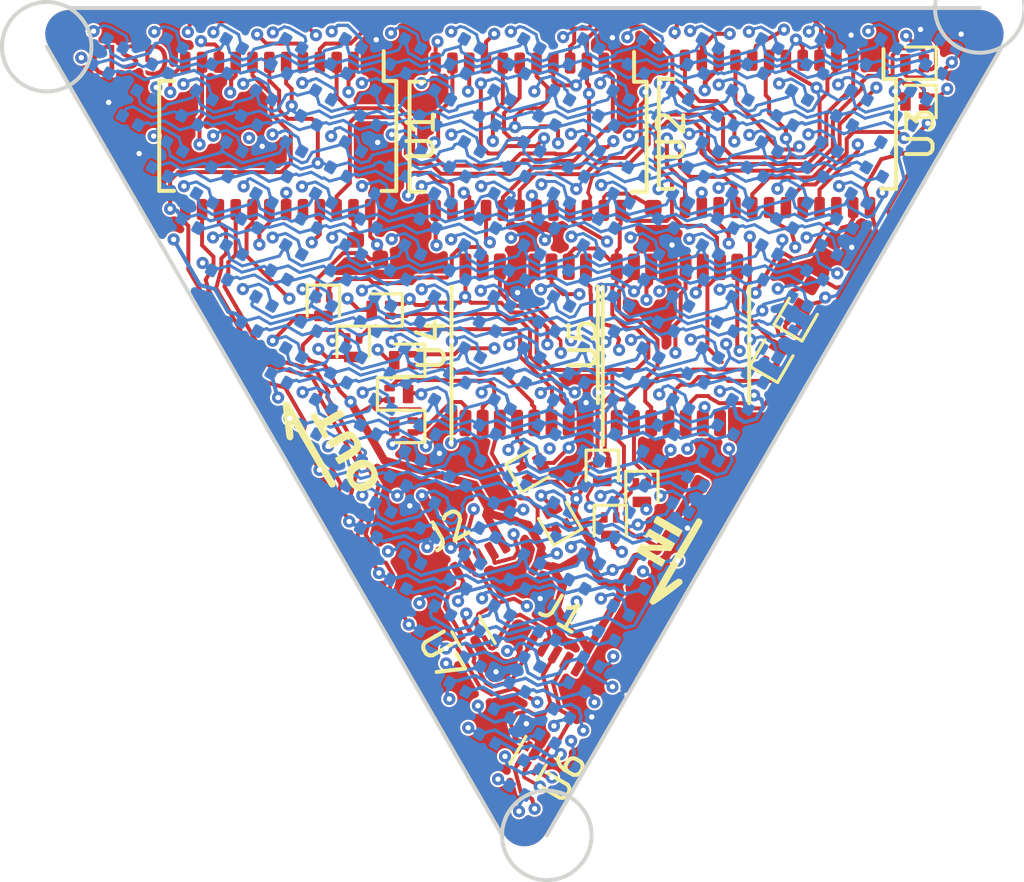
<source format=kicad_pcb>
(kicad_pcb (version 20171130) (host pcbnew "(5.1.4-0-10_14)")
  (layers (0 F.Cu signal) (31 B.Cu signal hide) (34 B.Paste user) (35 F.Paste user) (36 B.SilkS user) (37 F.SilkS user) (38 B.Mask user) (39 F.Mask user) (44 Edge.Cuts user))
  (net 0 "")
  (net 1 "vcc")
  (net 2 "gnd")
  (net 3 "row_0")
  (net 4 "row_1")
  (net 5 "row_2")
  (net 6 "srow_0")
  (net 7 "srow_1")
  (net 8 "srow_2")
  (net 9 "row_3")
  (net 10 "row_4")
  (net 11 "row_5")
  (net 12 "row_6")
  (net 13 "row_7")
  (net 14 "srow_3")
  (net 15 "srow_4")
  (net 16 "srow_5")
  (net 17 "srow_6")
  (net 18 "srow_7")
  (net 19 "colr_0")
  (net 20 "colb_0")
  (net 21 "colg_0")
  (net 22 "colg_1")
  (net 23 "colb_1")
  (net 24 "colr_1")
  (net 25 "colr_2")
  (net 26 "colb_2")
  (net 27 "colg_2")
  (net 28 "colg_3")
  (net 29 "colb_3")
  (net 30 "colr_3")
  (net 31 "colr_4")
  (net 32 "colb_4")
  (net 33 "colg_4")
  (net 34 "colg_5")
  (net 35 "colb_5")
  (net 36 "colr_5")
  (net 37 "colr_6")
  (net 38 "colb_6")
  (net 39 "colg_6")
  (net 40 "colg_7")
  (net 41 "colb_7")
  (net 42 "colr_7")
  (net 43 "colr_8")
  (net 44 "colb_8")
  (net 45 "colg_8")
  (net 46 "colg_9")
  (net 47 "colb_9")
  (net 48 "colr_9")
  (net 49 "colr_10")
  (net 50 "colb_10")
  (net 51 "colg_10")
  (net 52 "colr_11")
  (net 53 "colb_11")
  (net 54 "colg_11")
  (net 55 "colr_12")
  (net 56 "colb_12")
  (net 57 "colg_12")
  (net 58 "colg_13")
  (net 59 "colb_13")
  (net 60 "colr_13")
  (net 61 "colg_14")
  (net 62 "colb_14")
  (net 63 "colr_14")
  (net 64 "blank")
  (net 65 "latch")
  (net 66 "sclk")
  (net 67 "dat")
  (net 68 "sdo_U3")
  (net 69 "sdo_U1>sdi_U2")
  (net 70 "sdo_U2>sdi_U3")
  (net 71 "dat_out")
  (net 72 "row_8")
  (net 73 "row_9")
  (net 74 "row_10")
  (net 75 "row_11")
  (net 76 "row_12")
  (net 77 "row_13")
  (net 78 "row_14")
  (net 79 "srow_8")
  (net 80 "srow_9")
  (net 81 "srow_10")
  (net 82 "srow_11")
  (net 83 "srow_12")
  (net 84 "srow_13")
  (net 85 "srow_14")
  (net 86 "U1_r_ext")
  (net 87 "U2_r_ext")
  (net 88 "U3_r_ext")
  (net 89 "sdo_U4>sdi_U5")
  (net 90 "dat_i")
  (net 91 "blank_i")
  (net 92 "latch_i")
  (net 93 "sclk_i")
  (module "Led_Panel:5034800600" (layer "F.Cu") (at 117.3 135.900001 -150)
    (fp_text reference "J2" (at 0.3 1.5 -150) (layer "F.SilkS"))
    (fp_text value "output")
    (pad "1" smd roundrect (at -1.25 0 210) (size 0.3 0.7) (layers "F.Cu" "F.Paste" "F.Mask") (net 1 "vcc"))
    (pad "2" smd roundrect (at -0.75 0 210) (size 0.3 0.7) (layers "F.Cu" "F.Paste" "F.Mask") (net 71 "dat_out"))
    (pad "3" smd roundrect (at -0.25 0 210) (size 0.3 0.7) (layers "F.Cu" "F.Paste" "F.Mask") (net 64 "blank"))
    (pad "4" smd roundrect (at 0.25 0 210) (size 0.3 0.7) (layers "F.Cu" "F.Paste" "F.Mask") (net 65 "latch"))
    (pad "5" smd roundrect (at 0.75 0 210) (size 0.3 0.7) (layers "F.Cu" "F.Paste" "F.Mask") (net 66 "sclk"))
    (pad "6" smd roundrect (at 1.25 0 210) (size 0.3 0.7) (layers "F.Cu" "F.Paste" "F.Mask") (net 2 "gnd"))
    (pad "SH" smd roundrect (at -2.04 2.65 210) (size 0.3 1) (layers "F.Cu" "F.Paste" "F.Mask") (net 2 "gnd"))
    (pad "SH" smd roundrect (at 2.04 2.65 210) (size 0.3 1) (layers "F.Cu" "F.Paste" "F.Mask") (net 2 "gnd"))
  )
  (module "Led_Panel:5034800600" (layer "F.Cu") (at 120.130795 139.296542 150)
    (fp_text reference "J1" (at 0.3 1.5 150) (layer "F.SilkS"))
    (fp_text value "input")
    (pad "1" smd roundrect (at -1.25 0 150) (size 0.3 0.7) (layers "F.Cu" "F.Paste" "F.Mask") (net 1 "vcc"))
    (pad "2" smd roundrect (at -0.75 0 150) (size 0.3 0.7) (layers "F.Cu" "F.Paste" "F.Mask") (net 90 "dat_i"))
    (pad "3" smd roundrect (at -0.25 0 150) (size 0.3 0.7) (layers "F.Cu" "F.Paste" "F.Mask") (net 91 "blank_i"))
    (pad "4" smd roundrect (at 0.25 0 150) (size 0.3 0.7) (layers "F.Cu" "F.Paste" "F.Mask") (net 92 "latch_i"))
    (pad "5" smd roundrect (at 0.75 0 150) (size 0.3 0.7) (layers "F.Cu" "F.Paste" "F.Mask") (net 93 "sclk_i"))
    (pad "6" smd roundrect (at 1.25 0 150) (size 0.3 0.7) (layers "F.Cu" "F.Paste" "F.Mask") (net 2 "gnd"))
    (pad "SH" smd roundrect (at 2.04 2.65 150) (size 0.3 1) (layers "F.Cu" "F.Paste" "F.Mask"))
    (pad "SH" smd roundrect (at -2.04 2.65 150) (size 0.3 1) (layers "F.Cu" "F.Paste" "F.Mask") (net 2 "gnd"))
  )
  (module "Package_TO_SOT_SMD:SOT-883" (layer "F.Cu") (at 133.921916 117.109619 180)
    (fp_text reference "Q15" hide)
    (fp_text value "LP0404N3T5G" hide)
    (pad "1" smd roundrect (at -0.35 -0.225 180) (size 0.4 0.25) (layers "F.Cu" "F.Paste" "F.Mask") (roundrect_rratio 0.2) (net 85 "srow_14"))
    (pad "2" smd roundrect (at -0.35 0.225 180) (size 0.4 0.25) (layers "F.Cu" "F.Paste" "F.Mask") (roundrect_rratio 0.2) (net 1 "vcc"))
    (pad "3" smd roundrect (at 0.35 0 180) (size 0.4 0.7) (layers "F.Cu" "F.Paste" "F.Mask") (roundrect_rratio 0.125) (net 78 "row_14"))
  )
  (module "Package_TO_SOT_SMD:SOT-883" (layer "F.Cu") (at 128.625112 128.156046 60)
    (fp_text reference "Q12" hide)
    (fp_text value "LP0404N3T5G" hide)
    (pad "1" smd roundrect (at -0.35 -0.225 60) (size 0.4 0.25) (layers "F.Cu" "F.Paste" "F.Mask") (roundrect_rratio 0.2) (net 82 "srow_11"))
    (pad "2" smd roundrect (at -0.35 0.225 60) (size 0.4 0.25) (layers "F.Cu" "F.Paste" "F.Mask") (roundrect_rratio 0.2) (net 1 "vcc"))
    (pad "3" smd roundrect (at 0.35 0 60) (size 0.4 0.7) (layers "F.Cu" "F.Paste" "F.Mask") (roundrect_rratio 0.125) (net 75 "row_11"))
  )
  (module "Package_TO_SOT_SMD:SOT-883" (layer "F.Cu") (at 123.625436 133.323646 -90)
    (fp_text reference "Q11" hide)
    (fp_text value "LP0404N3T5G" hide)
    (pad "1" smd roundrect (at -0.35 -0.225 270) (size 0.4 0.25) (layers "F.Cu" "F.Paste" "F.Mask") (roundrect_rratio 0.2) (net 81 "srow_10"))
    (pad "2" smd roundrect (at -0.35 0.225 270) (size 0.4 0.25) (layers "F.Cu" "F.Paste" "F.Mask") (roundrect_rratio 0.2) (net 1 "vcc"))
    (pad "3" smd roundrect (at 0.35 0 270) (size 0.4 0.7) (layers "F.Cu" "F.Paste" "F.Mask") (roundrect_rratio 0.125) (net 74 "row_10"))
  )
  (module "Package_TO_SOT_SMD:SOT-883" (layer "F.Cu") (at 122.432686 134.60955 -90)
    (fp_text reference "Q10" hide)
    (fp_text value "LP0404N3T5G" hide)
    (pad "1" smd roundrect (at -0.35 -0.225 270) (size 0.4 0.25) (layers "F.Cu" "F.Paste" "F.Mask") (roundrect_rratio 0.2) (net 80 "srow_9"))
    (pad "2" smd roundrect (at -0.35 0.225 270) (size 0.4 0.25) (layers "F.Cu" "F.Paste" "F.Mask") (roundrect_rratio 0.2) (net 1 "vcc"))
    (pad "3" smd roundrect (at 0.35 0 270) (size 0.4 0.7) (layers "F.Cu" "F.Paste" "F.Mask") (roundrect_rratio 0.125) (net 73 "row_9"))
  )
  (module "Package_TO_SOT_SMD:SOT-883" (layer "F.Cu") (at 122.13 132.53 -90)
    (fp_text reference "Q9" hide)
    (fp_text value "LP0404N3T5G" hide)
    (pad "1" smd roundrect (at -0.35 -0.225 270) (size 0.4 0.25) (layers "F.Cu" "F.Paste" "F.Mask") (roundrect_rratio 0.2) (net 79 "srow_8"))
    (pad "2" smd roundrect (at -0.35 0.225 270) (size 0.4 0.25) (layers "F.Cu" "F.Paste" "F.Mask") (roundrect_rratio 0.2) (net 1 "vcc"))
    (pad "3" smd roundrect (at 0.35 0 270) (size 0.4 0.7) (layers "F.Cu" "F.Paste" "F.Mask") (roundrect_rratio 0.125) (net 72 "row_8"))
  )
  (module "Package_TO_SOT_SMD:SOT-883" (layer "F.Cu") (at 113.775 126.425 180)
    (fp_text reference "Q8" hide)
    (fp_text value "LP0404N3T5G" hide)
    (pad "1" smd roundrect (at -0.35 -0.225 180) (size 0.4 0.25) (layers "F.Cu" "F.Paste" "F.Mask") (roundrect_rratio 0.2) (net 18 "srow_7"))
    (pad "2" smd roundrect (at -0.35 0.225 180) (size 0.4 0.25) (layers "F.Cu" "F.Paste" "F.Mask") (roundrect_rratio 0.2) (net 1 "vcc"))
    (pad "3" smd roundrect (at 0.35 0 180) (size 0.4 0.7) (layers "F.Cu" "F.Paste" "F.Mask") (roundrect_rratio 0.125) (net 13 "row_7"))
  )
  (module "Package_TO_SOT_SMD:SOT-883" (layer "F.Cu") (at 112.725 127.85 -90)
    (fp_text reference "Q7" hide)
    (fp_text value "LP0404N3T5G" hide)
    (pad "1" smd roundrect (at -0.35 -0.225 270) (size 0.4 0.25) (layers "F.Cu" "F.Paste" "F.Mask") (roundrect_rratio 0.2) (net 17 "srow_6"))
    (pad "2" smd roundrect (at -0.35 0.225 270) (size 0.4 0.25) (layers "F.Cu" "F.Paste" "F.Mask") (roundrect_rratio 0.2) (net 1 "vcc"))
    (pad "3" smd roundrect (at 0.35 0 270) (size 0.4 0.7) (layers "F.Cu" "F.Paste" "F.Mask") (roundrect_rratio 0.125) (net 12 "row_6"))
  )
  (module "Package_TO_SOT_SMD:SOT-883" (layer "F.Cu") (at 114.625 128.325 180)
    (fp_text reference "Q6" hide)
    (fp_text value "LP0404N3T5G" hide)
    (pad "1" smd roundrect (at -0.35 -0.225 180) (size 0.4 0.25) (layers "F.Cu" "F.Paste" "F.Mask") (roundrect_rratio 0.2) (net 16 "srow_5"))
    (pad "2" smd roundrect (at -0.35 0.225 180) (size 0.4 0.25) (layers "F.Cu" "F.Paste" "F.Mask") (roundrect_rratio 0.2) (net 1 "vcc"))
    (pad "3" smd roundrect (at 0.35 0 180) (size 0.4 0.7) (layers "F.Cu" "F.Paste" "F.Mask") (roundrect_rratio 0.125) (net 11 "row_5"))
  )
  (module "Package_TO_SOT_SMD:SOT-883" (layer "F.Cu") (at 119.5 132.375 30)
    (fp_text reference "Q5" hide)
    (fp_text value "LP0404N3T5G" hide)
    (pad "1" smd roundrect (at -0.35 -0.225 30) (size 0.4 0.25) (layers "F.Cu" "F.Paste" "F.Mask") (roundrect_rratio 0.2) (net 15 "srow_4"))
    (pad "2" smd roundrect (at -0.35 0.225 30) (size 0.4 0.25) (layers "F.Cu" "F.Paste" "F.Mask") (roundrect_rratio 0.2) (net 1 "vcc"))
    (pad "3" smd roundrect (at 0.35 0 30) (size 0.4 0.7) (layers "F.Cu" "F.Paste" "F.Mask") (roundrect_rratio 0.125) (net 10 "row_4"))
  )
  (module "Package_TO_SOT_SMD:SOT-883" (layer "F.Cu") (at 114.45 129.599999)
    (fp_text reference "Q3" hide)
    (fp_text value "LP0404N3T5G" hide)
    (pad "1" smd roundrect (at -0.35 -0.225) (size 0.4 0.25) (layers "F.Cu" "F.Paste" "F.Mask") (roundrect_rratio 0.2) (net 8 "srow_2"))
    (pad "2" smd roundrect (at -0.35 0.225) (size 0.4 0.25) (layers "F.Cu" "F.Paste" "F.Mask") (roundrect_rratio 0.2) (net 1 "vcc"))
    (pad "3" smd roundrect (at 0.35 0) (size 0.4 0.7) (layers "F.Cu" "F.Paste" "F.Mask") (roundrect_rratio 0.125) (net 5 "row_2"))
  )
  (module "Package_TO_SOT_SMD:SOT-883" (layer "F.Cu") (at 114.625 130.825 180)
    (fp_text reference "Q2" hide)
    (fp_text value "LP0404N3T5G" hide)
    (pad "1" smd roundrect (at -0.35 -0.225 180) (size 0.4 0.25) (layers "F.Cu" "F.Paste" "F.Mask") (roundrect_rratio 0.2) (net 7 "srow_1"))
    (pad "2" smd roundrect (at -0.35 0.225 180) (size 0.4 0.25) (layers "F.Cu" "F.Paste" "F.Mask") (roundrect_rratio 0.2) (net 1 "vcc"))
    (pad "3" smd roundrect (at 0.35 0 180) (size 0.4 0.7) (layers "F.Cu" "F.Paste" "F.Mask") (roundrect_rratio 0.125) (net 4 "row_1"))
  )
  (module "Resistor_SMD:R_0402_1005Metric" (layer "F.Cu") (at 124.05 123.05 -90)
    (fp_text reference "R2" hide)
    (fp_text value "7.5k" hide)
    (pad "1" smd roundrect (at -0.485 0 270) (size 0.59 0.64) (layers "F.Cu" "F.Paste" "F.Mask") (net 87 "U2_r_ext"))
    (pad "2" smd roundrect (at 0.485 0 270) (size 0.59 0.64) (layers "F.Cu" "F.Paste" "F.Mask") (net 2 "gnd"))
  )
  (module "Resistor_SMD:R_0402_1005Metric" (layer "F.Cu") (at 112.816343 124.265544 -90)
    (fp_text reference "R1" hide)
    (fp_text value "2.2k" hide)
    (pad "1" smd roundrect (at -0.485 0 270) (size 0.59 0.64) (layers "F.Cu" "F.Paste" "F.Mask") (net 86 "U1_r_ext"))
    (pad "2" smd roundrect (at 0.485 0 270) (size 0.59 0.64) (layers "F.Cu" "F.Paste" "F.Mask") (net 2 "gnd"))
  )
  (module "Capacitor_SMD:C_0402_1005Metric" (layer "F.Cu") (at 126.05732 132.591499 60)
    (fp_text reference "C3" hide)
    (fp_text value "470nF" hide)
    (pad "1" smd roundrect (at -0.485 0 60) (size 0.59 0.64) (layers "F.Cu" "F.Paste" "F.Mask") (net 1 "vcc"))
    (pad "2" smd roundrect (at 0.485 0 60) (size 0.59 0.64) (layers "F.Cu" "F.Paste" "F.Mask") (net 2 "gnd"))
  )
  (module "Capacitor_SMD:C_0402_1005Metric" (layer "F.Cu") (at 114.235477 124.507532)
    (fp_text reference "C2" hide)
    (fp_text value "470nF" hide)
    (pad "1" smd roundrect (at -0.485 0) (size 0.59 0.64) (layers "F.Cu" "F.Paste" "F.Mask") (net 1 "vcc"))
    (pad "2" smd roundrect (at 0.485 0) (size 0.59 0.64) (layers "F.Cu" "F.Paste" "F.Mask") (net 2 "gnd"))
  )
  (module "Led_Panel:TSSOP-16_slim" (layer "F.Cu") (at 119.238328 127.742339 90)
    (fp_text reference "U4" (at 0 -3.55 90) (layer "F.SilkS"))
    (fp_text value "74HC595")
    (pad "1" smd roundrect (at -2.95 -2.275 90) (size 1 0.45) (layers "F.Cu" "F.Paste" "F.Mask") (net 7 "srow_1"))
    (pad "2" smd roundrect (at -2.95 -1.625 90) (size 1 0.45) (layers "F.Cu" "F.Paste" "F.Mask") (net 8 "srow_2"))
    (pad "3" smd roundrect (at -2.95 -0.975 90) (size 1 0.45) (layers "F.Cu" "F.Paste" "F.Mask") (net 14 "srow_3"))
    (pad "4" smd roundrect (at -2.95 -0.325 90) (size 1 0.45) (layers "F.Cu" "F.Paste" "F.Mask") (net 15 "srow_4"))
    (pad "5" smd roundrect (at -2.95 0.325 90) (size 1 0.45) (layers "F.Cu" "F.Paste" "F.Mask") (net 16 "srow_5"))
    (pad "6" smd roundrect (at -2.95 0.975 90) (size 1 0.45) (layers "F.Cu" "F.Paste" "F.Mask") (net 17 "srow_6"))
    (pad "7" smd roundrect (at -2.95 1.625 90) (size 1 0.45) (layers "F.Cu" "F.Paste" "F.Mask") (net 18 "srow_7"))
    (pad "8" smd roundrect (at -2.95 2.275 90) (size 1 0.45) (layers "F.Cu" "F.Paste" "F.Mask") (net 2 "gnd"))
    (pad "9" smd roundrect (at 2.95 2.275 90) (size 1 0.45) (layers "F.Cu" "F.Paste" "F.Mask") (net 89 "sdo_U4>sdi_U5"))
    (pad "10" smd roundrect (at 2.95 1.625 90) (size 1 0.45) (layers "F.Cu" "F.Paste" "F.Mask") (net 1 "vcc"))
    (pad "11" smd roundrect (at 2.95 0.975 90) (size 1 0.45) (layers "F.Cu" "F.Paste" "F.Mask") (net 66 "sclk"))
    (pad "12" smd roundrect (at 2.95 0.325 90) (size 1 0.45) (layers "F.Cu" "F.Paste" "F.Mask") (net 65 "latch"))
    (pad "13" smd roundrect (at 2.95 -0.325 90) (size 1 0.45) (layers "F.Cu" "F.Paste" "F.Mask") (net 2 "gnd"))
    (pad "14" smd roundrect (at 2.95 -0.975 90) (size 1 0.45) (layers "F.Cu" "F.Paste" "F.Mask") (net 68 "sdo_U3"))
    (pad "15" smd roundrect (at 2.95 -1.625 90) (size 1 0.45) (layers "F.Cu" "F.Paste" "F.Mask") (net 6 "srow_0"))
    (pad "16" smd roundrect (at 2.95 -2.275 90) (size 1 0.45) (layers "F.Cu" "F.Paste" "F.Mask") (net 1 "vcc"))
  )
  (module "Led_Panel:SSOP-24_slim" (layer "F.Cu") (at 128.743935 119.778143 -90)
    (fp_text reference "U3" (at 0 -5.4 -90) (layer "F.SilkS"))
    (fp_text value "TLC59025")
    (pad "1" smd roundrect (at -2.78 -3.4925 270) (size 0.8 0.4) (layers "F.Cu" "F.Paste" "F.Mask") (net 2 "gnd"))
    (pad "2" smd roundrect (at -2.78 -2.8575 270) (size 0.8 0.4) (layers "F.Cu" "F.Paste" "F.Mask") (net 70 "sdo_U2>sdi_U3"))
    (pad "3" smd roundrect (at -2.78 -2.2225 270) (size 0.8 0.4) (layers "F.Cu" "F.Paste" "F.Mask") (net 66 "sclk"))
    (pad "4" smd roundrect (at -2.78 -1.5875 270) (size 0.8 0.4) (layers "F.Cu" "F.Paste" "F.Mask") (net 65 "latch"))
    (pad "5" smd roundrect (at -2.78 -0.9525 270) (size 0.8 0.4) (layers "F.Cu" "F.Paste" "F.Mask") (net 20 "colb_0"))
    (pad "6" smd roundrect (at -2.78 -0.3175 270) (size 0.8 0.4) (layers "F.Cu" "F.Paste" "F.Mask") (net 23 "colb_1"))
    (pad "7" smd roundrect (at -2.78 0.3175 270) (size 0.8 0.4) (layers "F.Cu" "F.Paste" "F.Mask") (net 26 "colb_2"))
    (pad "8" smd roundrect (at -2.78 0.9525 270) (size 0.8 0.4) (layers "F.Cu" "F.Paste" "F.Mask") (net 29 "colb_3"))
    (pad "9" smd roundrect (at -2.78 1.5875 270) (size 0.8 0.4) (layers "F.Cu" "F.Paste" "F.Mask") (net 32 "colb_4"))
    (pad "10" smd roundrect (at -2.78 2.2225 270) (size 0.8 0.4) (layers "F.Cu" "F.Paste" "F.Mask") (net 35 "colb_5"))
    (pad "11" smd roundrect (at -2.78 2.8575 270) (size 0.8 0.4) (layers "F.Cu" "F.Paste" "F.Mask") (net 38 "colb_6"))
    (pad "12" smd roundrect (at -2.78 3.4925 270) (size 0.8 0.4) (layers "F.Cu" "F.Paste" "F.Mask") (net 41 "colb_7"))
    (pad "13" smd roundrect (at 2.78 3.4925 270) (size 0.8 0.4) (layers "F.Cu" "F.Paste" "F.Mask") (net 44 "colb_8"))
    (pad "14" smd roundrect (at 2.78 2.8575 270) (size 0.8 0.4) (layers "F.Cu" "F.Paste" "F.Mask") (net 47 "colb_9"))
    (pad "15" smd roundrect (at 2.78 2.2225 270) (size 0.8 0.4) (layers "F.Cu" "F.Paste" "F.Mask") (net 50 "colb_10"))
    (pad "16" smd roundrect (at 2.78 1.5875 270) (size 0.8 0.4) (layers "F.Cu" "F.Paste" "F.Mask") (net 53 "colb_11"))
    (pad "17" smd roundrect (at 2.78 0.9525 270) (size 0.8 0.4) (layers "F.Cu" "F.Paste" "F.Mask") (net 56 "colb_12"))
    (pad "18" smd roundrect (at 2.78 0.3175 270) (size 0.8 0.4) (layers "F.Cu" "F.Paste" "F.Mask") (net 59 "colb_13"))
    (pad "19" smd roundrect (at 2.78 -0.3175 270) (size 0.8 0.4) (layers "F.Cu" "F.Paste" "F.Mask") (net 62 "colb_14"))
    (pad "20" smd roundrect (at 2.78 -0.9525 270) (size 0.8 0.4) (layers "F.Cu" "F.Paste" "F.Mask"))
    (pad "21" smd roundrect (at 2.78 -1.5875 270) (size 0.8 0.4) (layers "F.Cu" "F.Paste" "F.Mask") (net 64 "blank"))
    (pad "22" smd roundrect (at 2.78 -2.2225 270) (size 0.8 0.4) (layers "F.Cu" "F.Paste" "F.Mask") (net 68 "sdo_U3"))
    (pad "23" smd roundrect (at 2.78 -2.8575 270) (size 0.8 0.4) (layers "F.Cu" "F.Paste" "F.Mask") (net 88 "U3_r_ext"))
    (pad "24" smd roundrect (at 2.78 -3.4925 270) (size 0.8 0.4) (layers "F.Cu" "F.Paste" "F.Mask") (net 1 "vcc"))
  )
  (module "Led_Panel:SSOP-24_slim" (layer "F.Cu") (at 119.329131 119.885064 -90)
    (fp_text reference "U2" (at 0 -5.4 -90) (layer "F.SilkS"))
    (fp_text value "TLC59025")
    (pad "1" smd roundrect (at -2.78 -3.4925 270) (size 0.8 0.4) (layers "F.Cu" "F.Paste" "F.Mask") (net 2 "gnd"))
    (pad "2" smd roundrect (at -2.78 -2.8575 270) (size 0.8 0.4) (layers "F.Cu" "F.Paste" "F.Mask") (net 69 "sdo_U1>sdi_U2"))
    (pad "3" smd roundrect (at -2.78 -2.2225 270) (size 0.8 0.4) (layers "F.Cu" "F.Paste" "F.Mask") (net 66 "sclk"))
    (pad "4" smd roundrect (at -2.78 -1.5875 270) (size 0.8 0.4) (layers "F.Cu" "F.Paste" "F.Mask") (net 65 "latch"))
    (pad "5" smd roundrect (at -2.78 -0.9525 270) (size 0.8 0.4) (layers "F.Cu" "F.Paste" "F.Mask") (net 21 "colg_0"))
    (pad "6" smd roundrect (at -2.78 -0.3175 270) (size 0.8 0.4) (layers "F.Cu" "F.Paste" "F.Mask") (net 22 "colg_1"))
    (pad "7" smd roundrect (at -2.78 0.3175 270) (size 0.8 0.4) (layers "F.Cu" "F.Paste" "F.Mask") (net 27 "colg_2"))
    (pad "8" smd roundrect (at -2.78 0.9525 270) (size 0.8 0.4) (layers "F.Cu" "F.Paste" "F.Mask") (net 28 "colg_3"))
    (pad "9" smd roundrect (at -2.78 1.5875 270) (size 0.8 0.4) (layers "F.Cu" "F.Paste" "F.Mask") (net 33 "colg_4"))
    (pad "10" smd roundrect (at -2.78 2.2225 270) (size 0.8 0.4) (layers "F.Cu" "F.Paste" "F.Mask") (net 34 "colg_5"))
    (pad "11" smd roundrect (at -2.78 2.8575 270) (size 0.8 0.4) (layers "F.Cu" "F.Paste" "F.Mask") (net 39 "colg_6"))
    (pad "12" smd roundrect (at -2.78 3.4925 270) (size 0.8 0.4) (layers "F.Cu" "F.Paste" "F.Mask") (net 40 "colg_7"))
    (pad "13" smd roundrect (at 2.78 3.4925 270) (size 0.8 0.4) (layers "F.Cu" "F.Paste" "F.Mask") (net 45 "colg_8"))
    (pad "14" smd roundrect (at 2.78 2.8575 270) (size 0.8 0.4) (layers "F.Cu" "F.Paste" "F.Mask") (net 46 "colg_9"))
    (pad "15" smd roundrect (at 2.78 2.2225 270) (size 0.8 0.4) (layers "F.Cu" "F.Paste" "F.Mask") (net 51 "colg_10"))
    (pad "16" smd roundrect (at 2.78 1.5875 270) (size 0.8 0.4) (layers "F.Cu" "F.Paste" "F.Mask") (net 54 "colg_11"))
    (pad "17" smd roundrect (at 2.78 0.9525 270) (size 0.8 0.4) (layers "F.Cu" "F.Paste" "F.Mask") (net 57 "colg_12"))
    (pad "18" smd roundrect (at 2.78 0.3175 270) (size 0.8 0.4) (layers "F.Cu" "F.Paste" "F.Mask") (net 58 "colg_13"))
    (pad "19" smd roundrect (at 2.78 -0.3175 270) (size 0.8 0.4) (layers "F.Cu" "F.Paste" "F.Mask") (net 61 "colg_14"))
    (pad "20" smd roundrect (at 2.78 -0.9525 270) (size 0.8 0.4) (layers "F.Cu" "F.Paste" "F.Mask"))
    (pad "21" smd roundrect (at 2.78 -1.5875 270) (size 0.8 0.4) (layers "F.Cu" "F.Paste" "F.Mask") (net 64 "blank"))
    (pad "22" smd roundrect (at 2.78 -2.2225 270) (size 0.8 0.4) (layers "F.Cu" "F.Paste" "F.Mask") (net 70 "sdo_U2>sdi_U3"))
    (pad "23" smd roundrect (at 2.78 -2.8575 270) (size 0.8 0.4) (layers "F.Cu" "F.Paste" "F.Mask") (net 87 "U2_r_ext"))
    (pad "24" smd roundrect (at 2.78 -3.4925 270) (size 0.8 0.4) (layers "F.Cu" "F.Paste" "F.Mask") (net 1 "vcc"))
  )
  (module "Led_Panel:SSOP-24_slim" (layer "F.Cu") (at 109.877722 119.855385 -90)
    (fp_text reference "U1" (at 0 -5.4 -90) (layer "F.SilkS"))
    (fp_text value "TLC59025")
    (pad "1" smd roundrect (at -2.78 -3.4925 270) (size 0.8 0.4) (layers "F.Cu" "F.Paste" "F.Mask") (net 2 "gnd"))
    (pad "2" smd roundrect (at -2.78 -2.8575 270) (size 0.8 0.4) (layers "F.Cu" "F.Paste" "F.Mask") (net 67 "dat"))
    (pad "3" smd roundrect (at -2.78 -2.2225 270) (size 0.8 0.4) (layers "F.Cu" "F.Paste" "F.Mask") (net 66 "sclk"))
    (pad "4" smd roundrect (at -2.78 -1.5875 270) (size 0.8 0.4) (layers "F.Cu" "F.Paste" "F.Mask") (net 65 "latch"))
    (pad "5" smd roundrect (at -2.78 -0.9525 270) (size 0.8 0.4) (layers "F.Cu" "F.Paste" "F.Mask") (net 19 "colr_0"))
    (pad "6" smd roundrect (at -2.78 -0.3175 270) (size 0.8 0.4) (layers "F.Cu" "F.Paste" "F.Mask") (net 24 "colr_1"))
    (pad "7" smd roundrect (at -2.78 0.3175 270) (size 0.8 0.4) (layers "F.Cu" "F.Paste" "F.Mask") (net 25 "colr_2"))
    (pad "8" smd roundrect (at -2.78 0.9525 270) (size 0.8 0.4) (layers "F.Cu" "F.Paste" "F.Mask") (net 30 "colr_3"))
    (pad "9" smd roundrect (at -2.78 1.5875 270) (size 0.8 0.4) (layers "F.Cu" "F.Paste" "F.Mask") (net 31 "colr_4"))
    (pad "10" smd roundrect (at -2.78 2.2225 270) (size 0.8 0.4) (layers "F.Cu" "F.Paste" "F.Mask") (net 36 "colr_5"))
    (pad "11" smd roundrect (at -2.78 2.8575 270) (size 0.8 0.4) (layers "F.Cu" "F.Paste" "F.Mask") (net 37 "colr_6"))
    (pad "12" smd roundrect (at -2.78 3.4925 270) (size 0.8 0.4) (layers "F.Cu" "F.Paste" "F.Mask") (net 42 "colr_7"))
    (pad "13" smd roundrect (at 2.78 3.4925 270) (size 0.8 0.4) (layers "F.Cu" "F.Paste" "F.Mask") (net 43 "colr_8"))
    (pad "14" smd roundrect (at 2.78 2.8575 270) (size 0.8 0.4) (layers "F.Cu" "F.Paste" "F.Mask") (net 48 "colr_9"))
    (pad "15" smd roundrect (at 2.78 2.2225 270) (size 0.8 0.4) (layers "F.Cu" "F.Paste" "F.Mask") (net 49 "colr_10"))
    (pad "16" smd roundrect (at 2.78 1.5875 270) (size 0.8 0.4) (layers "F.Cu" "F.Paste" "F.Mask") (net 52 "colr_11"))
    (pad "17" smd roundrect (at 2.78 0.9525 270) (size 0.8 0.4) (layers "F.Cu" "F.Paste" "F.Mask") (net 55 "colr_12"))
    (pad "18" smd roundrect (at 2.78 0.3175 270) (size 0.8 0.4) (layers "F.Cu" "F.Paste" "F.Mask") (net 60 "colr_13"))
    (pad "19" smd roundrect (at 2.78 -0.3175 270) (size 0.8 0.4) (layers "F.Cu" "F.Paste" "F.Mask") (net 63 "colr_14"))
    (pad "20" smd roundrect (at 2.78 -0.9525 270) (size 0.8 0.4) (layers "F.Cu" "F.Paste" "F.Mask"))
    (pad "21" smd roundrect (at 2.78 -1.5875 270) (size 0.8 0.4) (layers "F.Cu" "F.Paste" "F.Mask") (net 64 "blank"))
    (pad "22" smd roundrect (at 2.78 -2.2225 270) (size 0.8 0.4) (layers "F.Cu" "F.Paste" "F.Mask") (net 69 "sdo_U1>sdi_U2"))
    (pad "23" smd roundrect (at 2.78 -2.8575 270) (size 0.8 0.4) (layers "F.Cu" "F.Paste" "F.Mask") (net 86 "U1_r_ext"))
    (pad "24" smd roundrect (at 2.78 -3.4925 270) (size 0.8 0.4) (layers "F.Cu" "F.Paste" "F.Mask") (net 1 "vcc"))
  )
  (module "Package_TO_SOT_SMD:SOT-883" (layer "F.Cu") (at 129.544641 126.591283 60)
    (fp_text reference "Q13" hide)
    (fp_text value "LP0404N3T5G" hide)
    (pad "1" smd roundrect (at -0.35 -0.225 60) (size 0.4 0.25) (layers "F.Cu" "F.Paste" "F.Mask") (roundrect_rratio 0.2) (net 83 "srow_12"))
    (pad "2" smd roundrect (at -0.35 0.225 60) (size 0.4 0.25) (layers "F.Cu" "F.Paste" "F.Mask") (roundrect_rratio 0.2) (net 1 "vcc"))
    (pad "3" smd roundrect (at 0.35 0 60) (size 0.4 0.7) (layers "F.Cu" "F.Paste" "F.Mask") (roundrect_rratio 0.125) (net 76 "row_12"))
  )
  (module "Led_Panel:TSSOP-16_slim" (layer "F.Cu") (at 124.950154 127.749167 90)
    (fp_text reference "U5" (at 0 -3.55 90) (layer "F.SilkS"))
    (fp_text value "74HC595")
    (pad "1" smd roundrect (at -2.95 -2.275 90) (size 1 0.45) (layers "F.Cu" "F.Paste" "F.Mask") (net 80 "srow_9"))
    (pad "2" smd roundrect (at -2.95 -1.625 90) (size 1 0.45) (layers "F.Cu" "F.Paste" "F.Mask") (net 81 "srow_10"))
    (pad "3" smd roundrect (at -2.95 -0.975 90) (size 1 0.45) (layers "F.Cu" "F.Paste" "F.Mask") (net 82 "srow_11"))
    (pad "4" smd roundrect (at -2.95 -0.325 90) (size 1 0.45) (layers "F.Cu" "F.Paste" "F.Mask") (net 83 "srow_12"))
    (pad "5" smd roundrect (at -2.95 0.325 90) (size 1 0.45) (layers "F.Cu" "F.Paste" "F.Mask") (net 84 "srow_13"))
    (pad "6" smd roundrect (at -2.95 0.975 90) (size 1 0.45) (layers "F.Cu" "F.Paste" "F.Mask") (net 85 "srow_14"))
    (pad "7" smd roundrect (at -2.95 1.625 90) (size 1 0.45) (layers "F.Cu" "F.Paste" "F.Mask"))
    (pad "8" smd roundrect (at -2.95 2.275 90) (size 1 0.45) (layers "F.Cu" "F.Paste" "F.Mask") (net 2 "gnd"))
    (pad "9" smd roundrect (at 2.95 2.275 90) (size 1 0.45) (layers "F.Cu" "F.Paste" "F.Mask") (net 71 "dat_out"))
    (pad "10" smd roundrect (at 2.95 1.625 90) (size 1 0.45) (layers "F.Cu" "F.Paste" "F.Mask") (net 1 "vcc"))
    (pad "11" smd roundrect (at 2.95 0.975 90) (size 1 0.45) (layers "F.Cu" "F.Paste" "F.Mask") (net 66 "sclk"))
    (pad "12" smd roundrect (at 2.95 0.325 90) (size 1 0.45) (layers "F.Cu" "F.Paste" "F.Mask") (net 65 "latch"))
    (pad "13" smd roundrect (at 2.95 -0.325 90) (size 1 0.45) (layers "F.Cu" "F.Paste" "F.Mask") (net 2 "gnd"))
    (pad "14" smd roundrect (at 2.95 -0.975 90) (size 1 0.45) (layers "F.Cu" "F.Paste" "F.Mask") (net 89 "sdo_U4>sdi_U5"))
    (pad "15" smd roundrect (at 2.95 -1.625 90) (size 1 0.45) (layers "F.Cu" "F.Paste" "F.Mask") (net 79 "srow_8"))
    (pad "16" smd roundrect (at 2.95 -2.275 90) (size 1 0.45) (layers "F.Cu" "F.Paste" "F.Mask") (net 1 "vcc"))
  )
  (module "gsd_logo_small" (layer "F.Cu") (at 104.29 116.91 180)
    (fp_text reference "G***" hide)
    (fp_text value "LOGO" hide)
    (fp_poly (pts (xy -0.729586 -0.662399) (xy -0.677333 -0.647505) (xy -0.626418 -0.62313) (xy -0.603622 -0.588205) (xy -0.59668 -0.543282) (xy -0.593267 -0.492195) (xy -0.600915 -0.471095) (xy -0.629252 -0.474961) (xy -0.684652 -0.497417) (xy -0.793084 -0.52487) (xy -0.911313 -0.52619) (xy -1.021487 -0.502134) (xy -1.067329 -0.481194) (xy -1.152001 -0.414193) (xy -1.209167 -0.323118) (xy -1.240724 -0.203739) (xy -1.248833 -0.077437) (xy -1.235812 0.076285) (xy -1.196686 0.196724) (xy -1.131367 0.283993) (xy -1.039764 0.338206) (xy -0.921786 0.359477) (xy -0.902158 0.359833) (xy -0.827591 0.358133) (xy -0.78048 0.347764) (xy -0.754524 0.320825) (xy -0.743421 0.269416) (xy -0.740872 0.185636) (xy -0.740833 0.157542) (xy -0.740833 -0.019054) (xy -0.862541 -0.025402) (xy -0.931356 -0.030401) (xy -0.968596 -0.039801) (xy -0.985008 -0.059004) (xy -0.990947 -0.089958) (xy -0.997645 -0.148167) (xy -0.592666 -0.148167) (xy -0.592666 0.440359) (xy -0.661458 0.46483) (xy -0.746414 0.485276) (xy -0.850823 0.496713) (xy -0.957542 0.498477) (xy -1.049423 0.489902) (xy -1.085247 0.481267) (xy -1.208581 0.422253) (xy -1.302342 0.335079) (xy -1.367447 0.218338) (xy -1.404808 0.070623) (xy -1.413852 -0.024121) (xy -1.40885 -0.20249) (xy -1.373738 -0.351868) (xy -1.307754 -0.47377) (xy -1.210142 -0.569709) (xy -1.111404 -0.627564) (xy -0.992941 -0.664104) (xy -0.859141 -0.676016) (xy -0.729586 -0.662399)) (layer "F.Cu") (width 0.01))
    (fp_poly (pts (xy 0.162577 -0.408638) (xy 0.231651 -0.397665) (xy 0.269226 -0.38476) (xy 0.285863 -0.363181) (xy 0.292122 -0.326181) (xy 0.292151 -0.325883) (xy 0.298552 -0.260216) (xy 0.140244 -0.270375) (xy 0.023554 -0.274289) (xy -0.058453 -0.267638) (xy -0.112413 -0.249068) (xy -0.144962 -0.217221) (xy -0.1483 -0.211417) (xy -0.159408 -0.158528) (xy -0.131713 -0.111118) (xy -0.063856 -0.06759) (xy -0.005378 -0.043426) (xy 0.120986 0.004376) (xy 0.212326 0.044812) (xy 0.274186 0.082617) (xy 0.312111 0.122522) (xy 0.331646 0.16926) (xy 0.338334 0.227561) (xy 0.338667 0.250217) (xy 0.332061 0.319458) (xy 0.306108 0.369754) (xy 0.275785 0.401589) (xy 0.193201 0.454029) (xy 0.081845 0.489442) (xy -0.047579 0.506087) (xy -0.184364 0.50222) (xy -0.264583 0.489528) (xy -0.310364 0.472303) (xy -0.330277 0.436937) (xy -0.334784 0.40645) (xy -0.341485 0.336834) (xy -0.228951 0.353625) (xy -0.077646 0.369325) (xy 0.038464 0.366191) (xy 0.11832 0.344321) (xy 0.151534 0.318598) (xy 0.179753 0.277874) (xy 0.1905 0.251655) (xy 0.170586 0.212403) (xy 0.114686 0.169922) (xy 0.028559 0.127998) (xy -0.031142 0.106035) (xy -0.115912 0.072019) (xy -0.195079 0.030549) (xy -0.245396 -0.004577) (xy -0.292577 -0.05312) (xy -0.313312 -0.100997) (xy -0.3175 -0.159315) (xy -0.298442 -0.24985) (xy -0.244324 -0.323152) (xy -0.159727 -0.376842) (xy -0.04923 -0.40854) (xy 0.082583 -0.415868) (xy 0.162577 -0.408638)) (layer "F.Cu") (width 0.01))
    (fp_poly (pts (xy 0.809625 -0.656049) (xy 0.948894 -0.652824) (xy 1.055352 -0.641742) (xy 1.138164 -0.620435) (xy 1.206496 -0.586535) (xy 1.269512 -0.537672) (xy 1.270237 -0.537018) (xy 1.340037 -0.45732) (xy 1.386054 -0.362298) (xy 1.410458 -0.244688) (xy 1.415419 -0.097228) (xy 1.413931 -0.056017) (xy 1.39408 0.106816) (xy 1.349894 0.237949) (xy 1.279148 0.339287) (xy 1.179619 0.412731) (xy 1.049083 0.460187) (xy 0.885316 0.483556) (xy 0.779803 0.486833) (xy 0.592667 0.486833) (xy 0.592667 0.338667) (xy 0.762 0.338667) (xy 0.884039 0.338667) (xy 0.998972 0.327347) (xy 1.079303 0.299395) (xy 1.160578 0.233792) (xy 1.215228 0.137724) (xy 1.243868 0.009786) (xy 1.248834 -0.087568) (xy 1.23982 -0.236059) (xy 1.21085 -0.349515) (xy 1.159033 -0.431642) (xy 1.081476 -0.486148) (xy 0.975288 -0.516738) (xy 0.908005 -0.524408) (xy 0.762 -0.534855) (xy 0.762 0.338667) (xy 0.592667 0.338667) (xy 0.592667 -0.656167) (xy 0.809625 -0.656049)) (layer "F.Cu") (width 0.01))
  )
  (module "in_out" (layer "F.Cu") (at 117.98 133.69)
    (fp_text reference "G***" hide)
    (fp_text value "LOGO" hide)
  )
  (module "Led_Panel:UDFN-6_1x1mm_P0.35mm" (layer "F.Cu") (at 119.466532 143.34708 -120)
    (fp_text reference "U6" (at 0 -1.4 -120) (layer "F.SilkS"))
    (fp_text value "NC7WZ17")
    (pad "1" smd rect (at -0.305 -0.35 240) (size 0.45 0.19) (layers "F.Cu" "F.Paste" "F.Mask") (net 90 "dat_i"))
    (pad "2" smd rect (at -0.33 0 240) (size 0.4 0.19) (layers "F.Cu" "F.Paste" "F.Mask") (net 2 "gnd"))
    (pad "3" smd rect (at -0.33 0.35 240) (size 0.4 0.19) (layers "F.Cu" "F.Paste" "F.Mask") (net 91 "blank_i"))
    (pad "4" smd rect (at 0.33 0.35 240) (size 0.4 0.19) (layers "F.Cu" "F.Paste" "F.Mask") (net 64 "blank"))
    (pad "5" smd rect (at 0.33 0 240) (size 0.4 0.19) (layers "F.Cu" "F.Paste" "F.Mask") (net 1 "vcc"))
    (pad "6" smd rect (at 0.33 -0.35 240) (size 0.4 0.19) (layers "F.Cu" "F.Paste" "F.Mask") (net 67 "dat"))
  )
  (module "Led_Panel:UDFN-6_1x1mm_P0.35mm" (layer "F.Cu") (at 117.267995 138.794946 120)
    (fp_text reference "U7" (at 0 -1.4 120) (layer "F.SilkS"))
    (fp_text value "NC7WZ17")
    (pad "1" smd rect (at -0.305 -0.35 120) (size 0.45 0.19) (layers "F.Cu" "F.Paste" "F.Mask") (net 93 "sclk_i"))
    (pad "2" smd rect (at -0.33 0 120) (size 0.4 0.19) (layers "F.Cu" "F.Paste" "F.Mask") (net 2 "gnd"))
    (pad "3" smd rect (at -0.33 0.35 120) (size 0.4 0.19) (layers "F.Cu" "F.Paste" "F.Mask") (net 92 "latch_i"))
    (pad "4" smd rect (at 0.33 0.35 120) (size 0.4 0.19) (layers "F.Cu" "F.Paste" "F.Mask") (net 65 "latch"))
    (pad "5" smd rect (at 0.33 0 120) (size 0.4 0.19) (layers "F.Cu" "F.Paste" "F.Mask") (net 1 "vcc"))
    (pad "6" smd rect (at 0.33 -0.35 120) (size 0.4 0.19) (layers "F.Cu" "F.Paste" "F.Mask") (net 66 "sclk"))
  )
  (module "Resistor_SMD:R_0402_1005Metric" (layer "F.Cu") (at 130.637285 124.248768 -120)
    (fp_text reference "R3" hide)
    (fp_text value "4.12k" hide)
    (pad "1" smd roundrect (at -0.485 0 240) (size 0.59 0.64) (layers "F.Cu" "F.Paste" "F.Mask") (net 88 "U3_r_ext"))
    (pad "2" smd roundrect (at 0.485 0 240) (size 0.59 0.64) (layers "F.Cu" "F.Paste" "F.Mask") (net 2 "gnd"))
  )
  (module "Capacitor_SMD:C_0402_1005Metric" (layer "F.Cu") (at 129.590875 125.261203 150)
    (fp_text reference "C1" hide)
    (fp_text value "470nF" hide)
    (pad "1" smd roundrect (at -0.485 0 150) (size 0.59 0.64) (layers "F.Cu" "F.Paste" "F.Mask") (net 1 "vcc"))
    (pad "2" smd roundrect (at 0.485 0 150) (size 0.59 0.64) (layers "F.Cu" "F.Paste" "F.Mask") (net 2 "gnd"))
  )
  (module "Package_TO_SOT_SMD:SOT-883" (layer "F.Cu") (at 133.924785 118.554651 180)
    (fp_text reference "Q14" hide)
    (fp_text value "LP0404N3T5G" hide)
    (pad "1" smd roundrect (at -0.35 -0.225 180) (size 0.4 0.25) (layers "F.Cu" "F.Paste" "F.Mask") (roundrect_rratio 0.2) (net 84 "srow_13"))
    (pad "2" smd roundrect (at -0.35 0.225 180) (size 0.4 0.25) (layers "F.Cu" "F.Paste" "F.Mask") (roundrect_rratio 0.2) (net 1 "vcc"))
    (pad "3" smd roundrect (at 0.35 0 180) (size 0.4 0.7) (layers "F.Cu" "F.Paste" "F.Mask") (roundrect_rratio 0.125) (net 77 "row_13"))
  )
  (module "Package_TO_SOT_SMD:SOT-883" (layer "F.Cu") (at 120.425 134.3 120)
    (fp_text reference "Q4" hide)
    (fp_text value "LP0404N3T5G" hide)
    (pad "1" smd roundrect (at -0.35 -0.225 120) (size 0.4 0.25) (layers "F.Cu" "F.Paste" "F.Mask") (roundrect_rratio 0.2) (net 14 "srow_3"))
    (pad "2" smd roundrect (at -0.35 0.225 120) (size 0.4 0.25) (layers "F.Cu" "F.Paste" "F.Mask") (roundrect_rratio 0.2) (net 1 "vcc"))
    (pad "3" smd roundrect (at 0.35 0 120) (size 0.4 0.7) (layers "F.Cu" "F.Paste" "F.Mask") (roundrect_rratio 0.125) (net 9 "row_3"))
  )
  (module "Package_TO_SOT_SMD:SOT-883" (layer "F.Cu") (at 111.6 126.3 -90)
    (fp_text reference "Q1" hide)
    (fp_text value "LP0404N3T5G" hide)
    (pad "1" smd roundrect (at -0.35 -0.225 270) (size 0.4 0.25) (layers "F.Cu" "F.Paste" "F.Mask") (roundrect_rratio 0.2) (net 6 "srow_0"))
    (pad "2" smd roundrect (at -0.35 0.225 270) (size 0.4 0.25) (layers "F.Cu" "F.Paste" "F.Mask") (roundrect_rratio 0.2) (net 1 "vcc"))
    (pad "3" smd roundrect (at 0.35 0 270) (size 0.4 0.7) (layers "F.Cu" "F.Paste" "F.Mask") (roundrect_rratio 0.125) (net 3 "row_0"))
  )
  (module "Led_Panel:LED_1515_RBGA_slim" (layer "B.Cu") (at 106.834154 118.791 -120)
    (fp_text reference "D18" hide)
    (fp_text value "LED_ARGB" hide)
    (pad "1" smd roundrect (at -0.55125 -0.34875 60) (size 0.443 0.406) (layers "B.Cu" "B.Paste" "B.Mask") (roundrect_rratio 0.197) (net 4 "row_1"))
    (pad "2" smd roundrect (at -0.55125 0.34875 60) (size 0.443 0.406) (layers "B.Cu" "B.Paste" "B.Mask") (roundrect_rratio 0.197) (net 23 "colb_1"))
    (pad "3" smd roundrect (at 0.55125 -0.34875 60) (size 0.443 0.406) (layers "B.Cu" "B.Paste" "B.Mask") (roundrect_rratio 0.197) (net 22 "colg_1"))
    (pad "4" smd roundrect (at 0.55125 0.34875 60) (size 0.443 0.406) (layers "B.Cu" "B.Paste" "B.Mask") (roundrect_rratio 0.197) (net 24 "colr_1"))
  )
  (module "Led_Panel:LED_1515_RBGA_slim" (layer "B.Cu") (at 127.057579 130.467 -120)
    (fp_text reference "D120" hide)
    (fp_text value "LED_ARGB" hide)
    (pad "1" smd roundrect (at -0.55125 -0.34875 60) (size 0.443 0.406) (layers "B.Cu" "B.Paste" "B.Mask") (roundrect_rratio 0.197) (net 13 "row_7"))
    (pad "2" smd roundrect (at -0.55125 0.34875 60) (size 0.443 0.406) (layers "B.Cu" "B.Paste" "B.Mask") (roundrect_rratio 0.197) (net 41 "colb_7"))
    (pad "3" smd roundrect (at 0.55125 -0.34875 60) (size 0.443 0.406) (layers "B.Cu" "B.Paste" "B.Mask") (roundrect_rratio 0.197) (net 40 "colg_7"))
    (pad "4" smd roundrect (at 0.55125 0.34875 60) (size 0.443 0.406) (layers "B.Cu" "B.Paste" "B.Mask") (roundrect_rratio 0.197) (net 42 "colr_7"))
  )
  (module "Led_Panel:LED_1515_RBGA_slim" (layer "B.Cu") (at 125.933794 128.521453 -120)
    (fp_text reference "D119" hide)
    (fp_text value "LED_ARGB" hide)
    (pad "1" smd roundrect (at -0.55125 -0.34875 60) (size 0.443 0.406) (layers "B.Cu" "B.Paste" "B.Mask") (roundrect_rratio 0.197) (net 13 "row_7"))
    (pad "2" smd roundrect (at -0.55125 0.34875 60) (size 0.443 0.406) (layers "B.Cu" "B.Paste" "B.Mask") (roundrect_rratio 0.197) (net 38 "colb_6"))
    (pad "3" smd roundrect (at 0.55125 -0.34875 60) (size 0.443 0.406) (layers "B.Cu" "B.Paste" "B.Mask") (roundrect_rratio 0.197) (net 39 "colg_6"))
    (pad "4" smd roundrect (at 0.55125 0.34875 60) (size 0.443 0.406) (layers "B.Cu" "B.Paste" "B.Mask") (roundrect_rratio 0.197) (net 37 "colr_6"))
  )
  (module "Led_Panel:LED_1515_RBGA_slim" (layer "B.Cu") (at 124.810008 126.575907 -120)
    (fp_text reference "D118" hide)
    (fp_text value "LED_ARGB" hide)
    (pad "1" smd roundrect (at -0.55125 -0.34875 60) (size 0.443 0.406) (layers "B.Cu" "B.Paste" "B.Mask") (roundrect_rratio 0.197) (net 13 "row_7"))
    (pad "2" smd roundrect (at -0.55125 0.34875 60) (size 0.443 0.406) (layers "B.Cu" "B.Paste" "B.Mask") (roundrect_rratio 0.197) (net 35 "colb_5"))
    (pad "3" smd roundrect (at 0.55125 -0.34875 60) (size 0.443 0.406) (layers "B.Cu" "B.Paste" "B.Mask") (roundrect_rratio 0.197) (net 34 "colg_5"))
    (pad "4" smd roundrect (at 0.55125 0.34875 60) (size 0.443 0.406) (layers "B.Cu" "B.Paste" "B.Mask") (roundrect_rratio 0.197) (net 36 "colr_5"))
  )
  (module "Led_Panel:LED_1515_RBGA_slim" (layer "B.Cu") (at 123.686223 124.63036 -120)
    (fp_text reference "D117" hide)
    (fp_text value "LED_ARGB" hide)
    (pad "1" smd roundrect (at -0.55125 -0.34875 60) (size 0.443 0.406) (layers "B.Cu" "B.Paste" "B.Mask") (roundrect_rratio 0.197) (net 13 "row_7"))
    (pad "2" smd roundrect (at -0.55125 0.34875 60) (size 0.443 0.406) (layers "B.Cu" "B.Paste" "B.Mask") (roundrect_rratio 0.197) (net 32 "colb_4"))
    (pad "3" smd roundrect (at 0.55125 -0.34875 60) (size 0.443 0.406) (layers "B.Cu" "B.Paste" "B.Mask") (roundrect_rratio 0.197) (net 33 "colg_4"))
    (pad "4" smd roundrect (at 0.55125 0.34875 60) (size 0.443 0.406) (layers "B.Cu" "B.Paste" "B.Mask") (roundrect_rratio 0.197) (net 31 "colr_4"))
  )
  (module "Led_Panel:LED_1515_RBGA_slim" (layer "B.Cu") (at 122.562437 122.684814 -120)
    (fp_text reference "D116" hide)
    (fp_text value "LED_ARGB" hide)
    (pad "1" smd roundrect (at -0.55125 -0.34875 60) (size 0.443 0.406) (layers "B.Cu" "B.Paste" "B.Mask") (roundrect_rratio 0.197) (net 13 "row_7"))
    (pad "2" smd roundrect (at -0.55125 0.34875 60) (size 0.443 0.406) (layers "B.Cu" "B.Paste" "B.Mask") (roundrect_rratio 0.197) (net 29 "colb_3"))
    (pad "3" smd roundrect (at 0.55125 -0.34875 60) (size 0.443 0.406) (layers "B.Cu" "B.Paste" "B.Mask") (roundrect_rratio 0.197) (net 28 "colg_3"))
    (pad "4" smd roundrect (at 0.55125 0.34875 60) (size 0.443 0.406) (layers "B.Cu" "B.Paste" "B.Mask") (roundrect_rratio 0.197) (net 30 "colr_3"))
  )
  (module "Led_Panel:LED_1515_RBGA_slim" (layer "B.Cu") (at 121.438652 120.739267 -120)
    (fp_text reference "D115" hide)
    (fp_text value "LED_ARGB" hide)
    (pad "1" smd roundrect (at -0.55125 -0.34875 60) (size 0.443 0.406) (layers "B.Cu" "B.Paste" "B.Mask") (roundrect_rratio 0.197) (net 13 "row_7"))
    (pad "2" smd roundrect (at -0.55125 0.34875 60) (size 0.443 0.406) (layers "B.Cu" "B.Paste" "B.Mask") (roundrect_rratio 0.197) (net 26 "colb_2"))
    (pad "3" smd roundrect (at 0.55125 -0.34875 60) (size 0.443 0.406) (layers "B.Cu" "B.Paste" "B.Mask") (roundrect_rratio 0.197) (net 27 "colg_2"))
    (pad "4" smd roundrect (at 0.55125 0.34875 60) (size 0.443 0.406) (layers "B.Cu" "B.Paste" "B.Mask") (roundrect_rratio 0.197) (net 25 "colr_2"))
  )
  (module "Led_Panel:LED_1515_RBGA_slim" (layer "B.Cu") (at 119.191081 116.848174 -120)
    (fp_text reference "D113" hide)
    (fp_text value "LED_ARGB" hide)
    (pad "1" smd roundrect (at -0.55125 -0.34875 60) (size 0.443 0.406) (layers "B.Cu" "B.Paste" "B.Mask") (roundrect_rratio 0.197) (net 13 "row_7"))
    (pad "2" smd roundrect (at -0.55125 0.34875 60) (size 0.443 0.406) (layers "B.Cu" "B.Paste" "B.Mask") (roundrect_rratio 0.197) (net 20 "colb_0"))
    (pad "3" smd roundrect (at 0.55125 -0.34875 60) (size 0.443 0.406) (layers "B.Cu" "B.Paste" "B.Mask") (roundrect_rratio 0.197) (net 21 "colg_0"))
    (pad "4" smd roundrect (at 0.55125 0.34875 60) (size 0.443 0.406) (layers "B.Cu" "B.Paste" "B.Mask") (roundrect_rratio 0.197) (net 19 "colr_0"))
  )
  (module "Led_Panel:LED_1515_RBGA_slim" (layer "B.Cu") (at 125.934579 132.412093 -120)
    (fp_text reference "D105" hide)
    (fp_text value "LED_ARGB" hide)
    (pad "1" smd roundrect (at -0.55125 -0.34875 60) (size 0.443 0.406) (layers "B.Cu" "B.Paste" "B.Mask") (roundrect_rratio 0.197) (net 12 "row_6"))
    (pad "2" smd roundrect (at -0.55125 0.34875 60) (size 0.443 0.406) (layers "B.Cu" "B.Paste" "B.Mask") (roundrect_rratio 0.197) (net 44 "colb_8"))
    (pad "3" smd roundrect (at 0.55125 -0.34875 60) (size 0.443 0.406) (layers "B.Cu" "B.Paste" "B.Mask") (roundrect_rratio 0.197) (net 45 "colg_8"))
    (pad "4" smd roundrect (at 0.55125 0.34875 60) (size 0.443 0.406) (layers "B.Cu" "B.Paste" "B.Mask") (roundrect_rratio 0.197) (net 43 "colr_8"))
  )
  (module "Led_Panel:LED_1515_RBGA_slim" (layer "B.Cu") (at 124.810794 130.466547 -120)
    (fp_text reference "D104" hide)
    (fp_text value "LED_ARGB" hide)
    (pad "1" smd roundrect (at -0.55125 -0.34875 60) (size 0.443 0.406) (layers "B.Cu" "B.Paste" "B.Mask") (roundrect_rratio 0.197) (net 12 "row_6"))
    (pad "2" smd roundrect (at -0.55125 0.34875 60) (size 0.443 0.406) (layers "B.Cu" "B.Paste" "B.Mask") (roundrect_rratio 0.197) (net 41 "colb_7"))
    (pad "3" smd roundrect (at 0.55125 -0.34875 60) (size 0.443 0.406) (layers "B.Cu" "B.Paste" "B.Mask") (roundrect_rratio 0.197) (net 40 "colg_7"))
    (pad "4" smd roundrect (at 0.55125 0.34875 60) (size 0.443 0.406) (layers "B.Cu" "B.Paste" "B.Mask") (roundrect_rratio 0.197) (net 42 "colr_7"))
  )
  (module "Led_Panel:LED_1515_RBGA_slim" (layer "B.Cu") (at 122.563223 126.575453 -120)
    (fp_text reference "D102" hide)
    (fp_text value "LED_ARGB" hide)
    (pad "1" smd roundrect (at -0.55125 -0.34875 60) (size 0.443 0.406) (layers "B.Cu" "B.Paste" "B.Mask") (roundrect_rratio 0.197) (net 12 "row_6"))
    (pad "2" smd roundrect (at -0.55125 0.34875 60) (size 0.443 0.406) (layers "B.Cu" "B.Paste" "B.Mask") (roundrect_rratio 0.197) (net 35 "colb_5"))
    (pad "3" smd roundrect (at 0.55125 -0.34875 60) (size 0.443 0.406) (layers "B.Cu" "B.Paste" "B.Mask") (roundrect_rratio 0.197) (net 34 "colg_5"))
    (pad "4" smd roundrect (at 0.55125 0.34875 60) (size 0.443 0.406) (layers "B.Cu" "B.Paste" "B.Mask") (roundrect_rratio 0.197) (net 36 "colr_5"))
  )
  (module "Led_Panel:LED_1515_RBGA_slim" (layer "B.Cu") (at 121.439437 124.629907 -120)
    (fp_text reference "D101" hide)
    (fp_text value "LED_ARGB" hide)
    (pad "1" smd roundrect (at -0.55125 -0.34875 60) (size 0.443 0.406) (layers "B.Cu" "B.Paste" "B.Mask") (roundrect_rratio 0.197) (net 12 "row_6"))
    (pad "2" smd roundrect (at -0.55125 0.34875 60) (size 0.443 0.406) (layers "B.Cu" "B.Paste" "B.Mask") (roundrect_rratio 0.197) (net 32 "colb_4"))
    (pad "3" smd roundrect (at 0.55125 -0.34875 60) (size 0.443 0.406) (layers "B.Cu" "B.Paste" "B.Mask") (roundrect_rratio 0.197) (net 33 "colg_4"))
    (pad "4" smd roundrect (at 0.55125 0.34875 60) (size 0.443 0.406) (layers "B.Cu" "B.Paste" "B.Mask") (roundrect_rratio 0.197) (net 31 "colr_4"))
  )
  (module "Led_Panel:LED_1515_RBGA_slim" (layer "B.Cu") (at 120.315652 122.68436 -120)
    (fp_text reference "D100" hide)
    (fp_text value "LED_ARGB" hide)
    (pad "1" smd roundrect (at -0.55125 -0.34875 60) (size 0.443 0.406) (layers "B.Cu" "B.Paste" "B.Mask") (roundrect_rratio 0.197) (net 12 "row_6"))
    (pad "2" smd roundrect (at -0.55125 0.34875 60) (size 0.443 0.406) (layers "B.Cu" "B.Paste" "B.Mask") (roundrect_rratio 0.197) (net 29 "colb_3"))
    (pad "3" smd roundrect (at 0.55125 -0.34875 60) (size 0.443 0.406) (layers "B.Cu" "B.Paste" "B.Mask") (roundrect_rratio 0.197) (net 28 "colg_3"))
    (pad "4" smd roundrect (at 0.55125 0.34875 60) (size 0.443 0.406) (layers "B.Cu" "B.Paste" "B.Mask") (roundrect_rratio 0.197) (net 30 "colr_3"))
  )
  (module "Led_Panel:LED_1515_RBGA_slim" (layer "B.Cu") (at 119.191866 120.738814 -120)
    (fp_text reference "D99" hide)
    (fp_text value "LED_ARGB" hide)
    (pad "1" smd roundrect (at -0.55125 -0.34875 60) (size 0.443 0.406) (layers "B.Cu" "B.Paste" "B.Mask") (roundrect_rratio 0.197) (net 12 "row_6"))
    (pad "2" smd roundrect (at -0.55125 0.34875 60) (size 0.443 0.406) (layers "B.Cu" "B.Paste" "B.Mask") (roundrect_rratio 0.197) (net 26 "colb_2"))
    (pad "3" smd roundrect (at 0.55125 -0.34875 60) (size 0.443 0.406) (layers "B.Cu" "B.Paste" "B.Mask") (roundrect_rratio 0.197) (net 27 "colg_2"))
    (pad "4" smd roundrect (at 0.55125 0.34875 60) (size 0.443 0.406) (layers "B.Cu" "B.Paste" "B.Mask") (roundrect_rratio 0.197) (net 25 "colr_2"))
  )
  (module "Led_Panel:LED_1515_RBGA_slim" (layer "B.Cu") (at 118.068081 118.793267 -120)
    (fp_text reference "D98" hide)
    (fp_text value "LED_ARGB" hide)
    (pad "1" smd roundrect (at -0.55125 -0.34875 60) (size 0.443 0.406) (layers "B.Cu" "B.Paste" "B.Mask") (roundrect_rratio 0.197) (net 12 "row_6"))
    (pad "2" smd roundrect (at -0.55125 0.34875 60) (size 0.443 0.406) (layers "B.Cu" "B.Paste" "B.Mask") (roundrect_rratio 0.197) (net 23 "colb_1"))
    (pad "3" smd roundrect (at 0.55125 -0.34875 60) (size 0.443 0.406) (layers "B.Cu" "B.Paste" "B.Mask") (roundrect_rratio 0.197) (net 22 "colg_1"))
    (pad "4" smd roundrect (at 0.55125 0.34875 60) (size 0.443 0.406) (layers "B.Cu" "B.Paste" "B.Mask") (roundrect_rratio 0.197) (net 24 "colr_1"))
  )
  (module "Led_Panel:LED_1515_RBGA_slim" (layer "B.Cu") (at 109.08251 126.572733 -120)
    (fp_text reference "D6" hide)
    (fp_text value "LED_ARGB" hide)
    (pad "1" smd roundrect (at -0.55125 -0.34875 60) (size 0.443 0.406) (layers "B.Cu" "B.Paste" "B.Mask") (roundrect_rratio 0.197) (net 3 "row_0"))
    (pad "2" smd roundrect (at -0.55125 0.34875 60) (size 0.443 0.406) (layers "B.Cu" "B.Paste" "B.Mask") (roundrect_rratio 0.197) (net 35 "colb_5"))
    (pad "3" smd roundrect (at 0.55125 -0.34875 60) (size 0.443 0.406) (layers "B.Cu" "B.Paste" "B.Mask") (roundrect_rratio 0.197) (net 34 "colg_5"))
    (pad "4" smd roundrect (at 0.55125 0.34875 60) (size 0.443 0.406) (layers "B.Cu" "B.Paste" "B.Mask") (roundrect_rratio 0.197) (net 36 "colr_5"))
  )
  (module "Led_Panel:LED_1515_RBGA_slim" (layer "B.Cu") (at 110.206296 128.518279 -120)
    (fp_text reference "D7" hide)
    (fp_text value "LED_ARGB" hide)
    (pad "1" smd roundrect (at -0.55125 -0.34875 60) (size 0.443 0.406) (layers "B.Cu" "B.Paste" "B.Mask") (roundrect_rratio 0.197) (net 3 "row_0"))
    (pad "2" smd roundrect (at -0.55125 0.34875 60) (size 0.443 0.406) (layers "B.Cu" "B.Paste" "B.Mask") (roundrect_rratio 0.197) (net 38 "colb_6"))
    (pad "3" smd roundrect (at 0.55125 -0.34875 60) (size 0.443 0.406) (layers "B.Cu" "B.Paste" "B.Mask") (roundrect_rratio 0.197) (net 39 "colg_6"))
    (pad "4" smd roundrect (at 0.55125 0.34875 60) (size 0.443 0.406) (layers "B.Cu" "B.Paste" "B.Mask") (roundrect_rratio 0.197) (net 37 "colr_6"))
  )
  (module "Led_Panel:LED_1515_RBGA_slim" (layer "B.Cu") (at 120.319579 142.137558 -120)
    (fp_text reference "D30" hide)
    (fp_text value "LED_ARGB" hide)
    (pad "1" smd roundrect (at -0.55125 -0.34875 60) (size 0.443 0.406) (layers "B.Cu" "B.Paste" "B.Mask") (roundrect_rratio 0.197) (net 4 "row_1"))
    (pad "2" smd roundrect (at -0.55125 0.34875 60) (size 0.443 0.406) (layers "B.Cu" "B.Paste" "B.Mask") (roundrect_rratio 0.197) (net 59 "colb_13"))
    (pad "3" smd roundrect (at 0.55125 -0.34875 60) (size 0.443 0.406) (layers "B.Cu" "B.Paste" "B.Mask") (roundrect_rratio 0.197) (net 58 "colg_13"))
    (pad "4" smd roundrect (at 0.55125 0.34875 60) (size 0.443 0.406) (layers "B.Cu" "B.Paste" "B.Mask") (roundrect_rratio 0.197) (net 60 "colr_13"))
  )
  (module "Led_Panel:LED_1515_RBGA_slim" (layer "B.Cu") (at 111.330081 130.463826 -120)
    (fp_text reference "D8" hide)
    (fp_text value "LED_ARGB" hide)
    (pad "1" smd roundrect (at -0.55125 -0.34875 60) (size 0.443 0.406) (layers "B.Cu" "B.Paste" "B.Mask") (roundrect_rratio 0.197) (net 3 "row_0"))
    (pad "2" smd roundrect (at -0.55125 0.34875 60) (size 0.443 0.406) (layers "B.Cu" "B.Paste" "B.Mask") (roundrect_rratio 0.197) (net 41 "colb_7"))
    (pad "3" smd roundrect (at 0.55125 -0.34875 60) (size 0.443 0.406) (layers "B.Cu" "B.Paste" "B.Mask") (roundrect_rratio 0.197) (net 40 "colg_7"))
    (pad "4" smd roundrect (at 0.55125 0.34875 60) (size 0.443 0.406) (layers "B.Cu" "B.Paste" "B.Mask") (roundrect_rratio 0.197) (net 42 "colr_7"))
  )
  (module "Led_Panel:LED_1515_RBGA_slim" (layer "B.Cu") (at 116.949008 140.191558 -120)
    (fp_text reference "D13" hide)
    (fp_text value "LED_ARGB" hide)
    (pad "1" smd roundrect (at -0.55125 -0.34875 60) (size 0.443 0.406) (layers "B.Cu" "B.Paste" "B.Mask") (roundrect_rratio 0.197) (net 3 "row_0"))
    (pad "2" smd roundrect (at -0.55125 0.34875 60) (size 0.443 0.406) (layers "B.Cu" "B.Paste" "B.Mask") (roundrect_rratio 0.197) (net 56 "colb_12"))
    (pad "3" smd roundrect (at 0.55125 -0.34875 60) (size 0.443 0.406) (layers "B.Cu" "B.Paste" "B.Mask") (roundrect_rratio 0.197) (net 57 "colg_12"))
    (pad "4" smd roundrect (at 0.55125 0.34875 60) (size 0.443 0.406) (layers "B.Cu" "B.Paste" "B.Mask") (roundrect_rratio 0.197) (net 55 "colr_12"))
  )
  (module "Led_Panel:LED_1515_RBGA_slim" (layer "B.Cu") (at 115.825223 138.246012 -120)
    (fp_text reference "D12" hide)
    (fp_text value "LED_ARGB" hide)
    (pad "1" smd roundrect (at -0.55125 -0.34875 60) (size 0.443 0.406) (layers "B.Cu" "B.Paste" "B.Mask") (roundrect_rratio 0.197) (net 3 "row_0"))
    (pad "2" smd roundrect (at -0.55125 0.34875 60) (size 0.443 0.406) (layers "B.Cu" "B.Paste" "B.Mask") (roundrect_rratio 0.197) (net 53 "colb_11"))
    (pad "3" smd roundrect (at 0.55125 -0.34875 60) (size 0.443 0.406) (layers "B.Cu" "B.Paste" "B.Mask") (roundrect_rratio 0.197) (net 54 "colg_11"))
    (pad "4" smd roundrect (at 0.55125 0.34875 60) (size 0.443 0.406) (layers "B.Cu" "B.Paste" "B.Mask") (roundrect_rratio 0.197) (net 52 "colr_11"))
  )
  (module "Led_Panel:LED_1515_RBGA_slim" (layer "B.Cu") (at 134.918579 116.851349 -120)
    (fp_text reference "D225" hide)
    (fp_text value "LED_ARGB" hide)
    (pad "1" smd roundrect (at -0.55125 -0.34875 60) (size 0.443 0.406) (layers "B.Cu" "B.Paste" "B.Mask") (roundrect_rratio 0.197) (net 78 "row_14"))
    (pad "2" smd roundrect (at -0.55125 0.34875 60) (size 0.443 0.406) (layers "B.Cu" "B.Paste" "B.Mask") (roundrect_rratio 0.197) (net 20 "colb_0"))
    (pad "3" smd roundrect (at 0.55125 -0.34875 60) (size 0.443 0.406) (layers "B.Cu" "B.Paste" "B.Mask") (roundrect_rratio 0.197) (net 21 "colg_0"))
    (pad "4" smd roundrect (at 0.55125 0.34875 60) (size 0.443 0.406) (layers "B.Cu" "B.Paste" "B.Mask") (roundrect_rratio 0.197) (net 19 "colr_0"))
  )
  (module "Led_Panel:LED_1515_RBGA_slim" (layer "B.Cu") (at 133.795579 118.796442 -120)
    (fp_text reference "D210" hide)
    (fp_text value "LED_ARGB" hide)
    (pad "1" smd roundrect (at -0.55125 -0.34875 60) (size 0.443 0.406) (layers "B.Cu" "B.Paste" "B.Mask") (roundrect_rratio 0.197) (net 77 "row_13"))
    (pad "2" smd roundrect (at -0.55125 0.34875 60) (size 0.443 0.406) (layers "B.Cu" "B.Paste" "B.Mask") (roundrect_rratio 0.197) (net 23 "colb_1"))
    (pad "3" smd roundrect (at 0.55125 -0.34875 60) (size 0.443 0.406) (layers "B.Cu" "B.Paste" "B.Mask") (roundrect_rratio 0.197) (net 22 "colg_1"))
    (pad "4" smd roundrect (at 0.55125 0.34875 60) (size 0.443 0.406) (layers "B.Cu" "B.Paste" "B.Mask") (roundrect_rratio 0.197) (net 24 "colr_1"))
  )
  (module "Led_Panel:LED_1515_RBGA_slim" (layer "B.Cu") (at 132.671794 116.850895 -120)
    (fp_text reference "D209" hide)
    (fp_text value "LED_ARGB" hide)
    (pad "1" smd roundrect (at -0.55125 -0.34875 60) (size 0.443 0.406) (layers "B.Cu" "B.Paste" "B.Mask") (roundrect_rratio 0.197) (net 77 "row_13"))
    (pad "2" smd roundrect (at -0.55125 0.34875 60) (size 0.443 0.406) (layers "B.Cu" "B.Paste" "B.Mask") (roundrect_rratio 0.197) (net 20 "colb_0"))
    (pad "3" smd roundrect (at 0.55125 -0.34875 60) (size 0.443 0.406) (layers "B.Cu" "B.Paste" "B.Mask") (roundrect_rratio 0.197) (net 21 "colg_0"))
    (pad "4" smd roundrect (at 0.55125 0.34875 60) (size 0.443 0.406) (layers "B.Cu" "B.Paste" "B.Mask") (roundrect_rratio 0.197) (net 19 "colr_0"))
  )
  (module "Led_Panel:LED_1515_RBGA_slim" (layer "B.Cu") (at 132.672579 120.741535 -120)
    (fp_text reference "D195" hide)
    (fp_text value "LED_ARGB" hide)
    (pad "1" smd roundrect (at -0.55125 -0.34875 60) (size 0.443 0.406) (layers "B.Cu" "B.Paste" "B.Mask") (roundrect_rratio 0.197) (net 76 "row_12"))
    (pad "2" smd roundrect (at -0.55125 0.34875 60) (size 0.443 0.406) (layers "B.Cu" "B.Paste" "B.Mask") (roundrect_rratio 0.197) (net 26 "colb_2"))
    (pad "3" smd roundrect (at 0.55125 -0.34875 60) (size 0.443 0.406) (layers "B.Cu" "B.Paste" "B.Mask") (roundrect_rratio 0.197) (net 27 "colg_2"))
    (pad "4" smd roundrect (at 0.55125 0.34875 60) (size 0.443 0.406) (layers "B.Cu" "B.Paste" "B.Mask") (roundrect_rratio 0.197) (net 25 "colr_2"))
  )
  (module "Led_Panel:LED_1515_RBGA_slim" (layer "B.Cu") (at 131.548794 118.795988 -120)
    (fp_text reference "D194" hide)
    (fp_text value "LED_ARGB" hide)
    (pad "1" smd roundrect (at -0.55125 -0.34875 60) (size 0.443 0.406) (layers "B.Cu" "B.Paste" "B.Mask") (roundrect_rratio 0.197) (net 76 "row_12"))
    (pad "2" smd roundrect (at -0.55125 0.34875 60) (size 0.443 0.406) (layers "B.Cu" "B.Paste" "B.Mask") (roundrect_rratio 0.197) (net 23 "colb_1"))
    (pad "3" smd roundrect (at 0.55125 -0.34875 60) (size 0.443 0.406) (layers "B.Cu" "B.Paste" "B.Mask") (roundrect_rratio 0.197) (net 22 "colg_1"))
    (pad "4" smd roundrect (at 0.55125 0.34875 60) (size 0.443 0.406) (layers "B.Cu" "B.Paste" "B.Mask") (roundrect_rratio 0.197) (net 24 "colr_1"))
  )
  (module "Led_Panel:LED_1515_RBGA_slim" (layer "B.Cu") (at 130.425008 116.850442 -120)
    (fp_text reference "D193" hide)
    (fp_text value "LED_ARGB" hide)
    (pad "1" smd roundrect (at -0.55125 -0.34875 60) (size 0.443 0.406) (layers "B.Cu" "B.Paste" "B.Mask") (roundrect_rratio 0.197) (net 76 "row_12"))
    (pad "2" smd roundrect (at -0.55125 0.34875 60) (size 0.443 0.406) (layers "B.Cu" "B.Paste" "B.Mask") (roundrect_rratio 0.197) (net 20 "colb_0"))
    (pad "3" smd roundrect (at 0.55125 -0.34875 60) (size 0.443 0.406) (layers "B.Cu" "B.Paste" "B.Mask") (roundrect_rratio 0.197) (net 21 "colg_0"))
    (pad "4" smd roundrect (at 0.55125 0.34875 60) (size 0.443 0.406) (layers "B.Cu" "B.Paste" "B.Mask") (roundrect_rratio 0.197) (net 19 "colr_0"))
  )
  (module "Led_Panel:LED_1515_RBGA_slim" (layer "B.Cu") (at 131.549579 122.686628 -120)
    (fp_text reference "D180" hide)
    (fp_text value "LED_ARGB" hide)
    (pad "1" smd roundrect (at -0.55125 -0.34875 60) (size 0.443 0.406) (layers "B.Cu" "B.Paste" "B.Mask") (roundrect_rratio 0.197) (net 75 "row_11"))
    (pad "2" smd roundrect (at -0.55125 0.34875 60) (size 0.443 0.406) (layers "B.Cu" "B.Paste" "B.Mask") (roundrect_rratio 0.197) (net 29 "colb_3"))
    (pad "3" smd roundrect (at 0.55125 -0.34875 60) (size 0.443 0.406) (layers "B.Cu" "B.Paste" "B.Mask") (roundrect_rratio 0.197) (net 28 "colg_3"))
    (pad "4" smd roundrect (at 0.55125 0.34875 60) (size 0.443 0.406) (layers "B.Cu" "B.Paste" "B.Mask") (roundrect_rratio 0.197) (net 30 "colr_3"))
  )
  (module "Led_Panel:LED_1515_RBGA_slim" (layer "B.Cu") (at 130.425794 120.741081 -120)
    (fp_text reference "D179" hide)
    (fp_text value "LED_ARGB" hide)
    (pad "1" smd roundrect (at -0.55125 -0.34875 60) (size 0.443 0.406) (layers "B.Cu" "B.Paste" "B.Mask") (roundrect_rratio 0.197) (net 75 "row_11"))
    (pad "2" smd roundrect (at -0.55125 0.34875 60) (size 0.443 0.406) (layers "B.Cu" "B.Paste" "B.Mask") (roundrect_rratio 0.197) (net 26 "colb_2"))
    (pad "3" smd roundrect (at 0.55125 -0.34875 60) (size 0.443 0.406) (layers "B.Cu" "B.Paste" "B.Mask") (roundrect_rratio 0.197) (net 27 "colg_2"))
    (pad "4" smd roundrect (at 0.55125 0.34875 60) (size 0.443 0.406) (layers "B.Cu" "B.Paste" "B.Mask") (roundrect_rratio 0.197) (net 25 "colr_2"))
  )
  (module "Led_Panel:LED_1515_RBGA_slim" (layer "B.Cu") (at 129.302008 118.795535 -120)
    (fp_text reference "D178" hide)
    (fp_text value "LED_ARGB" hide)
    (pad "1" smd roundrect (at -0.55125 -0.34875 60) (size 0.443 0.406) (layers "B.Cu" "B.Paste" "B.Mask") (roundrect_rratio 0.197) (net 75 "row_11"))
    (pad "2" smd roundrect (at -0.55125 0.34875 60) (size 0.443 0.406) (layers "B.Cu" "B.Paste" "B.Mask") (roundrect_rratio 0.197) (net 23 "colb_1"))
    (pad "3" smd roundrect (at 0.55125 -0.34875 60) (size 0.443 0.406) (layers "B.Cu" "B.Paste" "B.Mask") (roundrect_rratio 0.197) (net 22 "colg_1"))
    (pad "4" smd roundrect (at 0.55125 0.34875 60) (size 0.443 0.406) (layers "B.Cu" "B.Paste" "B.Mask") (roundrect_rratio 0.197) (net 24 "colr_1"))
  )
  (module "Led_Panel:LED_1515_RBGA_slim" (layer "B.Cu") (at 128.178223 116.849988 -120)
    (fp_text reference "D177" hide)
    (fp_text value "LED_ARGB" hide)
    (pad "1" smd roundrect (at -0.55125 -0.34875 60) (size 0.443 0.406) (layers "B.Cu" "B.Paste" "B.Mask") (roundrect_rratio 0.197) (net 75 "row_11"))
    (pad "2" smd roundrect (at -0.55125 0.34875 60) (size 0.443 0.406) (layers "B.Cu" "B.Paste" "B.Mask") (roundrect_rratio 0.197) (net 20 "colb_0"))
    (pad "3" smd roundrect (at 0.55125 -0.34875 60) (size 0.443 0.406) (layers "B.Cu" "B.Paste" "B.Mask") (roundrect_rratio 0.197) (net 21 "colg_0"))
    (pad "4" smd roundrect (at 0.55125 0.34875 60) (size 0.443 0.406) (layers "B.Cu" "B.Paste" "B.Mask") (roundrect_rratio 0.197) (net 19 "colr_0"))
  )
  (module "Led_Panel:LED_1515_RBGA_slim" (layer "B.Cu") (at 130.426579 124.631721 -120)
    (fp_text reference "D165" hide)
    (fp_text value "LED_ARGB" hide)
    (pad "1" smd roundrect (at -0.55125 -0.34875 60) (size 0.443 0.406) (layers "B.Cu" "B.Paste" "B.Mask") (roundrect_rratio 0.197) (net 74 "row_10"))
    (pad "2" smd roundrect (at -0.55125 0.34875 60) (size 0.443 0.406) (layers "B.Cu" "B.Paste" "B.Mask") (roundrect_rratio 0.197) (net 32 "colb_4"))
    (pad "3" smd roundrect (at 0.55125 -0.34875 60) (size 0.443 0.406) (layers "B.Cu" "B.Paste" "B.Mask") (roundrect_rratio 0.197) (net 33 "colg_4"))
    (pad "4" smd roundrect (at 0.55125 0.34875 60) (size 0.443 0.406) (layers "B.Cu" "B.Paste" "B.Mask") (roundrect_rratio 0.197) (net 31 "colr_4"))
  )
  (module "Led_Panel:LED_1515_RBGA_slim" (layer "B.Cu") (at 129.302794 122.686174 -120)
    (fp_text reference "D164" hide)
    (fp_text value "LED_ARGB" hide)
    (pad "1" smd roundrect (at -0.55125 -0.34875 60) (size 0.443 0.406) (layers "B.Cu" "B.Paste" "B.Mask") (roundrect_rratio 0.197) (net 74 "row_10"))
    (pad "2" smd roundrect (at -0.55125 0.34875 60) (size 0.443 0.406) (layers "B.Cu" "B.Paste" "B.Mask") (roundrect_rratio 0.197) (net 29 "colb_3"))
    (pad "3" smd roundrect (at 0.55125 -0.34875 60) (size 0.443 0.406) (layers "B.Cu" "B.Paste" "B.Mask") (roundrect_rratio 0.197) (net 28 "colg_3"))
    (pad "4" smd roundrect (at 0.55125 0.34875 60) (size 0.443 0.406) (layers "B.Cu" "B.Paste" "B.Mask") (roundrect_rratio 0.197) (net 30 "colr_3"))
  )
  (module "Led_Panel:LED_1515_RBGA_slim" (layer "B.Cu") (at 128.179008 120.740628 -120)
    (fp_text reference "D163" hide)
    (fp_text value "LED_ARGB" hide)
    (pad "1" smd roundrect (at -0.55125 -0.34875 60) (size 0.443 0.406) (layers "B.Cu" "B.Paste" "B.Mask") (roundrect_rratio 0.197) (net 74 "row_10"))
    (pad "2" smd roundrect (at -0.55125 0.34875 60) (size 0.443 0.406) (layers "B.Cu" "B.Paste" "B.Mask") (roundrect_rratio 0.197) (net 26 "colb_2"))
    (pad "3" smd roundrect (at 0.55125 -0.34875 60) (size 0.443 0.406) (layers "B.Cu" "B.Paste" "B.Mask") (roundrect_rratio 0.197) (net 27 "colg_2"))
    (pad "4" smd roundrect (at 0.55125 0.34875 60) (size 0.443 0.406) (layers "B.Cu" "B.Paste" "B.Mask") (roundrect_rratio 0.197) (net 25 "colr_2"))
  )
  (module "Led_Panel:LED_1515_RBGA_slim" (layer "B.Cu") (at 127.055223 118.795081 -120)
    (fp_text reference "D162" hide)
    (fp_text value "LED_ARGB" hide)
    (pad "1" smd roundrect (at -0.55125 -0.34875 60) (size 0.443 0.406) (layers "B.Cu" "B.Paste" "B.Mask") (roundrect_rratio 0.197) (net 74 "row_10"))
    (pad "2" smd roundrect (at -0.55125 0.34875 60) (size 0.443 0.406) (layers "B.Cu" "B.Paste" "B.Mask") (roundrect_rratio 0.197) (net 23 "colb_1"))
    (pad "3" smd roundrect (at 0.55125 -0.34875 60) (size 0.443 0.406) (layers "B.Cu" "B.Paste" "B.Mask") (roundrect_rratio 0.197) (net 22 "colg_1"))
    (pad "4" smd roundrect (at 0.55125 0.34875 60) (size 0.443 0.406) (layers "B.Cu" "B.Paste" "B.Mask") (roundrect_rratio 0.197) (net 24 "colr_1"))
  )
  (module "Led_Panel:LED_1515_RBGA_slim" (layer "B.Cu") (at 125.931437 116.849535 -120)
    (fp_text reference "D161" hide)
    (fp_text value "LED_ARGB" hide)
    (pad "1" smd roundrect (at -0.55125 -0.34875 60) (size 0.443 0.406) (layers "B.Cu" "B.Paste" "B.Mask") (roundrect_rratio 0.197) (net 74 "row_10"))
    (pad "2" smd roundrect (at -0.55125 0.34875 60) (size 0.443 0.406) (layers "B.Cu" "B.Paste" "B.Mask") (roundrect_rratio 0.197) (net 20 "colb_0"))
    (pad "3" smd roundrect (at 0.55125 -0.34875 60) (size 0.443 0.406) (layers "B.Cu" "B.Paste" "B.Mask") (roundrect_rratio 0.197) (net 21 "colg_0"))
    (pad "4" smd roundrect (at 0.55125 0.34875 60) (size 0.443 0.406) (layers "B.Cu" "B.Paste" "B.Mask") (roundrect_rratio 0.197) (net 19 "colr_0"))
  )
  (module "Led_Panel:LED_1515_RBGA_slim" (layer "B.Cu") (at 129.303579 126.576814 -120)
    (fp_text reference "D150" hide)
    (fp_text value "LED_ARGB" hide)
    (pad "1" smd roundrect (at -0.55125 -0.34875 60) (size 0.443 0.406) (layers "B.Cu" "B.Paste" "B.Mask") (roundrect_rratio 0.197) (net 73 "row_9"))
    (pad "2" smd roundrect (at -0.55125 0.34875 60) (size 0.443 0.406) (layers "B.Cu" "B.Paste" "B.Mask") (roundrect_rratio 0.197) (net 35 "colb_5"))
    (pad "3" smd roundrect (at 0.55125 -0.34875 60) (size 0.443 0.406) (layers "B.Cu" "B.Paste" "B.Mask") (roundrect_rratio 0.197) (net 34 "colg_5"))
    (pad "4" smd roundrect (at 0.55125 0.34875 60) (size 0.443 0.406) (layers "B.Cu" "B.Paste" "B.Mask") (roundrect_rratio 0.197) (net 36 "colr_5"))
  )
  (module "Led_Panel:LED_1515_RBGA_slim" (layer "B.Cu") (at 128.179794 124.631266 -120)
    (fp_text reference "D149" hide)
    (fp_text value "LED_ARGB" hide)
    (pad "1" smd roundrect (at -0.55125 -0.34875 60) (size 0.443 0.406) (layers "B.Cu" "B.Paste" "B.Mask") (roundrect_rratio 0.197) (net 73 "row_9"))
    (pad "2" smd roundrect (at -0.55125 0.34875 60) (size 0.443 0.406) (layers "B.Cu" "B.Paste" "B.Mask") (roundrect_rratio 0.197) (net 32 "colb_4"))
    (pad "3" smd roundrect (at 0.55125 -0.34875 60) (size 0.443 0.406) (layers "B.Cu" "B.Paste" "B.Mask") (roundrect_rratio 0.197) (net 33 "colg_4"))
    (pad "4" smd roundrect (at 0.55125 0.34875 60) (size 0.443 0.406) (layers "B.Cu" "B.Paste" "B.Mask") (roundrect_rratio 0.197) (net 31 "colr_4"))
  )
  (module "Led_Panel:LED_1515_RBGA_slim" (layer "B.Cu") (at 127.056008 122.685721 -120)
    (fp_text reference "D148" hide)
    (fp_text value "LED_ARGB" hide)
    (pad "1" smd roundrect (at -0.55125 -0.34875 60) (size 0.443 0.406) (layers "B.Cu" "B.Paste" "B.Mask") (roundrect_rratio 0.197) (net 73 "row_9"))
    (pad "2" smd roundrect (at -0.55125 0.34875 60) (size 0.443 0.406) (layers "B.Cu" "B.Paste" "B.Mask") (roundrect_rratio 0.197) (net 29 "colb_3"))
    (pad "3" smd roundrect (at 0.55125 -0.34875 60) (size 0.443 0.406) (layers "B.Cu" "B.Paste" "B.Mask") (roundrect_rratio 0.197) (net 28 "colg_3"))
    (pad "4" smd roundrect (at 0.55125 0.34875 60) (size 0.443 0.406) (layers "B.Cu" "B.Paste" "B.Mask") (roundrect_rratio 0.197) (net 30 "colr_3"))
  )
  (module "Led_Panel:LED_1515_RBGA_slim" (layer "B.Cu") (at 125.932223 120.740174 -120)
    (fp_text reference "D147" hide)
    (fp_text value "LED_ARGB" hide)
    (pad "1" smd roundrect (at -0.55125 -0.34875 60) (size 0.443 0.406) (layers "B.Cu" "B.Paste" "B.Mask") (roundrect_rratio 0.197) (net 73 "row_9"))
    (pad "2" smd roundrect (at -0.55125 0.34875 60) (size 0.443 0.406) (layers "B.Cu" "B.Paste" "B.Mask") (roundrect_rratio 0.197) (net 26 "colb_2"))
    (pad "3" smd roundrect (at 0.55125 -0.34875 60) (size 0.443 0.406) (layers "B.Cu" "B.Paste" "B.Mask") (roundrect_rratio 0.197) (net 27 "colg_2"))
    (pad "4" smd roundrect (at 0.55125 0.34875 60) (size 0.443 0.406) (layers "B.Cu" "B.Paste" "B.Mask") (roundrect_rratio 0.197) (net 25 "colr_2"))
  )
  (module "Led_Panel:LED_1515_RBGA_slim" (layer "B.Cu") (at 124.808437 118.794628 -120)
    (fp_text reference "D146" hide)
    (fp_text value "LED_ARGB" hide)
    (pad "1" smd roundrect (at -0.55125 -0.34875 60) (size 0.443 0.406) (layers "B.Cu" "B.Paste" "B.Mask") (roundrect_rratio 0.197) (net 73 "row_9"))
    (pad "2" smd roundrect (at -0.55125 0.34875 60) (size 0.443 0.406) (layers "B.Cu" "B.Paste" "B.Mask") (roundrect_rratio 0.197) (net 23 "colb_1"))
    (pad "3" smd roundrect (at 0.55125 -0.34875 60) (size 0.443 0.406) (layers "B.Cu" "B.Paste" "B.Mask") (roundrect_rratio 0.197) (net 22 "colg_1"))
    (pad "4" smd roundrect (at 0.55125 0.34875 60) (size 0.443 0.406) (layers "B.Cu" "B.Paste" "B.Mask") (roundrect_rratio 0.197) (net 24 "colr_1"))
  )
  (module "Led_Panel:LED_1515_RBGA_slim" (layer "B.Cu") (at 123.684652 116.849081 -120)
    (fp_text reference "D145" hide)
    (fp_text value "LED_ARGB" hide)
    (pad "1" smd roundrect (at -0.55125 -0.34875 60) (size 0.443 0.406) (layers "B.Cu" "B.Paste" "B.Mask") (roundrect_rratio 0.197) (net 73 "row_9"))
    (pad "2" smd roundrect (at -0.55125 0.34875 60) (size 0.443 0.406) (layers "B.Cu" "B.Paste" "B.Mask") (roundrect_rratio 0.197) (net 20 "colb_0"))
    (pad "3" smd roundrect (at 0.55125 -0.34875 60) (size 0.443 0.406) (layers "B.Cu" "B.Paste" "B.Mask") (roundrect_rratio 0.197) (net 21 "colg_0"))
    (pad "4" smd roundrect (at 0.55125 0.34875 60) (size 0.443 0.406) (layers "B.Cu" "B.Paste" "B.Mask") (roundrect_rratio 0.197) (net 19 "colr_0"))
  )
  (module "Led_Panel:LED_1515_RBGA_slim" (layer "B.Cu") (at 128.180579 128.521907 -120)
    (fp_text reference "D135" hide)
    (fp_text value "LED_ARGB" hide)
    (pad "1" smd roundrect (at -0.55125 -0.34875 60) (size 0.443 0.406) (layers "B.Cu" "B.Paste" "B.Mask") (roundrect_rratio 0.197) (net 72 "row_8"))
    (pad "2" smd roundrect (at -0.55125 0.34875 60) (size 0.443 0.406) (layers "B.Cu" "B.Paste" "B.Mask") (roundrect_rratio 0.197) (net 38 "colb_6"))
    (pad "3" smd roundrect (at 0.55125 -0.34875 60) (size 0.443 0.406) (layers "B.Cu" "B.Paste" "B.Mask") (roundrect_rratio 0.197) (net 39 "colg_6"))
    (pad "4" smd roundrect (at 0.55125 0.34875 60) (size 0.443 0.406) (layers "B.Cu" "B.Paste" "B.Mask") (roundrect_rratio 0.197) (net 37 "colr_6"))
  )
  (module "Led_Panel:LED_1515_RBGA_slim" (layer "B.Cu") (at 127.056794 126.57636 -120)
    (fp_text reference "D134" hide)
    (fp_text value "LED_ARGB" hide)
    (pad "1" smd roundrect (at -0.55125 -0.34875 60) (size 0.443 0.406) (layers "B.Cu" "B.Paste" "B.Mask") (roundrect_rratio 0.197) (net 72 "row_8"))
    (pad "2" smd roundrect (at -0.55125 0.34875 60) (size 0.443 0.406) (layers "B.Cu" "B.Paste" "B.Mask") (roundrect_rratio 0.197) (net 35 "colb_5"))
    (pad "3" smd roundrect (at 0.55125 -0.34875 60) (size 0.443 0.406) (layers "B.Cu" "B.Paste" "B.Mask") (roundrect_rratio 0.197) (net 34 "colg_5"))
    (pad "4" smd roundrect (at 0.55125 0.34875 60) (size 0.443 0.406) (layers "B.Cu" "B.Paste" "B.Mask") (roundrect_rratio 0.197) (net 36 "colr_5"))
  )
  (module "Led_Panel:LED_1515_RBGA_slim" (layer "B.Cu") (at 125.933008 124.630814 -120)
    (fp_text reference "D133" hide)
    (fp_text value "LED_ARGB" hide)
    (pad "1" smd roundrect (at -0.55125 -0.34875 60) (size 0.443 0.406) (layers "B.Cu" "B.Paste" "B.Mask") (roundrect_rratio 0.197) (net 72 "row_8"))
    (pad "2" smd roundrect (at -0.55125 0.34875 60) (size 0.443 0.406) (layers "B.Cu" "B.Paste" "B.Mask") (roundrect_rratio 0.197) (net 32 "colb_4"))
    (pad "3" smd roundrect (at 0.55125 -0.34875 60) (size 0.443 0.406) (layers "B.Cu" "B.Paste" "B.Mask") (roundrect_rratio 0.197) (net 33 "colg_4"))
    (pad "4" smd roundrect (at 0.55125 0.34875 60) (size 0.443 0.406) (layers "B.Cu" "B.Paste" "B.Mask") (roundrect_rratio 0.197) (net 31 "colr_4"))
  )
  (module "Led_Panel:LED_1515_RBGA_slim" (layer "B.Cu") (at 124.809223 122.685267 -120)
    (fp_text reference "D132" hide)
    (fp_text value "LED_ARGB" hide)
    (pad "1" smd roundrect (at -0.55125 -0.34875 60) (size 0.443 0.406) (layers "B.Cu" "B.Paste" "B.Mask") (roundrect_rratio 0.197) (net 72 "row_8"))
    (pad "2" smd roundrect (at -0.55125 0.34875 60) (size 0.443 0.406) (layers "B.Cu" "B.Paste" "B.Mask") (roundrect_rratio 0.197) (net 29 "colb_3"))
    (pad "3" smd roundrect (at 0.55125 -0.34875 60) (size 0.443 0.406) (layers "B.Cu" "B.Paste" "B.Mask") (roundrect_rratio 0.197) (net 28 "colg_3"))
    (pad "4" smd roundrect (at 0.55125 0.34875 60) (size 0.443 0.406) (layers "B.Cu" "B.Paste" "B.Mask") (roundrect_rratio 0.197) (net 30 "colr_3"))
  )
  (module "Led_Panel:LED_1515_RBGA_slim" (layer "B.Cu") (at 123.685437 120.739721 -120)
    (fp_text reference "D131" hide)
    (fp_text value "LED_ARGB" hide)
    (pad "1" smd roundrect (at -0.55125 -0.34875 60) (size 0.443 0.406) (layers "B.Cu" "B.Paste" "B.Mask") (roundrect_rratio 0.197) (net 72 "row_8"))
    (pad "2" smd roundrect (at -0.55125 0.34875 60) (size 0.443 0.406) (layers "B.Cu" "B.Paste" "B.Mask") (roundrect_rratio 0.197) (net 26 "colb_2"))
    (pad "3" smd roundrect (at 0.55125 -0.34875 60) (size 0.443 0.406) (layers "B.Cu" "B.Paste" "B.Mask") (roundrect_rratio 0.197) (net 27 "colg_2"))
    (pad "4" smd roundrect (at 0.55125 0.34875 60) (size 0.443 0.406) (layers "B.Cu" "B.Paste" "B.Mask") (roundrect_rratio 0.197) (net 25 "colr_2"))
  )
  (module "Led_Panel:LED_1515_RBGA_slim" (layer "B.Cu") (at 122.561652 118.794174 -120)
    (fp_text reference "D130" hide)
    (fp_text value "LED_ARGB" hide)
    (pad "1" smd roundrect (at -0.55125 -0.34875 60) (size 0.443 0.406) (layers "B.Cu" "B.Paste" "B.Mask") (roundrect_rratio 0.197) (net 72 "row_8"))
    (pad "2" smd roundrect (at -0.55125 0.34875 60) (size 0.443 0.406) (layers "B.Cu" "B.Paste" "B.Mask") (roundrect_rratio 0.197) (net 23 "colb_1"))
    (pad "3" smd roundrect (at 0.55125 -0.34875 60) (size 0.443 0.406) (layers "B.Cu" "B.Paste" "B.Mask") (roundrect_rratio 0.197) (net 22 "colg_1"))
    (pad "4" smd roundrect (at 0.55125 0.34875 60) (size 0.443 0.406) (layers "B.Cu" "B.Paste" "B.Mask") (roundrect_rratio 0.197) (net 24 "colr_1"))
  )
  (module "Led_Panel:LED_1515_RBGA_slim" (layer "B.Cu") (at 121.437866 116.848628 -120)
    (fp_text reference "D129" hide)
    (fp_text value "LED_ARGB" hide)
    (pad "1" smd roundrect (at -0.55125 -0.34875 60) (size 0.443 0.406) (layers "B.Cu" "B.Paste" "B.Mask") (roundrect_rratio 0.197) (net 72 "row_8"))
    (pad "2" smd roundrect (at -0.55125 0.34875 60) (size 0.443 0.406) (layers "B.Cu" "B.Paste" "B.Mask") (roundrect_rratio 0.197) (net 20 "colb_0"))
    (pad "3" smd roundrect (at 0.55125 -0.34875 60) (size 0.443 0.406) (layers "B.Cu" "B.Paste" "B.Mask") (roundrect_rratio 0.197) (net 21 "colg_0"))
    (pad "4" smd roundrect (at 0.55125 0.34875 60) (size 0.443 0.406) (layers "B.Cu" "B.Paste" "B.Mask") (roundrect_rratio 0.197) (net 19 "colr_0"))
  )
  (module "Led_Panel:LED_1515_RBGA_slim" (layer "B.Cu") (at 119.196579 144.082651 -120)
    (fp_text reference "D15" hide)
    (fp_text value "LED_ARGB" hide)
    (pad "1" smd roundrect (at -0.55125 -0.34875 60) (size 0.443 0.406) (layers "B.Cu" "B.Paste" "B.Mask") (roundrect_rratio 0.197) (net 3 "row_0"))
    (pad "2" smd roundrect (at -0.55125 0.34875 60) (size 0.443 0.406) (layers "B.Cu" "B.Paste" "B.Mask") (roundrect_rratio 0.197) (net 62 "colb_14"))
    (pad "3" smd roundrect (at 0.55125 -0.34875 60) (size 0.443 0.406) (layers "B.Cu" "B.Paste" "B.Mask") (roundrect_rratio 0.197) (net 61 "colg_14"))
    (pad "4" smd roundrect (at 0.55125 0.34875 60) (size 0.443 0.406) (layers "B.Cu" "B.Paste" "B.Mask") (roundrect_rratio 0.197) (net 63 "colr_14"))
  )
  (module "Led_Panel:LED_1515_RBGA_slim" (layer "B.Cu") (at 122.565579 138.247372 -120)
    (fp_text reference "D60" hide)
    (fp_text value "LED_ARGB" hide)
    (pad "1" smd roundrect (at -0.55125 -0.34875 60) (size 0.443 0.406) (layers "B.Cu" "B.Paste" "B.Mask") (roundrect_rratio 0.197) (net 9 "row_3"))
    (pad "2" smd roundrect (at -0.55125 0.34875 60) (size 0.443 0.406) (layers "B.Cu" "B.Paste" "B.Mask") (roundrect_rratio 0.197) (net 53 "colb_11"))
    (pad "3" smd roundrect (at 0.55125 -0.34875 60) (size 0.443 0.406) (layers "B.Cu" "B.Paste" "B.Mask") (roundrect_rratio 0.197) (net 54 "colg_11"))
    (pad "4" smd roundrect (at 0.55125 0.34875 60) (size 0.443 0.406) (layers "B.Cu" "B.Paste" "B.Mask") (roundrect_rratio 0.197) (net 52 "colr_11"))
  )
  (module "Led_Panel:LED_1515_RBGA_slim" (layer "B.Cu") (at 113.576866 130.464279 -120)
    (fp_text reference "D24" hide)
    (fp_text value "LED_ARGB" hide)
    (pad "1" smd roundrect (at -0.55125 -0.34875 60) (size 0.443 0.406) (layers "B.Cu" "B.Paste" "B.Mask") (roundrect_rratio 0.197) (net 4 "row_1"))
    (pad "2" smd roundrect (at -0.55125 0.34875 60) (size 0.443 0.406) (layers "B.Cu" "B.Paste" "B.Mask") (roundrect_rratio 0.197) (net 41 "colb_7"))
    (pad "3" smd roundrect (at 0.55125 -0.34875 60) (size 0.443 0.406) (layers "B.Cu" "B.Paste" "B.Mask") (roundrect_rratio 0.197) (net 40 "colg_7"))
    (pad "4" smd roundrect (at 0.55125 0.34875 60) (size 0.443 0.406) (layers "B.Cu" "B.Paste" "B.Mask") (roundrect_rratio 0.197) (net 42 "colr_7"))
  )
  (module "Led_Panel:LED_1515_RBGA_slim" (layer "B.Cu") (at 110.204725 120.737 -120)
    (fp_text reference "D35" hide)
    (fp_text value "LED_ARGB" hide)
    (pad "1" smd roundrect (at -0.55125 -0.34875 60) (size 0.443 0.406) (layers "B.Cu" "B.Paste" "B.Mask") (roundrect_rratio 0.197) (net 5 "row_2"))
    (pad "2" smd roundrect (at -0.55125 0.34875 60) (size 0.443 0.406) (layers "B.Cu" "B.Paste" "B.Mask") (roundrect_rratio 0.197) (net 26 "colb_2"))
    (pad "3" smd roundrect (at 0.55125 -0.34875 60) (size 0.443 0.406) (layers "B.Cu" "B.Paste" "B.Mask") (roundrect_rratio 0.197) (net 27 "colg_2"))
    (pad "4" smd roundrect (at 0.55125 0.34875 60) (size 0.443 0.406) (layers "B.Cu" "B.Paste" "B.Mask") (roundrect_rratio 0.197) (net 25 "colr_2"))
  )
  (module "Led_Panel:LED_1515_RBGA_slim" (layer "B.Cu") (at 115.824437 134.355372 -120)
    (fp_text reference "D26" hide)
    (fp_text value "LED_ARGB" hide)
    (pad "1" smd roundrect (at -0.55125 -0.34875 60) (size 0.443 0.406) (layers "B.Cu" "B.Paste" "B.Mask") (roundrect_rratio 0.197) (net 4 "row_1"))
    (pad "2" smd roundrect (at -0.55125 0.34875 60) (size 0.443 0.406) (layers "B.Cu" "B.Paste" "B.Mask") (roundrect_rratio 0.197) (net 47 "colb_9"))
    (pad "3" smd roundrect (at 0.55125 -0.34875 60) (size 0.443 0.406) (layers "B.Cu" "B.Paste" "B.Mask") (roundrect_rratio 0.197) (net 46 "colg_9"))
    (pad "4" smd roundrect (at 0.55125 0.34875 60) (size 0.443 0.406) (layers "B.Cu" "B.Paste" "B.Mask") (roundrect_rratio 0.197) (net 48 "colr_9"))
  )
  (module "Led_Panel:LED_1515_RBGA_slim" (layer "B.Cu") (at 113.57451 118.79236 -120)
    (fp_text reference "D66" hide)
    (fp_text value "LED_ARGB" hide)
    (pad "1" smd roundrect (at -0.55125 -0.34875 60) (size 0.443 0.406) (layers "B.Cu" "B.Paste" "B.Mask") (roundrect_rratio 0.197) (net 10 "row_4"))
    (pad "2" smd roundrect (at -0.55125 0.34875 60) (size 0.443 0.406) (layers "B.Cu" "B.Paste" "B.Mask") (roundrect_rratio 0.197) (net 23 "colb_1"))
    (pad "3" smd roundrect (at 0.55125 -0.34875 60) (size 0.443 0.406) (layers "B.Cu" "B.Paste" "B.Mask") (roundrect_rratio 0.197) (net 22 "colg_1"))
    (pad "4" smd roundrect (at 0.55125 0.34875 60) (size 0.443 0.406) (layers "B.Cu" "B.Paste" "B.Mask") (roundrect_rratio 0.197) (net 24 "colr_1"))
  )
  (module "Led_Panel:LED_1515_RBGA_slim" (layer "B.Cu") (at 113.577652 134.354919 -120)
    (fp_text reference "D10" hide)
    (fp_text value "LED_ARGB" hide)
    (pad "1" smd roundrect (at -0.55125 -0.34875 60) (size 0.443 0.406) (layers "B.Cu" "B.Paste" "B.Mask") (roundrect_rratio 0.197) (net 3 "row_0"))
    (pad "2" smd roundrect (at -0.55125 0.34875 60) (size 0.443 0.406) (layers "B.Cu" "B.Paste" "B.Mask") (roundrect_rratio 0.197) (net 47 "colb_9"))
    (pad "3" smd roundrect (at 0.55125 -0.34875 60) (size 0.443 0.406) (layers "B.Cu" "B.Paste" "B.Mask") (roundrect_rratio 0.197) (net 46 "colg_9"))
    (pad "4" smd roundrect (at 0.55125 0.34875 60) (size 0.443 0.406) (layers "B.Cu" "B.Paste" "B.Mask") (roundrect_rratio 0.197) (net 48 "colr_9"))
  )
  (module "Led_Panel:LED_1515_RBGA_slim" (layer "B.Cu") (at 118.069652 126.574547 -120)
    (fp_text reference "D70" hide)
    (fp_text value "LED_ARGB" hide)
    (pad "1" smd roundrect (at -0.55125 -0.34875 60) (size 0.443 0.406) (layers "B.Cu" "B.Paste" "B.Mask") (roundrect_rratio 0.197) (net 10 "row_4"))
    (pad "2" smd roundrect (at -0.55125 0.34875 60) (size 0.443 0.406) (layers "B.Cu" "B.Paste" "B.Mask") (roundrect_rratio 0.197) (net 35 "colb_5"))
    (pad "3" smd roundrect (at 0.55125 -0.34875 60) (size 0.443 0.406) (layers "B.Cu" "B.Paste" "B.Mask") (roundrect_rratio 0.197) (net 34 "colg_5"))
    (pad "4" smd roundrect (at 0.55125 0.34875 60) (size 0.443 0.406) (layers "B.Cu" "B.Paste" "B.Mask") (roundrect_rratio 0.197) (net 36 "colr_5"))
  )
  (module "Led_Panel:LED_1515_RBGA_slim" (layer "B.Cu") (at 107.957939 120.736547 -120)
    (fp_text reference "D19" hide)
    (fp_text value "LED_ARGB" hide)
    (pad "1" smd roundrect (at -0.55125 -0.34875 60) (size 0.443 0.406) (layers "B.Cu" "B.Paste" "B.Mask") (roundrect_rratio 0.197) (net 4 "row_1"))
    (pad "2" smd roundrect (at -0.55125 0.34875 60) (size 0.443 0.406) (layers "B.Cu" "B.Paste" "B.Mask") (roundrect_rratio 0.197) (net 26 "colb_2"))
    (pad "3" smd roundrect (at 0.55125 -0.34875 60) (size 0.443 0.406) (layers "B.Cu" "B.Paste" "B.Mask") (roundrect_rratio 0.197) (net 27 "colg_2"))
    (pad "4" smd roundrect (at 0.55125 0.34875 60) (size 0.443 0.406) (layers "B.Cu" "B.Paste" "B.Mask") (roundrect_rratio 0.197) (net 25 "colr_2"))
  )
  (module "Led_Panel:LED_1515_RBGA_slim" (layer "B.Cu") (at 123.688579 136.302279 -120)
    (fp_text reference "D75" hide)
    (fp_text value "LED_ARGB" hide)
    (pad "1" smd roundrect (at -0.55125 -0.34875 60) (size 0.443 0.406) (layers "B.Cu" "B.Paste" "B.Mask") (roundrect_rratio 0.197) (net 10 "row_4"))
    (pad "2" smd roundrect (at -0.55125 0.34875 60) (size 0.443 0.406) (layers "B.Cu" "B.Paste" "B.Mask") (roundrect_rratio 0.197) (net 50 "colb_10"))
    (pad "3" smd roundrect (at 0.55125 -0.34875 60) (size 0.443 0.406) (layers "B.Cu" "B.Paste" "B.Mask") (roundrect_rratio 0.197) (net 51 "colg_10"))
    (pad "4" smd roundrect (at 0.55125 0.34875 60) (size 0.443 0.406) (layers "B.Cu" "B.Paste" "B.Mask") (roundrect_rratio 0.197) (net 49 "colr_10"))
  )
  (module "Led_Panel:LED_1515_RBGA_slim" (layer "B.Cu") (at 113.575296 122.683 -120)
    (fp_text reference "D52" hide)
    (fp_text value "LED_ARGB" hide)
    (pad "1" smd roundrect (at -0.55125 -0.34875 60) (size 0.443 0.406) (layers "B.Cu" "B.Paste" "B.Mask") (roundrect_rratio 0.197) (net 9 "row_3"))
    (pad "2" smd roundrect (at -0.55125 0.34875 60) (size 0.443 0.406) (layers "B.Cu" "B.Paste" "B.Mask") (roundrect_rratio 0.197) (net 29 "colb_3"))
    (pad "3" smd roundrect (at 0.55125 -0.34875 60) (size 0.443 0.406) (layers "B.Cu" "B.Paste" "B.Mask") (roundrect_rratio 0.197) (net 28 "colg_3"))
    (pad "4" smd roundrect (at 0.55125 0.34875 60) (size 0.443 0.406) (layers "B.Cu" "B.Paste" "B.Mask") (roundrect_rratio 0.197) (net 30 "colr_3"))
  )
  (module "Led_Panel:LED_1515_RBGA_slim" (layer "B.Cu") (at 111.32851 122.682547 -120)
    (fp_text reference "D36" hide)
    (fp_text value "LED_ARGB" hide)
    (pad "1" smd roundrect (at -0.55125 -0.34875 60) (size 0.443 0.406) (layers "B.Cu" "B.Paste" "B.Mask") (roundrect_rratio 0.197) (net 5 "row_2"))
    (pad "2" smd roundrect (at -0.55125 0.34875 60) (size 0.443 0.406) (layers "B.Cu" "B.Paste" "B.Mask") (roundrect_rratio 0.197) (net 29 "colb_3"))
    (pad "3" smd roundrect (at 0.55125 -0.34875 60) (size 0.443 0.406) (layers "B.Cu" "B.Paste" "B.Mask") (roundrect_rratio 0.197) (net 28 "colg_3"))
    (pad "4" smd roundrect (at 0.55125 0.34875 60) (size 0.443 0.406) (layers "B.Cu" "B.Paste" "B.Mask") (roundrect_rratio 0.197) (net 30 "colr_3"))
  )
  (module "Led_Panel:LED_1515_RBGA_slim" (layer "B.Cu") (at 114.699081 124.628547 -120)
    (fp_text reference "D53" hide)
    (fp_text value "LED_ARGB" hide)
    (pad "1" smd roundrect (at -0.55125 -0.34875 60) (size 0.443 0.406) (layers "B.Cu" "B.Paste" "B.Mask") (roundrect_rratio 0.197) (net 9 "row_3"))
    (pad "2" smd roundrect (at -0.55125 0.34875 60) (size 0.443 0.406) (layers "B.Cu" "B.Paste" "B.Mask") (roundrect_rratio 0.197) (net 32 "colb_4"))
    (pad "3" smd roundrect (at 0.55125 -0.34875 60) (size 0.443 0.406) (layers "B.Cu" "B.Paste" "B.Mask") (roundrect_rratio 0.197) (net 33 "colg_4"))
    (pad "4" smd roundrect (at 0.55125 0.34875 60) (size 0.443 0.406) (layers "B.Cu" "B.Paste" "B.Mask") (roundrect_rratio 0.197) (net 31 "colr_4"))
  )
  (module "Led_Panel:LED_1515_RBGA_slim" (layer "B.Cu") (at 107.957154 116.845907 -120)
    (fp_text reference "D33" hide)
    (fp_text value "LED_ARGB" hide)
    (pad "1" smd roundrect (at -0.55125 -0.34875 60) (size 0.443 0.406) (layers "B.Cu" "B.Paste" "B.Mask") (roundrect_rratio 0.197) (net 5 "row_2"))
    (pad "2" smd roundrect (at -0.55125 0.34875 60) (size 0.443 0.406) (layers "B.Cu" "B.Paste" "B.Mask") (roundrect_rratio 0.197) (net 20 "colb_0"))
    (pad "3" smd roundrect (at 0.55125 -0.34875 60) (size 0.443 0.406) (layers "B.Cu" "B.Paste" "B.Mask") (roundrect_rratio 0.197) (net 21 "colg_0"))
    (pad "4" smd roundrect (at 0.55125 0.34875 60) (size 0.443 0.406) (layers "B.Cu" "B.Paste" "B.Mask") (roundrect_rratio 0.197) (net 19 "colr_0"))
  )
  (module "Led_Panel:LED_1515_RBGA_slim" (layer "B.Cu") (at 120.317223 130.46564 -120)
    (fp_text reference "D72" hide)
    (fp_text value "LED_ARGB" hide)
    (pad "1" smd roundrect (at -0.55125 -0.34875 60) (size 0.443 0.406) (layers "B.Cu" "B.Paste" "B.Mask") (roundrect_rratio 0.197) (net 10 "row_4"))
    (pad "2" smd roundrect (at -0.55125 0.34875 60) (size 0.443 0.406) (layers "B.Cu" "B.Paste" "B.Mask") (roundrect_rratio 0.197) (net 41 "colb_7"))
    (pad "3" smd roundrect (at 0.55125 -0.34875 60) (size 0.443 0.406) (layers "B.Cu" "B.Paste" "B.Mask") (roundrect_rratio 0.197) (net 40 "colg_7"))
    (pad "4" smd roundrect (at 0.55125 0.34875 60) (size 0.443 0.406) (layers "B.Cu" "B.Paste" "B.Mask") (roundrect_rratio 0.197) (net 42 "colr_7"))
  )
  (module "Led_Panel:LED_1515_RBGA_slim" (layer "B.Cu") (at 121.440222 128.520547 -120)
    (fp_text reference "D87" hide)
    (fp_text value "LED_ARGB" hide)
    (pad "1" smd roundrect (at -0.55125 -0.34875 60) (size 0.443 0.406) (layers "B.Cu" "B.Paste" "B.Mask") (roundrect_rratio 0.197) (net 11 "row_5"))
    (pad "2" smd roundrect (at -0.55125 0.34875 60) (size 0.443 0.406) (layers "B.Cu" "B.Paste" "B.Mask") (roundrect_rratio 0.197) (net 38 "colb_6"))
    (pad "3" smd roundrect (at 0.55125 -0.34875 60) (size 0.443 0.406) (layers "B.Cu" "B.Paste" "B.Mask") (roundrect_rratio 0.197) (net 39 "colg_6"))
    (pad "4" smd roundrect (at 0.55125 0.34875 60) (size 0.443 0.406) (layers "B.Cu" "B.Paste" "B.Mask") (roundrect_rratio 0.197) (net 37 "colr_6"))
  )
  (module "Led_Panel:LED_1515_RBGA_slim" (layer "B.Cu") (at 120.318794 138.246919 -120)
    (fp_text reference "D44" hide)
    (fp_text value "LED_ARGB" hide)
    (pad "1" smd roundrect (at -0.55125 -0.34875 60) (size 0.443 0.406) (layers "B.Cu" "B.Paste" "B.Mask") (roundrect_rratio 0.197) (net 5 "row_2"))
    (pad "2" smd roundrect (at -0.55125 0.34875 60) (size 0.443 0.406) (layers "B.Cu" "B.Paste" "B.Mask") (roundrect_rratio 0.197) (net 53 "colb_11"))
    (pad "3" smd roundrect (at 0.55125 -0.34875 60) (size 0.443 0.406) (layers "B.Cu" "B.Paste" "B.Mask") (roundrect_rratio 0.197) (net 54 "colg_11"))
    (pad "4" smd roundrect (at 0.55125 0.34875 60) (size 0.443 0.406) (layers "B.Cu" "B.Paste" "B.Mask") (roundrect_rratio 0.197) (net 52 "colr_11"))
  )
  (module "Led_Panel:LED_1515_RBGA_slim" (layer "B.Cu") (at 118.071223 134.355826 -120)
    (fp_text reference "D42" hide)
    (fp_text value "LED_ARGB" hide)
    (pad "1" smd roundrect (at -0.55125 -0.34875 60) (size 0.443 0.406) (layers "B.Cu" "B.Paste" "B.Mask") (roundrect_rratio 0.197) (net 5 "row_2"))
    (pad "2" smd roundrect (at -0.55125 0.34875 60) (size 0.443 0.406) (layers "B.Cu" "B.Paste" "B.Mask") (roundrect_rratio 0.197) (net 47 "colb_9"))
    (pad "3" smd roundrect (at 0.55125 -0.34875 60) (size 0.443 0.406) (layers "B.Cu" "B.Paste" "B.Mask") (roundrect_rratio 0.197) (net 46 "colg_9"))
    (pad "4" smd roundrect (at 0.55125 0.34875 60) (size 0.443 0.406) (layers "B.Cu" "B.Paste" "B.Mask") (roundrect_rratio 0.197) (net 48 "colr_9"))
  )
  (module "Led_Panel:LED_1515_RBGA_slim" (layer "B.Cu") (at 112.452296 124.628093 -120)
    (fp_text reference "D37" hide)
    (fp_text value "LED_ARGB" hide)
    (pad "1" smd roundrect (at -0.55125 -0.34875 60) (size 0.443 0.406) (layers "B.Cu" "B.Paste" "B.Mask") (roundrect_rratio 0.197) (net 5 "row_2"))
    (pad "2" smd roundrect (at -0.55125 0.34875 60) (size 0.443 0.406) (layers "B.Cu" "B.Paste" "B.Mask") (roundrect_rratio 0.197) (net 32 "colb_4"))
    (pad "3" smd roundrect (at 0.55125 -0.34875 60) (size 0.443 0.406) (layers "B.Cu" "B.Paste" "B.Mask") (roundrect_rratio 0.197) (net 33 "colg_4"))
    (pad "4" smd roundrect (at 0.55125 0.34875 60) (size 0.443 0.406) (layers "B.Cu" "B.Paste" "B.Mask") (roundrect_rratio 0.197) (net 31 "colr_4"))
  )
  (module "Led_Panel:LED_1515_RBGA_slim" (layer "B.Cu") (at 115.822866 126.574093 -120)
    (fp_text reference "D54" hide)
    (fp_text value "LED_ARGB" hide)
    (pad "1" smd roundrect (at -0.55125 -0.34875 60) (size 0.443 0.406) (layers "B.Cu" "B.Paste" "B.Mask") (roundrect_rratio 0.197) (net 9 "row_3"))
    (pad "2" smd roundrect (at -0.55125 0.34875 60) (size 0.443 0.406) (layers "B.Cu" "B.Paste" "B.Mask") (roundrect_rratio 0.197) (net 35 "colb_5"))
    (pad "3" smd roundrect (at 0.55125 -0.34875 60) (size 0.443 0.406) (layers "B.Cu" "B.Paste" "B.Mask") (roundrect_rratio 0.197) (net 34 "colg_5"))
    (pad "4" smd roundrect (at 0.55125 0.34875 60) (size 0.443 0.406) (layers "B.Cu" "B.Paste" "B.Mask") (roundrect_rratio 0.197) (net 36 "colr_5"))
  )
  (module "Led_Panel:LED_1515_RBGA_slim" (layer "B.Cu") (at 111.329296 126.573186 -120)
    (fp_text reference "D22" hide)
    (fp_text value "LED_ARGB" hide)
    (pad "1" smd roundrect (at -0.55125 -0.34875 60) (size 0.443 0.406) (layers "B.Cu" "B.Paste" "B.Mask") (roundrect_rratio 0.197) (net 4 "row_1"))
    (pad "2" smd roundrect (at -0.55125 0.34875 60) (size 0.443 0.406) (layers "B.Cu" "B.Paste" "B.Mask") (roundrect_rratio 0.197) (net 35 "colb_5"))
    (pad "3" smd roundrect (at 0.55125 -0.34875 60) (size 0.443 0.406) (layers "B.Cu" "B.Paste" "B.Mask") (roundrect_rratio 0.197) (net 34 "colg_5"))
    (pad "4" smd roundrect (at 0.55125 0.34875 60) (size 0.443 0.406) (layers "B.Cu" "B.Paste" "B.Mask") (roundrect_rratio 0.197) (net 36 "colr_5"))
  )
  (module "Led_Panel:LED_1515_RBGA_slim" (layer "B.Cu") (at 109.08094 118.791453 -120)
    (fp_text reference "D34" hide)
    (fp_text value "LED_ARGB" hide)
    (pad "1" smd roundrect (at -0.55125 -0.34875 60) (size 0.443 0.406) (layers "B.Cu" "B.Paste" "B.Mask") (roundrect_rratio 0.197) (net 5 "row_2"))
    (pad "2" smd roundrect (at -0.55125 0.34875 60) (size 0.443 0.406) (layers "B.Cu" "B.Paste" "B.Mask") (roundrect_rratio 0.197) (net 23 "colb_1"))
    (pad "3" smd roundrect (at 0.55125 -0.34875 60) (size 0.443 0.406) (layers "B.Cu" "B.Paste" "B.Mask") (roundrect_rratio 0.197) (net 22 "colg_1"))
    (pad "4" smd roundrect (at 0.55125 0.34875 60) (size 0.443 0.406) (layers "B.Cu" "B.Paste" "B.Mask") (roundrect_rratio 0.197) (net 24 "colr_1"))
  )
  (module "Led_Panel:LED_1515_RBGA_slim" (layer "B.Cu") (at 123.687794 132.41164 -120)
    (fp_text reference "D89" hide)
    (fp_text value "LED_ARGB" hide)
    (pad "1" smd roundrect (at -0.55125 -0.34875 60) (size 0.443 0.406) (layers "B.Cu" "B.Paste" "B.Mask") (roundrect_rratio 0.197) (net 11 "row_5"))
    (pad "2" smd roundrect (at -0.55125 0.34875 60) (size 0.443 0.406) (layers "B.Cu" "B.Paste" "B.Mask") (roundrect_rratio 0.197) (net 44 "colb_8"))
    (pad "3" smd roundrect (at 0.55125 -0.34875 60) (size 0.443 0.406) (layers "B.Cu" "B.Paste" "B.Mask") (roundrect_rratio 0.197) (net 45 "colg_8"))
    (pad "4" smd roundrect (at 0.55125 0.34875 60) (size 0.443 0.406) (layers "B.Cu" "B.Paste" "B.Mask") (roundrect_rratio 0.197) (net 43 "colr_8"))
  )
  (module "Led_Panel:LED_1515_RBGA_slim" (layer "B.Cu") (at 122.564008 130.466093 -120)
    (fp_text reference "D88" hide)
    (fp_text value "LED_ARGB" hide)
    (pad "1" smd roundrect (at -0.55125 -0.34875 60) (size 0.443 0.406) (layers "B.Cu" "B.Paste" "B.Mask") (roundrect_rratio 0.197) (net 11 "row_5"))
    (pad "2" smd roundrect (at -0.55125 0.34875 60) (size 0.443 0.406) (layers "B.Cu" "B.Paste" "B.Mask") (roundrect_rratio 0.197) (net 41 "colb_7"))
    (pad "3" smd roundrect (at 0.55125 -0.34875 60) (size 0.443 0.406) (layers "B.Cu" "B.Paste" "B.Mask") (roundrect_rratio 0.197) (net 40 "colg_7"))
    (pad "4" smd roundrect (at 0.55125 0.34875 60) (size 0.443 0.406) (layers "B.Cu" "B.Paste" "B.Mask") (roundrect_rratio 0.197) (net 42 "colr_7"))
  )
  (module "Led_Panel:LED_1515_RBGA_slim" (layer "B.Cu") (at 112.450725 116.846814 -120)
    (fp_text reference "D65" hide)
    (fp_text value "LED_ARGB" hide)
    (pad "1" smd roundrect (at -0.55125 -0.34875 60) (size 0.443 0.406) (layers "B.Cu" "B.Paste" "B.Mask") (roundrect_rratio 0.197) (net 10 "row_4"))
    (pad "2" smd roundrect (at -0.55125 0.34875 60) (size 0.443 0.406) (layers "B.Cu" "B.Paste" "B.Mask") (roundrect_rratio 0.197) (net 20 "colb_0"))
    (pad "3" smd roundrect (at 0.55125 -0.34875 60) (size 0.443 0.406) (layers "B.Cu" "B.Paste" "B.Mask") (roundrect_rratio 0.197) (net 21 "colg_0"))
    (pad "4" smd roundrect (at 0.55125 0.34875 60) (size 0.443 0.406) (layers "B.Cu" "B.Paste" "B.Mask") (roundrect_rratio 0.197) (net 19 "colr_0"))
  )
  (module "Led_Panel:LED_1515_RBGA_slim" (layer "B.Cu") (at 112.453866 132.409372 -120)
    (fp_text reference "D9" hide)
    (fp_text value "LED_ARGB" hide)
    (pad "1" smd roundrect (at -0.55125 -0.34875 60) (size 0.443 0.406) (layers "B.Cu" "B.Paste" "B.Mask") (roundrect_rratio 0.197) (net 3 "row_0"))
    (pad "2" smd roundrect (at -0.55125 0.34875 60) (size 0.443 0.406) (layers "B.Cu" "B.Paste" "B.Mask") (roundrect_rratio 0.197) (net 44 "colb_8"))
    (pad "3" smd roundrect (at 0.55125 -0.34875 60) (size 0.443 0.406) (layers "B.Cu" "B.Paste" "B.Mask") (roundrect_rratio 0.197) (net 45 "colg_8"))
    (pad "4" smd roundrect (at 0.55125 0.34875 60) (size 0.443 0.406) (layers "B.Cu" "B.Paste" "B.Mask") (roundrect_rratio 0.197) (net 43 "colr_8"))
  )
  (module "Led_Panel:LED_1515_RBGA_slim" (layer "B.Cu") (at 116.946652 128.51964 -120)
    (fp_text reference "D55" hide)
    (fp_text value "LED_ARGB" hide)
    (pad "1" smd roundrect (at -0.55125 -0.34875 60) (size 0.443 0.406) (layers "B.Cu" "B.Paste" "B.Mask") (roundrect_rratio 0.197) (net 9 "row_3"))
    (pad "2" smd roundrect (at -0.55125 0.34875 60) (size 0.443 0.406) (layers "B.Cu" "B.Paste" "B.Mask") (roundrect_rratio 0.197) (net 38 "colb_6"))
    (pad "3" smd roundrect (at 0.55125 -0.34875 60) (size 0.443 0.406) (layers "B.Cu" "B.Paste" "B.Mask") (roundrect_rratio 0.197) (net 39 "colg_6"))
    (pad "4" smd roundrect (at 0.55125 0.34875 60) (size 0.443 0.406) (layers "B.Cu" "B.Paste" "B.Mask") (roundrect_rratio 0.197) (net 37 "colr_6"))
  )
  (module "Led_Panel:LED_1515_RBGA_slim" (layer "B.Cu") (at 113.576081 126.57364 -120)
    (fp_text reference "D38" hide)
    (fp_text value "LED_ARGB" hide)
    (pad "1" smd roundrect (at -0.55125 -0.34875 60) (size 0.443 0.406) (layers "B.Cu" "B.Paste" "B.Mask") (roundrect_rratio 0.197) (net 5 "row_2"))
    (pad "2" smd roundrect (at -0.55125 0.34875 60) (size 0.443 0.406) (layers "B.Cu" "B.Paste" "B.Mask") (roundrect_rratio 0.197) (net 35 "colb_5"))
    (pad "3" smd roundrect (at 0.55125 -0.34875 60) (size 0.443 0.406) (layers "B.Cu" "B.Paste" "B.Mask") (roundrect_rratio 0.197) (net 34 "colg_5"))
    (pad "4" smd roundrect (at 0.55125 0.34875 60) (size 0.443 0.406) (layers "B.Cu" "B.Paste" "B.Mask") (roundrect_rratio 0.197) (net 36 "colr_5"))
  )
  (module "Led_Panel:LED_1515_RBGA_slim" (layer "B.Cu") (at 120.314866 118.793721 -120)
    (fp_text reference "D114" hide)
    (fp_text value "LED_ARGB" hide)
    (pad "1" smd roundrect (at -0.55125 -0.34875 60) (size 0.443 0.406) (layers "B.Cu" "B.Paste" "B.Mask") (roundrect_rratio 0.197) (net 13 "row_7"))
    (pad "2" smd roundrect (at -0.55125 0.34875 60) (size 0.443 0.406) (layers "B.Cu" "B.Paste" "B.Mask") (roundrect_rratio 0.197) (net 23 "colb_1"))
    (pad "3" smd roundrect (at 0.55125 -0.34875 60) (size 0.443 0.406) (layers "B.Cu" "B.Paste" "B.Mask") (roundrect_rratio 0.197) (net 22 "colg_1"))
    (pad "4" smd roundrect (at 0.55125 0.34875 60) (size 0.443 0.406) (layers "B.Cu" "B.Paste" "B.Mask") (roundrect_rratio 0.197) (net 24 "colr_1"))
  )
  (module "Led_Panel:LED_1515_RBGA_slim" (layer "B.Cu") (at 120.316437 126.575 -120)
    (fp_text reference "D86" hide)
    (fp_text value "LED_ARGB" hide)
    (pad "1" smd roundrect (at -0.55125 -0.34875 60) (size 0.443 0.406) (layers "B.Cu" "B.Paste" "B.Mask") (roundrect_rratio 0.197) (net 11 "row_5"))
    (pad "2" smd roundrect (at -0.55125 0.34875 60) (size 0.443 0.406) (layers "B.Cu" "B.Paste" "B.Mask") (roundrect_rratio 0.197) (net 35 "colb_5"))
    (pad "3" smd roundrect (at 0.55125 -0.34875 60) (size 0.443 0.406) (layers "B.Cu" "B.Paste" "B.Mask") (roundrect_rratio 0.197) (net 34 "colg_5"))
    (pad "4" smd roundrect (at 0.55125 0.34875 60) (size 0.443 0.406) (layers "B.Cu" "B.Paste" "B.Mask") (roundrect_rratio 0.197) (net 36 "colr_5"))
  )
  (module "Led_Panel:LED_1515_RBGA_slim" (layer "B.Cu") (at 119.193437 128.520093 -120)
    (fp_text reference "D71" hide)
    (fp_text value "LED_ARGB" hide)
    (pad "1" smd roundrect (at -0.55125 -0.34875 60) (size 0.443 0.406) (layers "B.Cu" "B.Paste" "B.Mask") (roundrect_rratio 0.197) (net 10 "row_4"))
    (pad "2" smd roundrect (at -0.55125 0.34875 60) (size 0.443 0.406) (layers "B.Cu" "B.Paste" "B.Mask") (roundrect_rratio 0.197) (net 38 "colb_6"))
    (pad "3" smd roundrect (at 0.55125 -0.34875 60) (size 0.443 0.406) (layers "B.Cu" "B.Paste" "B.Mask") (roundrect_rratio 0.197) (net 39 "colg_6"))
    (pad "4" smd roundrect (at 0.55125 0.34875 60) (size 0.443 0.406) (layers "B.Cu" "B.Paste" "B.Mask") (roundrect_rratio 0.197) (net 37 "colr_6"))
  )
  (module "Led_Panel:LED_1515_RBGA_slim" (layer "B.Cu") (at 114.699866 128.519186 -120)
    (fp_text reference "D39" hide)
    (fp_text value "LED_ARGB" hide)
    (pad "1" smd roundrect (at -0.55125 -0.34875 60) (size 0.443 0.406) (layers "B.Cu" "B.Paste" "B.Mask") (roundrect_rratio 0.197) (net 5 "row_2"))
    (pad "2" smd roundrect (at -0.55125 0.34875 60) (size 0.443 0.406) (layers "B.Cu" "B.Paste" "B.Mask") (roundrect_rratio 0.197) (net 38 "colb_6"))
    (pad "3" smd roundrect (at 0.55125 -0.34875 60) (size 0.443 0.406) (layers "B.Cu" "B.Paste" "B.Mask") (roundrect_rratio 0.197) (net 39 "colg_6"))
    (pad "4" smd roundrect (at 0.55125 0.34875 60) (size 0.443 0.406) (layers "B.Cu" "B.Paste" "B.Mask") (roundrect_rratio 0.197) (net 37 "colr_6"))
  )
  (module "Led_Panel:LED_1515_RBGA_slim" (layer "B.Cu") (at 119.195794 140.192012 -120)
    (fp_text reference "D29" hide)
    (fp_text value "LED_ARGB" hide)
    (pad "1" smd roundrect (at -0.55125 -0.34875 60) (size 0.443 0.406) (layers "B.Cu" "B.Paste" "B.Mask") (roundrect_rratio 0.197) (net 4 "row_1"))
    (pad "2" smd roundrect (at -0.55125 0.34875 60) (size 0.443 0.406) (layers "B.Cu" "B.Paste" "B.Mask") (roundrect_rratio 0.197) (net 56 "colb_12"))
    (pad "3" smd roundrect (at 0.55125 -0.34875 60) (size 0.443 0.406) (layers "B.Cu" "B.Paste" "B.Mask") (roundrect_rratio 0.197) (net 57 "colg_12"))
    (pad "4" smd roundrect (at 0.55125 0.34875 60) (size 0.443 0.406) (layers "B.Cu" "B.Paste" "B.Mask") (roundrect_rratio 0.197) (net 55 "colr_12"))
  )
  (module "Led_Panel:LED_1515_RBGA_slim" (layer "B.Cu") (at 119.192652 124.629453 -120)
    (fp_text reference "D85" hide)
    (fp_text value "LED_ARGB" hide)
    (pad "1" smd roundrect (at -0.55125 -0.34875 60) (size 0.443 0.406) (layers "B.Cu" "B.Paste" "B.Mask") (roundrect_rratio 0.197) (net 11 "row_5"))
    (pad "2" smd roundrect (at -0.55125 0.34875 60) (size 0.443 0.406) (layers "B.Cu" "B.Paste" "B.Mask") (roundrect_rratio 0.197) (net 32 "colb_4"))
    (pad "3" smd roundrect (at 0.55125 -0.34875 60) (size 0.443 0.406) (layers "B.Cu" "B.Paste" "B.Mask") (roundrect_rratio 0.197) (net 33 "colg_4"))
    (pad "4" smd roundrect (at 0.55125 0.34875 60) (size 0.443 0.406) (layers "B.Cu" "B.Paste" "B.Mask") (roundrect_rratio 0.197) (net 31 "colr_4"))
  )
  (module "Led_Panel:LED_1515_RBGA_slim" (layer "B.Cu") (at 118.068866 122.683907 -120)
    (fp_text reference "D84" hide)
    (fp_text value "LED_ARGB" hide)
    (pad "1" smd roundrect (at -0.55125 -0.34875 60) (size 0.443 0.406) (layers "B.Cu" "B.Paste" "B.Mask") (roundrect_rratio 0.197) (net 11 "row_5"))
    (pad "2" smd roundrect (at -0.55125 0.34875 60) (size 0.443 0.406) (layers "B.Cu" "B.Paste" "B.Mask") (roundrect_rratio 0.197) (net 29 "colb_3"))
    (pad "3" smd roundrect (at 0.55125 -0.34875 60) (size 0.443 0.406) (layers "B.Cu" "B.Paste" "B.Mask") (roundrect_rratio 0.197) (net 28 "colg_3"))
    (pad "4" smd roundrect (at 0.55125 0.34875 60) (size 0.443 0.406) (layers "B.Cu" "B.Paste" "B.Mask") (roundrect_rratio 0.197) (net 30 "colr_3"))
  )
  (module "Led_Panel:LED_1515_RBGA_slim" (layer "B.Cu") (at 114.698296 120.737907 -120)
    (fp_text reference "D67" hide)
    (fp_text value "LED_ARGB" hide)
    (pad "1" smd roundrect (at -0.55125 -0.34875 60) (size 0.443 0.406) (layers "B.Cu" "B.Paste" "B.Mask") (roundrect_rratio 0.197) (net 10 "row_4"))
    (pad "2" smd roundrect (at -0.55125 0.34875 60) (size 0.443 0.406) (layers "B.Cu" "B.Paste" "B.Mask") (roundrect_rratio 0.197) (net 26 "colb_2"))
    (pad "3" smd roundrect (at 0.55125 -0.34875 60) (size 0.443 0.406) (layers "B.Cu" "B.Paste" "B.Mask") (roundrect_rratio 0.197) (net 27 "colg_2"))
    (pad "4" smd roundrect (at 0.55125 0.34875 60) (size 0.443 0.406) (layers "B.Cu" "B.Paste" "B.Mask") (roundrect_rratio 0.197) (net 25 "colr_2"))
  )
  (module "Led_Panel:LED_1515_RBGA_slim" (layer "B.Cu") (at 109.081725 122.682093 -120)
    (fp_text reference "D20" hide)
    (fp_text value "LED_ARGB" hide)
    (pad "1" smd roundrect (at -0.55125 -0.34875 60) (size 0.443 0.406) (layers "B.Cu" "B.Paste" "B.Mask") (roundrect_rratio 0.197) (net 4 "row_1"))
    (pad "2" smd roundrect (at -0.55125 0.34875 60) (size 0.443 0.406) (layers "B.Cu" "B.Paste" "B.Mask") (roundrect_rratio 0.197) (net 29 "colb_3"))
    (pad "3" smd roundrect (at 0.55125 -0.34875 60) (size 0.443 0.406) (layers "B.Cu" "B.Paste" "B.Mask") (roundrect_rratio 0.197) (net 28 "colg_3"))
    (pad "4" smd roundrect (at 0.55125 0.34875 60) (size 0.443 0.406) (layers "B.Cu" "B.Paste" "B.Mask") (roundrect_rratio 0.197) (net 30 "colr_3"))
  )
  (module "Led_Panel:LED_1515_RBGA_slim" (layer "B.Cu") (at 114.69751 116.847267 -120)
    (fp_text reference "D81" hide)
    (fp_text value "LED_ARGB" hide)
    (pad "1" smd roundrect (at -0.55125 -0.34875 60) (size 0.443 0.406) (layers "B.Cu" "B.Paste" "B.Mask") (roundrect_rratio 0.197) (net 11 "row_5"))
    (pad "2" smd roundrect (at -0.55125 0.34875 60) (size 0.443 0.406) (layers "B.Cu" "B.Paste" "B.Mask") (roundrect_rratio 0.197) (net 20 "colb_0"))
    (pad "3" smd roundrect (at 0.55125 -0.34875 60) (size 0.443 0.406) (layers "B.Cu" "B.Paste" "B.Mask") (roundrect_rratio 0.197) (net 21 "colg_0"))
    (pad "4" smd roundrect (at 0.55125 0.34875 60) (size 0.443 0.406) (layers "B.Cu" "B.Paste" "B.Mask") (roundrect_rratio 0.197) (net 19 "colr_0"))
  )
  (module "Led_Panel:LED_1515_RBGA_slim" (layer "B.Cu") (at 118.072794 142.137105 -120)
    (fp_text reference "D14" hide)
    (fp_text value "LED_ARGB" hide)
    (pad "1" smd roundrect (at -0.55125 -0.34875 60) (size 0.443 0.406) (layers "B.Cu" "B.Paste" "B.Mask") (roundrect_rratio 0.197) (net 3 "row_0"))
    (pad "2" smd roundrect (at -0.55125 0.34875 60) (size 0.443 0.406) (layers "B.Cu" "B.Paste" "B.Mask") (roundrect_rratio 0.197) (net 59 "colb_13"))
    (pad "3" smd roundrect (at 0.55125 -0.34875 60) (size 0.443 0.406) (layers "B.Cu" "B.Paste" "B.Mask") (roundrect_rratio 0.197) (net 58 "colg_13"))
    (pad "4" smd roundrect (at 0.55125 0.34875 60) (size 0.443 0.406) (layers "B.Cu" "B.Paste" "B.Mask") (roundrect_rratio 0.197) (net 60 "colr_13"))
  )
  (module "Led_Panel:LED_1515_RBGA_slim" (layer "B.Cu") (at 121.441008 132.411186 -120)
    (fp_text reference "D73" hide)
    (fp_text value "LED_ARGB" hide)
    (pad "1" smd roundrect (at -0.55125 -0.34875 60) (size 0.443 0.406) (layers "B.Cu" "B.Paste" "B.Mask") (roundrect_rratio 0.197) (net 10 "row_4"))
    (pad "2" smd roundrect (at -0.55125 0.34875 60) (size 0.443 0.406) (layers "B.Cu" "B.Paste" "B.Mask") (roundrect_rratio 0.197) (net 44 "colb_8"))
    (pad "3" smd roundrect (at 0.55125 -0.34875 60) (size 0.443 0.406) (layers "B.Cu" "B.Paste" "B.Mask") (roundrect_rratio 0.197) (net 45 "colg_8"))
    (pad "4" smd roundrect (at 0.55125 0.34875 60) (size 0.443 0.406) (layers "B.Cu" "B.Paste" "B.Mask") (roundrect_rratio 0.197) (net 43 "colr_8"))
  )
  (module "Led_Panel:LED_1515_RBGA_slim" (layer "B.Cu") (at 114.701437 136.300465 -120)
    (fp_text reference "D11" hide)
    (fp_text value "LED_ARGB" hide)
    (pad "1" smd roundrect (at -0.55125 -0.34875 60) (size 0.443 0.406) (layers "B.Cu" "B.Paste" "B.Mask") (roundrect_rratio 0.197) (net 3 "row_0"))
    (pad "2" smd roundrect (at -0.55125 0.34875 60) (size 0.443 0.406) (layers "B.Cu" "B.Paste" "B.Mask") (roundrect_rratio 0.197) (net 50 "colb_10"))
    (pad "3" smd roundrect (at 0.55125 -0.34875 60) (size 0.443 0.406) (layers "B.Cu" "B.Paste" "B.Mask") (roundrect_rratio 0.197) (net 51 "colg_10"))
    (pad "4" smd roundrect (at 0.55125 0.34875 60) (size 0.443 0.406) (layers "B.Cu" "B.Paste" "B.Mask") (roundrect_rratio 0.197) (net 49 "colr_10"))
  )
  (module "Led_Panel:LED_1515_RBGA_slim" (layer "B.Cu") (at 119.195008 136.301372 -120)
    (fp_text reference "D43" hide)
    (fp_text value "LED_ARGB" hide)
    (pad "1" smd roundrect (at -0.55125 -0.34875 60) (size 0.443 0.406) (layers "B.Cu" "B.Paste" "B.Mask") (roundrect_rratio 0.197) (net 5 "row_2"))
    (pad "2" smd roundrect (at -0.55125 0.34875 60) (size 0.443 0.406) (layers "B.Cu" "B.Paste" "B.Mask") (roundrect_rratio 0.197) (net 50 "colb_10"))
    (pad "3" smd roundrect (at 0.55125 -0.34875 60) (size 0.443 0.406) (layers "B.Cu" "B.Paste" "B.Mask") (roundrect_rratio 0.197) (net 51 "colg_10"))
    (pad "4" smd roundrect (at 0.55125 0.34875 60) (size 0.443 0.406) (layers "B.Cu" "B.Paste" "B.Mask") (roundrect_rratio 0.197) (net 49 "colr_10"))
  )
  (module "Led_Panel:LED_1515_RBGA_slim" (layer "B.Cu") (at 116.944296 116.847721 -120)
    (fp_text reference "D97" hide)
    (fp_text value "LED_ARGB" hide)
    (pad "1" smd roundrect (at -0.55125 -0.34875 60) (size 0.443 0.406) (layers "B.Cu" "B.Paste" "B.Mask") (roundrect_rratio 0.197) (net 12 "row_6"))
    (pad "2" smd roundrect (at -0.55125 0.34875 60) (size 0.443 0.406) (layers "B.Cu" "B.Paste" "B.Mask") (roundrect_rratio 0.197) (net 20 "colb_0"))
    (pad "3" smd roundrect (at 0.55125 -0.34875 60) (size 0.443 0.406) (layers "B.Cu" "B.Paste" "B.Mask") (roundrect_rratio 0.197) (net 21 "colg_0"))
    (pad "4" smd roundrect (at 0.55125 0.34875 60) (size 0.443 0.406) (layers "B.Cu" "B.Paste" "B.Mask") (roundrect_rratio 0.197) (net 19 "colr_0"))
  )
  (module "Led_Panel:LED_1515_RBGA_slim" (layer "B.Cu") (at 123.687008 128.521 -120)
    (fp_text reference "D103" hide)
    (fp_text value "LED_ARGB" hide)
    (pad "1" smd roundrect (at -0.55125 -0.34875 60) (size 0.443 0.406) (layers "B.Cu" "B.Paste" "B.Mask") (roundrect_rratio 0.197) (net 12 "row_6"))
    (pad "2" smd roundrect (at -0.55125 0.34875 60) (size 0.443 0.406) (layers "B.Cu" "B.Paste" "B.Mask") (roundrect_rratio 0.197) (net 38 "colb_6"))
    (pad "3" smd roundrect (at 0.55125 -0.34875 60) (size 0.443 0.406) (layers "B.Cu" "B.Paste" "B.Mask") (roundrect_rratio 0.197) (net 39 "colg_6"))
    (pad "4" smd roundrect (at 0.55125 0.34875 60) (size 0.443 0.406) (layers "B.Cu" "B.Paste" "B.Mask") (roundrect_rratio 0.197) (net 37 "colr_6"))
  )
  (module "Led_Panel:LED_1515_RBGA_slim" (layer "B.Cu") (at 118.070437 130.465186 -120)
    (fp_text reference "D56" hide)
    (fp_text value "LED_ARGB" hide)
    (pad "1" smd roundrect (at -0.55125 -0.34875 60) (size 0.443 0.406) (layers "B.Cu" "B.Paste" "B.Mask") (roundrect_rratio 0.197) (net 9 "row_3"))
    (pad "2" smd roundrect (at -0.55125 0.34875 60) (size 0.443 0.406) (layers "B.Cu" "B.Paste" "B.Mask") (roundrect_rratio 0.197) (net 41 "colb_7"))
    (pad "3" smd roundrect (at 0.55125 -0.34875 60) (size 0.443 0.406) (layers "B.Cu" "B.Paste" "B.Mask") (roundrect_rratio 0.197) (net 40 "colg_7"))
    (pad "4" smd roundrect (at 0.55125 0.34875 60) (size 0.443 0.406) (layers "B.Cu" "B.Paste" "B.Mask") (roundrect_rratio 0.197) (net 42 "colr_7"))
  )
  (module "Led_Panel:LED_1515_RBGA_slim" (layer "B.Cu") (at 112.45151 120.737453 -120)
    (fp_text reference "D51" hide)
    (fp_text value "LED_ARGB" hide)
    (pad "1" smd roundrect (at -0.55125 -0.34875 60) (size 0.443 0.406) (layers "B.Cu" "B.Paste" "B.Mask") (roundrect_rratio 0.197) (net 9 "row_3"))
    (pad "2" smd roundrect (at -0.55125 0.34875 60) (size 0.443 0.406) (layers "B.Cu" "B.Paste" "B.Mask") (roundrect_rratio 0.197) (net 26 "colb_2"))
    (pad "3" smd roundrect (at 0.55125 -0.34875 60) (size 0.443 0.406) (layers "B.Cu" "B.Paste" "B.Mask") (roundrect_rratio 0.197) (net 27 "colg_2"))
    (pad "4" smd roundrect (at 0.55125 0.34875 60) (size 0.443 0.406) (layers "B.Cu" "B.Paste" "B.Mask") (roundrect_rratio 0.197) (net 25 "colr_2"))
  )
  (module "Led_Panel:LED_1515_RBGA_slim" (layer "B.Cu") (at 119.194223 132.410733 -120)
    (fp_text reference "D57" hide)
    (fp_text value "LED_ARGB" hide)
    (pad "1" smd roundrect (at -0.55125 -0.34875 60) (size 0.443 0.406) (layers "B.Cu" "B.Paste" "B.Mask") (roundrect_rratio 0.197) (net 9 "row_3"))
    (pad "2" smd roundrect (at -0.55125 0.34875 60) (size 0.443 0.406) (layers "B.Cu" "B.Paste" "B.Mask") (roundrect_rratio 0.197) (net 44 "colb_8"))
    (pad "3" smd roundrect (at 0.55125 -0.34875 60) (size 0.443 0.406) (layers "B.Cu" "B.Paste" "B.Mask") (roundrect_rratio 0.197) (net 45 "colg_8"))
    (pad "4" smd roundrect (at 0.55125 0.34875 60) (size 0.443 0.406) (layers "B.Cu" "B.Paste" "B.Mask") (roundrect_rratio 0.197) (net 43 "colr_8"))
  )
  (module "Led_Panel:LED_1515_RBGA_slim" (layer "B.Cu") (at 115.823652 130.464733 -120)
    (fp_text reference "D40" hide)
    (fp_text value "LED_ARGB" hide)
    (pad "1" smd roundrect (at -0.55125 -0.34875 60) (size 0.443 0.406) (layers "B.Cu" "B.Paste" "B.Mask") (roundrect_rratio 0.197) (net 5 "row_2"))
    (pad "2" smd roundrect (at -0.55125 0.34875 60) (size 0.443 0.406) (layers "B.Cu" "B.Paste" "B.Mask") (roundrect_rratio 0.197) (net 41 "colb_7"))
    (pad "3" smd roundrect (at 0.55125 -0.34875 60) (size 0.443 0.406) (layers "B.Cu" "B.Paste" "B.Mask") (roundrect_rratio 0.197) (net 40 "colg_7"))
    (pad "4" smd roundrect (at 0.55125 0.34875 60) (size 0.443 0.406) (layers "B.Cu" "B.Paste" "B.Mask") (roundrect_rratio 0.197) (net 42 "colr_7"))
  )
  (module "Led_Panel:LED_1515_RBGA_slim" (layer "B.Cu") (at 110.20551 124.62764 -120)
    (fp_text reference "D21" hide)
    (fp_text value "LED_ARGB" hide)
    (pad "1" smd roundrect (at -0.55125 -0.34875 60) (size 0.443 0.406) (layers "B.Cu" "B.Paste" "B.Mask") (roundrect_rratio 0.197) (net 4 "row_1"))
    (pad "2" smd roundrect (at -0.55125 0.34875 60) (size 0.443 0.406) (layers "B.Cu" "B.Paste" "B.Mask") (roundrect_rratio 0.197) (net 32 "colb_4"))
    (pad "3" smd roundrect (at 0.55125 -0.34875 60) (size 0.443 0.406) (layers "B.Cu" "B.Paste" "B.Mask") (roundrect_rratio 0.197) (net 33 "colg_4"))
    (pad "4" smd roundrect (at 0.55125 0.34875 60) (size 0.443 0.406) (layers "B.Cu" "B.Paste" "B.Mask") (roundrect_rratio 0.197) (net 31 "colr_4"))
  )
  (module "Led_Panel:LED_1515_RBGA_slim" (layer "B.Cu") (at 110.203939 116.84636 -120)
    (fp_text reference "D49" hide)
    (fp_text value "LED_ARGB" hide)
    (pad "1" smd roundrect (at -0.55125 -0.34875 60) (size 0.443 0.406) (layers "B.Cu" "B.Paste" "B.Mask") (roundrect_rratio 0.197) (net 9 "row_3"))
    (pad "2" smd roundrect (at -0.55125 0.34875 60) (size 0.443 0.406) (layers "B.Cu" "B.Paste" "B.Mask") (roundrect_rratio 0.197) (net 20 "colb_0"))
    (pad "3" smd roundrect (at 0.55125 -0.34875 60) (size 0.443 0.406) (layers "B.Cu" "B.Paste" "B.Mask") (roundrect_rratio 0.197) (net 21 "colg_0"))
    (pad "4" smd roundrect (at 0.55125 0.34875 60) (size 0.443 0.406) (layers "B.Cu" "B.Paste" "B.Mask") (roundrect_rratio 0.197) (net 19 "colr_0"))
  )
  (module "Led_Panel:LED_1515_RBGA_slim" (layer "B.Cu") (at 112.453081 128.518733 -120)
    (fp_text reference "D23" hide)
    (fp_text value "LED_ARGB" hide)
    (pad "1" smd roundrect (at -0.55125 -0.34875 60) (size 0.443 0.406) (layers "B.Cu" "B.Paste" "B.Mask") (roundrect_rratio 0.197) (net 4 "row_1"))
    (pad "2" smd roundrect (at -0.55125 0.34875 60) (size 0.443 0.406) (layers "B.Cu" "B.Paste" "B.Mask") (roundrect_rratio 0.197) (net 38 "colb_6"))
    (pad "3" smd roundrect (at 0.55125 -0.34875 60) (size 0.443 0.406) (layers "B.Cu" "B.Paste" "B.Mask") (roundrect_rratio 0.197) (net 39 "colg_6"))
    (pad "4" smd roundrect (at 0.55125 0.34875 60) (size 0.443 0.406) (layers "B.Cu" "B.Paste" "B.Mask") (roundrect_rratio 0.197) (net 37 "colr_6"))
  )
  (module "Led_Panel:LED_1515_RBGA_slim" (layer "B.Cu") (at 118.072008 138.246465 -120)
    (fp_text reference "D28" hide)
    (fp_text value "LED_ARGB" hide)
    (pad "1" smd roundrect (at -0.55125 -0.34875 60) (size 0.443 0.406) (layers "B.Cu" "B.Paste" "B.Mask") (roundrect_rratio 0.197) (net 4 "row_1"))
    (pad "2" smd roundrect (at -0.55125 0.34875 60) (size 0.443 0.406) (layers "B.Cu" "B.Paste" "B.Mask") (roundrect_rratio 0.197) (net 53 "colb_11"))
    (pad "3" smd roundrect (at 0.55125 -0.34875 60) (size 0.443 0.406) (layers "B.Cu" "B.Paste" "B.Mask") (roundrect_rratio 0.197) (net 54 "colg_11"))
    (pad "4" smd roundrect (at 0.55125 0.34875 60) (size 0.443 0.406) (layers "B.Cu" "B.Paste" "B.Mask") (roundrect_rratio 0.197) (net 52 "colr_11"))
  )
  (module "Led_Panel:LED_1515_RBGA_slim" (layer "B.Cu") (at 116.948223 136.300919 -120)
    (fp_text reference "D27" hide)
    (fp_text value "LED_ARGB" hide)
    (pad "1" smd roundrect (at -0.55125 -0.34875 60) (size 0.443 0.406) (layers "B.Cu" "B.Paste" "B.Mask") (roundrect_rratio 0.197) (net 4 "row_1"))
    (pad "2" smd roundrect (at -0.55125 0.34875 60) (size 0.443 0.406) (layers "B.Cu" "B.Paste" "B.Mask") (roundrect_rratio 0.197) (net 50 "colb_10"))
    (pad "3" smd roundrect (at 0.55125 -0.34875 60) (size 0.443 0.406) (layers "B.Cu" "B.Paste" "B.Mask") (roundrect_rratio 0.197) (net 51 "colg_10"))
    (pad "4" smd roundrect (at 0.55125 0.34875 60) (size 0.443 0.406) (layers "B.Cu" "B.Paste" "B.Mask") (roundrect_rratio 0.197) (net 49 "colr_10"))
  )
  (module "Led_Panel:LED_1515_RBGA_slim" (layer "B.Cu") (at 116.945081 120.73836 -120)
    (fp_text reference "D83" hide)
    (fp_text value "LED_ARGB" hide)
    (pad "1" smd roundrect (at -0.55125 -0.34875 60) (size 0.443 0.406) (layers "B.Cu" "B.Paste" "B.Mask") (roundrect_rratio 0.197) (net 11 "row_5"))
    (pad "2" smd roundrect (at -0.55125 0.34875 60) (size 0.443 0.406) (layers "B.Cu" "B.Paste" "B.Mask") (roundrect_rratio 0.197) (net 26 "colb_2"))
    (pad "3" smd roundrect (at 0.55125 -0.34875 60) (size 0.443 0.406) (layers "B.Cu" "B.Paste" "B.Mask") (roundrect_rratio 0.197) (net 27 "colg_2"))
    (pad "4" smd roundrect (at 0.55125 0.34875 60) (size 0.443 0.406) (layers "B.Cu" "B.Paste" "B.Mask") (roundrect_rratio 0.197) (net 25 "colr_2"))
  )
  (module "Led_Panel:LED_1515_RBGA_slim" (layer "B.Cu") (at 114.700652 132.409826 -120)
    (fp_text reference "D25" hide)
    (fp_text value "LED_ARGB" hide)
    (pad "1" smd roundrect (at -0.55125 -0.34875 60) (size 0.443 0.406) (layers "B.Cu" "B.Paste" "B.Mask") (roundrect_rratio 0.197) (net 4 "row_1"))
    (pad "2" smd roundrect (at -0.55125 0.34875 60) (size 0.443 0.406) (layers "B.Cu" "B.Paste" "B.Mask") (roundrect_rratio 0.197) (net 44 "colb_8"))
    (pad "3" smd roundrect (at 0.55125 -0.34875 60) (size 0.443 0.406) (layers "B.Cu" "B.Paste" "B.Mask") (roundrect_rratio 0.197) (net 45 "colg_8"))
    (pad "4" smd roundrect (at 0.55125 0.34875 60) (size 0.443 0.406) (layers "B.Cu" "B.Paste" "B.Mask") (roundrect_rratio 0.197) (net 43 "colr_8"))
  )
  (module "Led_Panel:LED_1515_RBGA_slim" (layer "B.Cu") (at 115.822081 122.683453 -120)
    (fp_text reference "D68" hide)
    (fp_text value "LED_ARGB" hide)
    (pad "1" smd roundrect (at -0.55125 -0.34875 60) (size 0.443 0.406) (layers "B.Cu" "B.Paste" "B.Mask") (roundrect_rratio 0.197) (net 10 "row_4"))
    (pad "2" smd roundrect (at -0.55125 0.34875 60) (size 0.443 0.406) (layers "B.Cu" "B.Paste" "B.Mask") (roundrect_rratio 0.197) (net 29 "colb_3"))
    (pad "3" smd roundrect (at 0.55125 -0.34875 60) (size 0.443 0.406) (layers "B.Cu" "B.Paste" "B.Mask") (roundrect_rratio 0.197) (net 28 "colg_3"))
    (pad "4" smd roundrect (at 0.55125 0.34875 60) (size 0.443 0.406) (layers "B.Cu" "B.Paste" "B.Mask") (roundrect_rratio 0.197) (net 30 "colr_3"))
  )
  (module "Led_Panel:LED_1515_RBGA_slim" (layer "B.Cu") (at 121.442579 140.192465 -120)
    (fp_text reference "D45" hide)
    (fp_text value "LED_ARGB" hide)
    (pad "1" smd roundrect (at -0.55125 -0.34875 60) (size 0.443 0.406) (layers "B.Cu" "B.Paste" "B.Mask") (roundrect_rratio 0.197) (net 5 "row_2"))
    (pad "2" smd roundrect (at -0.55125 0.34875 60) (size 0.443 0.406) (layers "B.Cu" "B.Paste" "B.Mask") (roundrect_rratio 0.197) (net 56 "colb_12"))
    (pad "3" smd roundrect (at 0.55125 -0.34875 60) (size 0.443 0.406) (layers "B.Cu" "B.Paste" "B.Mask") (roundrect_rratio 0.197) (net 57 "colg_12"))
    (pad "4" smd roundrect (at 0.55125 0.34875 60) (size 0.443 0.406) (layers "B.Cu" "B.Paste" "B.Mask") (roundrect_rratio 0.197) (net 55 "colr_12"))
  )
  (module "Led_Panel:LED_1515_RBGA_slim" (layer "B.Cu") (at 120.318008 134.356279 -120)
    (fp_text reference "D58" hide)
    (fp_text value "LED_ARGB" hide)
    (pad "1" smd roundrect (at -0.55125 -0.34875 60) (size 0.443 0.406) (layers "B.Cu" "B.Paste" "B.Mask") (roundrect_rratio 0.197) (net 9 "row_3"))
    (pad "2" smd roundrect (at -0.55125 0.34875 60) (size 0.443 0.406) (layers "B.Cu" "B.Paste" "B.Mask") (roundrect_rratio 0.197) (net 47 "colb_9"))
    (pad "3" smd roundrect (at 0.55125 -0.34875 60) (size 0.443 0.406) (layers "B.Cu" "B.Paste" "B.Mask") (roundrect_rratio 0.197) (net 46 "colg_9"))
    (pad "4" smd roundrect (at 0.55125 0.34875 60) (size 0.443 0.406) (layers "B.Cu" "B.Paste" "B.Mask") (roundrect_rratio 0.197) (net 48 "colr_9"))
  )
  (module "Led_Panel:LED_1515_RBGA_slim" (layer "B.Cu") (at 116.947437 132.410279 -120)
    (fp_text reference "D41" hide)
    (fp_text value "LED_ARGB" hide)
    (pad "1" smd roundrect (at -0.55125 -0.34875 60) (size 0.443 0.406) (layers "B.Cu" "B.Paste" "B.Mask") (roundrect_rratio 0.197) (net 5 "row_2"))
    (pad "2" smd roundrect (at -0.55125 0.34875 60) (size 0.443 0.406) (layers "B.Cu" "B.Paste" "B.Mask") (roundrect_rratio 0.197) (net 44 "colb_8"))
    (pad "3" smd roundrect (at 0.55125 -0.34875 60) (size 0.443 0.406) (layers "B.Cu" "B.Paste" "B.Mask") (roundrect_rratio 0.197) (net 45 "colg_8"))
    (pad "4" smd roundrect (at 0.55125 0.34875 60) (size 0.443 0.406) (layers "B.Cu" "B.Paste" "B.Mask") (roundrect_rratio 0.197) (net 43 "colr_8"))
  )
  (module "Led_Panel:LED_1515_RBGA_slim" (layer "B.Cu") (at 122.564794 134.356733 -120)
    (fp_text reference "D74" hide)
    (fp_text value "LED_ARGB" hide)
    (pad "1" smd roundrect (at -0.55125 -0.34875 60) (size 0.443 0.406) (layers "B.Cu" "B.Paste" "B.Mask") (roundrect_rratio 0.197) (net 10 "row_4"))
    (pad "2" smd roundrect (at -0.55125 0.34875 60) (size 0.443 0.406) (layers "B.Cu" "B.Paste" "B.Mask") (roundrect_rratio 0.197) (net 47 "colb_9"))
    (pad "3" smd roundrect (at 0.55125 -0.34875 60) (size 0.443 0.406) (layers "B.Cu" "B.Paste" "B.Mask") (roundrect_rratio 0.197) (net 46 "colg_9"))
    (pad "4" smd roundrect (at 0.55125 0.34875 60) (size 0.443 0.406) (layers "B.Cu" "B.Paste" "B.Mask") (roundrect_rratio 0.197) (net 48 "colr_9"))
  )
  (module "Led_Panel:LED_1515_RBGA_slim" (layer "B.Cu") (at 116.945866 124.629 -120)
    (fp_text reference "D69" hide)
    (fp_text value "LED_ARGB" hide)
    (pad "1" smd roundrect (at -0.55125 -0.34875 60) (size 0.443 0.406) (layers "B.Cu" "B.Paste" "B.Mask") (roundrect_rratio 0.197) (net 10 "row_4"))
    (pad "2" smd roundrect (at -0.55125 0.34875 60) (size 0.443 0.406) (layers "B.Cu" "B.Paste" "B.Mask") (roundrect_rratio 0.197) (net 32 "colb_4"))
    (pad "3" smd roundrect (at 0.55125 -0.34875 60) (size 0.443 0.406) (layers "B.Cu" "B.Paste" "B.Mask") (roundrect_rratio 0.197) (net 33 "colg_4"))
    (pad "4" smd roundrect (at 0.55125 0.34875 60) (size 0.443 0.406) (layers "B.Cu" "B.Paste" "B.Mask") (roundrect_rratio 0.197) (net 31 "colr_4"))
  )
  (module "Led_Panel:LED_1515_RBGA_slim" (layer "B.Cu") (at 115.821296 118.792814 -120)
    (fp_text reference "D82" hide)
    (fp_text value "LED_ARGB" hide)
    (pad "1" smd roundrect (at -0.55125 -0.34875 60) (size 0.443 0.406) (layers "B.Cu" "B.Paste" "B.Mask") (roundrect_rratio 0.197) (net 11 "row_5"))
    (pad "2" smd roundrect (at -0.55125 0.34875 60) (size 0.443 0.406) (layers "B.Cu" "B.Paste" "B.Mask") (roundrect_rratio 0.197) (net 23 "colb_1"))
    (pad "3" smd roundrect (at 0.55125 -0.34875 60) (size 0.443 0.406) (layers "B.Cu" "B.Paste" "B.Mask") (roundrect_rratio 0.197) (net 22 "colg_1"))
    (pad "4" smd roundrect (at 0.55125 0.34875 60) (size 0.443 0.406) (layers "B.Cu" "B.Paste" "B.Mask") (roundrect_rratio 0.197) (net 24 "colr_1"))
  )
  (module "Led_Panel:LED_1515_RBGA_slim" (layer "B.Cu") (at 121.441794 136.301826 -120)
    (fp_text reference "D59" hide)
    (fp_text value "LED_ARGB" hide)
    (pad "1" smd roundrect (at -0.55125 -0.34875 60) (size 0.443 0.406) (layers "B.Cu" "B.Paste" "B.Mask") (roundrect_rratio 0.197) (net 9 "row_3"))
    (pad "2" smd roundrect (at -0.55125 0.34875 60) (size 0.443 0.406) (layers "B.Cu" "B.Paste" "B.Mask") (roundrect_rratio 0.197) (net 50 "colb_10"))
    (pad "3" smd roundrect (at 0.55125 -0.34875 60) (size 0.443 0.406) (layers "B.Cu" "B.Paste" "B.Mask") (roundrect_rratio 0.197) (net 51 "colg_10"))
    (pad "4" smd roundrect (at 0.55125 0.34875 60) (size 0.443 0.406) (layers "B.Cu" "B.Paste" "B.Mask") (roundrect_rratio 0.197) (net 49 "colr_10"))
  )
  (module "Led_Panel:LED_1515_RBGA_slim" (layer "B.Cu") (at 111.327725 118.791907 -120)
    (fp_text reference "D50" hide)
    (fp_text value "LED_ARGB" hide)
    (pad "1" smd roundrect (at -0.55125 -0.34875 60) (size 0.443 0.406) (layers "B.Cu" "B.Paste" "B.Mask") (roundrect_rratio 0.197) (net 9 "row_3"))
    (pad "2" smd roundrect (at -0.55125 0.34875 60) (size 0.443 0.406) (layers "B.Cu" "B.Paste" "B.Mask") (roundrect_rratio 0.197) (net 23 "colb_1"))
    (pad "3" smd roundrect (at 0.55125 -0.34875 60) (size 0.443 0.406) (layers "B.Cu" "B.Paste" "B.Mask") (roundrect_rratio 0.197) (net 22 "colg_1"))
    (pad "4" smd roundrect (at 0.55125 0.34875 60) (size 0.443 0.406) (layers "B.Cu" "B.Paste" "B.Mask") (roundrect_rratio 0.197) (net 24 "colr_1"))
  )
  (module "Led_Panel:LED_1515_RBGA_slim" (layer "B.Cu") (at 124.811579 134.357186 -120)
    (fp_text reference "D90" hide)
    (fp_text value "LED_ARGB" hide)
    (pad "1" smd roundrect (at -0.55125 -0.34875 60) (size 0.443 0.406) (layers "B.Cu" "B.Paste" "B.Mask") (roundrect_rratio 0.197) (net 11 "row_5"))
    (pad "2" smd roundrect (at -0.55125 0.34875 60) (size 0.443 0.406) (layers "B.Cu" "B.Paste" "B.Mask") (roundrect_rratio 0.197) (net 47 "colb_9"))
    (pad "3" smd roundrect (at 0.55125 -0.34875 60) (size 0.443 0.406) (layers "B.Cu" "B.Paste" "B.Mask") (roundrect_rratio 0.197) (net 46 "colg_9"))
    (pad "4" smd roundrect (at 0.55125 0.34875 60) (size 0.443 0.406) (layers "B.Cu" "B.Paste" "B.Mask") (roundrect_rratio 0.197) (net 48 "colr_9"))
  )
  (module "Led_Panel:LED_1515_RBGA_slim" (layer "B.Cu") (at 105.711154 120.736093 -120)
    (fp_text reference "D3" hide)
    (fp_text value "LED_ARGB" hide)
    (pad "1" smd roundrect (at -0.55125 -0.34875 60) (size 0.443 0.406) (layers "B.Cu" "B.Paste" "B.Mask") (roundrect_rratio 0.197) (net 3 "row_0"))
    (pad "2" smd roundrect (at -0.55125 0.34875 60) (size 0.443 0.406) (layers "B.Cu" "B.Paste" "B.Mask") (roundrect_rratio 0.197) (net 26 "colb_2"))
    (pad "3" smd roundrect (at 0.55125 -0.34875 60) (size 0.443 0.406) (layers "B.Cu" "B.Paste" "B.Mask") (roundrect_rratio 0.197) (net 27 "colg_2"))
    (pad "4" smd roundrect (at 0.55125 0.34875 60) (size 0.443 0.406) (layers "B.Cu" "B.Paste" "B.Mask") (roundrect_rratio 0.197) (net 25 "colr_2"))
  )
  (module "Led_Panel:LED_1515_RBGA_slim" (layer "B.Cu") (at 105.710368 116.845453 -120)
    (fp_text reference "D17" hide)
    (fp_text value "LED_ARGB" hide)
    (pad "1" smd roundrect (at -0.55125 -0.34875 60) (size 0.443 0.406) (layers "B.Cu" "B.Paste" "B.Mask") (roundrect_rratio 0.197) (net 4 "row_1"))
    (pad "2" smd roundrect (at -0.55125 0.34875 60) (size 0.443 0.406) (layers "B.Cu" "B.Paste" "B.Mask") (roundrect_rratio 0.197) (net 20 "colb_0"))
    (pad "3" smd roundrect (at 0.55125 -0.34875 60) (size 0.443 0.406) (layers "B.Cu" "B.Paste" "B.Mask") (roundrect_rratio 0.197) (net 21 "colg_0"))
    (pad "4" smd roundrect (at 0.55125 0.34875 60) (size 0.443 0.406) (layers "B.Cu" "B.Paste" "B.Mask") (roundrect_rratio 0.197) (net 19 "colr_0"))
  )
  (module "Led_Panel:LED_1515_RBGA_slim" (layer "B.Cu") (at 104.587368 118.790547 -120)
    (fp_text reference "D2" hide)
    (fp_text value "LED_ARGB" hide)
    (pad "1" smd roundrect (at -0.55125 -0.34875 60) (size 0.443 0.406) (layers "B.Cu" "B.Paste" "B.Mask") (roundrect_rratio 0.197) (net 3 "row_0"))
    (pad "2" smd roundrect (at -0.55125 0.34875 60) (size 0.443 0.406) (layers "B.Cu" "B.Paste" "B.Mask") (roundrect_rratio 0.197) (net 23 "colb_1"))
    (pad "3" smd roundrect (at 0.55125 -0.34875 60) (size 0.443 0.406) (layers "B.Cu" "B.Paste" "B.Mask") (roundrect_rratio 0.197) (net 22 "colg_1"))
    (pad "4" smd roundrect (at 0.55125 0.34875 60) (size 0.443 0.406) (layers "B.Cu" "B.Paste" "B.Mask") (roundrect_rratio 0.197) (net 24 "colr_1"))
  )
  (module "Led_Panel:LED_1515_RBGA_slim" (layer "B.Cu") (at 103.463583 116.845 -120)
    (fp_text reference "D1" hide)
    (fp_text value "LED_ARGB" hide)
    (pad "1" smd roundrect (at -0.55125 -0.34875 60) (size 0.443 0.406) (layers "B.Cu" "B.Paste" "B.Mask") (roundrect_rratio 0.197) (net 3 "row_0"))
    (pad "2" smd roundrect (at -0.55125 0.34875 60) (size 0.443 0.406) (layers "B.Cu" "B.Paste" "B.Mask") (roundrect_rratio 0.197) (net 20 "colb_0"))
    (pad "3" smd roundrect (at 0.55125 -0.34875 60) (size 0.443 0.406) (layers "B.Cu" "B.Paste" "B.Mask") (roundrect_rratio 0.197) (net 21 "colg_0"))
    (pad "4" smd roundrect (at 0.55125 0.34875 60) (size 0.443 0.406) (layers "B.Cu" "B.Paste" "B.Mask") (roundrect_rratio 0.197) (net 19 "colr_0"))
  )
  (module "Led_Panel:LED_1515_RBGA_slim" (layer "B.Cu") (at 107.958725 124.627186 -120)
    (fp_text reference "D5" hide)
    (fp_text value "LED_ARGB" hide)
    (pad "1" smd roundrect (at -0.55125 -0.34875 60) (size 0.443 0.406) (layers "B.Cu" "B.Paste" "B.Mask") (roundrect_rratio 0.197) (net 3 "row_0"))
    (pad "2" smd roundrect (at -0.55125 0.34875 60) (size 0.443 0.406) (layers "B.Cu" "B.Paste" "B.Mask") (roundrect_rratio 0.197) (net 32 "colb_4"))
    (pad "3" smd roundrect (at 0.55125 -0.34875 60) (size 0.443 0.406) (layers "B.Cu" "B.Paste" "B.Mask") (roundrect_rratio 0.197) (net 33 "colg_4"))
    (pad "4" smd roundrect (at 0.55125 0.34875 60) (size 0.443 0.406) (layers "B.Cu" "B.Paste" "B.Mask") (roundrect_rratio 0.197) (net 31 "colr_4"))
  )
  (module "Led_Panel:LED_1515_RBGA_slim" (layer "B.Cu") (at 106.834939 122.68164 -120)
    (fp_text reference "D4" hide)
    (fp_text value "LED_ARGB" hide)
    (pad "1" smd roundrect (at -0.55125 -0.34875 60) (size 0.443 0.406) (layers "B.Cu" "B.Paste" "B.Mask") (roundrect_rratio 0.197) (net 3 "row_0"))
    (pad "2" smd roundrect (at -0.55125 0.34875 60) (size 0.443 0.406) (layers "B.Cu" "B.Paste" "B.Mask") (roundrect_rratio 0.197) (net 29 "colb_3"))
    (pad "3" smd roundrect (at 0.55125 -0.34875 60) (size 0.443 0.406) (layers "B.Cu" "B.Paste" "B.Mask") (roundrect_rratio 0.197) (net 28 "colg_3"))
    (pad "4" smd roundrect (at 0.55125 0.34875 60) (size 0.443 0.406) (layers "B.Cu" "B.Paste" "B.Mask") (roundrect_rratio 0.197) (net 30 "colr_3"))
  )
  (gr_line (start 137.225024 116.488468) (end 120.035536 146.261533) (layer "Edge.Cuts") (width 0.15))
  (gr_line (start 102 115.025) (end 136.380651 115.025968) (layer "Edge.Cuts") (width 0.15))
  (gr_line (start 118.346788 146.261533) (end 101.155625 116.4875) (layer "Edge.Cuts") (width 0.15))
  (gr_arc (start 136.38065 115.025969) (end 137.225024 116.488468) (angle 0) (layer "Edge.Cuts") (width 0.15))
  (gr_arc (start 120.035536 146.261532) (end 118.346788 146.261533) (angle 0) (layer "Edge.Cuts") (width 0.15))
  (gr_arc (start 101.155625 116.4875) (end 102 115.025) (angle 0) (layer "Edge.Cuts") (width 0.15))
  (segment (start 123.470144 135.009013) (end 123.558266 134.9854) (width 0.15) (layer "F.Cu") (net 1))
  (segment (start 113.370222 122.635385) (end 113.370222 123.643591) (width 0.15) (layer "F.Cu") (net 1))
  (segment (start 116.963328 125.936672) (end 116.963328 124.792339) (width 0.15) (layer "F.Cu") (net 1))
  (segment (start 114.813909 126.019118) (end 114.857025 126.007565) (width 0.15) (layer "F.Cu") (net 1))
  (segment (start 116.75 126.15) (end 116.963328 125.936672) (width 0.15) (layer "F.Cu") (net 1))
  (segment (start 113.370222 123.643591) (end 113.685958 123.959327) (width 0.15) (layer "F.Cu") (net 1))
  (segment (start 123.015151 134.465932) (end 123.104031 134.797638) (width 0.15) (layer "F.Cu") (net 1))
  (segment (start 123.104031 134.797638) (end 123.470144 135.009013) (width 0.15) (layer "F.Cu") (net 1))
  (segment (start 121.094533 133.658932) (end 121.153965 133.555993) (width 0.15) (layer "F.Cu") (net 1))
  (segment (start 112.940515 130.329547) (end 112.920659 130.403653) (width 0.15) (layer "F.Cu") (net 1))
  (segment (start 112.920659 130.403653) (end 112.626224 129.893678) (width 0.15) (layer "F.Cu") (net 1))
  (segment (start 114.813794 132.354143) (end 113.9064 132.111007) (width 0.3) (layer "F.Cu") (net 1))
  (segment (start 113.9064 132.111007) (end 112.626224 129.893678) (width 0.3) (layer "F.Cu") (net 1))
  (segment (start 123.558266 134.9854) (end 123.756707 135.09997) (width 0.15) (layer "F.Cu") (net 1))
  (segment (start 124.339737 135.306441) (end 125.439737 133.401185) (width 0.3) (layer "F.Cu") (net 1))
  (segment (start 123.558266 134.9854) (end 124.185777 135.347694) (width 0.15) (layer "F.Cu") (net 1))
  (segment (start 124.185777 135.347694) (end 124.339737 135.306441) (width 0.15) (layer "F.Cu") (net 1))
  (segment (start 125.439737 133.401185) (end 125.61732 133.353602) (width 0.3) (layer "F.Cu") (net 1))
  (segment (start 125.61732 133.353602) (end 125.81482 133.011522) (width 0.3) (layer "F.Cu") (net 1))
  (segment (start 133.973634 119.980041) (end 133.698634 120.456355) (width 0.15) (layer "F.Cu") (net 1))
  (segment (start 133.698634 120.456355) (end 132.660455 120.734535) (width 0.15) (layer "F.Cu") (net 1))
  (segment (start 132.0371 121.814216) (end 132.236436 122.558144) (width 0.15) (layer "F.Cu") (net 1))
  (segment (start 132.660455 120.734535) (end 132.0371 121.814216) (width 0.15) (layer "F.Cu") (net 1))
  (segment (start 118.202207 127.836955) (end 118.172381 127.866781) (width 0.15) (layer "F.Cu") (net 1))
  (segment (start 115.525 126.15) (end 116.75 126.15) (width 0.15) (layer "F.Cu") (net 1))
  (segment (start 115.525 126.15) (end 115.437436 126.237564) (width 0.15) (layer "F.Cu") (net 1))
  (segment (start 115.437436 126.237564) (end 115.087024 126.237563) (width 0.15) (layer "F.Cu") (net 1))
  (segment (start 115.087024 126.237563) (end 114.857025 126.007565) (width 0.15) (layer "F.Cu") (net 1))
  (segment (start 112.650001 129.917454) (end 112.626224 129.893678) (width 0.15) (layer "F.Cu") (net 1))
  (segment (start 112.650001 129.95) (end 112.650001 129.917454) (width 0.15) (layer "F.Cu") (net 1))
  (segment (start 113.750478 124.507532) (end 113.750477 124.023846) (width 0.15) (layer "F.Cu") (net 1))
  (segment (start 113.750477 124.023846) (end 113.685958 123.959327) (width 0.15) (layer "F.Cu") (net 1))
  (segment (start 120.863328 124.326671) (end 120.863328 124.792339) (width 0.15) (layer "F.Cu") (net 1))
  (segment (start 111.375 125.25) (end 111.375 125.95) (width 0.15) (layer "F.Cu") (net 1))
  (segment (start 122.821631 123.165064) (end 122.789203 123.197492) (width 0.15) (layer "F.Cu") (net 1))
  (segment (start 134.271917 116.884619) (end 134.271916 116.659619) (width 0.15) (layer "F.Cu") (net 1))
  (segment (start 121.44474 134.45526) (end 121.334674 134.565326) (width 0.15) (layer "F.Cu") (net 1))
  (segment (start 119.301532 143.632868) (end 119.138032 143.916058) (width 0.127) (layer "F.Cu") (net 1))
  (segment (start 123.219957 123.06339) (end 123.092341 122.935774) (width 0.15) (layer "F.Cu") (net 1))
  (segment (start 113.575 130.175) (end 113.440741 130.040741) (width 0.15) (layer "F.Cu") (net 1))
  (segment (start 113.643705 129.981294) (end 113.543706 129.981294) (width 0.15) (layer "F.Cu") (net 1))
  (segment (start 128.656724 126.8292) (end 129.314224 125.690376) (width 0.15) (layer "F.Cu") (net 1))
  (segment (start 121.566819 135.810724) (end 122.058087 136.661626) (width 0.3) (layer "F.Cu") (net 1))
  (segment (start 126.1 127.85) (end 126.1 125.533187) (width 0.15) (layer "F.Cu") (net 1))
  (segment (start 118.874544 134.386563) (end 118.893294 134.419041) (width 0.3) (layer "F.Cu") (net 1))
  (segment (start 118.054544 127.872715) (end 116.778271 127.872715) (width 0.15) (layer "F.Cu") (net 1))
  (segment (start 126.02 123.25) (end 125.15 123.25) (width 0.15) (layer "F.Cu") (net 1))
  (segment (start 134.274785 118.329651) (end 134.899749 118.329651) (width 0.15) (layer "F.Cu") (net 1))
  (segment (start 129.482899 128.000092) (end 129.400791 127.693658) (width 0.15) (layer "F.Cu") (net 1))
  (segment (start 133.089995 117.587453) (end 133.138771 117.636229) (width 0.15) (layer "F.Cu") (net 1))
  (segment (start 124.55661 123.06339) (end 123.219957 123.06339) (width 0.15) (layer "F.Cu") (net 1))
  (segment (start 111.086627 128.311628) (end 111.086627 128.336627) (width 0.15) (layer "F.Cu") (net 1))
  (segment (start 120.794856 134.490609) (end 121.011976 134.70773) (width 0.15) (layer "F.Cu") (net 1))
  (segment (start 121.294111 135.737653) (end 121.566819 135.810724) (width 0.3) (layer "F.Cu") (net 1))
  (segment (start 122.675154 124.799167) (end 121.979016 124.103029) (width 0.15) (layer "F.Cu") (net 1))
  (segment (start 134.162297 116.549999) (end 133.35 116.55) (width 0.15) (layer "F.Cu") (net 1))
  (segment (start 120.28 128.689999) (end 119.651611 128.06161) (width 0.15) (layer "F.Cu") (net 1))
  (segment (start 121.322033 133.26489) (end 121.153965 133.555993) (width 0.15) (layer "F.Cu") (net 1))
  (segment (start 123.381461 135.746223) (end 122.746461 136.846075) (width 0.3) (layer "F.Cu") (net 1))
  (segment (start 112.346066 124.278934) (end 111.375 125.25) (width 0.15) (layer "F.Cu") (net 1))
  (segment (start 120.643541 136.852239) (end 120.42039 137.685051) (width 0.3) (layer "F.Cu") (net 1))
  (segment (start 126.575154 124.199167) (end 126.46 124.084013) (width 0.15) (layer "F.Cu") (net 1))
  (segment (start 119.342087 134.539294) (end 119.843059 135.407003) (width 0.3) (layer "F.Cu") (net 1))
  (segment (start 111.642106 128.485467) (end 111.086627 128.336627) (width 0.15) (layer "F.Cu") (net 1))
  (segment (start 122.510001 128.689999) (end 122.510001 129.599624) (width 0.15) (layer "F.Cu") (net 1))
  (segment (start 111.395181 127.179818) (end 112.179818 127.179818) (width 0.15) (layer "F.Cu") (net 1))
  (segment (start 110.824999 127.75) (end 110.824999 128.05) (width 0.15) (layer "F.Cu") (net 1))
  (segment (start 119.471607 132.907071) (end 120.407072 132.907072) (width 0.15) (layer "F.Cu") (net 1))
  (segment (start 123.015151 134.465932) (end 123.015151 133.507912) (width 0.15) (layer "F.Cu") (net 1))
  (segment (start 122.789203 123.197492) (end 122.789203 124.085118) (width 0.15) (layer "F.Cu") (net 1))
  (segment (start 123.4 128.689999) (end 122.510001 128.689999) (width 0.15) (layer "F.Cu") (net 1))
  (segment (start 117.819856 133.901615) (end 117.718061 133.725299) (width 0.3) (layer "F.Cu") (net 1))
  (segment (start 123.204725 133.169356) (end 123.400436 132.973646) (width 0.15) (layer "F.Cu") (net 1))
  (segment (start 130.320967 127.243427) (end 130.084111 127.306892) (width 0.15) (layer "F.Cu") (net 1))
  (segment (start 125.86839 119.591149) (end 125.868391 120.488391) (width 0.15) (layer "F.Cu") (net 1))
  (segment (start 121.721155 135.234733) (end 121.566819 135.810724) (width 0.3) (layer "F.Cu") (net 1))
  (segment (start 116.778271 127.872715) (end 116.550986 128.099999) (width 0.15) (layer "F.Cu") (net 1))
  (segment (start 126.72 121.04) (end 126.847335 121.167335) (width 0.15) (layer "F.Cu") (net 1))
  (segment (start 130.838086 120.307085) (end 130.838087 119.161915) (width 0.15) (layer "F.Cu") (net 1))
  (segment (start 120.223541 136.124777) (end 119.689103 135.981575) (width 0.3) (layer "F.Cu") (net 1))
  (segment (start 123.092341 122.935774) (end 122.821631 122.665064) (width 0.15) (layer "F.Cu") (net 1))
  (segment (start 115.25 130.175) (end 113.575 130.175) (width 0.15) (layer "F.Cu") (net 1))
  (segment (start 121.42618 134.72382) (end 121.721155 135.234733) (width 0.3) (layer "F.Cu") (net 1))
  (segment (start 121.026526 134.0316) (end 121.334674 134.565326) (width 0.3) (layer "F.Cu") (net 1))
  (segment (start 119.309391 132.744856) (end 119.471607 132.907071) (width 0.15) (layer "F.Cu") (net 1))
  (segment (start 128.794573 127.343658) (end 128.656724 126.8292) (width 0.15) (layer "F.Cu") (net 1))
  (segment (start 121.265775 138.687545) (end 121.595775 139.259122) (width 0.3) (layer "F.Cu") (net 1))
  (segment (start 122.789203 124.085118) (end 122.675154 124.199167) (width 0.15) (layer "F.Cu") (net 1))
  (segment (start 122.508391 126.588391) (end 123.03 127.11) (width 0.15) (layer "F.Cu") (net 1))
  (segment (start 112.626224 129.893678) (end 112.221426 129.488879) (width 0.15) (layer "F.Cu") (net 1))
  (segment (start 116.550986 128.099999) (end 115.275 128.1) (width 0.15) (layer "F.Cu") (net 1))
  (segment (start 120.872972 133.275) (end 121.153965 133.555993) (width 0.15) (layer "F.Cu") (net 1))
  (segment (start 124.582781 119.314833) (end 125.592075 119.314833) (width 0.15) (layer "F.Cu") (net 1))
  (segment (start 123.870001 128.22) (end 123.4 128.689999) (width 0.15) (layer "F.Cu") (net 1))
  (segment (start 122.821631 122.665064) (end 122.821631 123.165064) (width 0.15) (layer "F.Cu") (net 1))
  (segment (start 118.382531 135.275001) (end 117.746871 134.174004) (width 0.3) (layer "F.Cu") (net 1))
  (segment (start 122.510001 129.599624) (end 121.95 130.159625) (width 0.15) (layer "F.Cu") (net 1))
  (segment (start 124.150008 120.970008) (end 124.150008 119.747607) (width 0.15) (layer "F.Cu") (net 1))
  (segment (start 119.138032 143.916058) (end 119.179542 144.070977) (width 0.127) (layer "F.Cu") (net 1))
  (segment (start 121.905 131.695) (end 121.905 132.18) (width 0.15) (layer "F.Cu") (net 1))
  (segment (start 114.1 129.824999) (end 113.8 129.824999) (width 0.15) (layer "F.Cu") (net 1))
  (segment (start 113.8 129.824999) (end 113.643705 129.981294) (width 0.15) (layer "F.Cu") (net 1))
  (segment (start 121.683408 132.239375) (end 121.248902 132.991961) (width 0.15) (layer "F.Cu") (net 1))
  (segment (start 130.838087 119.161915) (end 131.93 118.070001) (width 0.15) (layer "F.Cu") (net 1))
  (segment (start 119.179542 144.070977) (end 119.488509 144.249359) (width 0.127) (layer "F.Cu") (net 1))
  (segment (start 121.153965 133.555993) (end 121.133843 133.544375) (width 0.15) (layer "F.Cu") (net 1))
  (segment (start 117.313061 133.023819) (end 114.813794 132.354143) (width 0.3) (layer "F.Cu") (net 1))
  (segment (start 119.361022 134.539294) (end 119.342087 134.539294) (width 0.15) (layer "F.Cu") (net 1))
  (segment (start 131.93 117.82) (end 132.162547 117.587453) (width 0.15) (layer "F.Cu") (net 1))
  (segment (start 121.410089 134.707729) (end 121.42618 134.72382) (width 0.15) (layer "F.Cu") (net 1))
  (segment (start 124.76 122.86) (end 124.55661 123.06339) (width 0.15) (layer "F.Cu") (net 1))
  (segment (start 121.979016 124.103029) (end 121.08697 124.103029) (width 0.15) (layer "F.Cu") (net 1))
  (segment (start 126.42 121.04) (end 126.72 121.04) (width 0.15) (layer "F.Cu") (net 1))
  (segment (start 119.651611 127.076611) (end 119.09578 126.52078) (width 0.15) (layer "F.Cu") (net 1))
  (segment (start 115.275 130.6) (end 115.4 130.475) (width 0.15) (layer "F.Cu") (net 1))
  (segment (start 124.76 121.58) (end 124.150008 120.970008) (width 0.15) (layer "F.Cu") (net 1))
  (segment (start 117.179999 126.154999) (end 116.95 125.925) (width 0.15) (layer "F.Cu") (net 1))
  (segment (start 134.274785 118.329651) (end 134.274785 118.104651) (width 0.15) (layer "F.Cu") (net 1))
  (segment (start 122.058087 136.661626) (end 122.746461 136.846075) (width 0.3) (layer "F.Cu") (net 1))
  (segment (start 121.334674 134.565326) (end 121.42618 134.72382) (width 0.3) (layer "F.Cu") (net 1))
  (segment (start 134.271916 116.659619) (end 134.162297 116.549999) (width 0.15) (layer "F.Cu") (net 1))
  (segment (start 132.486723 123.492227) (end 131.333467 125.489725) (width 0.15) (layer "F.Cu") (net 1))
  (segment (start 114.975 130.6) (end 115.275 130.6) (width 0.15) (layer "F.Cu") (net 1))
  (segment (start 123.87 127.58) (end 123.870001 128.22) (width 0.15) (layer "F.Cu") (net 1))
  (segment (start 126.575154 124.799167) (end 126.575154 124.199167) (width 0.15) (layer "F.Cu") (net 1))
  (segment (start 128.644967 128.571655) (end 128.839823 128.684155) (width 0.15) (layer "F.Cu") (net 1))
  (segment (start 121.904999 132.18) (end 121.683408 132.239375) (width 0.15) (layer "F.Cu") (net 1))
  (segment (start 123.015151 133.507912) (end 123.204726 133.318337) (width 0.15) (layer "F.Cu") (net 1))
  (segment (start 122.011976 134.45526) (end 121.44474 134.45526) (width 0.15) (layer "F.Cu") (net 1))
  (segment (start 123.4 127.11) (end 123.87 127.58) (width 0.15) (layer "F.Cu") (net 1))
  (segment (start 133.252542 117.749999) (end 133.4 117.749999) (width 0.15) (layer "F.Cu") (net 1))
  (segment (start 117.102995 138.509158) (end 116.915568 138.184524) (width 0.15) (layer "F.Cu") (net 1))
  (segment (start 121.248902 132.991961) (end 121.322033 133.26489) (width 0.15) (layer "F.Cu") (net 1))
  (segment (start 133.549999 117.9) (end 133.4 117.749999) (width 0.15) (layer "F.Cu") (net 1))
  (segment (start 122.207686 134.25955) (end 122.011976 134.45526) (width 0.15) (layer "F.Cu") (net 1))
  (segment (start 121.026526 134.0316) (end 121.05781 134.085786) (width 0.3) (layer "F.Cu") (net 1))
  (segment (start 115.275 128.1) (end 114.975 128.099999) (width 0.15) (layer "F.Cu") (net 1))
  (segment (start 126.459999 123.69) (end 126.02 123.25) (width 0.15) (layer "F.Cu") (net 1))
  (segment (start 122.746461 136.846075) (end 122.823327 137.13294) (width 0.3) (layer "F.Cu") (net 1))
  (segment (start 119.689103 135.981575) (end 119.509447 136.292748) (width 0.15) (layer "F.Cu") (net 1))
  (segment (start 129.977836 121.167335) (end 130.838086 120.307085) (width 0.15) (layer "F.Cu") (net 1))
  (segment (start 121.08697 124.103029) (end 120.863328 124.326671) (width 0.15) (layer "F.Cu") (net 1))
  (segment (start 132.236436 122.558143) (end 132.486723 123.492227) (width 0.15) (layer "F.Cu") (net 1))
  (segment (start 121.95 131.65) (end 121.905 131.695) (width 0.15) (layer "F.Cu") (net 1))
  (segment (start 118.893294 134.419041) (end 119.342087 134.539294) (width 0.3) (layer "F.Cu") (net 1))
  (segment (start 122.675154 124.799167) (end 122.675154 125.399167) (width 0.15) (layer "F.Cu") (net 1))
  (segment (start 126.1 125.533187) (end 126.575154 125.058033) (width 0.15) (layer "F.Cu") (net 1))
  (segment (start 129.314224 125.690376) (end 130.010897 125.503703) (width 0.15) (layer "F.Cu") (net 1))
  (segment (start 120.775 133.275) (end 120.872972 133.275) (width 0.15) (layer "F.Cu") (net 1))
  (segment (start 117.718061 133.725299) (end 117.958061 134.140992) (width 0.3) (layer "F.Cu") (net 1))
  (segment (start 117.746871 134.174004) (end 117.819856 133.901615) (width 0.3) (layer "F.Cu") (net 1))
  (segment (start 122.508391 125.56593) (end 122.508391 126.588391) (width 0.15) (layer "F.Cu") (net 1))
  (segment (start 133.089995 117.587453) (end 133.252542 117.749999) (width 0.15) (layer "F.Cu") (net 1))
  (segment (start 117.718061 133.725299) (end 117.313061 133.023819) (width 0.3) (layer "F.Cu") (net 1))
  (segment (start 119.09578 126.52078) (end 118.67661 126.52078) (width 0.15) (layer "F.Cu") (net 1))
  (segment (start 134.070134 117.9) (end 133.549999 117.9) (width 0.15) (layer "F.Cu") (net 1))
  (segment (start 132.162547 117.587453) (end 133.089995 117.587453) (width 0.15) (layer "F.Cu") (net 1))
  (segment (start 112.179818 127.179818) (end 112.5 127.5) (width 0.15) (layer "F.Cu") (net 1))
  (segment (start 116.915568 138.184524) (end 116.9952 137.887331) (width 0.15) (layer "F.Cu") (net 1))
  (segment (start 113.750478 124.507532) (end 113.355477 124.507531) (width 0.15) (layer "F.Cu") (net 1))
  (segment (start 133.973634 119.826366) (end 134.42 119.38) (width 0.15) (layer "F.Cu") (net 1))
  (segment (start 122.675154 124.199167) (end 122.675154 124.799167) (width 0.15) (layer "F.Cu") (net 1))
  (segment (start 126.575154 125.058033) (end 126.575154 124.799167) (width 0.15) (layer "F.Cu") (net 1))
  (segment (start 113.126879 124.278934) (end 112.346066 124.278934) (width 0.15) (layer "F.Cu") (net 1))
  (segment (start 133.089995 116.810005) (end 133.089995 117.587453) (width 0.15) (layer "F.Cu") (net 1))
  (segment (start 115.4 130.475) (end 115.4 130.325) (width 0.15) (layer "F.Cu") (net 1))
  (segment (start 120.223541 136.124777) (end 120.26609 136.100212) (width 0.3) (layer "F.Cu") (net 1))
  (segment (start 129.759352 127.119392) (end 129.564496 127.006892) (width 0.15) (layer "F.Cu") (net 1))
  (segment (start 121.011976 134.70773) (end 121.410089 134.707729) (width 0.15) (layer "F.Cu") (net 1))
  (segment (start 119.651611 128.06161) (end 119.651611 127.076611) (width 0.15) (layer "F.Cu") (net 1))
  (segment (start 120.95039 138.603038) (end 121.265775 138.687545) (width 0.3) (layer "F.Cu") (net 1))
  (segment (start 125.868391 120.488391) (end 126.42 121.04) (width 0.15) (layer "F.Cu") (net 1))
  (segment (start 119.843059 135.407003) (end 119.689103 135.981575) (width 0.3) (layer "F.Cu") (net 1))
  (segment (start 134.899749 118.329651) (end 135.154255 118.075145) (width 0.15) (layer "F.Cu") (net 1))
  (segment (start 133.973634 119.980041) (end 133.973634 119.826366) (width 0.15) (layer "F.Cu") (net 1))
  (segment (start 113.543706 129.981294) (end 113.440741 130.040741) (width 0.15) (layer "F.Cu") (net 1))
  (segment (start 123.204726 133.318337) (end 123.204725 133.169356) (width 0.15) (layer "F.Cu") (net 1))
  (segment (start 114.66459 126.2) (end 114.857025 126.007565) (width 0.15) (layer "F.Cu") (net 1))
  (segment (start 129.133367 128.6055) (end 129.482899 128.000092) (width 0.15) (layer "F.Cu") (net 1))
  (segment (start 124.339737 135.306441) (end 124.214737 135.522947) (width 0.3) (layer "F.Cu") (net 1))
  (segment (start 124.76 122.86) (end 124.76 121.58) (width 0.15) (layer "F.Cu") (net 1))
  (segment (start 122.675154 125.399167) (end 122.508391 125.56593) (width 0.15) (layer "F.Cu") (net 1))
  (segment (start 121.595775 139.259122) (end 121.213327 139.921543) (width 0.3) (layer "F.Cu") (net 1))
  (segment (start 113.440741 130.040741) (end 112.940515 130.329547) (width 0.15) (layer "F.Cu") (net 1))
  (segment (start 125.15 123.25) (end 124.76 122.86) (width 0.15) (layer "F.Cu") (net 1))
  (segment (start 115.4 130.325) (end 115.25 130.175) (width 0.15) (layer "F.Cu") (net 1))
  (segment (start 124.214737 135.522947) (end 123.381461 135.746223) (width 0.3) (layer "F.Cu") (net 1))
  (segment (start 110.824999 127.75) (end 111.395181 127.179818) (width 0.15) (layer "F.Cu") (net 1))
  (segment (start 120.407072 132.907072) (end 120.775 133.275) (width 0.15) (layer "F.Cu") (net 1))
  (segment (start 131.93 118.070001) (end 131.93 117.82) (width 0.15) (layer "F.Cu") (net 1))
  (segment (start 130.960009 125.589793) (end 130.557307 125.357293) (width 0.15) (layer "F.Cu") (net 1))
  (segment (start 126.847335 121.167335) (end 129.977836 121.167335) (width 0.15) (layer "F.Cu") (net 1))
  (segment (start 124.150008 119.747607) (end 124.582781 119.314833) (width 0.15) (layer "F.Cu") (net 1))
  (segment (start 121.153965 133.555993) (end 121.026526 134.0316) (width 0.3) (layer "F.Cu") (net 1))
  (segment (start 120.26609 136.100212) (end 120.539329 136.173426) (width 0.3) (layer "F.Cu") (net 1))
  (segment (start 120.223541 136.124777) (end 120.643541 136.852239) (width 0.3) (layer "F.Cu") (net 1))
  (segment (start 133.35 116.55) (end 133.089995 116.810005) (width 0.15) (layer "F.Cu") (net 1))
  (segment (start 110.824999 128.05) (end 111.086627 128.311628) (width 0.15) (layer "F.Cu") (net 1))
  (segment (start 119.488509 144.249359) (end 119.770201 144.411994) (width 0.127) (layer "F.Cu") (net 1))
  (segment (start 120.42039 137.685051) (end 120.95039 138.603038) (width 0.3) (layer "F.Cu") (net 1))
  (segment (start 120.539329 136.173426) (end 121.294111 135.737653) (width 0.3) (layer "F.Cu") (net 1))
  (segment (start 122.510001 128.689999) (end 120.28 128.689999) (width 0.15) (layer "F.Cu") (net 1))
  (segment (start 116.955024 137.956918) (end 116.9952 137.887331) (width 0.15) (layer "F.Cu") (net 1))
  (segment (start 122.823327 137.13294) (end 121.595775 139.259122) (width 0.3) (layer "F.Cu") (net 1))
  (segment (start 134.274785 118.104651) (end 134.070134 117.9) (width 0.15) (layer "F.Cu") (net 1))
  (segment (start 118.31083 126.154999) (end 117.179999 126.154999) (width 0.15) (layer "F.Cu") (net 1))
  (segment (start 129.400791 127.693658) (end 128.794573 127.343658) (width 0.15) (layer "F.Cu") (net 1))
  (segment (start 114.125 126.2) (end 114.66459 126.2) (width 0.15) (layer "F.Cu") (net 1))
  (segment (start 117.958061 134.140992) (end 118.874544 134.386563) (width 0.3) (layer "F.Cu") (net 1))
  (segment (start 126.46 124.084013) (end 126.459999 123.69) (width 0.15) (layer "F.Cu") (net 1))
  (segment (start 113.355477 124.507531) (end 113.126879 124.278934) (width 0.15) (layer "F.Cu") (net 1))
  (segment (start 128.839823 128.684155) (end 129.133367 128.6055) (width 0.15) (layer "F.Cu") (net 1))
  (segment (start 121.95 130.159625) (end 121.95 131.65) (width 0.15) (layer "F.Cu") (net 1))
  (segment (start 131.333467 125.489725) (end 130.320967 127.243427) (width 0.15) (layer "F.Cu") (net 1))
  (segment (start 130.084111 127.306892) (end 129.759352 127.119392) (width 0.15) (layer "F.Cu") (net 1))
  (segment (start 130.557307 125.357293) (end 130.467379 125.381389) (width 0.15) (layer "F.Cu") (net 1))
  (segment (start 123.03 127.11) (end 123.4 127.11) (width 0.15) (layer "F.Cu") (net 1))
  (segment (start 118.67661 126.52078) (end 118.31083 126.154999) (width 0.15) (layer "F.Cu") (net 1))
  (segment (start 125.592075 119.314833) (end 125.86839 119.591149) (width 0.15) (layer "F.Cu") (net 1))
  (segment (start 130.467379 125.381389) (end 130.010897 125.503703) (width 0.15) (layer "F.Cu") (net 1))
  (segment (start 112.221426 129.488879) (end 111.642106 128.485467) (width 0.15) (layer "F.Cu") (net 1))
  (segment (start 131.333467 125.489725) (end 130.960009 125.589793) (width 0.15) (layer "F.Cu") (net 1))
  (segment (start 126.64138 128.39138) (end 126.1 127.85) (width 0.15) (layer "F.Cu") (net 1))
  (segment (start 122.759372 117.069119) (end 122.596004 116.459421) (width 0.15) (layer "F.Cu") (net 2))
  (segment (start 122.596004 116.459421) (end 122.511818 116.145236) (width 0.15) (layer "F.Cu") (net 2))
  (segment (start 122.821631 117.105064) (end 122.759372 117.069119) (width 0.15) (layer "F.Cu") (net 2))
  (segment (start 127.389043 131.869043) (end 127.171819 132.245287) (width 0.15) (layer "F.Cu") (net 2))
  (segment (start 127.23 131.33) (end 127.389043 131.489043) (width 0.15) (layer "F.Cu") (net 2))
  (segment (start 127.389043 131.489043) (end 127.389043 131.869043) (width 0.15) (layer "F.Cu") (net 2))
  (segment (start 127.23 130.704013) (end 127.23 131.33) (width 0.15) (layer "F.Cu") (net 2))
  (segment (start 127.225154 130.699167) (end 127.23 130.704013) (width 0.15) (layer "F.Cu") (net 2))
  (segment (start 124.625154 124.799167) (end 124.81979 124.072774) (width 0.15) (layer "F.Cu") (net 2))
  (segment (start 124.81979 124.072774) (end 124.762641 123.97379) (width 0.15) (layer "F.Cu") (net 2))
  (segment (start 118.913328 125.753328) (end 118.93 125.77) (width 0.15) (layer "F.Cu") (net 2))
  (segment (start 118.913328 124.792339) (end 118.913328 125.753328) (width 0.15) (layer "F.Cu") (net 2))
  (segment (start 127.171819 132.245287) (end 126.991397 132.293631) (width 0.15) (layer "F.Cu") (net 2))
  (segment (start 125.673897 134.575608) (end 125.346051 134.663454) (width 0.15) (layer "F.Cu") (net 2))
  (segment (start 126.991397 132.293631) (end 125.673897 134.575608) (width 0.15) (layer "F.Cu") (net 2))
  (segment (start 126.663551 132.381477) (end 126.991397 132.293631) (width 0.15) (layer "F.Cu") (net 2))
  (segment (start 126.29982 132.171477) (end 126.663551 132.381477) (width 0.15) (layer "F.Cu") (net 2))
  (segment (start 132.236434 116.761435) (end 131.525 116.05) (width 0.15) (layer "F.Cu") (net 2))
  (segment (start 132.236435 116.998143) (end 132.236434 116.761435) (width 0.15) (layer "F.Cu") (net 2))
  (segment (start 121.513328 129.936672) (end 121.55 129.9) (width 0.15) (layer "F.Cu") (net 2))
  (segment (start 121.513328 130.692339) (end 121.513328 129.936672) (width 0.15) (layer "F.Cu") (net 2))
  (segment (start 113.65 121.95) (end 113.65 120.05) (width 0.15) (layer "F.Cu") (net 2))
  (segment (start 114.720477 123.020477) (end 113.65 121.95) (width 0.15) (layer "F.Cu") (net 2))
  (segment (start 114.720477 124.507532) (end 114.720477 123.220477) (width 0.15) (layer "F.Cu") (net 2))
  (segment (start 114.720477 123.220477) (end 114.720477 123.020477) (width 0.15) (layer "F.Cu") (net 2))
  (segment (start 113.370222 116.529778) (end 113.7 116.2) (width 0.15) (layer "F.Cu") (net 2))
  (segment (start 113.370222 117.075385) (end 113.370222 116.529778) (width 0.15) (layer "F.Cu") (net 2))
  (segment (start 114.6 125.1) (end 114.720477 124.979524) (width 0.15) (layer "F.Cu") (net 2))
  (segment (start 114.720477 124.979524) (end 114.720477 124.507532) (width 0.15) (layer "F.Cu") (net 2))
  (segment (start 113.546623 125.1) (end 114.6 125.1) (width 0.15) (layer "F.Cu") (net 2))
  (segment (start 112.816343 124.750544) (end 113.197167 124.750544) (width 0.15) (layer "F.Cu") (net 2))
  (segment (start 113.197167 124.750544) (end 113.546623 125.1) (width 0.15) (layer "F.Cu") (net 2))
  (segment (start 115.149008 135.908125) (end 116.217468 136.525001) (width 0.1143) (layer "F.Cu") (net 2))
  (segment (start 119.680253 142.286904) (end 119.546252 142.209538) (width 0.15) (layer "F.Cu") (net 2))
  (segment (start 117.993889 140.052229) (end 117.432996 139.080734) (width 0.15) (layer "F.Cu") (net 2))
  (segment (start 116.883165 131.898399) (end 116.666659 132.023399) (width 0.15) (layer "F.Cu") (net 2))
  (segment (start 131.341973 124.414992) (end 131.383831 124.342492) (width 0.15) (layer "F.Cu") (net 2))
  (segment (start 116.666659 132.023399) (end 115.983646 131.840386) (width 0.15) (layer "F.Cu") (net 2))
  (segment (start 119.546252 142.209538) (end 119.264561 142.046904) (width 0.15) (layer "F.Cu") (net 2))
  (segment (start 118.990391 139.411779) (end 118.690392 139.931394) (width 0.15) (layer "F.Cu") (net 2))
  (segment (start 131.383831 124.342492) (end 131.546465 124.060801) (width 0.15) (layer "F.Cu") (net 2))
  (segment (start 119.806532 142.758183) (end 119.680253 142.286904) (width 0.15) (layer "F.Cu") (net 2))
  (segment (start 114.863809 133.819229) (end 114.947995 134.133413) (width 0.1143) (layer "F.Cu") (net 2))
  (segment (start 124.058669 123.567351) (end 124.05 123.535) (width 0.15) (layer "F.Cu") (net 2))
  (segment (start 121.450505 141.626474) (end 121.732196 141.789108) (width 0.15) (layer "F.Cu") (net 2))
  (segment (start 119.048263 138.671542) (end 118.873263 138.974651) (width 0.15) (layer "F.Cu") (net 2))
  (segment (start 118.873263 138.974651) (end 118.990391 139.411779) (width 0.15) (layer "F.Cu") (net 2))
  (segment (start 114.760495 134.458173) (end 115.149008 135.908125) (width 0.1143) (layer "F.Cu") (net 2))
  (segment (start 118.690392 139.931394) (end 118.594769 139.957016) (width 0.15) (layer "F.Cu") (net 2))
  (segment (start 117.429832 132.044878) (end 116.883165 131.898399) (width 0.15) (layer "F.Cu") (net 2))
  (segment (start 121.951471 140.197427) (end 121.347771 141.243066) (width 0.15) (layer "F.Cu") (net 2))
  (segment (start 119.631532 143.061291) (end 119.806532 142.758183) (width 0.15) (layer "F.Cu") (net 2))
  (segment (start 124.762641 123.97379) (end 124.058669 123.567351) (width 0.15) (layer "F.Cu") (net 2))
  (segment (start 121.347771 141.243066) (end 121.450505 141.626474) (width 0.15) (layer "F.Cu") (net 2))
  (segment (start 118.594769 139.957016) (end 118.11666 140.085125) (width 0.15) (layer "F.Cu") (net 2))
  (segment (start 114.947995 134.133413) (end 114.760495 134.458173) (width 0.1143) (layer "F.Cu") (net 2))
  (segment (start 130.394785 124.66879) (end 131.341973 124.414992) (width 0.15) (layer "F.Cu") (net 2))
  (segment (start 114.454899 134.55896) (end 114.46781 134.536597) (width 0.15) (layer "F.Cu") (net 2))
  (segment (start 117.741691 132.585034) (end 117.429832 132.044878) (width 0.15) (layer "F.Cu") (net 2))
  (segment (start 118.11666 140.085125) (end 117.993889 140.052229) (width 0.15) (layer "F.Cu") (net 2))
  (segment (start 114.46781 134.536597) (end 114.760495 134.458173) (width 0.15) (layer "F.Cu") (net 2))
  (segment (start 114.208308 134.625034) (end 114.454899 134.55896) (width 0.15) (layer "F.Cu") (net 2))
  (segment (start 110.621981 126.65) (end 109.688016 127.583965) (width 0.15) (layer "F.Cu") (net 3))
  (segment (start 111.6 126.65) (end 110.621981 126.65) (width 0.15) (layer "F.Cu") (net 3))
  (segment (start 109.706101 127.552641) (end 109.688016 127.583965) (width 0.1143) (layer "B.Cu") (net 3))
  (segment (start 118.541339 143.592468) (end 118.457154 143.278284) (width 0.127) (layer "B.Cu") (net 3))
  (segment (start 115.818352 137.141615) (end 115.356839 137.265276) (width 0.127) (layer "B.Cu") (net 3))
  (segment (start 119.77423 143.77963) (end 119.153564 143.945937) (width 0.127) (layer "B.Cu") (net 3))
  (segment (start 114.016118 133.532452) (end 114.060608 133.698491) (width 0.1143) (layer "B.Cu") (net 3))
  (segment (start 113.195593 133.208664) (end 113.372977 133.161134) (width 0.1143) (layer "B.Cu") (net 3))
  (segment (start 114.357898 135.455491) (end 114.043713 135.539677) (width 0.127) (layer "B.Cu") (net 3))
  (segment (start 113.069765 133.426605) (end 113.195593 133.208664) (width 0.1143) (layer "B.Cu") (net 3))
  (segment (start 112.088485 131.489726) (end 111.7743 131.573912) (width 0.1143) (layer "B.Cu") (net 3))
  (segment (start 112.14457 131.392583) (end 112.088485 131.489726) (width 0.1143) (layer "B.Cu") (net 3))
  (segment (start 118.059982 141.992297) (end 117.519148 141.680046) (width 0.127) (layer "B.Cu") (net 3))
  (segment (start 110.177844 127.426237) (end 109.706101 127.552641) (width 0.1143) (layer "B.Cu") (net 3))
  (segment (start 108.536376 124.324165) (end 108.393352 123.79039) (width 0.1143) (layer "B.Cu") (net 3))
  (segment (start 107.761787 123.580291) (end 107.747702 123.604687) (width 0.1143) (layer "B.Cu") (net 3))
  (segment (start 104.201984 116.263551) (end 104.155408 116.089725) (width 0.1143) (layer "B.Cu") (net 3))
  (segment (start 104.041233 116.541978) (end 104.201984 116.263551) (width 0.1143) (layer "B.Cu") (net 3))
  (segment (start 114.673884 135.20161) (end 114.473473 135.25531) (width 0.127) (layer "B.Cu") (net 3))
  (segment (start 114.473473 135.25531) (end 114.357898 135.455491) (width 0.127) (layer "B.Cu") (net 3))
  (segment (start 115.13758 135.469325) (end 114.673884 135.20161) (width 0.127) (layer "B.Cu") (net 3))
  (segment (start 107.747702 123.604687) (end 107.433517 123.688872) (width 0.1143) (layer "B.Cu") (net 3))
  (segment (start 117.519148 141.680046) (end 117.434962 141.365862) (width 0.127) (layer "B.Cu") (net 3))
  (segment (start 112.425415 131.317331) (end 112.14457 131.392583) (width 0.1143) (layer "B.Cu") (net 3))
  (segment (start 113.17076 131.747656) (end 112.425415 131.317331) (width 0.1143) (layer "B.Cu") (net 3))
  (segment (start 113.031518 132.106351) (end 113.192268 131.827924) (width 0.1143) (layer "B.Cu") (net 3))
  (segment (start 108.393352 123.79039) (end 107.944603 123.531305) (width 0.1143) (layer "B.Cu") (net 3))
  (segment (start 110.644762 127.695813) (end 110.177844 127.426237) (width 0.1143) (layer "B.Cu") (net 3))
  (segment (start 113.372977 133.161134) (end 114.016118 133.532452) (width 0.1143) (layer "B.Cu") (net 3))
  (segment (start 110.783947 128.215258) (end 110.644762 127.695813) (width 0.1143) (layer "B.Cu") (net 3))
  (segment (start 111.754245 129.587982) (end 111.768551 129.641373) (width 0.1143) (layer "B.Cu") (net 3))
  (segment (start 115.356839 137.265276) (end 115.225764 137.492305) (width 0.127) (layer "B.Cu") (net 3))
  (segment (start 111.355007 129.357482) (end 111.754245 129.587982) (width 0.1143) (layer "B.Cu") (net 3))
  (segment (start 110.815266 129.531512) (end 110.835351 129.496723) (width 0.1143) (layer "B.Cu") (net 3))
  (segment (start 115.279089 135.997444) (end 115.13758 135.469325) (width 0.127) (layer "B.Cu") (net 3))
  (segment (start 110.835351 129.496723) (end 111.355007 129.357482) (width 0.1143) (layer "B.Cu") (net 3))
  (segment (start 109.490417 125.636217) (end 109.660161 126.269711) (width 0.1143) (layer "B.Cu") (net 3))
  (segment (start 108.576852 125.608559) (end 109.168109 125.450132) (width 0.1143) (layer "B.Cu") (net 3))
  (segment (start 108.560767 125.636419) (end 108.576852 125.608559) (width 0.1143) (layer "B.Cu") (net 3))
  (segment (start 118.650445 141.834083) (end 118.059982 141.992297) (width 0.127) (layer "B.Cu") (net 3))
  (segment (start 106.349569 121.766326) (end 106.386654 121.702093) (width 0.1143) (layer "B.Cu") (net 3))
  (segment (start 106.386654 121.702093) (end 106.806488 121.589598) (width 0.1143) (layer "B.Cu") (net 3))
  (segment (start 107.273406 121.859173) (end 107.317896 122.025212) (width 0.1143) (layer "B.Cu") (net 3))
  (segment (start 107.317896 122.025212) (end 107.412591 122.378618) (width 0.1143) (layer "B.Cu") (net 3))
  (segment (start 106.806488 121.589598) (end 107.273406 121.859173) (width 0.1143) (layer "B.Cu") (net 3))
  (segment (start 105.195319 119.865544) (end 105.357954 119.583853) (width 0.1143) (layer "B.Cu") (net 3))
  (segment (start 105.357954 119.583853) (end 105.508546 119.543502) (width 0.1143) (layer "B.Cu") (net 3))
  (segment (start 105.508546 119.543502) (end 106.14962 119.913627) (width 0.1143) (layer "B.Cu") (net 3))
  (segment (start 106.14962 119.913627) (end 106.19411 120.079666) (width 0.1143) (layer "B.Cu") (net 3))
  (segment (start 106.19411 120.079666) (end 106.288805 120.433072) (width 0.1143) (layer "B.Cu") (net 3))
  (segment (start 105.165019 118.487526) (end 105.33469 118.193648) (width 0.1143) (layer "B.Cu") (net 3))
  (segment (start 105.33469 118.193648) (end 105.289089 118.023464) (width 0.1143) (layer "B.Cu") (net 3))
  (segment (start 116.402874 137.94299) (end 116.255823 137.39419) (width 0.127) (layer "B.Cu") (net 3))
  (segment (start 114.060608 133.698491) (end 114.155303 134.051897) (width 0.1143) (layer "B.Cu") (net 3))
  (segment (start 119.153564 143.945937) (end 118.541339 143.592468) (width 0.127) (layer "B.Cu") (net 3))
  (segment (start 116.255823 137.39419) (end 115.818352 137.141615) (width 0.127) (layer "B.Cu") (net 3))
  (segment (start 111.768551 129.641373) (end 111.907732 130.160804) (width 0.1143) (layer "B.Cu") (net 3))
  (segment (start 107.944603 123.531305) (end 107.761787 123.580291) (width 0.1143) (layer "B.Cu") (net 3))
  (segment (start 109.168109 125.450132) (end 109.490417 125.636217) (width 0.1143) (layer "B.Cu") (net 3))
  (segment (start 113.192268 131.827924) (end 113.17076 131.747656) (width 0.1143) (layer "B.Cu") (net 3))
  (segment (start 116.232532 139.770763) (end 116.782081 140.088046) (width 0.127) (layer "B.Cu") (net 3))
  (segment (start 103.301526 115.68102) (end 103.573937 115.754013) (width 0.1143) (layer "B.Cu") (net 3))
  (segment (start 102.924519 115.898686) (end 103.301526 115.68102) (width 0.1143) (layer "B.Cu") (net 3))
  (segment (start 116.782081 140.088046) (end 117.52666 139.888537) (width 0.127) (layer "B.Cu") (net 3))
  (segment (start 104.155408 116.089725) (end 103.573937 115.754013) (width 0.1143) (layer "B.Cu") (net 3))
  (segment (start 114.248191 131.513512) (end 114.248191 130.851809) (width 0.15) (layer "F.Cu") (net 4))
  (segment (start 114.248191 130.851809) (end 114.275 130.825) (width 0.15) (layer "F.Cu") (net 4))
  (segment (start 116.426062 135.344789) (end 116.409998 135.404741) (width 0.4) (layer "F.Cu") (net 4))
  (segment (start 115.320014 133.429058) (end 116.426062 135.344789) (width 0.4) (layer "F.Cu") (net 4))
  (segment (start 112.234549 127.316948) (end 112.068094 127.36155) (width 0.1143) (layer "B.Cu") (net 4))
  (segment (start 116.670474 135.348274) (end 116.724549 135.254613) (width 0.127) (layer "B.Cu") (net 4))
  (segment (start 113.030732 128.215711) (end 112.891548 127.696265) (width 0.1143) (layer "B.Cu") (net 4))
  (segment (start 117.70949 137.10739) (end 117.592629 137.3098) (width 0.127) (layer "B.Cu") (net 4))
  (segment (start 117.890695 137.058837) (end 117.70949 137.10739) (width 0.127) (layer "B.Cu") (net 4))
  (segment (start 115.195745 132.059139) (end 115.278303 132.106804) (width 0.1143) (layer "B.Cu") (net 4))
  (segment (start 117.43118 135.644491) (end 117.525874 135.997897) (width 0.127) (layer "B.Cu") (net 4))
  (segment (start 117.384365 135.469778) (end 117.43118 135.644491) (width 0.127) (layer "B.Cu") (net 4))
  (segment (start 116.920669 135.202063) (end 117.384365 135.469778) (width 0.127) (layer "B.Cu") (net 4))
  (segment (start 116.724549 135.254613) (end 116.920669 135.202063) (width 0.127) (layer "B.Cu") (net 4))
  (segment (start 116.409998 135.404741) (end 116.425764 135.413844) (width 0.127) (layer "B.Cu") (net 4))
  (segment (start 116.425764 135.413844) (end 116.670474 135.348274) (width 0.127) (layer "B.Cu") (net 4))
  (segment (start 110.688467 123.971212) (end 110.783161 124.324618) (width 0.1143) (layer "B.Cu") (net 4))
  (segment (start 114.20489 131.488512) (end 114.267391 131.380258) (width 0.1143) (layer "B.Cu") (net 4))
  (segment (start 111.812252 125.916759) (end 111.906947 126.270165) (width 0.1143) (layer "B.Cu") (net 4))
  (segment (start 115.796884 133.256517) (end 116.26058 133.524232) (width 0.127) (layer "B.Cu") (net 4))
  (segment (start 118.64966 137.943444) (end 118.50815 137.415324) (width 0.127) (layer "B.Cu") (net 4))
  (segment (start 112.068094 127.36155) (end 111.938266 127.586419) (width 0.1143) (layer "B.Cu") (net 4))
  (segment (start 113.081104 129.542965) (end 113.112189 129.489124) (width 0.1143) (layer "B.Cu") (net 4))
  (segment (start 115.320014 133.429058) (end 115.350589 133.376101) (width 0.127) (layer "B.Cu") (net 4))
  (segment (start 114.267391 131.380258) (end 114.617788 131.286369) (width 0.1143) (layer "B.Cu") (net 4))
  (segment (start 110.643977 123.805173) (end 110.688467 123.971212) (width 0.1143) (layer "B.Cu") (net 4))
  (segment (start 118.50815 137.415324) (end 117.890695 137.058837) (width 0.127) (layer "B.Cu") (net 4))
  (segment (start 113.548415 129.372238) (end 114.015333 129.641813) (width 0.1143) (layer "B.Cu") (net 4))
  (segment (start 116.307394 133.698945) (end 116.402089 134.052351) (width 0.127) (layer "B.Cu") (net 4))
  (segment (start 112.891548 127.696265) (end 112.234549 127.316948) (width 0.1143) (layer "B.Cu") (net 4))
  (segment (start 109.699852 123.663466) (end 110.177059 123.535598) (width 0.1143) (layer "B.Cu") (net 4))
  (segment (start 109.683767 123.691326) (end 109.699852 123.663466) (width 0.1143) (layer "B.Cu") (net 4))
  (segment (start 110.177059 123.535598) (end 110.643977 123.805173) (width 0.1143) (layer "B.Cu") (net 4))
  (segment (start 110.829101 125.607548) (end 111.300844 125.481144) (width 0.1143) (layer "B.Cu") (net 4))
  (segment (start 110.811016 125.638872) (end 110.829101 125.607548) (width 0.1143) (layer "B.Cu") (net 4))
  (segment (start 113.112189 129.489124) (end 113.548415 129.372238) (width 0.1143) (layer "B.Cu") (net 4))
  (segment (start 116.26058 133.524232) (end 116.307394 133.698945) (width 0.127) (layer "B.Cu") (net 4))
  (segment (start 114.015333 129.641813) (end 114.059823 129.807852) (width 0.1143) (layer "B.Cu") (net 4))
  (segment (start 114.059823 129.807852) (end 114.154518 130.161258) (width 0.1143) (layer "B.Cu") (net 4))
  (segment (start 115.350589 133.376101) (end 115.796884 133.256517) (width 0.127) (layer "B.Cu") (net 4))
  (segment (start 108.599818 121.768779) (end 108.762453 121.487088) (width 0.1143) (layer "B.Cu") (net 4))
  (segment (start 108.762453 121.487088) (end 108.83928 121.466502) (width 0.1143) (layer "B.Cu") (net 4))
  (segment (start 108.83928 121.466502) (end 109.520191 121.859627) (width 0.1143) (layer "B.Cu") (net 4))
  (segment (start 109.520191 121.859627) (end 109.564681 122.025666) (width 0.1143) (layer "B.Cu") (net 4))
  (segment (start 109.564681 122.025666) (end 109.659376 122.379072) (width 0.1143) (layer "B.Cu") (net 4))
  (segment (start 106.288019 116.542431) (end 106.205461 116.494766) (width 0.1143) (layer "B.Cu") (net 4))
  (segment (start 106.205461 116.494766) (end 106.049625 115.913181) (width 0.1143) (layer "B.Cu") (net 4))
  (segment (start 108.439348 120.17352) (end 108.470785 120.19167) (width 0.1143) (layer "B.Cu") (net 4))
  (segment (start 108.365356 119.897378) (end 108.439348 120.17352) (width 0.1143) (layer "B.Cu") (net 4))
  (segment (start 108.365885 119.896461) (end 108.365356 119.897378) (width 0.1143) (layer "B.Cu") (net 4))
  (segment (start 107.929488 119.644506) (end 108.365885 119.896461) (width 0.1143) (layer "B.Cu") (net 4))
  (segment (start 107.459069 119.844615) (end 107.509653 119.757) (width 0.1143) (layer "B.Cu") (net 4))
  (segment (start 107.509653 119.757) (end 107.929488 119.644506) (width 0.1143) (layer "B.Cu") (net 4))
  (segment (start 108.470785 120.19167) (end 108.53559 120.433526) (width 0.1143) (layer "B.Cu") (net 4))
  (segment (start 106.830961 117.692191) (end 107.265853 117.943276) (width 0.1143) (layer "B.Cu") (net 4))
  (segment (start 107.265853 117.943276) (end 107.411806 118.487978) (width 0.1143) (layer "B.Cu") (net 4))
  (segment (start 106.381692 117.894686) (end 106.437777 117.797544) (width 0.1143) (layer "B.Cu") (net 4))
  (segment (start 106.437777 117.797544) (end 106.830961 117.692191) (width 0.1143) (layer "B.Cu") (net 4))
  (segment (start 111.767762 125.75072) (end 111.812252 125.916759) (width 0.1143) (layer "B.Cu") (net 4))
  (segment (start 111.300844 125.481144) (end 111.767762 125.75072) (width 0.1143) (layer "B.Cu") (net 4))
  (segment (start 114.617788 131.286369) (end 115.05656 131.539694) (width 0.1143) (layer "B.Cu") (net 4))
  (segment (start 115.05656 131.539694) (end 115.195745 132.059139) (width 0.1143) (layer "B.Cu") (net 4))
  (segment (start 106.049625 115.913181) (end 105.838723 115.791417) (width 0.1143) (layer "B.Cu") (net 4))
  (segment (start 118.957084 139.035136) (end 118.853384 139.214749) (width 0.127) (layer "B.Cu") (net 4))
  (segment (start 105.574187 115.720535) (end 105.838723 115.791417) (width 0.1143) (layer "B.Cu") (net 4))
  (segment (start 119.773445 139.88899) (end 119.609415 139.276821) (width 0.127) (layer "B.Cu") (net 4))
  (segment (start 119.609415 139.276821) (end 119.116717 138.992362) (width 0.127) (layer "B.Cu") (net 4))
  (segment (start 118.853384 139.214749) (end 118.5392 139.298934) (width 0.127) (layer "B.Cu") (net 4))
  (segment (start 120.399505 141.967902) (end 120.30606 142.129753) (width 0.127) (layer "B.Cu") (net 4))
  (segment (start 105.21807 115.926139) (end 105.574187 115.720535) (width 0.1143) (layer "B.Cu") (net 4))
  (segment (start 120.89723 141.834537) (end 120.399505 141.967902) (width 0.127) (layer "B.Cu") (net 4))
  (segment (start 119.116717 138.992362) (end 118.957084 139.035136) (width 0.127) (layer "B.Cu") (net 4))
  (segment (start 115.371191 129.568419) (end 114.831581 129.568419) (width 0.15) (layer "F.Cu") (net 5))
  (segment (start 114.831581 129.568419) (end 114.8 129.599999) (width 0.15) (layer "F.Cu") (net 5))
  (segment (start 119.914944 135.751908) (end 120.414234 135.618123) (width 0.127) (layer "B.Cu") (net 5))
  (segment (start 116.746522 131.345891) (end 116.737556 131.36142) (width 0.127) (layer "B.Cu") (net 5))
  (segment (start 117.0425 131.266584) (end 116.746522 131.345891) (width 0.127) (layer "B.Cu") (net 5))
  (segment (start 116.737556 131.36142) (end 116.423372 131.445606) (width 0.127) (layer "B.Cu") (net 5))
  (segment (start 114.513974 127.336246) (end 115.138333 127.69672) (width 0.1143) (layer "B.Cu") (net 5))
  (segment (start 113.54763 125.481598) (end 114.014548 125.751174) (width 0.1143) (layer "B.Cu") (net 5))
  (segment (start 112.890762 123.805627) (end 112.935252 123.971666) (width 0.1143) (layer "B.Cu") (net 5))
  (segment (start 113.061266 125.641326) (end 113.081351 125.606537) (width 0.1143) (layer "B.Cu") (net 5))
  (segment (start 116.231559 129.528217) (end 115.90925 129.342132) (width 0.1143) (layer "B.Cu") (net 5))
  (segment (start 114.326088 127.38659) (end 114.513974 127.336246) (width 0.1143) (layer "B.Cu") (net 5))
  (segment (start 115.182823 127.862759) (end 115.277518 128.216165) (width 0.1143) (layer "B.Cu") (net 5))
  (segment (start 115.138333 127.69672) (end 115.182823 127.862759) (width 0.1143) (layer "B.Cu") (net 5))
  (segment (start 114.204104 127.597872) (end 114.326088 127.38659) (width 0.1143) (layer "B.Cu") (net 5))
  (segment (start 117.346926 131.442345) (end 117.0425 131.266584) (width 0.127) (layer "B.Cu") (net 5))
  (segment (start 112.059344 123.476705) (end 112.238094 123.428809) (width 0.1143) (layer "B.Cu") (net 5))
  (segment (start 119.77266 135.998351) (end 119.914944 135.751908) (width 0.127) (layer "B.Cu") (net 5))
  (segment (start 121.170768 137.468756) (end 121.162044 137.436198) (width 0.127) (layer "B.Cu") (net 5))
  (segment (start 115.358976 129.489578) (end 115.32789 129.543419) (width 0.1143) (layer "B.Cu") (net 5))
  (segment (start 116.401303 130.161711) (end 116.231559 129.528217) (width 0.1143) (layer "B.Cu") (net 5))
  (segment (start 115.90925 129.342132) (end 115.358976 129.489578) (width 0.1143) (layer "B.Cu") (net 5))
  (segment (start 120.896445 137.943897) (end 121.170768 137.468756) (width 0.127) (layer "B.Cu") (net 5))
  (segment (start 112.238094 123.428809) (end 112.890762 123.805627) (width 0.1143) (layer "B.Cu") (net 5))
  (segment (start 114.059038 125.917213) (end 114.153732 126.270618) (width 0.1143) (layer "B.Cu") (net 5))
  (segment (start 111.906161 122.379525) (end 111.766977 121.86008) (width 0.1143) (layer "B.Cu") (net 5))
  (segment (start 111.766977 121.86008) (end 111.300059 121.590505) (width 0.1143) (layer "B.Cu") (net 5))
  (segment (start 110.818214 121.719615) (end 110.792024 121.764978) (width 0.1143) (layer "B.Cu") (net 5))
  (segment (start 111.300059 121.590505) (end 110.818214 121.719615) (width 0.1143) (layer "B.Cu") (net 5))
  (segment (start 109.679517 119.798686) (end 109.993703 119.714501) (width 0.1143) (layer "B.Cu") (net 5))
  (segment (start 109.993703 119.714501) (end 110.007787 119.690105) (width 0.1143) (layer "B.Cu") (net 5))
  (segment (start 110.007787 119.690105) (end 110.176274 119.644959) (width 0.1143) (layer "B.Cu") (net 5))
  (segment (start 110.176274 119.644959) (end 110.643191 119.914534) (width 0.1143) (layer "B.Cu") (net 5))
  (segment (start 110.687681 120.080573) (end 110.782376 120.433978) (width 0.1143) (layer "B.Cu") (net 5))
  (segment (start 110.643191 119.914534) (end 110.687681 120.080573) (width 0.1143) (layer "B.Cu") (net 5))
  (segment (start 109.114628 117.682761) (end 109.502756 117.906847) (width 0.1143) (layer "B.Cu") (net 5))
  (segment (start 109.502756 117.906847) (end 109.658591 118.488431) (width 0.1143) (layer "B.Cu") (net 5))
  (segment (start 108.626361 117.896362) (end 108.682894 117.798444) (width 0.1143) (layer "B.Cu") (net 5))
  (segment (start 108.682894 117.798444) (end 109.114628 117.682761) (width 0.1143) (layer "B.Cu") (net 5))
  (segment (start 108.534805 116.542885) (end 108.39562 116.023441) (width 0.1143) (layer "B.Cu") (net 5))
  (segment (start 107.744154 115.647316) (end 107.667327 115.667902) (width 0.1143) (layer "B.Cu") (net 5))
  (segment (start 108.39562 116.023441) (end 107.744154 115.647316) (width 0.1143) (layer "B.Cu") (net 5))
  (segment (start 107.667327 115.667902) (end 107.504692 115.949593) (width 0.1143) (layer "B.Cu") (net 5))
  (segment (start 114.014548 125.751174) (end 114.059038 125.917213) (width 0.1143) (layer "B.Cu") (net 5))
  (segment (start 117.525089 132.107258) (end 117.346926 131.442345) (width 0.127) (layer "B.Cu") (net 5))
  (segment (start 113.081351 125.606537) (end 113.54763 125.481598) (width 0.1143) (layer "B.Cu") (net 5))
  (segment (start 111.934077 123.693674) (end 112.059344 123.476705) (width 0.1143) (layer "B.Cu") (net 5))
  (segment (start 112.935252 123.971666) (end 113.029947 124.325072) (width 0.1143) (layer "B.Cu") (net 5))
  (segment (start 122.02023 139.889444) (end 122.379389 139.793208) (width 0.127) (layer "B.Cu") (net 5))
  (segment (start 122.385022 139.783451) (end 122.547656 139.50176) (width 0.127) (layer "B.Cu") (net 5))
  (segment (start 118.648874 134.052804) (end 119.096112 133.932967) (width 0.127) (layer "B.Cu") (net 5))
  (segment (start 119.096112 133.932967) (end 119.14831 133.963104) (width 0.127) (layer "B.Cu") (net 5))
  (segment (start 122.379389 139.793208) (end 122.385022 139.783451) (width 0.127) (layer "B.Cu") (net 5))
  (segment (start 116.25 125.2) (end 115.15 125.2) (width 0.15) (layer "F.Cu") (net 6))
  (segment (start 116.45 124.378842) (end 116.45 125) (width 0.15) (layer "F.Cu") (net 6))
  (segment (start 113.478431 125.411569) (end 113.324886 125.258025) (width 0.15) (layer "F.Cu") (net 6))
  (segment (start 117.470989 124.05) (end 116.77884 124.05) (width 0.15) (layer "F.Cu") (net 6))
  (segment (start 116.77884 124.05) (end 116.45 124.378842) (width 0.15) (layer "F.Cu") (net 6))
  (segment (start 116.45 125) (end 116.25 125.2) (width 0.15) (layer "F.Cu") (net 6))
  (segment (start 117.613328 124.792339) (end 117.613328 124.192339) (width 0.15) (layer "F.Cu") (net 6))
  (segment (start 117.613328 124.192339) (end 117.470989 124.05) (width 0.15) (layer "F.Cu") (net 6))
  (segment (start 113.324886 125.258025) (end 112.141974 125.258025) (width 0.15) (layer "F.Cu") (net 6))
  (segment (start 111.825 125.575) (end 111.825 125.95) (width 0.15) (layer "F.Cu") (net 6))
  (segment (start 115.15 125.2) (end 114.93843 125.411569) (width 0.15) (layer "F.Cu") (net 6))
  (segment (start 114.93843 125.411569) (end 113.478431 125.411569) (width 0.15) (layer "F.Cu") (net 6))
  (segment (start 112.141974 125.258025) (end 111.825 125.575) (width 0.15) (layer "F.Cu") (net 6))
  (segment (start 116.425 129.9) (end 116.8 129.9) (width 0.15) (layer "F.Cu") (net 7))
  (segment (start 114.975 131.05) (end 115.275 131.05) (width 0.15) (layer "F.Cu") (net 7))
  (segment (start 116.963328 130.063328) (end 116.963328 130.692339) (width 0.15) (layer "F.Cu") (net 7))
  (segment (start 115.275 131.05) (end 116.425 129.9) (width 0.15) (layer "F.Cu") (net 7))
  (segment (start 116.8 129.9) (end 116.963328 130.063328) (width 0.15) (layer "F.Cu") (net 7))
  (segment (start 116.425 129.1) (end 117.86 129.1) (width 0.15) (layer "F.Cu") (net 8))
  (segment (start 118.05 129.29) (end 118.05 129.720001) (width 0.15) (layer "F.Cu") (net 8))
  (segment (start 117.807834 129.897834) (end 117.613328 130.092339) (width 0.15) (layer "F.Cu") (net 8))
  (segment (start 117.86 129.1) (end 118.05 129.29) (width 0.15) (layer "F.Cu") (net 8))
  (segment (start 118.05 129.720001) (end 117.872166 129.897834) (width 0.15) (layer "F.Cu") (net 8))
  (segment (start 114.1 129.374999) (end 114.40161 129.073389) (width 0.15) (layer "F.Cu") (net 8))
  (segment (start 116.398389 129.073389) (end 116.425 129.1) (width 0.15) (layer "F.Cu") (net 8))
  (segment (start 117.613328 130.092339) (end 117.613328 130.692339) (width 0.15) (layer "F.Cu") (net 8))
  (segment (start 117.872166 129.897834) (end 117.807834 129.897834) (width 0.15) (layer "F.Cu") (net 8))
  (segment (start 114.40161 129.073389) (end 116.398389 129.073389) (width 0.15) (layer "F.Cu") (net 8))
  (segment (start 120.25 133.996891) (end 120.25 133.863452) (width 0.15) (layer "F.Cu") (net 9))
  (segment (start 120.25 133.863452) (end 119.820514 133.433966) (width 0.15) (layer "F.Cu") (net 9))
  (segment (start 121.31504 135.145697) (end 121.877936 135.470685) (width 0.127) (layer "B.Cu") (net 9))
  (segment (start 122.92694 137.373057) (end 123.068449 137.901176) (width 0.127) (layer "B.Cu") (net 9))
  (segment (start 122.538025 137.148517) (end 122.92694 137.373057) (width 0.127) (layer "B.Cu") (net 9))
  (segment (start 122.113588 137.262244) (end 122.538025 137.148517) (width 0.127) (layer "B.Cu") (net 9))
  (segment (start 118.762635 131.418309) (end 118.6 131.7) (width 0.127) (layer "B.Cu") (net 9))
  (segment (start 114.204351 123.661444) (end 114.67063 123.536505) (width 0.1143) (layer "B.Cu") (net 9))
  (segment (start 117.385118 127.697173) (end 116.918201 127.427598) (width 0.1143) (layer "B.Cu") (net 9))
  (segment (start 121.041611 135.218962) (end 121.31504 135.145697) (width 0.127) (layer "B.Cu") (net 9))
  (segment (start 118.50658 129.634046) (end 118.553394 129.808759) (width 0.127) (layer "B.Cu") (net 9))
  (segment (start 120.947763 135.381512) (end 121.041611 135.218962) (width 0.127) (layer "B.Cu") (net 9))
  (segment (start 115.311515 125.643779) (end 115.3336 125.605527) (width 0.1143) (layer "B.Cu") (net 9))
  (segment (start 122.079756 137.320843) (end 122.113588 137.262244) (width 0.127) (layer "B.Cu") (net 9))
  (segment (start 116.261333 125.751627) (end 116.305823 125.917666) (width 0.1143) (layer "B.Cu") (net 9))
  (segment (start 116.481976 127.544484) (end 116.45089 127.598326) (width 0.1143) (layer "B.Cu") (net 9))
  (segment (start 123.068449 137.901176) (end 123.14323 137.944351) (width 0.127) (layer "B.Cu") (net 9))
  (segment (start 117.693513 129.338039) (end 117.898668 129.283068) (width 0.127) (layer "B.Cu") (net 9))
  (segment (start 119.164506 131.310628) (end 118.762635 131.418309) (width 0.127) (layer "B.Cu") (net 9))
  (segment (start 119.855089 133.37408) (end 119.820514 133.433966) (width 0.127) (layer "B.Cu") (net 9))
  (segment (start 120.679369 133.481964) (end 120.290454 133.257424) (width 0.127) (layer "B.Cu") (net 9))
  (segment (start 120.820878 134.010083) (end 120.679369 133.481964) (width 0.127) (layer "B.Cu") (net 9))
  (segment (start 121.92475 135.645398) (end 122.019445 135.998804) (width 0.127) (layer "B.Cu") (net 9))
  (segment (start 121.877936 135.470685) (end 121.92475 135.645398) (width 0.127) (layer "B.Cu") (net 9))
  (segment (start 114.184266 123.696233) (end 114.204351 123.661444) (width 0.1143) (layer "B.Cu") (net 9))
  (segment (start 116.305823 125.917666) (end 116.400518 126.271072) (width 0.1143) (layer "B.Cu") (net 9))
  (segment (start 115.794415 125.482052) (end 116.261333 125.751627) (width 0.1143) (layer "B.Cu") (net 9))
  (segment (start 114.67063 123.536505) (end 115.137548 123.806081) (width 0.1143) (layer "B.Cu") (net 9))
  (segment (start 120.290454 133.257424) (end 119.855089 133.37408) (width 0.127) (layer "B.Cu") (net 9))
  (segment (start 117.574675 129.543872) (end 117.693513 129.338039) (width 0.127) (layer "B.Cu") (net 9))
  (segment (start 117.898668 129.283068) (end 118.50658 129.634046) (width 0.127) (layer "B.Cu") (net 9))
  (segment (start 118.553394 129.808759) (end 118.648088 130.162165) (width 0.127) (layer "B.Cu") (net 9))
  (segment (start 120.89566 134.053258) (end 120.820878 134.010083) (width 0.127) (layer "B.Cu") (net 9))
  (segment (start 119.771874 132.107711) (end 119.630365 131.579592) (width 0.127) (layer "B.Cu") (net 9))
  (segment (start 119.630365 131.579592) (end 119.164506 131.310628) (width 0.127) (layer "B.Cu") (net 9))
  (segment (start 113.708705 121.547588) (end 113.970392 121.698673) (width 0.1143) (layer "B.Cu") (net 9))
  (segment (start 113.970392 121.698673) (end 114.152947 122.379978) (width 0.1143) (layer "B.Cu") (net 9))
  (segment (start 113.057016 121.748686) (end 113.075101 121.717362) (width 0.1143) (layer "B.Cu") (net 9))
  (segment (start 113.075101 121.717362) (end 113.708705 121.547588) (width 0.1143) (layer "B.Cu") (net 9))
  (segment (start 111.893267 119.864359) (end 112.055901 119.582668) (width 0.1143) (layer "B.Cu") (net 9))
  (segment (start 112.055901 119.582668) (end 112.232448 119.535363) (width 0.1143) (layer "B.Cu") (net 9))
  (segment (start 112.934467 120.081026) (end 113.029161 120.434432) (width 0.1143) (layer "B.Cu") (net 9))
  (segment (start 112.232448 119.535363) (end 112.889977 119.914987) (width 0.1143) (layer "B.Cu") (net 9))
  (segment (start 112.889977 119.914987) (end 112.934467 120.081026) (width 0.1143) (layer "B.Cu") (net 9))
  (segment (start 112.036386 118.099468) (end 111.329996 117.691634) (width 0.1143) (layer "B.Cu") (net 9))
  (segment (start 111.130786 117.745012) (end 111.116702 117.769407) (width 0.1143) (layer "B.Cu") (net 9))
  (segment (start 111.329996 117.691634) (end 111.130786 117.745012) (width 0.1143) (layer "B.Cu") (net 9))
  (segment (start 111.116702 117.769407) (end 110.802517 117.853593) (width 0.1143) (layer "B.Cu") (net 9))
  (segment (start 111.905376 118.488885) (end 112.066126 118.210458) (width 0.1143) (layer "B.Cu") (net 9))
  (segment (start 112.066126 118.210458) (end 112.036386 118.099468) (width 0.1143) (layer "B.Cu") (net 9))
  (segment (start 110.781591 116.543339) (end 110.942341 116.264912) (width 0.1143) (layer "B.Cu") (net 9))
  (segment (start 110.942341 116.264912) (end 110.902717 116.117039) (width 0.1143) (layer "B.Cu") (net 9))
  (segment (start 115.3336 125.605527) (end 115.794415 125.482052) (width 0.1143) (layer "B.Cu") (net 9))
  (segment (start 115.137548 123.806081) (end 115.182038 123.97212) (width 0.1143) (layer "B.Cu") (net 9))
  (segment (start 116.918201 127.427598) (end 116.481976 127.544484) (width 0.1143) (layer "B.Cu") (net 9))
  (segment (start 117.524303 128.216618) (end 117.385118 127.697173) (width 0.1143) (layer "B.Cu") (net 9))
  (segment (start 115.182038 123.97212) (end 115.276732 124.325525) (width 0.1143) (layer "B.Cu") (net 9))
  (segment (start 110.902717 116.117039) (end 110.329492 115.786087) (width 0.1143) (layer "B.Cu") (net 9))
  (segment (start 109.751478 115.950046) (end 110.128667 115.732276) (width 0.1143) (layer "B.Cu") (net 9))
  (segment (start 110.128667 115.732276) (end 110.329492 115.786087) (width 0.1143) (layer "B.Cu") (net 9))
  (segment (start 120.3 132.2) (end 119.803109 132.2) (width 0.15) (layer "F.Cu") (net 10))
  (segment (start 120.3 132.2) (end 120.3 132.190219) (width 0.15) (layer "F.Cu") (net 10))
  (segment (start 120.3 132.190219) (end 120.864514 131.625705) (width 0.15) (layer "F.Cu") (net 10))
  (segment (start 124.26623 135.999257) (end 124.879941 135.834815) (width 0.127) (layer "B.Cu") (net 10))
  (segment (start 120.978089 131.428986) (end 121.413454 131.312331) (width 0.127) (layer "B.Cu") (net 10))
  (segment (start 123.000936 133.525593) (end 123.047751 133.700306) (width 0.127) (layer "B.Cu") (net 10))
  (segment (start 122.111611 133.365668) (end 122.529839 133.253604) (width 0.127) (layer "B.Cu") (net 10))
  (segment (start 116.917415 123.536959) (end 117.384333 123.806534) (width 0.1143) (layer "B.Cu") (net 10))
  (segment (start 117.604976 125.599391) (end 118.041201 125.482505) (width 0.1143) (layer "B.Cu") (net 10))
  (segment (start 117.57389 125.653233) (end 117.604976 125.599391) (width 0.1143) (layer "B.Cu") (net 10))
  (segment (start 123.047751 133.700306) (end 123.142446 134.053712) (width 0.127) (layer "B.Cu") (net 10))
  (segment (start 122.529839 133.253604) (end 123.000936 133.525593) (width 0.127) (layer "B.Cu") (net 10))
  (segment (start 120.686681 129.595999) (end 120.243034 129.339859) (width 0.127) (layer "B.Cu") (net 10))
  (segment (start 121.413454 131.312331) (end 121.87715 131.580046) (width 0.127) (layer "B.Cu") (net 10))
  (segment (start 117.384333 123.806534) (end 117.428823 123.972573) (width 0.1143) (layer "B.Cu") (net 10))
  (segment (start 124.879941 135.834815) (end 124.973603 135.888891) (width 0.127) (layer "B.Cu") (net 10))
  (segment (start 120.894874 130.162618) (end 120.800179 129.809212) (width 0.127) (layer "B.Cu") (net 10))
  (segment (start 120.733495 129.770712) (end 120.686681 129.595999) (width 0.127) (layer "B.Cu") (net 10))
  (segment (start 117.428823 123.972573) (end 117.523518 124.325978) (width 0.1143) (layer "B.Cu") (net 10))
  (segment (start 118.041201 125.482505) (end 118.508118 125.75208) (width 0.1143) (layer "B.Cu") (net 10))
  (segment (start 119.130787 127.400974) (end 118.739852 127.505725) (width 0.127) (layer "B.Cu") (net 10))
  (segment (start 120.800179 129.809212) (end 120.733495 129.770712) (width 0.127) (layer "B.Cu") (net 10))
  (segment (start 116.434515 123.698686) (end 116.4566 123.660434) (width 0.1143) (layer "B.Cu") (net 10))
  (segment (start 120.864514 131.625705) (end 120.978089 131.428986) (width 0.127) (layer "B.Cu") (net 10))
  (segment (start 119.62958 127.688952) (end 119.130787 127.400974) (width 0.127) (layer "B.Cu") (net 10))
  (segment (start 119.77109 128.217072) (end 119.62958 127.688952) (width 0.127) (layer "B.Cu") (net 10))
  (segment (start 120.243034 129.339859) (end 119.878366 129.437571) (width 0.127) (layer "B.Cu") (net 10))
  (segment (start 121.923965 131.754759) (end 122.01866 132.108165) (width 0.127) (layer "B.Cu") (net 10))
  (segment (start 116.4566 123.660434) (end 116.917415 123.536959) (width 0.1143) (layer "B.Cu") (net 10))
  (segment (start 119.878366 129.437571) (end 119.8076 129.560142) (width 0.127) (layer "B.Cu") (net 10))
  (segment (start 115.307266 121.751139) (end 115.327351 121.716351) (width 0.1143) (layer "B.Cu") (net 10))
  (segment (start 115.327351 121.716351) (end 115.79363 121.591412) (width 0.1143) (layer "B.Cu") (net 10))
  (segment (start 115.79363 121.591412) (end 116.260548 121.860987) (width 0.1143) (layer "B.Cu") (net 10))
  (segment (start 116.260548 121.860987) (end 116.305038 122.027026) (width 0.1143) (layer "B.Cu") (net 10))
  (segment (start 116.305038 122.027026) (end 116.399732 122.380432) (width 0.1143) (layer "B.Cu") (net 10))
  (segment (start 114.180016 119.803593) (end 114.198101 119.772269) (width 0.1143) (layer "B.Cu") (net 10))
  (segment (start 114.198101 119.772269) (end 114.669844 119.645866) (width 0.1143) (layer "B.Cu") (net 10))
  (segment (start 114.669844 119.645866) (end 115.136762 119.915441) (width 0.1143) (layer "B.Cu") (net 10))
  (segment (start 115.136762 119.915441) (end 115.181252 120.08148) (width 0.1143) (layer "B.Cu") (net 10))
  (segment (start 115.181252 120.08148) (end 115.275947 120.434885) (width 0.1143) (layer "B.Cu") (net 10))
  (segment (start 114.27329 118.063039) (end 113.613664 117.682204) (width 0.1143) (layer "B.Cu") (net 10))
  (segment (start 113.068852 117.828186) (end 113.052767 117.856046) (width 0.1143) (layer "B.Cu") (net 10))
  (segment (start 113.613664 117.682204) (end 113.068852 117.828186) (width 0.1143) (layer "B.Cu") (net 10))
  (segment (start 114.152161 118.489339) (end 114.312911 118.210911) (width 0.1143) (layer "B.Cu") (net 10))
  (segment (start 114.312911 118.210911) (end 114.27329 118.063039) (width 0.1143) (layer "B.Cu") (net 10))
  (segment (start 121.87715 131.580046) (end 121.923965 131.754759) (width 0.127) (layer "B.Cu") (net 10))
  (segment (start 122.078263 133.423428) (end 122.111611 133.365668) (width 0.127) (layer "B.Cu") (net 10))
  (segment (start 118.552608 125.918119) (end 118.647303 126.271525) (width 0.1143) (layer "B.Cu") (net 10))
  (segment (start 118.739852 127.505725) (end 118.612014 127.727147) (width 0.127) (layer "B.Cu") (net 10))
  (segment (start 118.508118 125.75208) (end 118.552608 125.918119) (width 0.1143) (layer "B.Cu") (net 10))
  (segment (start 112.143798 115.681204) (end 112.52103 115.681205) (width 0.127) (layer "B.Cu") (net 10))
  (segment (start 113.028376 116.188551) (end 113.028376 116.543792) (width 0.127) (layer "B.Cu") (net 10))
  (segment (start 111.913799 115.911204) (end 112.143798 115.681204) (width 0.127) (layer "B.Cu") (net 10))
  (segment (start 112.52103 115.681205) (end 113.028376 116.188551) (width 0.127) (layer "B.Cu") (net 10))
  (segment (start 114.275 128.325) (end 114.052594 128.325) (width 0.15) (layer "F.Cu") (net 11))
  (segment (start 114.052594 128.325) (end 113.649708 127.922114) (width 0.15) (layer "F.Cu") (net 11))
  (segment (start 121.40923 127.419705) (end 121.288008 127.452187) (width 0.127) (layer "B.Cu") (net 11))
  (segment (start 120.75258 125.743859) (end 120.799394 125.918573) (width 0.127) (layer "B.Cu") (net 11))
  (segment (start 125.294536 133.700759) (end 125.38923 134.054165) (width 0.127) (layer "B.Cu") (net 11))
  (segment (start 124.359588 133.372059) (end 124.784025 133.258331) (width 0.127) (layer "B.Cu") (net 11))
  (segment (start 121.923179 127.86412) (end 121.848397 127.820945) (width 0.127) (layer "B.Cu") (net 11))
  (segment (start 120.799394 125.918573) (end 120.894089 126.271978) (width 0.127) (layer "B.Cu") (net 11))
  (segment (start 119.812014 125.648686) (end 119.842589 125.595729) (width 0.127) (layer "B.Cu") (net 11))
  (segment (start 119.226341 123.520762) (end 118.70885 123.659423) (width 0.1143) (layer "B.Cu") (net 11))
  (segment (start 124.784025 133.258331) (end 125.247721 133.526046) (width 0.127) (layer "B.Cu") (net 11))
  (segment (start 118.807268 122.102458) (end 118.78576 122.022191) (width 0.1143) (layer "B.Cu") (net 11))
  (segment (start 119.842589 125.595729) (end 120.288884 125.476144) (width 0.127) (layer "B.Cu") (net 11))
  (segment (start 121.801583 127.646232) (end 121.40923 127.419705) (width 0.127) (layer "B.Cu") (net 11))
  (segment (start 122.017874 128.217526) (end 121.923179 127.86412) (width 0.127) (layer "B.Cu") (net 11))
  (segment (start 118.78576 122.022191) (end 118.040415 121.591866) (width 0.1143) (layer "B.Cu") (net 11))
  (segment (start 121.848397 127.820945) (end 121.801583 127.646232) (width 0.127) (layer "B.Cu") (net 11))
  (segment (start 118.040415 121.591866) (end 117.5796 121.715341) (width 0.1143) (layer "B.Cu") (net 11))
  (segment (start 124.515769 132.041545) (end 124.265446 132.108619) (width 0.15) (layer "B.Cu") (net 11))
  (segment (start 125.247721 133.526046) (end 125.294536 133.700759) (width 0.127) (layer "B.Cu") (net 11))
  (segment (start 121.288008 127.452187) (end 120.973824 127.536373) (width 0.127) (layer "B.Cu") (net 11))
  (segment (start 119.687745 124.278767) (end 119.53191 123.697182) (width 0.1143) (layer "B.Cu") (net 11))
  (segment (start 118.70885 123.659423) (end 118.684765 123.701139) (width 0.1143) (layer "B.Cu") (net 11))
  (segment (start 119.53191 123.697182) (end 119.226341 123.520762) (width 0.1143) (layer "B.Cu") (net 11))
  (segment (start 124.708019 131.708557) (end 124.515769 132.041545) (width 0.15) (layer "B.Cu") (net 11))
  (segment (start 119.770303 124.326432) (end 119.687745 124.278767) (width 0.1143) (layer "B.Cu") (net 11))
  (segment (start 116.430266 119.806046) (end 116.450351 119.771258) (width 0.1143) (layer "B.Cu") (net 11))
  (segment (start 116.450351 119.771258) (end 116.91663 119.646319) (width 0.1143) (layer "B.Cu") (net 11))
  (segment (start 116.91663 119.646319) (end 117.383548 119.915894) (width 0.1143) (layer "B.Cu") (net 11))
  (segment (start 117.383548 119.915894) (end 117.428038 120.081933) (width 0.1143) (layer "B.Cu") (net 11))
  (segment (start 117.428038 120.081933) (end 117.522732 120.435339) (width 0.1143) (layer "B.Cu") (net 11))
  (segment (start 115.135977 116.024801) (end 115.180467 116.19084) (width 0.1143) (layer "B.Cu") (net 11))
  (segment (start 115.180467 116.19084) (end 115.275161 116.544246) (width 0.1143) (layer "B.Cu") (net 11))
  (segment (start 116.494947 118.323516) (end 116.416343 118.030162) (width 0.1143) (layer "B.Cu") (net 11))
  (segment (start 116.416343 118.030162) (end 115.829031 117.691077) (width 0.1143) (layer "B.Cu") (net 11))
  (segment (start 116.398947 118.489792) (end 116.494947 118.323516) (width 0.1143) (layer "B.Cu") (net 11))
  (segment (start 115.829031 117.691077) (end 115.321101 117.827176) (width 0.1143) (layer "B.Cu") (net 11))
  (segment (start 115.321101 117.827176) (end 115.303016 117.8585) (width 0.1143) (layer "B.Cu") (net 11))
  (segment (start 120.288884 125.476144) (end 120.75258 125.743859) (width 0.127) (layer "B.Cu") (net 11))
  (segment (start 124.317013 133.445799) (end 124.359588 133.372059) (width 0.127) (layer "B.Cu") (net 11))
  (segment (start 118.646518 122.380885) (end 118.807268 122.102458) (width 0.1143) (layer "B.Cu") (net 11))
  (segment (start 117.5796 121.715341) (end 117.557515 121.753593) (width 0.1143) (layer "B.Cu") (net 11))
  (segment (start 114.720081 115.784684) (end 115.135977 116.024801) (width 0.1143) (layer "B.Cu") (net 11))
  (segment (start 123.14166 130.163072) (end 123.00015 129.634952) (width 0.127) (layer "B.Cu") (net 11))
  (segment (start 123.00015 129.634952) (end 122.536454 129.367237) (width 0.127) (layer "B.Cu") (net 11))
  (segment (start 114.497686 115.725093) (end 114.720081 115.784684) (width 0.1143) (layer "B.Cu") (net 11))
  (segment (start 122.167353 129.367236) (end 121.991779 129.54281) (width 0.127) (layer "B.Cu") (net 11))
  (segment (start 114.175767 115.910953) (end 114.497686 115.725093) (width 0.1143) (layer "B.Cu") (net 11))
  (segment (start 122.536454 129.367237) (end 122.167353 129.367236) (width 0.127) (layer "B.Cu") (net 11))
  (segment (start 111.412641 127.905984) (end 111.410967 127.899737) (width 0.15) (layer "F.Cu") (net 12))
  (segment (start 117.545766 120.227864) (end 117.837902 120.52) (width 0.15) (layer "F.Cu") (net 12))
  (segment (start 119.635558 120.238338) (end 119.930365 119.943531) (width 0.15) (layer "F.Cu") (net 12))
  (segment (start 118.23 120.52) (end 118.511662 120.238338) (width 0.15) (layer "F.Cu") (net 12))
  (segment (start 117.837902 120.52) (end 118.23 120.52) (width 0.15) (layer "F.Cu") (net 12))
  (segment (start 118.511662 120.238338) (end 119.635558 120.238338) (width 0.15) (layer "F.Cu") (net 12))
  (segment (start 111.71123 128.2) (end 111.410967 127.899737) (width 0.15) (layer "F.Cu") (net 12))
  (segment (start 112.725 128.2) (end 111.71123 128.2) (width 0.15) (layer "F.Cu") (net 12))
  (segment (start 117.545766 117.873944) (end 117.545766 120.227864) (width 0.15) (layer "F.Cu") (net 12))
  (segment (start 123.224089 127.5388) (end 123.659454 127.422144) (width 0.127) (layer "B.Cu") (net 12))
  (segment (start 126.37072 131.580952) (end 125.892472 131.304835) (width 0.127) (layer "B.Cu") (net 12))
  (segment (start 126.51223 132.109072) (end 126.37072 131.580952) (width 0.127) (layer "B.Cu") (net 12))
  (segment (start 124.169965 127.864573) (end 124.26466 128.217978) (width 0.127) (layer "B.Cu") (net 12))
  (segment (start 123.214514 127.555385) (end 123.224089 127.5388) (width 0.127) (layer "B.Cu") (net 12))
  (segment (start 125.527024 131.402756) (end 125.36439 131.684448) (width 0.127) (layer "B.Cu") (net 12))
  (segment (start 124.12315 127.689859) (end 124.169965 127.864573) (width 0.127) (layer "B.Cu") (net 12))
  (segment (start 123.659454 127.422144) (end 124.12315 127.689859) (width 0.127) (layer "B.Cu") (net 12))
  (segment (start 122.017089 124.326885) (end 121.877904 123.807441) (width 0.1143) (layer "B.Cu") (net 12))
  (segment (start 121.877904 123.807441) (end 121.408396 123.53637) (width 0.1143) (layer "B.Cu") (net 12))
  (segment (start 121.278364 123.571212) (end 120.96418 123.655398) (width 0.1143) (layer "B.Cu") (net 12))
  (segment (start 124.622908 129.282456) (end 125.249261 129.644081) (width 0.1143) (layer "B.Cu") (net 12))
  (segment (start 125.249261 129.644081) (end 125.293751 129.81012) (width 0.1143) (layer "B.Cu") (net 12))
  (segment (start 117.382762 116.025255) (end 117.427252 116.191294) (width 0.1143) (layer "B.Cu") (net 12))
  (segment (start 117.427252 116.191294) (end 117.521947 116.544699) (width 0.1143) (layer "B.Cu") (net 12))
  (segment (start 118.112699 117.681647) (end 118.486969 117.897732) (width 0.1143) (layer "B.Cu") (net 12))
  (segment (start 118.486969 117.897732) (end 118.645732 118.490246) (width 0.1143) (layer "B.Cu") (net 12))
  (segment (start 117.545766 117.873944) (end 117.573351 117.826165) (width 0.1143) (layer "B.Cu") (net 12))
  (segment (start 117.573351 117.826165) (end 118.112699 117.681647) (width 0.1143) (layer "B.Cu") (net 12))
  (segment (start 124.440898 129.331226) (end 124.622908 129.282456) (width 0.1143) (layer "B.Cu") (net 12))
  (segment (start 125.293751 129.81012) (end 125.388445 130.163526) (width 0.1143) (layer "B.Cu") (net 12))
  (segment (start 121.408396 123.53637) (end 121.278364 123.571212) (width 0.1143) (layer "B.Cu") (net 12))
  (segment (start 125.892472 131.304835) (end 125.527024 131.402756) (width 0.127) (layer "B.Cu") (net 12))
  (segment (start 124.278263 129.612917) (end 124.440898 129.331226) (width 0.1143) (layer "B.Cu") (net 12))
  (segment (start 123.140875 126.272431) (end 123.058316 126.224766) (width 0.1143) (layer "B.Cu") (net 12))
  (segment (start 119.930365 120.274945) (end 119.930365 120.2688) (width 0.1143) (layer "B.Cu") (net 12))
  (segment (start 116.931063 115.764466) (end 117.382762 116.025255) (width 0.1143) (layer "B.Cu") (net 12))
  (segment (start 116.426016 115.913407) (end 116.762308 115.719248) (width 0.1143) (layer "B.Cu") (net 12))
  (segment (start 122.902481 125.643182) (end 122.596911 125.466761) (width 0.1143) (layer "B.Cu") (net 12))
  (segment (start 120.672784 121.757789) (end 120.354805 121.574204) (width 0.1143) (layer "B.Cu") (net 12))
  (segment (start 120.830083 122.344839) (end 120.672784 121.757789) (width 0.1143) (layer "B.Cu") (net 12))
  (segment (start 122.596911 125.466761) (end 122.24587 125.466762) (width 0.1143) (layer "B.Cu") (net 12))
  (segment (start 119.769518 120.435792) (end 119.930365 120.274945) (width 0.1143) (layer "B.Cu") (net 12))
  (segment (start 122.24587 125.466762) (end 122.08971 125.622921) (width 0.1143) (layer "B.Cu") (net 12))
  (segment (start 116.762308 115.719248) (end 116.931063 115.764466) (width 0.1143) (layer "B.Cu") (net 12))
  (segment (start 119.939418 121.574204) (end 119.832541 121.681081) (width 0.1143) (layer "B.Cu") (net 12))
  (segment (start 119.930365 120.2688) (end 119.930365 119.943531) (width 0.1143) (layer "B.Cu") (net 12))
  (segment (start 123.058316 126.224766) (end 122.902481 125.643182) (width 0.1143) (layer "B.Cu") (net 12))
  (segment (start 120.893303 122.381339) (end 120.830083 122.344839) (width 0.1143) (layer "B.Cu") (net 12))
  (segment (start 120.354805 121.574204) (end 119.939418 121.574204) (width 0.1143) (layer "B.Cu") (net 12))
  (segment (start 113.425 126.425) (end 112.941472 126.425) (width 0.15) (layer "F.Cu") (net 13))
  (segment (start 112.941472 126.425) (end 112.510958 125.994486) (width 0.15) (layer "F.Cu") (net 13))
  (segment (start 124.124689 123.807894) (end 124.169179 123.973933) (width 0.1143) (layer "B.Cu") (net 13))
  (segment (start 124.352784 125.598755) (end 124.281917 125.7215) (width 0.1143) (layer "B.Cu") (net 13))
  (segment (start 125.221942 125.654417) (end 124.880581 125.457332) (width 0.1143) (layer "B.Cu") (net 13))
  (segment (start 127.023341 129.371618) (end 126.885482 129.408557) (width 0.1143) (layer "B.Cu") (net 13))
  (segment (start 127.63523 130.163978) (end 127.557128 130.118886) (width 0.1143) (layer "B.Cu") (net 13))
  (segment (start 125.951438 127.41217) (end 125.782626 127.457403) (width 0.1143) (layer "B.Cu") (net 13))
  (segment (start 123.195804 123.687789) (end 123.213349 123.657402) (width 0.1143) (layer "B.Cu") (net 13))
  (segment (start 125.782626 127.457403) (end 125.468441 127.541589) (width 0.1143) (layer "B.Cu") (net 13))
  (segment (start 123.657772 123.538319) (end 124.124689 123.807894) (width 0.1143) (layer "B.Cu") (net 13))
  (segment (start 124.169179 123.973933) (end 124.263874 124.327339) (width 0.1143) (layer "B.Cu") (net 13))
  (segment (start 126.885482 129.408557) (end 126.571297 129.492742) (width 0.1143) (layer "B.Cu") (net 13))
  (segment (start 123.213349 123.657402) (end 123.657772 123.538319) (width 0.1143) (layer "B.Cu") (net 13))
  (segment (start 126.511445 128.218431) (end 126.358359 127.647106) (width 0.1143) (layer "B.Cu") (net 13))
  (segment (start 127.557128 130.118886) (end 127.417943 129.599441) (width 0.1143) (layer "B.Cu") (net 13))
  (segment (start 127.417943 129.599441) (end 127.023341 129.371618) (width 0.1143) (layer "B.Cu") (net 13))
  (segment (start 126.358359 127.647106) (end 125.951438 127.41217) (width 0.1143) (layer "B.Cu") (net 13))
  (segment (start 119.841214 117.698111) (end 119.566214 118.174425) (width 0.1143) (layer "B.Cu") (net 13))
  (segment (start 120.18272 117.606604) (end 119.841214 117.698111) (width 0.1143) (layer "B.Cu") (net 13))
  (segment (start 120.269323 117.656604) (end 120.18272 117.606604) (width 0.1143) (layer "B.Cu") (net 13))
  (segment (start 120.659615 117.881939) (end 120.269323 117.656604) (width 0.1143) (layer "B.Cu") (net 13))
  (segment (start 120.892518 118.490699) (end 120.797823 118.137294) (width 0.1143) (layer "B.Cu") (net 13))
  (segment (start 120.797823 118.137294) (end 120.715264 118.089629) (width 0.1143) (layer "B.Cu") (net 13))
  (segment (start 120.715264 118.089629) (end 120.659615 117.881939) (width 0.1143) (layer "B.Cu") (net 13))
  (segment (start 122.087014 121.70827) (end 122.528937 121.589858) (width 0.1143) (layer "B.Cu") (net 13))
  (segment (start 122.528937 121.589858) (end 123.000904 121.862348) (width 0.1143) (layer "B.Cu") (net 13))
  (segment (start 123.000904 121.862348) (end 123.045394 122.028387) (width 0.1143) (layer "B.Cu") (net 13))
  (segment (start 123.045394 122.028387) (end 123.140089 122.381792) (width 0.1143) (layer "B.Cu") (net 13))
  (segment (start 120.948265 119.780642) (end 120.95485 119.769237) (width 0.1143) (layer "B.Cu") (net 13))
  (segment (start 120.95485 119.769237) (end 121.410201 119.647226) (width 0.1143) (layer "B.Cu") (net 13))
  (segment (start 121.410201 119.647226) (end 121.877118 119.916801) (width 0.1143) (layer "B.Cu") (net 13))
  (segment (start 121.877118 119.916801) (end 121.921608 120.08284) (width 0.1143) (layer "B.Cu") (net 13))
  (segment (start 121.921608 120.08284) (end 122.016303 120.436246) (width 0.1143) (layer "B.Cu") (net 13))
  (segment (start 119.674038 116.191747) (end 119.768732 116.545153) (width 0.1143) (layer "B.Cu") (net 13))
  (segment (start 119.629548 116.025708) (end 119.674038 116.191747) (width 0.1143) (layer "B.Cu") (net 13))
  (segment (start 125.38766 126.272885) (end 125.221942 125.654417) (width 0.1143) (layer "B.Cu") (net 13))
  (segment (start 124.880581 125.457332) (end 124.352784 125.598755) (width 0.1143) (layer "B.Cu") (net 13))
  (segment (start 118.676266 115.91586) (end 119.01135 115.7224) (width 0.1143) (layer "B.Cu") (net 13))
  (segment (start 119.01135 115.7224) (end 119.184613 115.768824) (width 0.1143) (layer "B.Cu") (net 13))
  (segment (start 119.184613 115.768824) (end 119.629548 116.025708) (width 0.1143) (layer "B.Cu") (net 13))
  (segment (start 119.990609 134.715609) (end 120.405144 134.715609) (width 0.15) (layer "F.Cu") (net 14))
  (segment (start 118.263328 130.692339) (end 117.955495 131.841187) (width 0.15) (layer "F.Cu") (net 14))
  (segment (start 117.955495 131.841187) (end 118.887303 133.455125) (width 0.15) (layer "F.Cu") (net 14))
  (segment (start 119.323067 133.536091) (end 119.68869 133.901713) (width 0.15) (layer "F.Cu") (net 14))
  (segment (start 119.68869 133.901713) (end 119.688689 134.413689) (width 0.15) (layer "F.Cu") (net 14))
  (segment (start 118.887303 133.455125) (end 119.02754 133.536091) (width 0.15) (layer "F.Cu") (net 14))
  (segment (start 119.02754 133.536091) (end 119.323067 133.536091) (width 0.15) (layer "F.Cu") (net 14))
  (segment (start 119.688689 134.413689) (end 119.990609 134.715609) (width 0.15) (layer "F.Cu") (net 14))
  (segment (start 118.913328 131.211672) (end 118.913328 130.692339) (width 0.15) (layer "F.Cu") (net 15))
  (segment (start 119.084391 131.463401) (end 118.913328 131.292339) (width 0.15) (layer "F.Cu") (net 15))
  (segment (start 119.084391 132.355144) (end 119.084391 131.463401) (width 0.15) (layer "F.Cu") (net 15))
  (segment (start 118.913328 131.292339) (end 118.913328 131.211672) (width 0.15) (layer "F.Cu") (net 15))
  (segment (start 119.472995 130.002005) (end 119.472995 129.892936) (width 0.15) (layer "F.Cu") (net 16))
  (segment (start 116.38 128.55) (end 114.975 128.55) (width 0.15) (layer "F.Cu") (net 16))
  (segment (start 119.472995 129.892936) (end 118.376196 128.796137) (width 0.15) (layer "F.Cu") (net 16))
  (segment (start 119.563328 130.692339) (end 119.563328 130.09234) (width 0.15) (layer "F.Cu") (net 16))
  (segment (start 119.563328 130.09234) (end 119.472995 130.002005) (width 0.15) (layer "F.Cu") (net 16))
  (segment (start 116.626137 128.796137) (end 116.38 128.55) (width 0.15) (layer "F.Cu") (net 16))
  (segment (start 118.376196 128.796137) (end 116.626137 128.796137) (width 0.15) (layer "F.Cu") (net 16))
  (segment (start 120.23 129.83) (end 120.23 129.387584) (width 0.15) (layer "F.Cu") (net 17))
  (segment (start 113.3 127.15) (end 112.95 127.5) (width 0.15) (layer "F.Cu") (net 17))
  (segment (start 118.85 127.15) (end 113.3 127.15) (width 0.15) (layer "F.Cu") (net 17))
  (segment (start 119.028798 128.186381) (end 119.028798 127.328798) (width 0.15) (layer "F.Cu") (net 17))
  (segment (start 119.028798 127.328798) (end 118.85 127.15) (width 0.15) (layer "F.Cu") (net 17))
  (segment (start 120.213328 129.846672) (end 120.23 129.83) (width 0.15) (layer "F.Cu") (net 17))
  (segment (start 120.23 129.387584) (end 119.028798 128.186381) (width 0.15) (layer "F.Cu") (net 17))
  (segment (start 120.213328 130.692339) (end 120.213328 129.846672) (width 0.15) (layer "F.Cu") (net 17))
  (segment (start 120.57 129.799011) (end 120.57 129.353792) (width 0.15) (layer "F.Cu") (net 18))
  (segment (start 120.863328 130.692339) (end 120.863328 130.092339) (width 0.15) (layer "F.Cu") (net 18))
  (segment (start 114.73814 126.65) (end 114.125 126.65) (width 0.15) (layer "F.Cu") (net 18))
  (segment (start 114.80657 126.58157) (end 114.73814 126.65) (width 0.15) (layer "F.Cu") (net 18))
  (segment (start 118.38157 126.58157) (end 114.80657 126.58157) (width 0.15) (layer "F.Cu") (net 18))
  (segment (start 118.6 126.8) (end 118.38157 126.58157) (width 0.15) (layer "F.Cu") (net 18))
  (segment (start 120.863328 130.092339) (end 120.57 129.799011) (width 0.15) (layer "F.Cu") (net 18))
  (segment (start 120.57 129.353792) (end 119.4 128.183792) (width 0.15) (layer "F.Cu") (net 18))
  (segment (start 119.4 127.18083) (end 119.01917 126.799999) (width 0.15) (layer "F.Cu") (net 18))
  (segment (start 119.4 128.183792) (end 119.4 127.18083) (width 0.15) (layer "F.Cu") (net 18))
  (segment (start 119.01917 126.799999) (end 118.6 126.8) (width 0.15) (layer "F.Cu") (net 18))
  (segment (start 109.444347 116.369347) (end 109.099999 116.025) (width 0.15) (layer "F.Cu") (net 19))
  (segment (start 109.952743 116.369347) (end 109.444347 116.369347) (width 0.15) (layer "F.Cu") (net 19))
  (segment (start 110.830222 117.075385) (end 110.830222 116.575385) (width 0.15) (layer "F.Cu") (net 19))
  (segment (start 110.830222 116.575385) (end 110.624184 116.369347) (width 0.15) (layer "F.Cu") (net 19))
  (segment (start 110.624184 116.369347) (end 109.952743 116.369347) (width 0.15) (layer "F.Cu") (net 19))
  (segment (start 120.301398 117.12775) (end 119.812416 117.258773) (width 0.1143) (layer "B.Cu") (net 19))
  (segment (start 119.812416 117.258773) (end 119.305088 116.965867) (width 0.1143) (layer "B.Cu") (net 19))
  (segment (start 119.305088 116.965867) (end 118.966835 117.056501) (width 0.1143) (layer "B.Cu") (net 19))
  (segment (start 120.860215 117.151649) (end 120.506809 117.246344) (width 0.1143) (layer "B.Cu") (net 19))
  (segment (start 120.506809 117.246344) (end 120.301398 117.12775) (width 0.1143) (layer "B.Cu") (net 19))
  (segment (start 118.966835 117.056501) (end 118.61343 117.151196) (width 0.1143) (layer "B.Cu") (net 19))
  (segment (start 102.461122 116.901314) (end 102.885474 117.146314) (width 0.1143) (layer "B.Cu") (net 19))
  (segment (start 102.885474 117.146314) (end 102.885932 117.148022) (width 0.1143) (layer "B.Cu") (net 19))
  (segment (start 123.798659 116.966773) (end 123.460406 117.057408) (width 0.1143) (layer "B.Cu") (net 19))
  (segment (start 125.00038 117.247251) (end 124.769016 117.113673) (width 0.1143) (layer "B.Cu") (net 19))
  (segment (start 123.460406 117.057408) (end 123.107 117.152102) (width 0.1143) (layer "B.Cu") (net 19))
  (segment (start 124.280034 117.244695) (end 123.798659 116.966773) (width 0.1143) (layer "B.Cu") (net 19))
  (segment (start 124.769016 117.113673) (end 124.280034 117.244695) (width 0.1143) (layer "B.Cu") (net 19))
  (segment (start 125.353786 117.152556) (end 125.00038 117.247251) (width 0.1143) (layer "B.Cu") (net 19))
  (segment (start 122.829451 116.991859) (end 122.844595 117.000603) (width 0.1143) (layer "B.Cu") (net 19))
  (segment (start 122.844595 117.000603) (end 123.107 117.152102) (width 0.1143) (layer "B.Cu") (net 19))
  (segment (start 121.476756 116.986448) (end 121.911945 117.237704) (width 0.1143) (layer "B.Cu") (net 19))
  (segment (start 121.911945 117.237704) (end 122.829451 116.991859) (width 0.1143) (layer "B.Cu") (net 19))
  (segment (start 120.860215 117.151649) (end 121.476756 116.986448) (width 0.1143) (layer "B.Cu") (net 19))
  (segment (start 132.094142 117.153917) (end 131.889625 117.035839) (width 0.1143) (layer "B.Cu") (net 19))
  (segment (start 131.889625 117.035839) (end 130.983046 117.278755) (width 0.1143) (layer "B.Cu") (net 19))
  (segment (start 130.983046 117.278755) (end 130.474826 116.985333) (width 0.1143) (layer "B.Cu") (net 19))
  (segment (start 130.200763 117.058767) (end 129.847357 117.153463) (width 0.1143) (layer "B.Cu") (net 19))
  (segment (start 130.474826 116.985333) (end 130.200763 117.058767) (width 0.1143) (layer "B.Cu") (net 19))
  (segment (start 114.811517 116.96496) (end 114.473265 117.055594) (width 0.1143) (layer "B.Cu") (net 19))
  (segment (start 116.013238 117.245437) (end 115.76569 117.102515) (width 0.1143) (layer "B.Cu") (net 19))
  (segment (start 114.473265 117.055594) (end 114.119859 117.150289) (width 0.1143) (layer "B.Cu") (net 19))
  (segment (start 116.366644 117.150742) (end 116.013238 117.245437) (width 0.1143) (layer "B.Cu") (net 19))
  (segment (start 115.76569 117.102515) (end 115.276708 117.233538) (width 0.1143) (layer "B.Cu") (net 19))
  (segment (start 115.276708 117.233538) (end 114.811517 116.96496) (width 0.1143) (layer "B.Cu") (net 19))
  (segment (start 126.494426 117.227589) (end 127.338166 117.00151) (width 0.1143) (layer "B.Cu") (net 19))
  (segment (start 127.338166 117.00151) (end 127.600571 117.15301) (width 0.1143) (layer "B.Cu") (net 19))
  (segment (start 126.044093 116.967589) (end 126.494426 117.227589) (width 0.1143) (layer "B.Cu") (net 19))
  (segment (start 125.353786 117.152556) (end 126.044093 116.967589) (width 0.1143) (layer "B.Cu") (net 19))
  (segment (start 127.600571 117.15301) (end 128.25946 116.976461) (width 0.1143) (layer "B.Cu") (net 19))
  (segment (start 129.584951 117.001963) (end 129.847357 117.153463) (width 0.1143) (layer "B.Cu") (net 19))
  (segment (start 128.700998 117.231383) (end 129.576156 116.996885) (width 0.1143) (layer "B.Cu") (net 19))
  (segment (start 128.25946 116.976461) (end 128.700998 117.231383) (width 0.1143) (layer "B.Cu") (net 19))
  (segment (start 129.576156 116.996885) (end 129.584951 117.001963) (width 0.1143) (layer "B.Cu") (net 19))
  (segment (start 118.027465 116.939617) (end 118.177386 116.899446) (width 0.1143) (layer "B.Cu") (net 19))
  (segment (start 118.177386 116.899446) (end 118.61343 117.151196) (width 0.1143) (layer "B.Cu") (net 19))
  (segment (start 117.935958 117.098112) (end 118.027465 116.939617) (width 0.1143) (layer "B.Cu") (net 19))
  (segment (start 116.931154 116.999482) (end 117.366344 117.250739) (width 0.1143) (layer "B.Cu") (net 19))
  (segment (start 117.366344 117.250739) (end 117.935958 117.098112) (width 0.1143) (layer "B.Cu") (net 19))
  (segment (start 116.366644 117.150742) (end 116.931154 116.999482) (width 0.1143) (layer "B.Cu") (net 19))
  (segment (start 112.226479 117.055141) (end 111.873073 117.149835) (width 0.1143) (layer "B.Cu") (net 19))
  (segment (start 112.963962 117.230993) (end 112.522154 116.975915) (width 0.1143) (layer "B.Cu") (net 19))
  (segment (start 114.119859 117.150289) (end 113.848928 116.993867) (width 0.1143) (layer "B.Cu") (net 19))
  (segment (start 112.522154 116.975915) (end 112.226479 117.055141) (width 0.1143) (layer "B.Cu") (net 19))
  (segment (start 113.848928 116.993867) (end 112.963962 117.230993) (width 0.1143) (layer "B.Cu") (net 19))
  (segment (start 111.873073 117.149835) (end 111.595524 116.989592) (width 0.1143) (layer "B.Cu") (net 19))
  (segment (start 108.504877 117.215251) (end 108.926959 117.102154) (width 0.1143) (layer "B.Cu") (net 19))
  (segment (start 107.379502 117.148928) (end 108.069687 116.963994) (width 0.1143) (layer "B.Cu") (net 19))
  (segment (start 105.486122 117.05378) (end 105.132716 117.148474) (width 0.1143) (layer "B.Cu") (net 19))
  (segment (start 107.026097 117.243623) (end 106.824178 117.127045) (width 0.1143) (layer "B.Cu") (net 19))
  (segment (start 107.379502 117.148928) (end 107.026097 117.243623) (width 0.1143) (layer "B.Cu") (net 19))
  (segment (start 105.695982 116.997548) (end 105.486122 117.05378) (width 0.1143) (layer "B.Cu") (net 19))
  (segment (start 106.206802 117.29247) (end 105.695982 116.997548) (width 0.1143) (layer "B.Cu") (net 19))
  (segment (start 106.824178 117.127045) (end 106.206802 117.29247) (width 0.1143) (layer "B.Cu") (net 19))
  (segment (start 105.132716 117.148474) (end 104.77931 117.243169) (width 0.1143) (layer "B.Cu") (net 19))
  (segment (start 104.77931 117.243169) (end 104.55401 117.113092) (width 0.1143) (layer "B.Cu") (net 19))
  (segment (start 103.239337 117.053327) (end 102.885932 117.148022) (width 0.1143) (layer "B.Cu") (net 19))
  (segment (start 104.55401 117.113092) (end 104.036354 117.251797) (width 0.1143) (layer "B.Cu") (net 19))
  (segment (start 103.548917 116.970375) (end 103.239337 117.053327) (width 0.1143) (layer "B.Cu") (net 19))
  (segment (start 104.036354 117.251797) (end 103.548917 116.970375) (width 0.1143) (layer "B.Cu") (net 19))
  (segment (start 111.595524 116.989592) (end 110.753137 117.215309) (width 0.1143) (layer "B.Cu") (net 19))
  (segment (start 110.753137 117.215309) (end 110.03952 116.803302) (width 0.1143) (layer "B.Cu") (net 19))
  (segment (start 110.03952 116.803302) (end 109.787038 116.870955) (width 0.1143) (layer "B.Cu") (net 19))
  (segment (start 109.787038 116.870955) (end 109.626288 117.149382) (width 0.1143) (layer "B.Cu") (net 19))
  (segment (start 108.972466 117.023334) (end 109.269918 116.943632) (width 0.1143) (layer "B.Cu") (net 19))
  (segment (start 109.269918 116.943632) (end 109.626288 117.149382) (width 0.1143) (layer "B.Cu") (net 19))
  (segment (start 108.926959 117.102154) (end 108.972466 117.023334) (width 0.1143) (layer "B.Cu") (net 19))
  (segment (start 108.069687 116.963994) (end 108.504877 117.215251) (width 0.1143) (layer "B.Cu") (net 19))
  (segment (start 134.340928 117.15437) (end 134.078522 117.00287) (width 0.1143) (layer "B.Cu") (net 19))
  (segment (start 132.447548 117.059222) (end 132.094142 117.153917) (width 0.1143) (layer "B.Cu") (net 19))
  (segment (start 132.613587 117.014732) (end 132.447548 117.059222) (width 0.1143) (layer "B.Cu") (net 19))
  (segment (start 133.06392 117.274732) (end 132.613587 117.014732) (width 0.1143) (layer "B.Cu") (net 19))
  (segment (start 134.078522 117.00287) (end 133.06392 117.274732) (width 0.1143) (layer "B.Cu") (net 19))
  (segment (start 129.696435 116.998143) (end 129.696435 116.475179) (width 0.15) (layer "F.Cu") (net 20))
  (segment (start 129.696435 116.475179) (end 129.440815 116.21956) (width 0.15) (layer "F.Cu") (net 20))
  (segment (start 120.054893 116.970274) (end 120.174127 116.763754) (width 0.1143) (layer "B.Cu") (net 20))
  (segment (start 119.84292 117.027072) (end 120.054893 116.970274) (width 0.1143) (layer "B.Cu") (net 20))
  (segment (start 121.250715 116.475283) (end 121.411465 116.196856) (width 0.1143) (layer "B.Cu") (net 20))
  (segment (start 119.303864 116.715848) (end 119.84292 117.027072) (width 0.1143) (layer "B.Cu") (net 20))
  (segment (start 119.16468 116.196403) (end 119.303864 116.715848) (width 0.1143) (layer "B.Cu") (net 20))
  (segment (start 120.174127 116.763754) (end 121.250715 116.475283) (width 0.1143) (layer "B.Cu") (net 20))
  (segment (start 125.905036 116.197763) (end 125.654871 116.631062) (width 0.1143) (layer "B.Cu") (net 20))
  (segment (start 125.654871 116.631062) (end 124.710831 116.884016) (width 0.1143) (layer "B.Cu") (net 20))
  (segment (start 124.710831 116.884016) (end 124.690341 116.872186) (width 0.1143) (layer "B.Cu") (net 20))
  (segment (start 124.690341 116.872186) (end 124.264353 116.98633) (width 0.1143) (layer "B.Cu") (net 20))
  (segment (start 124.264353 116.98633) (end 123.519008 116.556005) (width 0.1143) (layer "B.Cu") (net 20))
  (segment (start 123.519008 116.556005) (end 123.4975 116.475737) (width 0.1143) (layer "B.Cu") (net 20))
  (segment (start 123.4975 116.475737) (end 123.65825 116.197309) (width 0.1143) (layer "B.Cu") (net 20))
  (segment (start 116.18717 116.627101) (end 116.757145 116.474376) (width 0.1143) (layer "B.Cu") (net 20))
  (segment (start 116.092264 116.791483) (end 116.18717 116.627101) (width 0.1143) (layer "B.Cu") (net 20))
  (segment (start 114.810294 116.714941) (end 115.307212 117.001837) (width 0.1143) (layer "B.Cu") (net 20))
  (segment (start 114.671109 116.195496) (end 114.810294 116.714941) (width 0.1143) (layer "B.Cu") (net 20))
  (segment (start 115.307212 117.001837) (end 116.092264 116.791483) (width 0.1143) (layer "B.Cu") (net 20))
  (segment (start 127.913486 116.611025) (end 126.511138 116.986783) (width 0.1143) (layer "B.Cu") (net 20))
  (segment (start 128.151821 116.198217) (end 127.913486 116.611025) (width 0.1143) (layer "B.Cu") (net 20))
  (segment (start 126.511138 116.986783) (end 126.044221 116.717208) (width 0.1143) (layer "B.Cu") (net 20))
  (segment (start 126.044221 116.717208) (end 125.905036 116.197763) (width 0.1143) (layer "B.Cu") (net 20))
  (segment (start 128.731501 116.999682) (end 128.299787 116.750432) (width 0.1143) (layer "B.Cu") (net 20))
  (segment (start 128.299787 116.750432) (end 128.151821 116.198217) (width 0.1143) (layer "B.Cu") (net 20))
  (segment (start 129.037795 116.917611) (end 128.731501 116.999682) (width 0.1143) (layer "B.Cu") (net 20))
  (segment (start 129.440815 116.21956) (end 129.037795 116.917611) (width 0.1143) (layer "B.Cu") (net 20))
  (segment (start 130.398607 116.19867) (end 130.237857 116.477097) (width 0.1143) (layer "B.Cu") (net 20))
  (segment (start 130.237857 116.477097) (end 129.998137 116.54133) (width 0.1143) (layer "B.Cu") (net 20))
  (segment (start 129.998137 116.54133) (end 129.722506 116.382195) (width 0.1143) (layer "B.Cu") (net 20))
  (segment (start 129.722506 116.382195) (end 129.440815 116.21956) (width 0.1143) (layer "B.Cu") (net 20))
  (segment (start 131.864866 116.672535) (end 132.464892 116.511759) (width 0.1143) (layer "B.Cu") (net 20))
  (segment (start 132.464892 116.511759) (end 132.645392 116.199124) (width 0.1143) (layer "B.Cu") (net 20))
  (segment (start 131.764865 116.845742) (end 131.864866 116.672535) (width 0.1143) (layer "B.Cu") (net 20))
  (segment (start 131.013553 117.047056) (end 131.764865 116.845742) (width 0.1143) (layer "B.Cu") (net 20))
  (segment (start 130.554991 116.782305) (end 131.013553 117.047056) (width 0.1143) (layer "B.Cu") (net 20))
  (segment (start 130.398607 116.19867) (end 130.554991 116.782305) (width 0.1143) (layer "B.Cu") (net 20))
  (segment (start 117.885197 116.75421) (end 117.79369 116.912705) (width 0.1143) (layer "B.Cu") (net 20))
  (segment (start 117.79369 116.912705) (end 117.396849 117.019038) (width 0.1143) (layer "B.Cu") (net 20))
  (segment (start 119.16468 116.196403) (end 119.017852 116.450717) (width 0.1143) (layer "B.Cu") (net 20))
  (segment (start 116.812721 116.681792) (end 116.757145 116.474376) (width 0.1143) (layer "B.Cu") (net 20))
  (segment (start 119.017852 116.450717) (end 117.885197 116.75421) (width 0.1143) (layer "B.Cu") (net 20))
  (segment (start 117.396849 117.019038) (end 116.812721 116.681792) (width 0.1143) (layer "B.Cu") (net 20))
  (segment (start 116.757145 116.474376) (end 116.917894 116.195949) (width 0.1143) (layer "B.Cu") (net 20))
  (segment (start 114.671109 116.195496) (end 114.428953 116.614922) (width 0.1143) (layer "B.Cu") (net 20))
  (segment (start 114.428953 116.614922) (end 113.019299 116.992638) (width 0.1143) (layer "B.Cu") (net 20))
  (segment (start 113.019299 116.992638) (end 112.568263 116.732232) (width 0.1143) (layer "B.Cu") (net 20))
  (segment (start 112.519018 116.548448) (end 112.424323 116.195042) (width 0.1143) (layer "B.Cu") (net 20))
  (segment (start 112.568263 116.732232) (end 112.519018 116.548448) (width 0.1143) (layer "B.Cu") (net 20))
  (segment (start 110.177538 116.194589) (end 110.316722 116.714032) (width 0.1143) (layer "B.Cu") (net 20))
  (segment (start 110.316722 116.714032) (end 110.783642 116.983608) (width 0.1143) (layer "B.Cu") (net 20))
  (segment (start 111.649293 116.631591) (end 112.267996 116.46581) (width 0.1143) (layer "B.Cu") (net 20))
  (segment (start 112.267996 116.46581) (end 112.424323 116.195042) (width 0.1143) (layer "B.Cu") (net 20))
  (segment (start 110.783642 116.983608) (end 111.567285 116.773632) (width 0.1143) (layer "B.Cu") (net 20))
  (segment (start 111.567285 116.773632) (end 111.649293 116.631591) (width 0.1143) (layer "B.Cu") (net 20))
  (segment (start 108.980198 116.57812) (end 108.784691 116.916749) (width 0.1143) (layer "B.Cu") (net 20))
  (segment (start 108.784691 116.916749) (end 108.536855 116.983155) (width 0.1143) (layer "B.Cu") (net 20))
  (segment (start 110.13471 116.268769) (end 108.980198 116.57812) (width 0.1143) (layer "B.Cu") (net 20))
  (segment (start 108.536855 116.983155) (end 108.069937 116.71358) (width 0.1143) (layer "B.Cu") (net 20))
  (segment (start 110.177538 116.194589) (end 110.13471 116.268769) (width 0.1143) (layer "B.Cu") (net 20))
  (segment (start 108.025447 116.547541) (end 107.930752 116.194135) (width 0.1143) (layer "B.Cu") (net 20))
  (segment (start 108.069937 116.71358) (end 108.025447 116.547541) (width 0.1143) (layer "B.Cu") (net 20))
  (segment (start 107.930752 116.194135) (end 107.723752 116.55267) (width 0.1143) (layer "B.Cu") (net 20))
  (segment (start 107.723752 116.55267) (end 107.200223 116.692949) (width 0.1143) (layer "B.Cu") (net 20))
  (segment (start 107.200223 116.692949) (end 107.125222 116.822855) (width 0.1143) (layer "B.Cu") (net 20))
  (segment (start 106.237308 117.060771) (end 105.857554 116.841519) (width 0.1143) (layer "B.Cu") (net 20))
  (segment (start 107.125222 116.822855) (end 106.237308 117.060771) (width 0.1143) (layer "B.Cu") (net 20))
  (segment (start 105.857554 116.841519) (end 105.683966 116.193681) (width 0.1143) (layer "B.Cu") (net 20))
  (segment (start 105.041412 116.73212) (end 104.035101 117.001761) (width 0.1143) (layer "B.Cu") (net 20))
  (segment (start 103.584049 116.741346) (end 103.437182 116.193228) (width 0.1143) (layer "B.Cu") (net 20))
  (segment (start 105.2489 116.37274) (end 105.041412 116.73212) (width 0.1143) (layer "B.Cu") (net 20))
  (segment (start 104.035101 117.001761) (end 103.584049 116.741346) (width 0.1143) (layer "B.Cu") (net 20))
  (segment (start 105.501275 116.305116) (end 105.2489 116.37274) (width 0.1143) (layer "B.Cu") (net 20))
  (segment (start 105.543951 116.231198) (end 105.501275 116.305116) (width 0.1143) (layer "B.Cu") (net 20))
  (segment (start 105.683966 116.193681) (end 105.543951 116.231198) (width 0.1143) (layer "B.Cu") (net 20))
  (segment (start 134.653843 116.612385) (end 134.731428 116.478004) (width 0.1143) (layer "B.Cu") (net 20))
  (segment (start 122.017567 116.985876) (end 122.593129 116.831655) (width 0.1143) (layer "B.Cu") (net 20))
  (segment (start 132.784577 116.718568) (end 132.883248 116.889472) (width 0.1143) (layer "B.Cu") (net 20))
  (segment (start 122.854103 116.648135) (end 123.4975 116.475737) (width 0.1143) (layer "B.Cu") (net 20))
  (segment (start 121.645895 116.771291) (end 122.017567 116.985876) (width 0.1143) (layer "B.Cu") (net 20))
  (segment (start 134.731428 116.478004) (end 134.892178 116.199577) (width 0.1143) (layer "B.Cu") (net 20))
  (segment (start 132.645392 116.199124) (end 132.784577 116.718568) (width 0.1143) (layer "B.Cu") (net 20))
  (segment (start 133.251495 116.988143) (end 134.653843 116.612385) (width 0.1143) (layer "B.Cu") (net 20))
  (segment (start 122.670714 116.697274) (end 122.854103 116.648135) (width 0.1143) (layer "B.Cu") (net 20))
  (segment (start 132.883248 116.889472) (end 133.251495 116.988143) (width 0.1143) (layer "B.Cu") (net 20))
  (segment (start 121.570778 116.791419) (end 121.645895 116.771291) (width 0.1143) (layer "B.Cu") (net 20))
  (segment (start 122.593129 116.831655) (end 122.670714 116.697274) (width 0.1143) (layer "B.Cu") (net 20))
  (segment (start 121.411465 116.196856) (end 121.570778 116.791419) (width 0.1143) (layer "B.Cu") (net 20))
  (segment (start 120.281631 117.781631) (end 120.447368 117.947368) (width 0.15) (layer "F.Cu") (net 21))
  (segment (start 120.447368 117.947368) (end 121.137032 117.947368) (width 0.15) (layer "F.Cu") (net 21))
  (segment (start 120.281631 117.105064) (end 120.281631 117.781631) (width 0.15) (layer "F.Cu") (net 21))
  (segment (start 125.252302 117.690355) (end 125.604433 117.596001) (width 0.1143) (layer "B.Cu") (net 21))
  (segment (start 124.064459 117.406158) (end 124.206217 117.488002) (width 0.1143) (layer "B.Cu") (net 21))
  (segment (start 124.206217 117.488002) (end 124.681321 117.360698) (width 0.1143) (layer "B.Cu") (net 21))
  (segment (start 120.855341 117.784733) (end 121.137032 117.947368) (width 0.1143) (layer "B.Cu") (net 21))
  (segment (start 119.570888 117.405251) (end 119.738599 117.502079) (width 0.1143) (layer "B.Cu") (net 21))
  (segment (start 120.842946 117.738473) (end 120.855341 117.784733) (width 0.1143) (layer "B.Cu") (net 21))
  (segment (start 119.217482 117.499946) (end 119.570888 117.405251) (width 0.1143) (layer "B.Cu") (net 21))
  (segment (start 120.213225 117.374903) (end 120.842946 117.738473) (width 0.1143) (layer "B.Cu") (net 21))
  (segment (start 119.738599 117.502079) (end 120.213225 117.374903) (width 0.1143) (layer "B.Cu") (net 21))
  (segment (start 121.464268 117.500399) (end 121.218871 117.925439) (width 0.1143) (layer "B.Cu") (net 21))
  (segment (start 121.218871 117.925439) (end 121.137032 117.947368) (width 0.1143) (layer "B.Cu") (net 21))
  (segment (start 121.464268 117.500399) (end 121.559841 117.555578) (width 0.1143) (layer "B.Cu") (net 21))
  (segment (start 121.559841 117.555578) (end 122.471321 117.311348) (width 0.1143) (layer "B.Cu") (net 21))
  (segment (start 122.471321 117.311348) (end 123.088487 117.667669) (width 0.1143) (layer "B.Cu") (net 21))
  (segment (start 123.088487 117.667669) (end 123.357647 117.595548) (width 0.1143) (layer "B.Cu") (net 21))
  (segment (start 123.357647 117.595548) (end 123.711053 117.500853) (width 0.1143) (layer "B.Cu") (net 21))
  (segment (start 130.098004 117.596908) (end 130.45141 117.502213) (width 0.1143) (layer "B.Cu") (net 21))
  (segment (start 129.871191 117.657682) (end 130.098004 117.596908) (width 0.1143) (layer "B.Cu") (net 21))
  (segment (start 129.260372 117.305026) (end 129.871191 117.657682) (width 0.1143) (layer "B.Cu") (net 21))
  (segment (start 128.659951 117.465909) (end 129.260372 117.305026) (width 0.1143) (layer "B.Cu") (net 21))
  (segment (start 128.204624 117.50176) (end 128.55803 117.407065) (width 0.1143) (layer "B.Cu") (net 21))
  (segment (start 128.55803 117.407065) (end 128.659951 117.465909) (width 0.1143) (layer "B.Cu") (net 21))
  (segment (start 132.698195 117.502667) (end 132.05992 117.673692) (width 0.1143) (layer "B.Cu") (net 21))
  (segment (start 132.05992 117.673692) (end 131.515785 117.359536) (width 0.1143) (layer "B.Cu") (net 21))
  (segment (start 131.515785 117.359536) (end 130.620014 117.599557) (width 0.1143) (layer "B.Cu") (net 21))
  (segment (start 130.620014 117.599557) (end 130.45141 117.502213) (width 0.1143) (layer "B.Cu") (net 21))
  (segment (start 117.925718 117.324381) (end 117.066268 117.55467) (width 0.1143) (layer "B.Cu") (net 21))
  (segment (start 117.066268 117.55467) (end 116.970697 117.499492) (width 0.1143) (layer "B.Cu") (net 21))
  (segment (start 118.542886 117.680703) (end 117.925718 117.324381) (width 0.1143) (layer "B.Cu") (net 21))
  (segment (start 119.217482 117.499946) (end 118.542886 117.680703) (width 0.1143) (layer "B.Cu") (net 21))
  (segment (start 115.202891 117.476844) (end 115.672052 117.351134) (width 0.1143) (layer "B.Cu") (net 21))
  (segment (start 115.672052 117.351134) (end 116.259218 117.690133) (width 0.1143) (layer "B.Cu") (net 21))
  (segment (start 116.617291 117.594187) (end 116.970697 117.499492) (width 0.1143) (layer "B.Cu") (net 21))
  (segment (start 114.723911 117.499039) (end 115.077317 117.404344) (width 0.1143) (layer "B.Cu") (net 21))
  (segment (start 115.077317 117.404344) (end 115.202891 117.476844) (width 0.1143) (layer "B.Cu") (net 21))
  (segment (start 116.259218 117.690133) (end 116.617291 117.594187) (width 0.1143) (layer "B.Cu") (net 21))
  (segment (start 105.736769 117.497224) (end 105.907973 117.596069) (width 0.1143) (layer "B.Cu") (net 21))
  (segment (start 106.719612 117.378591) (end 107.261148 117.691247) (width 0.1143) (layer "B.Cu") (net 21))
  (segment (start 107.630149 117.592373) (end 107.983555 117.497678) (width 0.1143) (layer "B.Cu") (net 21))
  (segment (start 107.261148 117.691247) (end 107.630149 117.592373) (width 0.1143) (layer "B.Cu") (net 21))
  (segment (start 105.907973 117.596069) (end 106.719612 117.378591) (width 0.1143) (layer "B.Cu") (net 21))
  (segment (start 127.11727 117.395612) (end 127.587522 117.667112) (width 0.1143) (layer "B.Cu") (net 21))
  (segment (start 127.587522 117.667112) (end 128.204624 117.50176) (width 0.1143) (layer "B.Cu") (net 21))
  (segment (start 126.701658 117.506975) (end 127.11727 117.395612) (width 0.1143) (layer "B.Cu") (net 21))
  (segment (start 126.311244 117.406611) (end 126.487609 117.508435) (width 0.1143) (layer "B.Cu") (net 21))
  (segment (start 125.957839 117.501306) (end 126.311244 117.406611) (width 0.1143) (layer "B.Cu") (net 21))
  (segment (start 126.487609 117.508435) (end 126.635537 117.468799) (width 0.1143) (layer "B.Cu") (net 21))
  (segment (start 126.635537 117.468799) (end 126.701658 117.506975) (width 0.1143) (layer "B.Cu") (net 21))
  (segment (start 113.479869 117.316283) (end 114.090417 117.668783) (width 0.1143) (layer "B.Cu") (net 21))
  (segment (start 114.090417 117.668783) (end 114.723911 117.499039) (width 0.1143) (layer "B.Cu") (net 21))
  (segment (start 112.932723 117.462891) (end 113.479869 117.316283) (width 0.1143) (layer "B.Cu") (net 21))
  (segment (start 112.477126 117.498585) (end 112.830532 117.403891) (width 0.1143) (layer "B.Cu") (net 21))
  (segment (start 112.830532 117.403891) (end 112.932723 117.462891) (width 0.1143) (layer "B.Cu") (net 21))
  (segment (start 109.020671 117.33984) (end 109.591382 117.66934) (width 0.1143) (layer "B.Cu") (net 21))
  (segment (start 109.591382 117.66934) (end 110.230341 117.498132) (width 0.1143) (layer "B.Cu") (net 21))
  (segment (start 108.478989 117.484984) (end 109.020671 117.33984) (width 0.1143) (layer "B.Cu") (net 21))
  (segment (start 107.983555 117.497678) (end 108.336961 117.402984) (width 0.1143) (layer "B.Cu") (net 21))
  (segment (start 108.336961 117.402984) (end 108.478989 117.484984) (width 0.1143) (layer "B.Cu") (net 21))
  (segment (start 110.234841 117.490338) (end 110.619267 117.387331) (width 0.1143) (layer "B.Cu") (net 21))
  (segment (start 111.257883 117.303589) (end 111.87505 117.659911) (width 0.1143) (layer "B.Cu") (net 21))
  (segment (start 111.87505 117.659911) (end 112.477126 117.498585) (width 0.1143) (layer "B.Cu") (net 21))
  (segment (start 110.230341 117.498132) (end 110.234841 117.490338) (width 0.1143) (layer "B.Cu") (net 21))
  (segment (start 110.619267 117.387331) (end 110.722633 117.447009) (width 0.1143) (layer "B.Cu") (net 21))
  (segment (start 110.722633 117.447009) (end 111.257883 117.303589) (width 0.1143) (layer "B.Cu") (net 21))
  (segment (start 103.84339 117.402077) (end 103.99121 117.487421) (width 0.1143) (layer "B.Cu") (net 21))
  (segment (start 104.848011 117.735366) (end 105.383363 117.591919) (width 0.1143) (layer "B.Cu") (net 21))
  (segment (start 103.489984 117.496772) (end 103.84339 117.402077) (width 0.1143) (layer "B.Cu") (net 21))
  (segment (start 103.99121 117.487421) (end 104.283093 117.409211) (width 0.1143) (layer "B.Cu") (net 21))
  (segment (start 105.383363 117.591919) (end 105.736769 117.497224) (width 0.1143) (layer "B.Cu") (net 21))
  (segment (start 104.283093 117.409211) (end 104.848011 117.735366) (width 0.1143) (layer "B.Cu") (net 21))
  (segment (start 125.604433 117.596001) (end 125.957839 117.501306) (width 0.1143) (layer "B.Cu") (net 21))
  (segment (start 124.681321 117.360698) (end 125.252302 117.690355) (width 0.1143) (layer "B.Cu") (net 21))
  (segment (start 123.711053 117.500853) (end 124.064459 117.406158) (width 0.1143) (layer "B.Cu") (net 21))
  (segment (start 132.960601 117.654167) (end 132.698195 117.502667) (width 0.1143) (layer "B.Cu") (net 21))
  (segment (start 134.425536 117.642305) (end 133.975202 117.382305) (width 0.1143) (layer "B.Cu") (net 21))
  (segment (start 134.94498 117.50312) (end 134.425536 117.642305) (width 0.1143) (layer "B.Cu") (net 21))
  (segment (start 133.975202 117.382305) (end 132.960601 117.654167) (width 0.1143) (layer "B.Cu") (net 21))
  (segment (start 118.832173 119.147827) (end 119.17 118.81) (width 0.15) (layer "F.Cu") (net 22))
  (segment (start 119.17 118.81) (end 119.8 118.81) (width 0.15) (layer "F.Cu") (net 22))
  (segment (start 120.06 118.018433) (end 120.06 118.55) (width 0.15) (layer "F.Cu") (net 22))
  (segment (start 118.832173 119.520257) (end 118.832173 119.147827) (width 0.15) (layer "F.Cu") (net 22))
  (segment (start 119.8 118.81) (end 120.06 118.55) (width 0.15) (layer "F.Cu") (net 22))
  (segment (start 119.646631 117.605064) (end 120.06 118.018433) (width 0.15) (layer "F.Cu") (net 22))
  (segment (start 119.646631 117.105064) (end 119.646631 117.605064) (width 0.15) (layer "F.Cu") (net 22))
  (segment (start 109.599635 119.392102) (end 109.504062 119.336923) (width 0.1143) (layer "B.Cu") (net 22))
  (segment (start 111.354126 119.443678) (end 110.678285 119.62477) (width 0.1143) (layer "B.Cu") (net 22))
  (segment (start 110.678285 119.62477) (end 110.061118 119.268448) (width 0.1143) (layer "B.Cu") (net 22))
  (segment (start 110.061118 119.268448) (end 109.599635 119.392102) (width 0.1143) (layer "B.Cu") (net 22))
  (segment (start 109.504062 119.336923) (end 109.460747 119.348529) (width 0.1143) (layer "B.Cu") (net 22))
  (segment (start 109.460747 119.348529) (end 109.107341 119.443224) (width 0.1143) (layer "B.Cu") (net 22))
  (segment (start 107.213961 119.348077) (end 107.402754 119.457078) (width 0.1143) (layer "B.Cu") (net 22))
  (segment (start 106.860555 119.442772) (end 107.213961 119.348077) (width 0.1143) (layer "B.Cu") (net 22))
  (segment (start 107.402754 119.457078) (end 107.870671 119.331698) (width 0.1143) (layer "B.Cu") (net 22))
  (segment (start 107.870671 119.331698) (end 108.34915 119.607948) (width 0.1143) (layer "B.Cu") (net 22))
  (segment (start 108.34915 119.607948) (end 109.061875 119.416974) (width 0.1143) (layer "B.Cu") (net 22))
  (segment (start 109.061875 119.416974) (end 109.107341 119.443224) (width 0.1143) (layer "B.Cu") (net 22))
  (segment (start 125.231557 119.340099) (end 125.32713 119.395278) (width 0.1143) (layer "B.Cu") (net 22))
  (segment (start 125.841892 119.257348) (end 126.459058 119.613669) (width 0.1143) (layer "B.Cu") (net 22))
  (segment (start 125.32713 119.395278) (end 125.841892 119.257348) (width 0.1143) (layer "B.Cu") (net 22))
  (segment (start 126.459058 119.613669) (end 126.728218 119.541548) (width 0.1143) (layer "B.Cu") (net 22))
  (segment (start 124.834839 119.446399) (end 125.231557 119.340099) (width 0.1143) (layer "B.Cu") (net 22))
  (segment (start 126.728218 119.541548) (end 127.081624 119.446853) (width 0.1143) (layer "B.Cu") (net 22))
  (segment (start 123.620352 119.284274) (end 124.197125 119.617274) (width 0.1143) (layer "B.Cu") (net 22))
  (segment (start 122.588053 119.445946) (end 122.941459 119.351251) (width 0.1143) (layer "B.Cu") (net 22))
  (segment (start 124.197125 119.617274) (end 124.481433 119.541094) (width 0.1143) (layer "B.Cu") (net 22))
  (segment (start 122.941459 119.351251) (end 123.077425 119.429751) (width 0.1143) (layer "B.Cu") (net 22))
  (segment (start 124.481433 119.541094) (end 124.834839 119.446399) (width 0.1143) (layer "B.Cu") (net 22))
  (segment (start 123.077425 119.429751) (end 123.620352 119.284274) (width 0.1143) (layer "B.Cu") (net 22))
  (segment (start 131.575195 119.44776) (end 131.837601 119.59926) (width 0.1143) (layer "B.Cu") (net 22))
  (segment (start 131.837601 119.59926) (end 132.791428 119.343682) (width 0.1143) (layer "B.Cu") (net 22))
  (segment (start 132.791428 119.343682) (end 133.241761 119.603682) (width 0.1143) (layer "B.Cu") (net 22))
  (segment (start 133.241761 119.603682) (end 133.82198 119.448213) (width 0.1143) (layer "B.Cu") (net 22))
  (segment (start 130.386211 119.282936) (end 131.23652 119.773862) (width 0.1143) (layer "B.Cu") (net 22))
  (segment (start 131.575195 119.44776) (end 131.414445 119.726187) (width 0.1143) (layer "B.Cu") (net 22))
  (segment (start 131.414445 119.726187) (end 131.23652 119.773862) (width 0.1143) (layer "B.Cu") (net 22))
  (segment (start 128.169417 119.27324) (end 127.57446 119.432658) (width 0.1143) (layer "B.Cu") (net 22))
  (segment (start 127.57446 119.432658) (end 127.43503 119.352158) (width 0.1143) (layer "B.Cu") (net 22))
  (segment (start 127.43503 119.352158) (end 127.081624 119.446853) (width 0.1143) (layer "B.Cu") (net 22))
  (segment (start 128.742726 119.60424) (end 128.169417 119.27324) (width 0.1143) (layer "B.Cu") (net 22))
  (segment (start 129.32841 119.447307) (end 128.742726 119.60424) (width 0.1143) (layer "B.Cu") (net 22))
  (segment (start 114.730221 119.25061) (end 114.083355 119.423937) (width 0.1143) (layer "B.Cu") (net 22))
  (segment (start 114.083355 119.423937) (end 113.954317 119.349437) (width 0.1143) (layer "B.Cu") (net 22))
  (segment (start 113.954317 119.349437) (end 113.600911 119.444132) (width 0.1143) (layer "B.Cu") (net 22))
  (segment (start 115.313922 119.587609) (end 114.730221 119.25061) (width 0.1143) (layer "B.Cu") (net 22))
  (segment (start 115.847697 119.444585) (end 115.313922 119.587609) (width 0.1143) (layer "B.Cu") (net 22))
  (segment (start 112.354869 119.26484) (end 112.961953 119.61534) (width 0.1143) (layer "B.Cu") (net 22))
  (segment (start 112.961953 119.61534) (end 113.600911 119.444132) (width 0.1143) (layer "B.Cu") (net 22))
  (segment (start 111.813187 119.409984) (end 112.354869 119.26484) (width 0.1143) (layer "B.Cu") (net 22))
  (segment (start 111.354126 119.443678) (end 111.707532 119.348984) (width 0.1143) (layer "B.Cu") (net 22))
  (segment (start 111.707532 119.348984) (end 111.813187 119.409984) (width 0.1143) (layer "B.Cu") (net 22))
  (segment (start 105.588621 119.284327) (end 106.17925 119.625327) (width 0.1143) (layer "B.Cu") (net 22))
  (segment (start 106.17925 119.625327) (end 106.860555 119.442772) (width 0.1143) (layer "B.Cu") (net 22))
  (segment (start 105.089284 119.418124) (end 105.588621 119.284327) (width 0.1143) (layer "B.Cu") (net 22))
  (segment (start 104.613769 119.442319) (end 104.967175 119.347624) (width 0.1143) (layer "B.Cu") (net 22))
  (segment (start 104.967175 119.347624) (end 105.089284 119.418124) (width 0.1143) (layer "B.Cu") (net 22))
  (segment (start 120.341268 119.445492) (end 119.987862 119.540187) (width 0.1143) (layer "B.Cu") (net 22))
  (segment (start 118.094482 119.445039) (end 118.417305 119.631421) (width 0.1143) (layer "B.Cu") (net 22))
  (segment (start 122.111203 119.678804) (end 122.028324 119.595925) (width 0.1143) (layer "B.Cu") (net 22))
  (segment (start 117.392687 119.633084) (end 117.741077 119.539734) (width 0.1143) (layer "B.Cu") (net 22))
  (segment (start 129.681816 119.352611) (end 129.788553 119.414236) (width 0.127) (layer "B.Cu") (net 22))
  (segment (start 129.32841 119.447307) (end 129.681816 119.352611) (width 0.127) (layer "B.Cu") (net 22))
  (segment (start 121.428169 119.249425) (end 120.453851 119.510492) (width 0.1143) (layer "B.Cu") (net 22))
  (segment (start 118.417305 119.631421) (end 118.517988 119.604443) (width 0.1143) (layer "B.Cu") (net 22))
  (segment (start 129.788553 119.414236) (end 130.352092 119.263237) (width 0.127) (layer "B.Cu") (net 22))
  (segment (start 122.588053 119.445946) (end 122.355195 119.678804) (width 0.1143) (layer "B.Cu") (net 22))
  (segment (start 119.987862 119.540187) (end 119.17935 119.540187) (width 0.1143) (layer "B.Cu") (net 22))
  (segment (start 117.741077 119.539734) (end 118.094482 119.445039) (width 0.1143) (layer "B.Cu") (net 22))
  (segment (start 115.847697 119.444585) (end 115.951047 119.504254) (width 0.1143) (layer "B.Cu") (net 22))
  (segment (start 119.17935 119.540187) (end 118.965801 119.597407) (width 0.1143) (layer "B.Cu") (net 22))
  (segment (start 120.453851 119.510492) (end 120.341268 119.445492) (width 0.1143) (layer "B.Cu") (net 22))
  (segment (start 118.965801 119.597407) (end 118.832173 119.520257) (width 0.1143) (layer "B.Cu") (net 22))
  (segment (start 122.028324 119.595925) (end 121.428169 119.249425) (width 0.1143) (layer "B.Cu") (net 22))
  (segment (start 118.517988 119.604443) (end 118.832173 119.520257) (width 0.1143) (layer "B.Cu") (net 22))
  (segment (start 115.951047 119.504254) (end 116.783298 119.281253) (width 0.1143) (layer "B.Cu") (net 22))
  (segment (start 122.355195 119.678804) (end 122.111203 119.678804) (width 0.1143) (layer "B.Cu") (net 22))
  (segment (start 130.352092 119.263237) (end 130.386211 119.282936) (width 0.127) (layer "B.Cu") (net 22))
  (segment (start 116.783298 119.281253) (end 117.392687 119.633084) (width 0.1143) (layer "B.Cu") (net 22))
  (segment (start 129.935429 117.874144) (end 130.21712 118.036779) (width 0.15) (layer "F.Cu") (net 23))
  (segment (start 129.061435 116.998143) (end 129.179164 117.437515) (width 0.15) (layer "F.Cu") (net 23))
  (segment (start 129.179164 117.437515) (end 129.935429 117.874144) (width 0.15) (layer "F.Cu") (net 23))
  (segment (start 110.19471 118.306347) (end 110.467916 118.233142) (width 0.1143) (layer "B.Cu") (net 23))
  (segment (start 109.054538 118.139681) (end 109.193723 118.659126) (width 0.1143) (layer "B.Cu") (net 23))
  (segment (start 109.660641 118.928701) (end 109.867375 118.873307) (width 0.1143) (layer "B.Cu") (net 23))
  (segment (start 110.947918 118.234831) (end 111.301324 118.140135) (width 0.1143) (layer "B.Cu") (net 23))
  (segment (start 109.193723 118.659126) (end 109.660641 118.928701) (width 0.1143) (layer "B.Cu") (net 23))
  (segment (start 110.467916 118.233142) (end 110.622067 118.322142) (width 0.1143) (layer "B.Cu") (net 23))
  (segment (start 110.622067 118.322142) (end 110.947918 118.234831) (width 0.1143) (layer "B.Cu") (net 23))
  (segment (start 109.867375 118.873307) (end 110.19471 118.306347) (width 0.1143) (layer "B.Cu") (net 23))
  (segment (start 126.868071 118.421737) (end 127.028821 118.14331) (width 0.1143) (layer "B.Cu") (net 23))
  (segment (start 125.388138 118.931876) (end 126.790486 118.556118) (width 0.1143) (layer "B.Cu") (net 23))
  (segment (start 126.790486 118.556118) (end 126.868071 118.421737) (width 0.1143) (layer "B.Cu") (net 23))
  (segment (start 124.782036 118.142856) (end 124.921221 118.662301) (width 0.1143) (layer "B.Cu") (net 23))
  (segment (start 124.921221 118.662301) (end 125.388138 118.931876) (width 0.1143) (layer "B.Cu") (net 23))
  (segment (start 129.414792 118.663208) (end 129.881709 118.932783) (width 0.1143) (layer "B.Cu") (net 23))
  (segment (start 130.325968 118.443004) (end 130.301305 118.350963) (width 0.1143) (layer "B.Cu") (net 23))
  (segment (start 130.301305 118.350963) (end 130.21712 118.036779) (width 0.1143) (layer "B.Cu") (net 23))
  (segment (start 130.072748 118.881594) (end 130.325968 118.443004) (width 0.1143) (layer "B.Cu") (net 23))
  (segment (start 129.881709 118.932783) (end 130.072748 118.881594) (width 0.1143) (layer "B.Cu") (net 23))
  (segment (start 129.275607 118.143763) (end 129.414792 118.663208) (width 0.1143) (layer "B.Cu") (net 23))
  (segment (start 129.134279 118.38855) (end 127.960643 118.703025) (width 0.1143) (layer "B.Cu") (net 23))
  (segment (start 127.960643 118.703025) (end 127.863636 118.871046) (width 0.1143) (layer "B.Cu") (net 23))
  (segment (start 127.863636 118.871046) (end 127.634924 118.93233) (width 0.1143) (layer "B.Cu") (net 23))
  (segment (start 127.634924 118.93233) (end 127.168006 118.662755) (width 0.1143) (layer "B.Cu") (net 23))
  (segment (start 127.123516 118.496716) (end 127.028821 118.14331) (width 0.1143) (layer "B.Cu") (net 23))
  (segment (start 127.168006 118.662755) (end 127.123516 118.496716) (width 0.1143) (layer "B.Cu") (net 23))
  (segment (start 129.275607 118.143763) (end 129.134279 118.38855) (width 0.1143) (layer "B.Cu") (net 23))
  (segment (start 124.782036 118.142856) (end 124.621286 118.421283) (width 0.1143) (layer "B.Cu") (net 23))
  (segment (start 124.621286 118.421283) (end 124.465901 118.462919) (width 0.1143) (layer "B.Cu") (net 23))
  (segment (start 124.388316 118.5973) (end 123.141353 118.931423) (width 0.1143) (layer "B.Cu") (net 23))
  (segment (start 124.465901 118.462919) (end 124.388316 118.5973) (width 0.1143) (layer "B.Cu") (net 23))
  (segment (start 122.674435 118.661848) (end 122.53525 118.142402) (width 0.1143) (layer "B.Cu") (net 23))
  (segment (start 123.141353 118.931423) (end 122.674435 118.661848) (width 0.1143) (layer "B.Cu") (net 23))
  (segment (start 121.095441 118.862746) (end 121.085606 118.87978) (width 0.1143) (layer "B.Cu") (net 23))
  (segment (start 121.085606 118.87978) (end 120.83572 118.946737) (width 0.1143) (layer "B.Cu") (net 23))
  (segment (start 121.851971 118.660035) (end 121.095441 118.862746) (width 0.1143) (layer "B.Cu") (net 23))
  (segment (start 121.879643 118.612105) (end 121.851971 118.660035) (width 0.1143) (layer "B.Cu") (net 23))
  (segment (start 122.334422 118.490247) (end 121.879643 118.612105) (width 0.1143) (layer "B.Cu") (net 23))
  (segment (start 122.53525 118.142402) (end 122.334422 118.490247) (width 0.1143) (layer "B.Cu") (net 23))
  (segment (start 120.83572 118.946737) (end 120.443418 118.720241) (width 0.1143) (layer "B.Cu") (net 23))
  (segment (start 120.443418 118.720241) (end 120.288465 118.141949) (width 0.1143) (layer "B.Cu") (net 23))
  (segment (start 107.468402 118.959741) (end 108.148141 118.777606) (width 0.1143) (layer "B.Cu") (net 23))
  (segment (start 106.946937 118.658673) (end 107.468402 118.959741) (width 0.1143) (layer "B.Cu") (net 23))
  (segment (start 108.148141 118.777606) (end 108.257219 118.588676) (width 0.1143) (layer "B.Cu") (net 23))
  (segment (start 108.893788 118.418108) (end 109.054538 118.139681) (width 0.1143) (layer "B.Cu") (net 23))
  (segment (start 108.257219 118.588676) (end 108.893788 118.418108) (width 0.1143) (layer "B.Cu") (net 23))
  (segment (start 106.807752 118.139228) (end 106.946937 118.658673) (width 0.1143) (layer "B.Cu") (net 23))
  (segment (start 104.560967 118.138776) (end 104.700151 118.658219) (width 0.1143) (layer "B.Cu") (net 23))
  (segment (start 104.700151 118.658219) (end 105.16707 118.927795) (width 0.1143) (layer "B.Cu") (net 23))
  (segment (start 105.16707 118.927795) (end 105.614345 118.807948) (width 0.1143) (layer "B.Cu") (net 23))
  (segment (start 105.691931 118.673566) (end 106.647002 118.417657) (width 0.1143) (layer "B.Cu") (net 23))
  (segment (start 105.614345 118.807948) (end 105.691931 118.673566) (width 0.1143) (layer "B.Cu") (net 23))
  (segment (start 106.647002 118.417657) (end 106.807752 118.139228) (width 0.1143) (layer "B.Cu") (net 23))
  (segment (start 131.036403 118.509792) (end 131.361642 118.422644) (width 0.1143) (layer "B.Cu") (net 23))
  (segment (start 116.6198 118.871434) (end 116.336685 118.947294) (width 0.1143) (layer "B.Cu") (net 23))
  (segment (start 113.040972 118.276476) (end 112.802637 118.689284) (width 0.1143) (layer "B.Cu") (net 23))
  (segment (start 115.951311 118.724798) (end 115.794894 118.141042) (width 0.1143) (layer "B.Cu") (net 23))
  (segment (start 118.04168 118.141496) (end 117.88093 118.419923) (width 0.127) (layer "B.Cu") (net 23))
  (segment (start 116.697385 118.737053) (end 116.6198 118.871434) (width 0.127) (layer "B.Cu") (net 23))
  (segment (start 130.21712 118.036779) (end 131.036403 118.509792) (width 0.1143) (layer "B.Cu") (net 23))
  (segment (start 131.361642 118.422644) (end 131.522392 118.144217) (width 0.1143) (layer "B.Cu") (net 23))
  (segment (start 115.794894 118.141042) (end 114.67851 118.440177) (width 0.1143) (layer "B.Cu") (net 23))
  (segment (start 113.696107 118.692926) (end 113.548109 118.140589) (width 0.1143) (layer "B.Cu") (net 23))
  (segment (start 117.88093 118.419923) (end 116.697385 118.737053) (width 0.127) (layer "B.Cu") (net 23))
  (segment (start 131.679509 118.730583) (end 131.522392 118.144217) (width 0.1143) (layer "B.Cu") (net 23))
  (segment (start 112.802637 118.689284) (end 111.907426 118.929155) (width 0.1143) (layer "B.Cu") (net 23))
  (segment (start 111.440508 118.65958) (end 111.301324 118.140135) (width 0.1143) (layer "B.Cu") (net 23))
  (segment (start 118.180864 118.660942) (end 118.647782 118.930516) (width 0.1143) (layer "B.Cu") (net 23))
  (segment (start 133.769178 118.14467) (end 133.523178 118.570755) (width 0.1143) (layer "B.Cu") (net 23))
  (segment (start 114.440175 118.852985) (end 114.121319 118.938422) (width 0.1143) (layer "B.Cu") (net 23))
  (segment (start 118.04168 118.141496) (end 118.180864 118.660942) (width 0.1143) (layer "B.Cu") (net 23))
  (segment (start 118.647782 118.930516) (end 120.05013 118.554758) (width 0.1143) (layer "B.Cu") (net 23))
  (segment (start 111.907426 118.929155) (end 111.440508 118.65958) (width 0.1143) (layer "B.Cu") (net 23))
  (segment (start 114.67851 118.440177) (end 114.440175 118.852985) (width 0.1143) (layer "B.Cu") (net 23))
  (segment (start 120.288465 118.141949) (end 120.109215 118.452419) (width 0.127) (layer "B.Cu") (net 23))
  (segment (start 113.548109 118.140589) (end 113.040972 118.276476) (width 0.1143) (layer "B.Cu") (net 23))
  (segment (start 132.074849 118.958833) (end 131.679509 118.730583) (width 0.1143) (layer "B.Cu") (net 23))
  (segment (start 116.336685 118.947294) (end 115.951311 118.724798) (width 0.1143) (layer "B.Cu") (net 23))
  (segment (start 114.121319 118.938422) (end 113.696107 118.692926) (width 0.1143) (layer "B.Cu") (net 23))
  (segment (start 133.523178 118.570755) (end 132.074849 118.958833) (width 0.1143) (layer "B.Cu") (net 23))
  (segment (start 120.05013 118.554758) (end 120.109215 118.452419) (width 0.1143) (layer "B.Cu") (net 23))
  (segment (start 110.256451 118.633277) (end 110.405256 118.719189) (width 0.15) (layer "F.Cu") (net 24))
  (segment (start 110.405256 118.085256) (end 110.195222 117.875222) (width 0.15) (layer "F.Cu") (net 24))
  (segment (start 110.195222 117.075385) (end 110.195222 117.875222) (width 0.15) (layer "F.Cu") (net 24))
  (segment (start 110.405256 118.719189) (end 110.405256 118.085256) (width 0.15) (layer "F.Cu") (net 24))
  (segment (start 110.24576 118.995445) (end 110.405256 118.719189) (width 0.1143) (layer "B.Cu") (net 24))
  (segment (start 109.630135 119.160401) (end 110.24576 118.995445) (width 0.1143) (layer "B.Cu") (net 24))
  (segment (start 109.194947 118.909145) (end 109.630135 119.160401) (width 0.1143) (layer "B.Cu") (net 24))
  (segment (start 108.503288 119.094474) (end 109.194947 118.909145) (width 0.1143) (layer "B.Cu") (net 24))
  (segment (start 113.655625 118.918867) (end 114.090814 119.170123) (width 0.1143) (layer "B.Cu") (net 24))
  (segment (start 112.996859 119.095382) (end 113.655625 118.918867) (width 0.1143) (layer "B.Cu") (net 24))
  (segment (start 114.090814 119.170123) (end 114.966095 118.935592) (width 0.1143) (layer "B.Cu") (net 24))
  (segment (start 114.966095 118.935592) (end 115.243644 119.095835) (width 0.1143) (layer "B.Cu") (net 24))
  (segment (start 112.729392 118.94096) (end 111.88553 119.167072) (width 0.1143) (layer "B.Cu") (net 24))
  (segment (start 111.88553 119.167072) (end 111.440258 118.909994) (width 0.1143) (layer "B.Cu") (net 24))
  (segment (start 111.103479 119.000234) (end 110.750074 119.094928) (width 0.1143) (layer "B.Cu") (net 24))
  (segment (start 111.440258 118.909994) (end 111.103479 119.000234) (width 0.1143) (layer "B.Cu") (net 24))
  (segment (start 112.996859 119.095382) (end 112.729392 118.94096) (width 0.1143) (layer "B.Cu") (net 24))
  (segment (start 110.750074 119.094928) (end 110.461255 118.928179) (width 0.1143) (layer "B.Cu") (net 24))
  (segment (start 110.461255 118.928179) (end 110.405256 118.719189) (width 0.1143) (layer "B.Cu") (net 24))
  (segment (start 107.437898 119.191442) (end 106.948161 118.908692) (width 0.1143) (layer "B.Cu") (net 24))
  (segment (start 108.280288 118.965725) (end 107.437898 119.191442) (width 0.1143) (layer "B.Cu") (net 24))
  (segment (start 108.503288 119.094474) (end 108.280288 118.965725) (width 0.1143) (layer "B.Cu") (net 24))
  (segment (start 106.948161 118.908692) (end 106.609908 118.999327) (width 0.1143) (layer "B.Cu") (net 24))
  (segment (start 106.609908 118.999327) (end 106.256502 119.094022) (width 0.1143) (layer "B.Cu") (net 24))
  (segment (start 104.170467 118.815142) (end 104.422949 118.747489) (width 0.1143) (layer "B.Cu") (net 24))
  (segment (start 104.009717 119.093569) (end 104.170467 118.815142) (width 0.1143) (layer "B.Cu") (net 24))
  (segment (start 104.422949 118.747489) (end 105.136566 119.159496) (width 0.1143) (layer "B.Cu") (net 24))
  (segment (start 105.136566 119.159496) (end 105.978954 118.933779) (width 0.1143) (layer "B.Cu") (net 24))
  (segment (start 105.978954 118.933779) (end 106.256502 119.094022) (width 0.1143) (layer "B.Cu") (net 24))
  (segment (start 122.653694 118.917752) (end 121.984 119.097195) (width 0.1143) (layer "B.Cu") (net 24))
  (segment (start 130.971142 119.09901) (end 130.678859 118.93026) (width 0.1143) (layer "B.Cu") (net 24))
  (segment (start 126.477571 119.098103) (end 126.200022 118.93786) (width 0.1143) (layer "B.Cu") (net 24))
  (segment (start 119.474809 118.945242) (end 118.460208 119.217104) (width 0.1143) (layer "B.Cu") (net 24))
  (segment (start 125.357634 119.163577) (end 124.922444 118.91232) (width 0.1143) (layer "B.Cu") (net 24))
  (segment (start 128.146212 118.913432) (end 128.074205 119.038152) (width 0.1143) (layer "B.Cu") (net 24))
  (segment (start 130.215016 119.067001) (end 129.851205 119.164484) (width 0.1143) (layer "B.Cu") (net 24))
  (segment (start 117.220658 118.940536) (end 116.313958 119.183485) (width 0.1143) (layer "B.Cu") (net 24))
  (segment (start 128.724357 119.098556) (end 128.322088 118.866306) (width 0.1143) (layer "B.Cu") (net 24))
  (segment (start 118.460208 119.217104) (end 118.009874 118.957104) (width 0.1143) (layer "B.Cu") (net 24))
  (segment (start 116.313958 119.183485) (end 115.870991 118.927738) (width 0.1143) (layer "B.Cu") (net 24))
  (segment (start 117.843835 119.001594) (end 117.49043 119.096289) (width 0.1143) (layer "B.Cu") (net 24))
  (segment (start 126.200022 118.93786) (end 125.357634 119.163577) (width 0.1143) (layer "B.Cu") (net 24))
  (segment (start 123.104028 119.177752) (end 122.653694 118.917752) (width 0.1143) (layer "B.Cu") (net 24))
  (segment (start 132.953655 118.946885) (end 132.044345 119.190534) (width 0.1143) (layer "B.Cu") (net 24))
  (segment (start 129.851205 119.164484) (end 129.416015 118.913227) (width 0.1143) (layer "B.Cu") (net 24))
  (segment (start 121.721595 118.945696) (end 120.820361 119.187181) (width 0.1143) (layer "B.Cu") (net 24))
  (segment (start 132.044345 119.190534) (end 131.59588 118.931612) (width 0.1143) (layer "B.Cu") (net 24))
  (segment (start 130.678859 118.93026) (end 130.223523 119.052267) (width 0.1143) (layer "B.Cu") (net 24))
  (segment (start 124.230786 119.097649) (end 123.96838 118.946149) (width 0.1143) (layer "B.Cu") (net 24))
  (segment (start 115.870991 118.927738) (end 115.59705 119.001141) (width 0.1143) (layer "B.Cu") (net 24))
  (segment (start 115.59705 119.001141) (end 115.243644 119.095835) (width 0.1143) (layer "B.Cu") (net 24))
  (segment (start 120.820361 119.187181) (end 120.370026 118.927181) (width 0.1143) (layer "B.Cu") (net 24))
  (segment (start 127.604421 119.16403) (end 127.169216 118.912777) (width 0.1143) (layer "B.Cu") (net 24))
  (segment (start 124.922444 118.91232) (end 124.230786 119.097649) (width 0.1143) (layer "B.Cu") (net 24))
  (segment (start 118.009874 118.957104) (end 117.843835 119.001594) (width 0.1143) (layer "B.Cu") (net 24))
  (segment (start 121.984 119.097195) (end 121.721595 118.945696) (width 0.1143) (layer "B.Cu") (net 24))
  (segment (start 133.217928 119.099463) (end 132.953655 118.946885) (width 0.1143) (layer "B.Cu") (net 24))
  (segment (start 129.416015 118.913227) (end 128.724357 119.098556) (width 0.1143) (layer "B.Cu") (net 24))
  (segment (start 127.169216 118.912777) (end 126.477571 119.098103) (width 0.1143) (layer "B.Cu") (net 24))
  (segment (start 128.322088 118.866306) (end 128.146212 118.913432) (width 0.1143) (layer "B.Cu") (net 24))
  (segment (start 120.370026 118.927181) (end 119.737215 119.096742) (width 0.1143) (layer "B.Cu") (net 24))
  (segment (start 119.737215 119.096742) (end 119.474809 118.945242) (width 0.1143) (layer "B.Cu") (net 24))
  (segment (start 130.223523 119.052267) (end 130.215016 119.067001) (width 0.1143) (layer "B.Cu") (net 24))
  (segment (start 128.074205 119.038152) (end 127.604421 119.16403) (width 0.1143) (layer "B.Cu") (net 24))
  (segment (start 123.96838 118.946149) (end 123.104028 119.177752) (width 0.1143) (layer "B.Cu") (net 24))
  (segment (start 117.49043 119.096289) (end 117.220658 118.940536) (width 0.1143) (layer "B.Cu") (net 24))
  (segment (start 131.324548 119.004315) (end 130.971142 119.09901) (width 0.1143) (layer "B.Cu") (net 24))
  (segment (start 131.59588 118.931612) (end 131.324548 119.004315) (width 0.1143) (layer "B.Cu") (net 24))
  (segment (start 110.26 119.21) (end 111.17 119.21) (width 0.15) (layer "F.Cu") (net 25))
  (segment (start 111.39059 119.43059) (end 111.39059 120.881567) (width 0.15) (layer "F.Cu") (net 25))
  (segment (start 109.560222 117.770222) (end 109.929999 118.14) (width 0.15) (layer "F.Cu") (net 25))
  (segment (start 109.560222 117.075385) (end 109.560222 117.770222) (width 0.15) (layer "F.Cu") (net 25))
  (segment (start 111.17 119.21) (end 111.39059 119.43059) (width 0.15) (layer "F.Cu") (net 25))
  (segment (start 109.929999 118.14) (end 109.93 118.88) (width 0.15) (layer "F.Cu") (net 25))
  (segment (start 109.93 118.88) (end 110.26 119.21) (width 0.15) (layer "F.Cu") (net 25))
  (segment (start 109.349525 120.879779) (end 108.463316 121.117238) (width 0.1143) (layer "B.Cu") (net 25))
  (segment (start 109.627073 121.040022) (end 109.349525 120.879779) (width 0.1143) (layer "B.Cu") (net 25))
  (segment (start 107.733693 120.944874) (end 107.380287 121.039569) (width 0.1143) (layer "B.Cu") (net 25))
  (segment (start 108.463316 121.117238) (end 108.028126 120.865981) (width 0.1143) (layer "B.Cu") (net 25))
  (segment (start 108.028126 120.865981) (end 107.733693 120.944874) (width 0.1143) (layer "B.Cu") (net 25))
  (segment (start 114.810829 120.855994) (end 115.246018 121.107251) (width 0.1143) (layer "B.Cu") (net 25))
  (segment (start 114.120644 121.040928) (end 114.810829 120.855994) (width 0.1143) (layer "B.Cu") (net 25))
  (segment (start 116.089881 120.881139) (end 116.36743 121.041382) (width 0.1143) (layer "B.Cu") (net 25))
  (segment (start 115.246018 121.107251) (end 116.089881 120.881139) (width 0.1143) (layer "B.Cu") (net 25))
  (segment (start 113.557016 120.882661) (end 113.754748 120.829678) (width 0.1143) (layer "B.Cu") (net 25))
  (segment (start 113.754748 120.829678) (end 114.120644 121.040928) (width 0.1143) (layer "B.Cu") (net 25))
  (segment (start 113.506009 120.971007) (end 113.557016 120.882661) (width 0.1143) (layer "B.Cu") (net 25))
  (segment (start 112.52716 120.865423) (end 112.96235 121.11668) (width 0.1143) (layer "B.Cu") (net 25))
  (segment (start 112.96235 121.11668) (end 113.506009 120.971007) (width 0.1143) (layer "B.Cu") (net 25))
  (segment (start 111.873859 121.040475) (end 112.52716 120.865423) (width 0.1143) (layer "B.Cu") (net 25))
  (segment (start 109.627073 121.040022) (end 110.311794 120.856552) (width 0.1143) (layer "B.Cu") (net 25))
  (segment (start 110.311794 120.856552) (end 110.746983 121.107808) (width 0.1143) (layer "B.Cu") (net 25))
  (segment (start 111.353853 120.945199) (end 111.39059 120.881567) (width 0.1143) (layer "B.Cu") (net 25))
  (segment (start 110.746983 121.107808) (end 111.353853 120.945199) (width 0.1143) (layer "B.Cu") (net 25))
  (segment (start 111.532679 120.843494) (end 111.39059 120.881567) (width 0.1143) (layer "B.Cu") (net 25))
  (segment (start 111.873859 121.040475) (end 111.532679 120.843494) (width 0.1143) (layer "B.Cu") (net 25))
  (segment (start 106.262659 121.116858) (end 107.117448 120.887818) (width 0.1143) (layer "B.Cu") (net 25))
  (segment (start 107.117448 120.887818) (end 107.380287 121.039569) (width 0.1143) (layer "B.Cu") (net 25))
  (segment (start 105.812759 120.857108) (end 106.262659 121.116858) (width 0.1143) (layer "B.Cu") (net 25))
  (segment (start 105.133502 121.039115) (end 105.812759 120.857108) (width 0.1143) (layer "B.Cu") (net 25))
  (segment (start 124.157787 121.153409) (end 123.69403 120.885659) (width 0.1143) (layer "B.Cu") (net 25))
  (segment (start 123.69403 120.885659) (end 123.107786 121.042742) (width 0.1143) (layer "B.Cu") (net 25))
  (segment (start 125.354571 121.043196) (end 125.105589 120.899446) (width 0.1143) (layer "B.Cu") (net 25))
  (segment (start 116.969853 120.808524) (end 116.600288 120.808524) (width 0.1143) (layer "B.Cu") (net 25))
  (segment (start 122.830237 120.882499) (end 121.982153 121.109743) (width 0.1143) (layer "B.Cu") (net 25))
  (segment (start 117.026195 120.864866) (end 116.969853 120.808524) (width 0.1143) (layer "B.Cu") (net 25))
  (segment (start 117.47653 121.124865) (end 117.468899 121.124865) (width 0.1143) (layer "B.Cu") (net 25))
  (segment (start 129.24459 120.994376) (end 128.723959 121.133878) (width 0.1143) (layer "B.Cu") (net 25))
  (segment (start 117.458481 121.114448) (end 117.026195 120.864866) (width 0.1143) (layer "B.Cu") (net 25))
  (segment (start 123.107786 121.042742) (end 122.830237 120.882499) (width 0.1143) (layer "B.Cu") (net 25))
  (segment (start 118.351808 120.890335) (end 117.47653 121.124865) (width 0.1143) (layer "B.Cu") (net 25))
  (segment (start 116.600288 120.808524) (end 116.36743 121.041382) (width 0.1143) (layer "B.Cu") (net 25))
  (segment (start 131.742888 120.841306) (end 131.498711 120.906733) (width 0.1143) (layer "B.Cu") (net 25))
  (segment (start 121.982153 121.109743) (end 121.546964 120.858486) (width 0.1143) (layer "B.Cu") (net 25))
  (segment (start 121.546964 120.858486) (end 120.861 121.042289) (width 0.1143) (layer "B.Cu") (net 25))
  (segment (start 128.261366 120.8668) (end 127.601357 121.043649) (width 0.1143) (layer "B.Cu") (net 25))
  (segment (start 120.583451 120.882046) (end 119.858036 121.076419) (width 0.1143) (layer "B.Cu") (net 25))
  (segment (start 117.468899 121.124865) (end 117.458481 121.114448) (width 0.1143) (layer "B.Cu") (net 25))
  (segment (start 128.723959 121.133878) (end 128.261366 120.8668) (width 0.1143) (layer "B.Cu") (net 25))
  (segment (start 126.024265 120.863752) (end 125.354571 121.043196) (width 0.1143) (layer "B.Cu") (net 25))
  (segment (start 119.304071 120.890335) (end 118.351808 120.890335) (width 0.1143) (layer "B.Cu") (net 25))
  (segment (start 130.5233 120.863195) (end 129.494736 121.138798) (width 0.1143) (layer "B.Cu") (net 25))
  (segment (start 129.494736 121.138798) (end 129.24459 120.994376) (width 0.1143) (layer "B.Cu") (net 25))
  (segment (start 127.338951 120.892149) (end 126.474599 121.123752) (width 0.1143) (layer "B.Cu") (net 25))
  (segment (start 126.474599 121.123752) (end 126.024265 120.863752) (width 0.1143) (layer "B.Cu") (net 25))
  (segment (start 131.455704 120.981224) (end 130.95849 121.114452) (width 0.1143) (layer "B.Cu") (net 25))
  (segment (start 119.490156 121.076419) (end 119.304071 120.890335) (width 0.1143) (layer "B.Cu") (net 25))
  (segment (start 130.95849 121.114452) (end 130.5233 120.863195) (width 0.1143) (layer "B.Cu") (net 25))
  (segment (start 127.601357 121.043649) (end 127.338951 120.892149) (width 0.1143) (layer "B.Cu") (net 25))
  (segment (start 125.105589 120.899446) (end 124.157787 121.153409) (width 0.1143) (layer "B.Cu") (net 25))
  (segment (start 119.858036 121.076419) (end 119.490156 121.076419) (width 0.1143) (layer "B.Cu") (net 25))
  (segment (start 118.614215 121.041837) (end 118.503309 121.041836) (width 0.15) (layer "B.Cu") (net 25))
  (segment (start 132.094928 121.044556) (end 131.742888 120.841306) (width 0.1143) (layer "B.Cu") (net 25))
  (segment (start 131.498711 120.906733) (end 131.455704 120.981224) (width 0.1143) (layer "B.Cu") (net 25))
  (segment (start 120.861 121.042289) (end 120.583451 120.882046) (width 0.1143) (layer "B.Cu") (net 25))
  (segment (start 118.503309 121.041836) (end 118.351808 120.890335) (width 0.15) (layer "B.Cu") (net 25))
  (segment (start 128.426435 117.498142) (end 128.3 117.624578) (width 0.15) (layer "F.Cu") (net 26))
  (segment (start 129.062204 119.622488) (end 128.426436 118.98672) (width 0.15) (layer "F.Cu") (net 26))
  (segment (start 128.426436 116.998143) (end 128.426435 117.498142) (width 0.15) (layer "F.Cu") (net 26))
  (segment (start 128.3 117.624578) (end 128.3 118.317128) (width 0.15) (layer "F.Cu") (net 26))
  (segment (start 128.426436 118.98672) (end 128.426436 118.443564) (width 0.15) (layer "F.Cu") (net 26))
  (segment (start 129.062204 119.947757) (end 129.062204 119.622488) (width 0.15) (layer "F.Cu") (net 26))
  (segment (start 128.3 118.317128) (end 128.426436 118.443564) (width 0.15) (layer "F.Cu") (net 26))
  (segment (start 119.165465 120.087042) (end 118.903058 119.935542) (width 0.1143) (layer "B.Cu") (net 26))
  (segment (start 117.524782 120.875609) (end 117.057864 120.606033) (width 0.1143) (layer "B.Cu") (net 26))
  (segment (start 118.903058 119.935542) (end 118.553014 120.029336) (width 0.1143) (layer "B.Cu") (net 26))
  (segment (start 118.553014 120.029336) (end 118.163179 120.70455) (width 0.1143) (layer "B.Cu") (net 26))
  (segment (start 118.163179 120.70455) (end 117.524782 120.875609) (width 0.1143) (layer "B.Cu") (net 26))
  (segment (start 117.057864 120.606033) (end 116.91868 120.086589) (width 0.1143) (layer "B.Cu") (net 26))
  (segment (start 128.152607 120.088856) (end 128.009279 120.337108) (width 0.1143) (layer "B.Cu") (net 26))
  (segment (start 126.877239 120.779537) (end 126.511924 120.877423) (width 0.1143) (layer "B.Cu") (net 26))
  (segment (start 126.511924 120.877423) (end 126.045006 120.607848) (width 0.1143) (layer "B.Cu") (net 26))
  (segment (start 126.000516 120.441809) (end 125.905821 120.088403) (width 0.1143) (layer "B.Cu") (net 26))
  (segment (start 128.009279 120.337108) (end 126.972246 120.61498) (width 0.1143) (layer "B.Cu") (net 26))
  (segment (start 126.045006 120.607848) (end 126.000516 120.441809) (width 0.1143) (layer "B.Cu") (net 26))
  (segment (start 126.972246 120.61498) (end 126.877239 120.779537) (width 0.1143) (layer "B.Cu") (net 26))
  (segment (start 115.277997 120.875155) (end 114.811079 120.60558) (width 0.1143) (layer "B.Cu") (net 26))
  (segment (start 115.84263 120.723861) (end 115.277997 120.875155) (width 0.1143) (layer "B.Cu") (net 26))
  (segment (start 116.002465 120.44702) (end 115.84263 120.723861) (width 0.1143) (layer "B.Cu") (net 26))
  (segment (start 116.486774 120.31725) (end 116.002465 120.44702) (width 0.1143) (layer "B.Cu") (net 26))
  (segment (start 116.565274 120.181284) (end 116.486774 120.31725) (width 0.1143) (layer "B.Cu") (net 26))
  (segment (start 116.91868 120.086589) (end 116.565274 120.181284) (width 0.1143) (layer "B.Cu") (net 26))
  (segment (start 114.811079 120.60558) (end 114.671894 120.086135) (width 0.1143) (layer "B.Cu") (net 26))
  (segment (start 113.031211 120.874702) (end 113.3149 120.798687) (width 0.1143) (layer "B.Cu") (net 26))
  (segment (start 114.260125 120.36484) (end 113.438235 120.585065) (width 0.1143) (layer "B.Cu") (net 26))
  (segment (start 113.438235 120.585065) (end 113.3149 120.798687) (width 0.1143) (layer "B.Cu") (net 26))
  (segment (start 114.339366 120.41059) (end 114.260125 120.36484) (width 0.1143) (layer "B.Cu") (net 26))
  (segment (start 114.511144 120.364563) (end 114.339366 120.41059) (width 0.1143) (layer "B.Cu") (net 26))
  (segment (start 112.425109 120.085682) (end 112.564294 120.605127) (width 0.1143) (layer "B.Cu") (net 26))
  (segment (start 112.564294 120.605127) (end 113.031211 120.874702) (width 0.1143) (layer "B.Cu") (net 26))
  (segment (start 114.511144 120.364563) (end 114.671894 120.086135) (width 0.1143) (layer "B.Cu") (net 26))
  (segment (start 111.174976 120.477495) (end 112.386286 120.152925) (width 0.1143) (layer "B.Cu") (net 26))
  (segment (start 112.386286 120.152925) (end 112.425109 120.085682) (width 0.1143) (layer "B.Cu") (net 26))
  (segment (start 110.975464 120.823059) (end 111.174976 120.477495) (width 0.1143) (layer "B.Cu") (net 26))
  (segment (start 110.317508 120.604673) (end 110.784426 120.874248) (width 0.1143) (layer "B.Cu") (net 26))
  (segment (start 110.178322 120.085228) (end 110.317508 120.604673) (width 0.1143) (layer "B.Cu") (net 26))
  (segment (start 110.784426 120.874248) (end 110.975464 120.823059) (width 0.1143) (layer "B.Cu") (net 26))
  (segment (start 110.073793 120.266281) (end 110.16462 120.241944) (width 0.1143) (layer "B.Cu") (net 26))
  (segment (start 109.939988 120.498038) (end 110.073793 120.266281) (width 0.1143) (layer "B.Cu") (net 26))
  (segment (start 108.53764 120.873796) (end 109.939988 120.498038) (width 0.1143) (layer "B.Cu") (net 26))
  (segment (start 107.931537 120.084776) (end 107.770787 120.363203) (width 0.1143) (layer "B.Cu") (net 26))
  (segment (start 107.792295 120.443471) (end 108.53764 120.873796) (width 0.1143) (layer "B.Cu") (net 26))
  (segment (start 107.770787 120.363203) (end 107.792295 120.443471) (width 0.1143) (layer "B.Cu") (net 26))
  (segment (start 110.16462 120.241944) (end 110.235904 120.118473) (width 0.1143) (layer "B.Cu") (net 26))
  (segment (start 107.931537 120.084776) (end 107.693203 120.497583) (width 0.1143) (layer "B.Cu") (net 26))
  (segment (start 107.693203 120.497583) (end 106.290855 120.873341) (width 0.1143) (layer "B.Cu") (net 26))
  (segment (start 105.779447 120.437727) (end 105.684752 120.084322) (width 0.1143) (layer "B.Cu") (net 26))
  (segment (start 106.290855 120.873341) (end 105.823937 120.603766) (width 0.1143) (layer "B.Cu") (net 26))
  (segment (start 105.823937 120.603766) (end 105.779447 120.437727) (width 0.1143) (layer "B.Cu") (net 26))
  (segment (start 124.184557 120.898561) (end 123.819813 120.687976) (width 0.1143) (layer "B.Cu") (net 26))
  (segment (start 125.667486 120.501211) (end 124.184557 120.898561) (width 0.1143) (layer "B.Cu") (net 26))
  (segment (start 123.819813 120.687976) (end 123.753731 120.441355) (width 0.1143) (layer "B.Cu") (net 26))
  (segment (start 123.753731 120.441355) (end 123.659036 120.087949) (width 0.1143) (layer "B.Cu") (net 26))
  (segment (start 125.905821 120.088403) (end 125.667486 120.501211) (width 0.1143) (layer "B.Cu") (net 26))
  (segment (start 131.005496 120.87833) (end 131.287818 120.802681) (width 0.1143) (layer "B.Cu") (net 26))
  (segment (start 131.63041 120.578624) (end 131.378153 120.646216) (width 0.1143) (layer "B.Cu") (net 26))
  (segment (start 131.378153 120.646216) (end 131.287818 120.802681) (width 0.1143) (layer "B.Cu") (net 26))
  (segment (start 131.69795 120.617618) (end 131.63041 120.578624) (width 0.1143) (layer "B.Cu") (net 26))
  (segment (start 132.047544 120.485521) (end 132.0213 120.530977) (width 0.1143) (layer "B.Cu") (net 26))
  (segment (start 132.0213 120.530977) (end 131.69795 120.617618) (width 0.1143) (layer "B.Cu") (net 26))
  (segment (start 132.485428 120.36819) (end 132.047544 120.485521) (width 0.1143) (layer "B.Cu") (net 26))
  (segment (start 130.399392 120.08931) (end 130.238642 120.367737) (width 0.1143) (layer "B.Cu") (net 26))
  (segment (start 130.238642 120.367737) (end 130.26015 120.448005) (width 0.1143) (layer "B.Cu") (net 26))
  (segment (start 130.26015 120.448005) (end 131.005496 120.87833) (width 0.1143) (layer "B.Cu") (net 26))
  (segment (start 132.485428 120.36819) (end 132.646178 120.089763) (width 0.1143) (layer "B.Cu") (net 26))
  (segment (start 128.152607 120.088856) (end 128.291792 120.608301) (width 0.1143) (layer "B.Cu") (net 26))
  (segment (start 128.291792 120.608301) (end 128.758709 120.877876) (width 0.1143) (layer "B.Cu") (net 26))
  (segment (start 129.044858 120.801203) (end 129.21825 120.50088) (width 0.1143) (layer "B.Cu") (net 26))
  (segment (start 128.758709 120.877876) (end 129.044858 120.801203) (width 0.1143) (layer "B.Cu") (net 26))
  (segment (start 129.062204 119.947757) (end 129.14639 120.261942) (width 0.1143) (layer "B.Cu") (net 26))
  (segment (start 129.14639 120.261942) (end 129.155661 120.267295) (width 0.1143) (layer "B.Cu") (net 26))
  (segment (start 129.155661 120.267295) (end 129.21825 120.50088) (width 0.1143) (layer "B.Cu") (net 26))
  (segment (start 129.21825 120.50088) (end 129.539063 120.686101) (width 0.1143) (layer "B.Cu") (net 26))
  (segment (start 129.539063 120.686101) (end 130.149227 120.522608) (width 0.1143) (layer "B.Cu") (net 26))
  (segment (start 130.149227 120.522608) (end 130.238642 120.367737) (width 0.1143) (layer "B.Cu") (net 26))
  (segment (start 119.583692 120.86051) (end 119.829604 120.86051) (width 0.1143) (layer "B.Cu") (net 26))
  (segment (start 122.403619 120.598565) (end 122.855316 120.477534) (width 0.1143) (layer "B.Cu") (net 26))
  (segment (start 121.412251 120.412251) (end 121.444798 120.444798) (width 0.15) (layer "B.Cu") (net 26))
  (segment (start 122.855316 120.477534) (end 122.950164 120.313252) (width 0.1143) (layer "B.Cu") (net 26))
  (segment (start 123.402399 120.156715) (end 123.659036 120.087949) (width 0.1143) (layer "B.Cu") (net 26))
  (segment (start 121.444798 120.444798) (end 121.444798 120.500304) (width 0.15) (layer "B.Cu") (net 26))
  (segment (start 121.412251 120.087495) (end 121.412251 120.412251) (width 0.15) (layer "B.Cu") (net 26))
  (segment (start 123.378247 120.198547) (end 123.402399 120.156715) (width 0.1143) (layer "B.Cu") (net 26))
  (segment (start 121.551435 120.606941) (end 122.018353 120.876516) (width 0.1143) (layer "B.Cu") (net 26))
  (segment (start 119.829604 120.86051) (end 120.50844 120.678619) (width 0.1143) (layer "B.Cu") (net 26))
  (segment (start 121.444798 120.500304) (end 121.551435 120.606941) (width 0.1143) (layer "B.Cu") (net 26))
  (segment (start 119.165465 120.087042) (end 119.165465 120.442282) (width 0.1143) (layer "B.Cu") (net 26))
  (segment (start 120.50844 120.678619) (end 121.173915 120.500304) (width 0.1143) (layer "B.Cu") (net 26))
  (segment (start 121.173915 120.500304) (end 121.444798 120.500304) (width 0.1143) (layer "B.Cu") (net 26))
  (segment (start 119.165465 120.442282) (end 119.583692 120.86051) (width 0.1143) (layer "B.Cu") (net 26))
  (segment (start 122.284284 120.80526) (end 122.403619 120.598565) (width 0.1143) (layer "B.Cu") (net 26))
  (segment (start 122.018353 120.876516) (end 122.284284 120.80526) (width 0.1143) (layer "B.Cu") (net 26))
  (segment (start 122.950164 120.313252) (end 123.378247 120.198547) (width 0.1143) (layer "B.Cu") (net 26))
  (segment (start 120.302107 119.492107) (end 119.792107 119.492107) (width 0.15) (layer "F.Cu") (net 27))
  (segment (start 119.011631 118.408369) (end 119.011631 117.105064) (width 0.15) (layer "F.Cu") (net 27))
  (segment (start 118.689795 119.969969) (end 118.42 119.700174) (width 0.15) (layer "F.Cu") (net 27))
  (segment (start 119.314246 119.969969) (end 118.689795 119.969969) (width 0.15) (layer "F.Cu") (net 27))
  (segment (start 120.459776 119.649776) (end 120.302107 119.492107) (width 0.15) (layer "F.Cu") (net 27))
  (segment (start 118.42 119.700174) (end 118.42 119) (width 0.15) (layer "F.Cu") (net 27))
  (segment (start 119.792107 119.492107) (end 119.314246 119.969969) (width 0.15) (layer "F.Cu") (net 27))
  (segment (start 120.459776 120.130964) (end 120.459776 119.649776) (width 0.15) (layer "F.Cu") (net 27))
  (segment (start 118.42 119) (end 119.011631 118.408369) (width 0.15) (layer "F.Cu") (net 27))
  (segment (start 109.549821 121.571327) (end 108.932656 121.215006) (width 0.1143) (layer "B.Cu") (net 27))
  (segment (start 108.932656 121.215006) (end 108.079913 121.443498) (width 0.1143) (layer "B.Cu") (net 27))
  (segment (start 108.079913 121.443498) (end 107.98434 121.388319) (width 0.1143) (layer "B.Cu") (net 27))
  (segment (start 110.231126 121.388772) (end 109.549821 121.571327) (width 0.1143) (layer "B.Cu") (net 27))
  (segment (start 121.914032 121.351523) (end 122.361458 121.231635) (width 0.1143) (layer "B.Cu") (net 27))
  (segment (start 121.465053 121.391039) (end 121.818459 121.296344) (width 0.1143) (layer "B.Cu") (net 27))
  (segment (start 121.818459 121.296344) (end 121.914032 121.351523) (width 0.1143) (layer "B.Cu") (net 27))
  (segment (start 122.361458 121.231635) (end 122.978625 121.587956) (width 0.1143) (layer "B.Cu") (net 27))
  (segment (start 123.711839 121.391492) (end 122.978625 121.587956) (width 0.1143) (layer "B.Cu") (net 27))
  (segment (start 121.465053 121.391039) (end 121.201541 121.847456) (width 0.1143) (layer "B.Cu") (net 27))
  (segment (start 121.201541 121.847456) (end 121.146247 121.862272) (width 0.1143) (layer "B.Cu") (net 27))
  (segment (start 125.958624 121.391946) (end 125.330594 121.560226) (width 0.1143) (layer "B.Cu") (net 27))
  (segment (start 125.958624 121.391946) (end 126.31203 121.297251) (width 0.1143) (layer "B.Cu") (net 27))
  (segment (start 127.545961 121.569098) (end 128.20541 121.3924) (width 0.1143) (layer "B.Cu") (net 27))
  (segment (start 126.31203 121.297251) (end 126.49057 121.400331) (width 0.1143) (layer "B.Cu") (net 27))
  (segment (start 126.49057 121.400331) (end 127.011762 121.260678) (width 0.1143) (layer "B.Cu") (net 27))
  (segment (start 127.011762 121.260678) (end 127.545961 121.569098) (width 0.1143) (layer "B.Cu") (net 27))
  (segment (start 116.264222 121.579642) (end 115.647057 121.223321) (width 0.1143) (layer "B.Cu") (net 27))
  (segment (start 115.647057 121.223321) (end 115.173676 121.350163) (width 0.1143) (layer "B.Cu") (net 27))
  (segment (start 115.173676 121.350163) (end 115.078103 121.294984) (width 0.1143) (layer "B.Cu") (net 27))
  (segment (start 115.078103 121.294984) (end 114.724697 121.389678) (width 0.1143) (layer "B.Cu") (net 27))
  (segment (start 116.971482 121.390132) (end 116.264222 121.579642) (width 0.1143) (layer "B.Cu") (net 27))
  (segment (start 113.568291 121.177845) (end 112.926888 121.349708) (width 0.1143) (layer "B.Cu") (net 27))
  (segment (start 112.926888 121.349708) (end 112.831317 121.29453) (width 0.1143) (layer "B.Cu") (net 27))
  (segment (start 112.831317 121.29453) (end 112.477911 121.389225) (width 0.1143) (layer "B.Cu") (net 27))
  (segment (start 114.185458 121.534167) (end 113.568291 121.177845) (width 0.1143) (layer "B.Cu") (net 27))
  (segment (start 114.724697 121.389678) (end 114.185458 121.534167) (width 0.1143) (layer "B.Cu") (net 27))
  (segment (start 110.680105 121.349256) (end 110.584532 121.294077) (width 0.1143) (layer "B.Cu") (net 27))
  (segment (start 111.551279 121.456698) (end 111.148022 121.223878) (width 0.1143) (layer "B.Cu") (net 27))
  (segment (start 111.148022 121.223878) (end 110.680105 121.349256) (width 0.1143) (layer "B.Cu") (net 27))
  (segment (start 111.619581 121.438397) (end 111.551279 121.456698) (width 0.1143) (layer "B.Cu") (net 27))
  (segment (start 111.833489 121.561897) (end 111.619581 121.438397) (width 0.1143) (layer "B.Cu") (net 27))
  (segment (start 112.477911 121.389225) (end 111.833489 121.561897) (width 0.1143) (layer "B.Cu") (net 27))
  (segment (start 110.584532 121.294077) (end 110.231126 121.388772) (width 0.1143) (layer "B.Cu") (net 27))
  (segment (start 107.334455 121.562455) (end 106.770671 121.236955) (width 0.1143) (layer "B.Cu") (net 27))
  (segment (start 107.98434 121.388319) (end 107.334455 121.562455) (width 0.1143) (layer "B.Cu") (net 27))
  (segment (start 123.874651 121.485492) (end 124.780668 121.242726) (width 0.1143) (layer "B.Cu") (net 27))
  (segment (start 123.711839 121.391492) (end 123.874651 121.485492) (width 0.1143) (layer "B.Cu") (net 27))
  (segment (start 124.780668 121.242726) (end 125.330594 121.560226) (width 0.1143) (layer "B.Cu") (net 27))
  (segment (start 132.113297 121.55024) (end 131.546916 121.22324) (width 0.1143) (layer "B.Cu") (net 27))
  (segment (start 132.69898 121.393306) (end 132.113297 121.55024) (width 0.1143) (layer "B.Cu") (net 27))
  (segment (start 129.171564 121.23747) (end 129.761328 121.57797) (width 0.1143) (layer "B.Cu") (net 27))
  (segment (start 129.761328 121.57797) (end 130.452195 121.392853) (width 0.1143) (layer "B.Cu") (net 27))
  (segment (start 128.681791 121.368704) (end 129.171564 121.23747) (width 0.1143) (layer "B.Cu") (net 27))
  (segment (start 128.20541 121.3924) (end 128.558814 121.297704) (width 0.1143) (layer "B.Cu") (net 27))
  (segment (start 128.558814 121.297704) (end 128.681791 121.368704) (width 0.1143) (layer "B.Cu") (net 27))
  (segment (start 106.209018 121.36133) (end 106.739772 121.219115) (width 0.127) (layer "B.Cu") (net 27))
  (segment (start 119.316523 121.29233) (end 119.218268 121.390585) (width 0.1143) (layer "B.Cu") (net 27))
  (segment (start 120.167826 121.21694) (end 119.886463 121.29233) (width 0.1143) (layer "B.Cu") (net 27))
  (segment (start 119.886463 121.29233) (end 119.316523 121.29233) (width 0.1143) (layer "B.Cu") (net 27))
  (segment (start 106.090961 121.29317) (end 106.209018 121.36133) (width 0.127) (layer "B.Cu") (net 27))
  (segment (start 117.446024 121.356566) (end 117.412458 121.390132) (width 0.1143) (layer "B.Cu") (net 27))
  (segment (start 121.146247 121.862272) (end 121.120748 121.767109) (width 0.1143) (layer "B.Cu") (net 27))
  (segment (start 105.737555 121.387865) (end 106.090961 121.29317) (width 0.127) (layer "B.Cu") (net 27))
  (segment (start 118.616192 121.551911) (end 118.014168 121.204332) (width 0.1143) (layer "B.Cu") (net 27))
  (segment (start 131.136067 121.333327) (end 131.546916 121.22324) (width 0.127) (layer "B.Cu") (net 27))
  (segment (start 106.739772 121.219115) (end 106.770671 121.236955) (width 0.127) (layer "B.Cu") (net 27))
  (segment (start 130.564878 121.45791) (end 131.102391 121.313884) (width 0.127) (layer "B.Cu") (net 27))
  (segment (start 130.452195 121.392853) (end 130.564878 121.45791) (width 0.127) (layer "B.Cu") (net 27))
  (segment (start 117.305886 121.390132) (end 116.971482 121.390132) (width 0.1143) (layer "B.Cu") (net 27))
  (segment (start 119.218268 121.390585) (end 118.616192 121.551911) (width 0.1143) (layer "B.Cu") (net 27))
  (segment (start 117.412458 121.390132) (end 117.305886 121.390132) (width 0.1143) (layer "B.Cu") (net 27))
  (segment (start 118.014168 121.204332) (end 117.446024 121.356566) (width 0.1143) (layer "B.Cu") (net 27))
  (segment (start 131.102391 121.313884) (end 131.136067 121.333327) (width 0.127) (layer "B.Cu") (net 27))
  (segment (start 121.120748 121.767109) (end 120.167826 121.21694) (width 0.1143) (layer "B.Cu") (net 27))
  (segment (start 118.376631 117.105064) (end 118.376631 118.613369) (width 0.15) (layer "F.Cu") (net 28))
  (segment (start 118 118.99) (end 118 120.05) (width 0.15) (layer "F.Cu") (net 28))
  (segment (start 118.376631 118.613369) (end 118 118.99) (width 0.15) (layer "F.Cu") (net 28))
  (segment (start 122.235433 123.43128) (end 122.588839 123.336585) (width 0.1143) (layer "B.Cu") (net 28))
  (segment (start 118.21478 123.404678) (end 119.203165 123.139841) (width 0.1143) (layer "B.Cu") (net 28))
  (segment (start 113.601697 123.334772) (end 112.961372 123.506346) (width 0.1143) (layer "B.Cu") (net 28))
  (segment (start 111.708317 123.239623) (end 111.354911 123.334318) (width 0.1143) (layer "B.Cu") (net 28))
  (segment (start 118.095268 123.335678) (end 117.347602 123.536014) (width 0.1143) (layer "B.Cu") (net 28))
  (segment (start 122.069394 123.47577) (end 122.235433 123.43128) (width 0.1143) (layer "B.Cu") (net 28))
  (segment (start 109.108126 123.333865) (end 109.177408 123.373865) (width 0.1143) (layer "B.Cu") (net 28))
  (segment (start 123.5307 123.176868) (end 124.133829 123.525084) (width 0.1143) (layer "B.Cu") (net 28))
  (segment (start 122.698449 123.399869) (end 123.5307 123.176868) (width 0.1143) (layer "B.Cu") (net 28))
  (segment (start 114.599385 123.216523) (end 115.135759 123.526199) (width 0.1143) (layer "B.Cu") (net 28))
  (segment (start 110.705025 123.508455) (end 111.354911 123.334318) (width 0.1143) (layer "B.Cu") (net 28))
  (segment (start 113.601697 123.334772) (end 113.778062 123.436596) (width 0.1143) (layer "B.Cu") (net 28))
  (segment (start 120.342053 123.336132) (end 120.695459 123.241437) (width 0.1143) (layer "B.Cu") (net 28))
  (segment (start 120.791032 123.296616) (end 121.452228 123.119449) (width 0.1143) (layer "B.Cu") (net 28))
  (segment (start 109.177408 123.373865) (end 109.515158 123.283365) (width 0.1143) (layer "B.Cu") (net 28))
  (segment (start 113.778062 123.436596) (end 114.599385 123.216523) (width 0.1143) (layer "B.Cu") (net 28))
  (segment (start 112.375939 123.168346) (end 111.835623 123.313123) (width 0.1143) (layer "B.Cu") (net 28))
  (segment (start 116.730436 123.179694) (end 115.944055 123.390404) (width 0.1143) (layer "B.Cu") (net 28))
  (segment (start 115.135759 123.526199) (end 115.848482 123.335225) (width 0.1143) (layer "B.Cu") (net 28))
  (segment (start 119.898199 123.54112) (end 119.963512 123.784872) (width 0.1143) (layer "B.Cu") (net 28))
  (segment (start 109.515158 123.283365) (end 109.558457 123.308364) (width 0.1143) (layer "B.Cu") (net 28))
  (segment (start 115.944055 123.390404) (end 115.848482 123.335225) (width 0.1143) (layer "B.Cu") (net 28))
  (segment (start 108.75472 123.428559) (end 109.108126 123.333865) (width 0.1143) (layer "B.Cu") (net 28))
  (segment (start 110.104868 123.161954) (end 110.705025 123.508455) (width 0.1143) (layer "B.Cu") (net 28))
  (segment (start 111.835623 123.313123) (end 111.708317 123.239623) (width 0.1143) (layer "B.Cu") (net 28))
  (segment (start 112.961372 123.506346) (end 112.375939 123.168346) (width 0.1143) (layer "B.Cu") (net 28))
  (segment (start 124.133829 123.525084) (end 124.835624 123.337039) (width 0.1143) (layer "B.Cu") (net 28))
  (segment (start 106.861341 123.333411) (end 106.964959 123.393235) (width 0.1143) (layer "B.Cu") (net 28))
  (segment (start 107.76567 123.178685) (end 108.37479 123.530361) (width 0.1143) (layer "B.Cu") (net 28))
  (segment (start 108.37479 123.530361) (end 108.75472 123.428559) (width 0.1143) (layer "B.Cu") (net 28))
  (segment (start 106.964959 123.393235) (end 107.76567 123.178685) (width 0.1143) (layer "B.Cu") (net 28))
  (segment (start 118.095268 123.335678) (end 118.21478 123.404678) (width 0.1143) (layer "B.Cu") (net 28))
  (segment (start 120.342053 123.336132) (end 120.104836 123.747005) (width 0.1143) (layer "B.Cu") (net 28))
  (segment (start 119.203165 123.139841) (end 119.898199 123.54112) (width 0.1143) (layer "B.Cu") (net 28))
  (segment (start 109.558457 123.308364) (end 110.104868 123.161954) (width 0.1143) (layer "B.Cu") (net 28))
  (segment (start 120.695459 123.241437) (end 120.791032 123.296616) (width 0.1143) (layer "B.Cu") (net 28))
  (segment (start 117.347602 123.536014) (end 116.730436 123.179694) (width 0.1143) (layer "B.Cu") (net 28))
  (segment (start 121.452228 123.119449) (end 122.069394 123.47577) (width 0.1143) (layer "B.Cu") (net 28))
  (segment (start 122.588839 123.336585) (end 122.698449 123.399869) (width 0.1143) (layer "B.Cu") (net 28))
  (segment (start 120.104836 123.747005) (end 119.963512 123.784872) (width 0.1143) (layer "B.Cu") (net 28))
  (segment (start 129.778174 123.29843) (end 130.3211 123.152953) (width 0.1143) (layer "B.Cu") (net 28))
  (segment (start 129.329195 123.337946) (end 129.682601 123.243251) (width 0.1143) (layer "B.Cu") (net 28))
  (segment (start 127.435815 123.242798) (end 127.08241 123.337491) (width 0.1143) (layer "B.Cu") (net 28))
  (segment (start 125.18903 123.242344) (end 124.835624 123.337039) (width 0.1143) (layer "B.Cu") (net 28))
  (segment (start 128.413703 123.513465) (end 127.879095 123.204809) (width 0.1143) (layer "B.Cu") (net 28))
  (segment (start 127.531388 123.297977) (end 127.435815 123.242798) (width 0.1143) (layer "B.Cu") (net 28))
  (segment (start 130.3211 123.152953) (end 130.938266 123.509274) (width 0.1143) (layer "B.Cu") (net 28))
  (segment (start 129.329195 123.337946) (end 129.246637 123.290281) (width 0.1143) (layer "B.Cu") (net 28))
  (segment (start 126.417497 123.515655) (end 125.868075 123.198446) (width 0.1143) (layer "B.Cu") (net 28))
  (segment (start 131.222575 123.433094) (end 131.57598 123.338399) (width 0.1143) (layer "B.Cu") (net 28))
  (segment (start 127.879095 123.204809) (end 127.531388 123.297977) (width 0.1143) (layer "B.Cu") (net 28))
  (segment (start 129.246637 123.290281) (end 128.413703 123.513465) (width 0.1143) (layer "B.Cu") (net 28))
  (segment (start 127.08241 123.337491) (end 126.417497 123.515655) (width 0.1143) (layer "B.Cu") (net 28))
  (segment (start 130.938266 123.509274) (end 131.222575 123.433094) (width 0.1143) (layer "B.Cu") (net 28))
  (segment (start 125.868075 123.198446) (end 125.352347 123.336635) (width 0.1143) (layer "B.Cu") (net 28))
  (segment (start 125.352347 123.336635) (end 125.18903 123.242344) (width 0.1143) (layer "B.Cu") (net 28))
  (segment (start 129.682601 123.243251) (end 129.778174 123.29843) (width 0.1143) (layer "B.Cu") (net 28))
  (segment (start 127.791434 116.998143) (end 127.937893 116.451549) (width 0.15) (layer "F.Cu") (net 29))
  (segment (start 128.706603 116.007734) (end 128.988295 115.8451) (width 0.15) (layer "F.Cu") (net 29))
  (segment (start 127.937893 116.451549) (end 128.706603 116.007734) (width 0.15) (layer "F.Cu") (net 29))
  (segment (start 124.622071 122.311923) (end 124.782821 122.033496) (width 0.1143) (layer "B.Cu") (net 29))
  (segment (start 111.302109 122.030775) (end 111.441294 122.55022) (width 0.1143) (layer "B.Cu") (net 29))
  (segment (start 111.053953 122.460594) (end 111.141359 122.309202) (width 0.1143) (layer "B.Cu") (net 29))
  (segment (start 118.648567 122.821155) (end 120.050915 122.445397) (width 0.1143) (layer "B.Cu") (net 29))
  (segment (start 109.055323 122.030322) (end 109.203655 122.583903) (width 0.1143) (layer "B.Cu") (net 29))
  (segment (start 122.536036 122.033042) (end 122.675221 122.552487) (width 0.1143) (layer "B.Cu") (net 29))
  (segment (start 109.203655 122.583903) (end 109.644299 122.838309) (width 0.1143) (layer "B.Cu") (net 29))
  (segment (start 109.644299 122.838309) (end 111.053953 122.460594) (width 0.1143) (layer "B.Cu") (net 29))
  (segment (start 111.141359 122.309202) (end 111.302109 122.030775) (width 0.1143) (layer "B.Cu") (net 29))
  (segment (start 118.18165 122.55158) (end 118.648567 122.821155) (width 0.1143) (layer "B.Cu") (net 29))
  (segment (start 113.307238 122.449789) (end 113.388144 122.309656) (width 0.1143) (layer "B.Cu") (net 29))
  (segment (start 129.142564 122.2662) (end 128.042694 122.560909) (width 0.1143) (layer "B.Cu") (net 29))
  (segment (start 124.544486 122.446304) (end 124.622071 122.311923) (width 0.1143) (layer "B.Cu") (net 29))
  (segment (start 125.388924 122.822516) (end 126.791272 122.446758) (width 0.1143) (layer "B.Cu") (net 29))
  (segment (start 124.782821 122.033496) (end 124.922006 122.552941) (width 0.1143) (layer "B.Cu") (net 29))
  (segment (start 111.913963 122.823116) (end 113.307238 122.449789) (width 0.1143) (layer "B.Cu") (net 29))
  (segment (start 126.791272 122.446758) (end 126.868857 122.312376) (width 0.1143) (layer "B.Cu") (net 29))
  (segment (start 117.548292 122.164549) (end 117.309957 122.577357) (width 0.1143) (layer "B.Cu") (net 29))
  (segment (start 115.934864 122.551127) (end 115.890374 122.385088) (width 0.1143) (layer "B.Cu") (net 29))
  (segment (start 116.401782 122.820702) (end 115.934864 122.551127) (width 0.1143) (layer "B.Cu") (net 29))
  (segment (start 120.428435 122.552034) (end 120.895353 122.821609) (width 0.1143) (layer "B.Cu") (net 29))
  (segment (start 115.592852 122.38299) (end 115.63493 122.310109) (width 0.1143) (layer "B.Cu") (net 29))
  (segment (start 114.356388 122.766286) (end 114.391895 122.704786) (width 0.1143) (layer "B.Cu") (net 29))
  (segment (start 113.388144 122.309656) (end 113.548895 122.031228) (width 0.1143) (layer "B.Cu") (net 29))
  (segment (start 114.154997 122.820249) (end 114.356388 122.766286) (width 0.1143) (layer "B.Cu") (net 29))
  (segment (start 117.309957 122.577357) (end 116.401782 122.820702) (width 0.1143) (layer "B.Cu") (net 29))
  (segment (start 120.28925 122.032589) (end 120.428435 122.552034) (width 0.1143) (layer "B.Cu") (net 29))
  (segment (start 129.276392 122.034403) (end 129.142564 122.2662) (width 0.1143) (layer "B.Cu") (net 29))
  (segment (start 106.808538 122.029868) (end 106.947723 122.549313) (width 0.1143) (layer "B.Cu") (net 29))
  (segment (start 106.947723 122.549313) (end 107.41464 122.818888) (width 0.1143) (layer "B.Cu") (net 29))
  (segment (start 108.894573 122.308749) (end 109.055323 122.030322) (width 0.1143) (layer "B.Cu") (net 29))
  (segment (start 107.41464 122.818888) (end 108.816988 122.44313) (width 0.1143) (layer "B.Cu") (net 29))
  (segment (start 108.816988 122.44313) (end 108.894573 122.308749) (width 0.1143) (layer "B.Cu") (net 29))
  (segment (start 115.890374 122.385088) (end 115.79568 122.031682) (width 0.1143) (layer "B.Cu") (net 29))
  (segment (start 127.168792 122.553394) (end 127.124302 122.387355) (width 0.1143) (layer "B.Cu") (net 29))
  (segment (start 127.938187 122.741921) (end 127.635709 122.822969) (width 0.1143) (layer "B.Cu") (net 29))
  (segment (start 120.895353 122.821609) (end 122.297701 122.445851) (width 0.1143) (layer "B.Cu") (net 29))
  (segment (start 113.688079 122.550673) (end 114.154997 122.820249) (width 0.1143) (layer "B.Cu") (net 29))
  (segment (start 124.922006 122.552941) (end 125.388924 122.822516) (width 0.1143) (layer "B.Cu") (net 29))
  (segment (start 111.441294 122.55022) (end 111.913963 122.823116) (width 0.1143) (layer "B.Cu") (net 29))
  (segment (start 114.391895 122.704786) (end 115.592852 122.38299) (width 0.1143) (layer "B.Cu") (net 29))
  (segment (start 113.548895 122.031228) (end 113.688079 122.550673) (width 0.1143) (layer "B.Cu") (net 29))
  (segment (start 118.042465 122.032135) (end 117.548292 122.164549) (width 0.1143) (layer "B.Cu") (net 29))
  (segment (start 115.63493 122.310109) (end 115.79568 122.031682) (width 0.1143) (layer "B.Cu") (net 29))
  (segment (start 122.375286 122.31147) (end 122.536036 122.033042) (width 0.1143) (layer "B.Cu") (net 29))
  (segment (start 122.297701 122.445851) (end 122.375286 122.31147) (width 0.1143) (layer "B.Cu") (net 29))
  (segment (start 128.042694 122.560909) (end 127.938187 122.741921) (width 0.1143) (layer "B.Cu") (net 29))
  (segment (start 120.050915 122.445397) (end 120.1285 122.311016) (width 0.1143) (layer "B.Cu") (net 29))
  (segment (start 123.142138 122.822062) (end 124.544486 122.446304) (width 0.1143) (layer "B.Cu") (net 29))
  (segment (start 118.042465 122.032135) (end 118.18165 122.55158) (width 0.1143) (layer "B.Cu") (net 29))
  (segment (start 122.675221 122.552487) (end 123.142138 122.822062) (width 0.1143) (layer "B.Cu") (net 29))
  (segment (start 126.868857 122.312376) (end 127.029607 122.033949) (width 0.1143) (layer "B.Cu") (net 29))
  (segment (start 120.1285 122.311016) (end 120.28925 122.032589) (width 0.1143) (layer "B.Cu") (net 29))
  (segment (start 127.124302 122.387355) (end 127.029607 122.033949) (width 0.1143) (layer "B.Cu") (net 29))
  (segment (start 127.635709 122.822969) (end 127.168792 122.553394) (width 0.1143) (layer "B.Cu") (net 29))
  (segment (start 132.74292 122.151701) (end 132.702648 122.001404) (width 0.1143) (layer "B.Cu") (net 29))
  (segment (start 131.523178 122.034856) (end 131.362428 122.313283) (width 0.1143) (layer "B.Cu") (net 29))
  (segment (start 131.418704 122.52331) (end 132.11239 122.92381) (width 0.1143) (layer "B.Cu") (net 29))
  (segment (start 129.882494 122.823423) (end 129.415577 122.553848) (width 0.1143) (layer "B.Cu") (net 29))
  (segment (start 129.415577 122.553848) (end 129.371087 122.387809) (width 0.1143) (layer "B.Cu") (net 29))
  (segment (start 131.362428 122.313283) (end 131.418704 122.52331) (width 0.1143) (layer "B.Cu") (net 29))
  (segment (start 131.284842 122.447665) (end 129.882494 122.823423) (width 0.1143) (layer "B.Cu") (net 29))
  (segment (start 129.371087 122.387809) (end 129.276392 122.034403) (width 0.1143) (layer "B.Cu") (net 29))
  (segment (start 131.523178 122.034856) (end 131.284842 122.447665) (width 0.1143) (layer "B.Cu") (net 29))
  (segment (start 132.330954 122.865245) (end 132.74292 122.151701) (width 0.1143) (layer "B.Cu") (net 29))
  (segment (start 132.11239 122.92381) (end 132.330954 122.865245) (width 0.1143) (layer "B.Cu") (net 29))
  (segment (start 105.815 121.535) (end 105.815 122.607774) (width 0.15) (layer "F.Cu") (net 30))
  (segment (start 109.640001 118.290163) (end 109.64 119.02) (width 0.15) (layer "F.Cu") (net 30))
  (segment (start 106.13 121.22) (end 105.815 121.535) (width 0.15) (layer "F.Cu") (net 30))
  (segment (start 108.925222 117.575384) (end 109.640001 118.290163) (width 0.15) (layer "F.Cu") (net 30))
  (segment (start 108.925222 117.075385) (end 108.925222 117.575384) (width 0.15) (layer "F.Cu") (net 30))
  (segment (start 110.37 120.859999) (end 110.01 121.220001) (width 0.15) (layer "F.Cu") (net 30))
  (segment (start 110.37 119.75) (end 110.37 120.859999) (width 0.15) (layer "F.Cu") (net 30))
  (segment (start 109.64 119.02) (end 110.37 119.75) (width 0.15) (layer "F.Cu") (net 30))
  (segment (start 110.01 121.220001) (end 106.13 121.22) (width 0.15) (layer "F.Cu") (net 30))
  (segment (start 127.605205 123.05467) (end 128.080455 122.927327) (width 0.1143) (layer "B.Cu") (net 30))
  (segment (start 110.136914 122.929841) (end 109.588962 123.076664) (width 0.1143) (layer "B.Cu") (net 30))
  (segment (start 124.584977 122.893594) (end 124.231571 122.988289) (width 0.1143) (layer "B.Cu") (net 30))
  (segment (start 111.883447 123.05482) (end 112.725847 122.8291) (width 0.1143) (layer "B.Cu") (net 30))
  (segment (start 123.96806 122.83615) (end 123.06136 123.0791) (width 0.1143) (layer "B.Cu") (net 30))
  (segment (start 123.06136 123.0791) (end 122.612133 122.819738) (width 0.1143) (layer "B.Cu") (net 30))
  (segment (start 110.750859 122.985568) (end 111.442505 122.800242) (width 0.1143) (layer "B.Cu") (net 30))
  (segment (start 114.982024 122.834975) (end 114.064396 123.080853) (width 0.1143) (layer "B.Cu") (net 30))
  (segment (start 117.213666 122.826685) (end 117.228808 122.835428) (width 0.1143) (layer "B.Cu") (net 30))
  (segment (start 113.614063 122.820853) (end 113.35105 122.891327) (width 0.1143) (layer "B.Cu") (net 30))
  (segment (start 115.24443 122.986475) (end 114.982024 122.834975) (width 0.1143) (layer "B.Cu") (net 30))
  (segment (start 114.064396 123.080853) (end 113.614063 122.820853) (width 0.1143) (layer "B.Cu") (net 30))
  (segment (start 113.35105 122.891327) (end 112.997644 122.986022) (width 0.1143) (layer "B.Cu") (net 30))
  (segment (start 128.080455 122.927327) (end 128.184962 122.746316) (width 0.1143) (layer "B.Cu") (net 30))
  (segment (start 109.136762 122.815586) (end 108.857479 122.89042) (width 0.1143) (layer "B.Cu") (net 30))
  (segment (start 108.857479 122.89042) (end 108.504073 122.985115) (width 0.1143) (layer "B.Cu") (net 30))
  (segment (start 119.738 122.987382) (end 119.475595 122.835882) (width 0.1143) (layer "B.Cu") (net 30))
  (segment (start 118.134832 122.814472) (end 117.844621 122.892234) (width 0.1143) (layer "B.Cu") (net 30))
  (segment (start 128.184962 122.746316) (end 128.266582 122.724446) (width 0.1143) (layer "B.Cu") (net 30))
  (segment (start 109.588962 123.076664) (end 109.136762 122.815586) (width 0.1143) (layer "B.Cu") (net 30))
  (segment (start 126.478357 122.988742) (end 126.200808 122.828499) (width 0.1143) (layer "B.Cu") (net 30))
  (segment (start 124.895801 122.810309) (end 124.584977 122.893594) (width 0.1143) (layer "B.Cu") (net 30))
  (segment (start 116.199064 123.098547) (end 117.213666 122.826685) (width 0.1143) (layer "B.Cu") (net 30))
  (segment (start 127.170015 122.803413) (end 127.605205 123.05467) (width 0.1143) (layer "B.Cu") (net 30))
  (segment (start 112.735238 122.834522) (end 112.997644 122.986022) (width 0.1143) (layer "B.Cu") (net 30))
  (segment (start 119.475595 122.835882) (end 118.585165 123.074472) (width 0.1143) (layer "B.Cu") (net 30))
  (segment (start 120.864849 123.05331) (end 120.429659 122.802053) (width 0.1143) (layer "B.Cu") (net 30))
  (segment (start 106.257288 122.984661) (end 106.899661 122.812538) (width 0.1143) (layer "B.Cu") (net 30))
  (segment (start 107.334851 123.063795) (end 108.226524 122.824872) (width 0.1143) (layer "B.Cu") (net 30))
  (segment (start 106.899661 122.812538) (end 107.334851 123.063795) (width 0.1143) (layer "B.Cu") (net 30))
  (segment (start 108.226524 122.824872) (end 108.504073 122.985115) (width 0.1143) (layer "B.Cu") (net 30))
  (segment (start 111.442505 122.800242) (end 111.883447 123.05482) (width 0.1143) (layer "B.Cu") (net 30))
  (segment (start 121.707237 122.827592) (end 120.864849 123.05331) (width 0.1143) (layer "B.Cu") (net 30))
  (segment (start 120.429659 122.802053) (end 119.738 122.987382) (width 0.1143) (layer "B.Cu") (net 30))
  (segment (start 128.266582 122.724446) (end 128.725142 122.989196) (width 0.1143) (layer "B.Cu") (net 30))
  (segment (start 122.338192 122.893141) (end 121.984786 122.987835) (width 0.1143) (layer "B.Cu") (net 30))
  (segment (start 126.478357 122.988742) (end 127.170015 122.803413) (width 0.1143) (layer "B.Cu") (net 30))
  (segment (start 124.231571 122.988289) (end 123.96806 122.83615) (width 0.1143) (layer "B.Cu") (net 30))
  (segment (start 126.200808 122.828499) (end 125.330991 123.061566) (width 0.1143) (layer "B.Cu") (net 30))
  (segment (start 125.330991 123.061566) (end 124.895801 122.810309) (width 0.1143) (layer "B.Cu") (net 30))
  (segment (start 115.763874 122.84729) (end 116.199064 123.098547) (width 0.1143) (layer "B.Cu") (net 30))
  (segment (start 115.24443 122.986475) (end 115.763874 122.84729) (width 0.1143) (layer "B.Cu") (net 30))
  (segment (start 110.750859 122.985568) (end 110.397453 123.080263) (width 0.1143) (layer "B.Cu") (net 30))
  (segment (start 121.984786 122.987835) (end 121.707237 122.827592) (width 0.1143) (layer "B.Cu") (net 30))
  (segment (start 110.397453 123.080263) (end 110.136914 122.929841) (width 0.1143) (layer "B.Cu") (net 30))
  (segment (start 117.228808 122.835428) (end 117.491215 122.986928) (width 0.1143) (layer "B.Cu") (net 30))
  (segment (start 118.585165 123.074472) (end 118.134832 122.814472) (width 0.1143) (layer "B.Cu") (net 30))
  (segment (start 117.844621 122.892234) (end 117.491215 122.986928) (width 0.1143) (layer "B.Cu") (net 30))
  (segment (start 112.725847 122.8291) (end 112.735238 122.834522) (width 0.1143) (layer "B.Cu") (net 30))
  (segment (start 122.612133 122.819738) (end 122.338192 122.893141) (width 0.1143) (layer "B.Cu") (net 30))
  (segment (start 129.078548 122.894501) (end 128.725142 122.989196) (width 0.1143) (layer "B.Cu") (net 30))
  (segment (start 129.394836 122.809752) (end 129.078548 122.894501) (width 0.1143) (layer "B.Cu") (net 30))
  (segment (start 106.080812 122.678998) (end 105.815 122.607774) (width 0.15) (layer "B.Cu") (net 30))
  (segment (start 129.830026 123.061009) (end 129.394836 122.809752) (width 0.1143) (layer "B.Cu") (net 30))
  (segment (start 130.694379 122.829406) (end 129.830026 123.061009) (width 0.1143) (layer "B.Cu") (net 30))
  (segment (start 130.971928 122.989649) (end 130.694379 122.829406) (width 0.1143) (layer "B.Cu") (net 30))
  (segment (start 106.257287 122.984662) (end 106.080812 122.678998) (width 0.15) (layer "B.Cu") (net 30))
  (segment (start 108.117563 118.204071) (end 108.117562 117.882437) (width 0.15) (layer "F.Cu") (net 31))
  (segment (start 108.290223 117.075385) (end 108.290223 117.575385) (width 0.15) (layer "F.Cu") (net 31))
  (segment (start 108.290223 117.575385) (end 108.117563 117.748044) (width 0.15) (layer "F.Cu") (net 31))
  (segment (start 108.117563 117.748044) (end 108.117562 117.882437) (width 0.15) (layer "F.Cu") (net 31))
  (segment (start 118.352595 124.780975) (end 117.495864 125.010535) (width 0.1143) (layer "B.Cu") (net 31))
  (segment (start 116.105809 124.780522) (end 115.263421 125.006239) (width 0.1143) (layer "B.Cu") (net 31))
  (segment (start 116.368215 124.932022) (end 116.105809 124.780522) (width 0.1143) (layer "B.Cu") (net 31))
  (segment (start 114.474835 124.836873) (end 114.12143 124.931568) (width 0.1143) (layer "B.Cu") (net 31))
  (segment (start 116.721621 124.837327) (end 116.368215 124.932022) (width 0.1143) (layer "B.Cu") (net 31))
  (segment (start 112.566304 124.745785) (end 112.22805 124.83642) (width 0.1143) (layer "B.Cu") (net 31))
  (segment (start 114.12143 124.931568) (end 113.859024 124.780068) (width 0.1143) (layer "B.Cu") (net 31))
  (segment (start 128.701561 125.007566) (end 129.346307 124.834806) (width 0.1143) (layer "B.Cu") (net 31))
  (segment (start 119.740369 125.0116) (end 119.290036 124.7516) (width 0.1143) (layer "B.Cu") (net 31))
  (segment (start 110.705422 125.009795) (end 111.597095 124.770872) (width 0.1143) (layer "B.Cu") (net 31))
  (segment (start 117.04553 124.750535) (end 116.721621 124.837327) (width 0.1143) (layer "B.Cu") (net 31))
  (segment (start 111.597095 124.770872) (end 111.612238 124.779615) (width 0.1143) (layer "B.Cu") (net 31))
  (segment (start 109.365453 124.779161) (end 109.627859 124.930661) (width 0.1143) (layer "B.Cu") (net 31))
  (segment (start 125.355357 124.933835) (end 125.092951 124.782335) (width 0.1143) (layer "B.Cu") (net 31))
  (segment (start 113.859024 124.780068) (end 113.016637 125.005785) (width 0.1143) (layer "B.Cu") (net 31))
  (segment (start 120.861786 124.932928) (end 120.599381 124.781428) (width 0.1143) (layer "B.Cu") (net 31))
  (segment (start 129.547118 124.760492) (end 129.848928 124.934742) (width 0.1143) (layer "B.Cu") (net 31))
  (segment (start 107.381073 124.930208) (end 107.067007 124.748882) (width 0.1143) (layer "B.Cu") (net 31))
  (segment (start 122.839934 124.778284) (end 121.949504 125.016874) (width 0.1143) (layer "B.Cu") (net 31))
  (segment (start 121.505402 124.760472) (end 121.215192 124.838234) (width 0.1143) (layer "B.Cu") (net 31))
  (segment (start 128.266371 124.756309) (end 128.701561 125.007566) (width 0.1143) (layer "B.Cu") (net 31))
  (segment (start 108.519431 125.00278) (end 109.361819 124.777063) (width 0.1143) (layer "B.Cu") (net 31))
  (segment (start 109.361819 124.777063) (end 109.365453 124.779161) (width 0.1143) (layer "B.Cu") (net 31))
  (segment (start 112.22805 124.83642) (end 111.874644 124.931115) (width 0.1143) (layer "B.Cu") (net 31))
  (segment (start 113.016637 125.005785) (end 112.566304 124.745785) (width 0.1143) (layer "B.Cu") (net 31))
  (segment (start 107.067007 124.748882) (end 107.040874 124.65135) (width 0.1143) (layer "B.Cu") (net 31))
  (segment (start 126.047016 124.748505) (end 125.355357 124.933835) (width 0.1143) (layer "B.Cu") (net 31))
  (segment (start 111.612238 124.779615) (end 111.874644 124.931115) (width 0.1143) (layer "B.Cu") (net 31))
  (segment (start 121.949504 125.016874) (end 121.505402 124.760472) (width 0.1143) (layer "B.Cu") (net 31))
  (segment (start 126.497348 125.008505) (end 126.047016 124.748505) (width 0.1143) (layer "B.Cu") (net 31))
  (segment (start 125.092951 124.782335) (end 124.239404 125.011043) (width 0.1143) (layer "B.Cu") (net 31))
  (segment (start 121.215192 124.838234) (end 120.861786 124.932928) (width 0.1143) (layer "B.Cu") (net 31))
  (segment (start 110.270232 124.758538) (end 110.705422 125.009795) (width 0.1143) (layer "B.Cu") (net 31))
  (segment (start 109.627859 124.930661) (end 110.270232 124.758538) (width 0.1143) (layer "B.Cu") (net 31))
  (segment (start 123.461977 124.838687) (end 123.108571 124.933382) (width 0.1143) (layer "B.Cu") (net 31))
  (segment (start 119.290036 124.7516) (end 118.968406 124.83778) (width 0.1143) (layer "B.Cu") (net 31))
  (segment (start 129.346307 124.834806) (end 129.360314 124.810546) (width 0.1143) (layer "B.Cu") (net 31))
  (segment (start 118.615 124.932475) (end 118.352595 124.780975) (width 0.1143) (layer "B.Cu") (net 31))
  (segment (start 124.239404 125.011043) (end 123.789071 124.751043) (width 0.1143) (layer "B.Cu") (net 31))
  (segment (start 127.602143 124.934288) (end 127.339737 124.782788) (width 0.1143) (layer "B.Cu") (net 31))
  (segment (start 129.360314 124.810546) (end 129.547118 124.760492) (width 0.1143) (layer "B.Cu") (net 31))
  (segment (start 127.602143 124.934288) (end 128.266371 124.756309) (width 0.1143) (layer "B.Cu") (net 31))
  (segment (start 127.339737 124.782788) (end 126.497348 125.008505) (width 0.1143) (layer "B.Cu") (net 31))
  (segment (start 114.813088 124.746239) (end 114.474835 124.836873) (width 0.1143) (layer "B.Cu") (net 31))
  (segment (start 107.381073 124.930208) (end 108.072732 124.744879) (width 0.1143) (layer "B.Cu") (net 31))
  (segment (start 115.263421 125.006239) (end 114.813088 124.746239) (width 0.1143) (layer "B.Cu") (net 31))
  (segment (start 118.968406 124.83778) (end 118.615 124.932475) (width 0.1143) (layer "B.Cu") (net 31))
  (segment (start 123.108571 124.933382) (end 122.839934 124.778284) (width 0.1143) (layer "B.Cu") (net 31))
  (segment (start 117.495864 125.010535) (end 117.04553 124.750535) (width 0.1143) (layer "B.Cu") (net 31))
  (segment (start 120.599381 124.781428) (end 119.740369 125.0116) (width 0.1143) (layer "B.Cu") (net 31))
  (segment (start 108.072732 124.744879) (end 108.519431 125.00278) (width 0.1143) (layer "B.Cu") (net 31))
  (segment (start 123.789071 124.751043) (end 123.461977 124.838687) (width 0.1143) (layer "B.Cu") (net 31))
  (segment (start 128.368995 119.899564) (end 128.836498 120.367067) (width 0.15) (layer "F.Cu") (net 32))
  (segment (start 128.836498 120.367067) (end 129.43176 120.367067) (width 0.15) (layer "F.Cu") (net 32))
  (segment (start 127.156435 116.998143) (end 127.156435 118.557229) (width 0.15) (layer "F.Cu") (net 32))
  (segment (start 128.368996 119.76979) (end 128.368995 119.899564) (width 0.15) (layer "F.Cu") (net 32))
  (segment (start 127.156435 118.557229) (end 128.368996 119.76979) (width 0.15) (layer "F.Cu") (net 32))
  (segment (start 129.43176 120.367067) (end 129.619185 120.179642) (width 0.15) (layer "F.Cu") (net 32))
  (segment (start 128.153393 123.979495) (end 127.915057 124.392304) (width 0.1143) (layer "B.Cu") (net 32))
  (segment (start 108.071508 124.494859) (end 108.538426 124.764434) (width 0.1143) (layer "B.Cu") (net 32))
  (segment (start 130.400178 123.979949) (end 130.22585 124.281894) (width 0.1143) (layer "B.Cu") (net 32))
  (segment (start 121.174701 124.390944) (end 121.252286 124.256563) (width 0.1143) (layer "B.Cu") (net 32))
  (segment (start 123.421486 124.391397) (end 123.499071 124.257016) (width 0.1143) (layer "B.Cu") (net 32))
  (segment (start 119.305435 124.497127) (end 119.772353 124.766702) (width 0.1143) (layer "B.Cu") (net 32))
  (segment (start 119.772353 124.766702) (end 121.174701 124.390944) (width 0.1143) (layer "B.Cu") (net 32))
  (segment (start 117.05865 124.496673) (end 117.525567 124.766248) (width 0.1143) (layer "B.Cu") (net 32))
  (segment (start 110.785211 124.764888) (end 110.318294 124.495313) (width 0.1143) (layer "B.Cu") (net 32))
  (segment (start 121.252286 124.256563) (end 121.413036 123.978135) (width 0.1143) (layer "B.Cu") (net 32))
  (segment (start 119.16625 123.977682) (end 119.305435 124.497127) (width 0.1143) (layer "B.Cu") (net 32))
  (segment (start 109.940774 124.388676) (end 110.018359 124.254295) (width 0.1143) (layer "B.Cu") (net 32))
  (segment (start 116.68113 124.390037) (end 116.758715 124.255656) (width 0.1143) (layer "B.Cu") (net 32))
  (segment (start 108.538426 124.764434) (end 109.940774 124.388676) (width 0.1143) (layer "B.Cu") (net 32))
  (segment (start 116.919465 123.977228) (end 117.05865 124.496673) (width 0.1143) (layer "B.Cu") (net 32))
  (segment (start 114.51193 124.255202) (end 114.67268 123.976775) (width 0.1143) (layer "B.Cu") (net 32))
  (segment (start 110.273804 124.329274) (end 110.179109 123.975868) (width 0.1143) (layer "B.Cu") (net 32))
  (segment (start 123.499071 124.257016) (end 123.659821 123.978589) (width 0.1143) (layer "B.Cu") (net 32))
  (segment (start 126.001302 124.332448) (end 125.906607 123.979042) (width 0.1143) (layer "B.Cu") (net 32))
  (segment (start 113.031997 124.765341) (end 114.434345 124.389584) (width 0.1143) (layer "B.Cu") (net 32))
  (segment (start 114.811864 124.49622) (end 115.278782 124.765795) (width 0.1143) (layer "B.Cu") (net 32))
  (segment (start 122.019138 124.767155) (end 123.421486 124.391397) (width 0.1143) (layer "B.Cu") (net 32))
  (segment (start 110.018359 124.254295) (end 110.179109 123.975868) (width 0.1143) (layer "B.Cu") (net 32))
  (segment (start 125.745857 124.25747) (end 125.906607 123.979042) (width 0.1143) (layer "B.Cu") (net 32))
  (segment (start 124.265924 124.767609) (end 125.668272 124.391851) (width 0.1143) (layer "B.Cu") (net 32))
  (segment (start 128.759495 124.768515) (end 128.292578 124.49894) (width 0.1143) (layer "B.Cu") (net 32))
  (segment (start 128.248088 124.332901) (end 128.153393 123.979495) (width 0.1143) (layer "B.Cu") (net 32))
  (segment (start 129.204039 124.6494) (end 128.759495 124.768515) (width 0.1143) (layer "B.Cu") (net 32))
  (segment (start 112.425894 123.976322) (end 112.072488 124.071016) (width 0.1143) (layer "B.Cu") (net 32))
  (segment (start 112.565079 124.495766) (end 113.031997 124.765341) (width 0.1143) (layer "B.Cu") (net 32))
  (segment (start 118.927915 124.39049) (end 119.0055 124.256109) (width 0.1143) (layer "B.Cu") (net 32))
  (segment (start 125.668272 124.391851) (end 125.745857 124.25747) (width 0.1143) (layer "B.Cu") (net 32))
  (segment (start 112.425894 123.976322) (end 112.565079 124.495766) (width 0.1143) (layer "B.Cu") (net 32))
  (segment (start 114.67268 123.976775) (end 114.811864 124.49622) (width 0.1143) (layer "B.Cu") (net 32))
  (segment (start 123.799006 124.498034) (end 124.265924 124.767609) (width 0.1143) (layer "B.Cu") (net 32))
  (segment (start 114.434345 124.389584) (end 114.51193 124.255202) (width 0.1143) (layer "B.Cu") (net 32))
  (segment (start 121.413036 123.978135) (end 121.552221 124.49758) (width 0.1143) (layer "B.Cu") (net 32))
  (segment (start 129.268046 124.538537) (end 129.204039 124.6494) (width 0.1143) (layer "B.Cu") (net 32))
  (segment (start 127.915057 124.392304) (end 126.512709 124.768062) (width 0.1143) (layer "B.Cu") (net 32))
  (segment (start 130.22585 124.281894) (end 129.268046 124.538537) (width 0.1143) (layer "B.Cu") (net 32))
  (segment (start 128.292578 124.49894) (end 128.248088 124.332901) (width 0.1143) (layer "B.Cu") (net 32))
  (segment (start 111.834153 124.483825) (end 110.785211 124.764888) (width 0.1143) (layer "B.Cu") (net 32))
  (segment (start 126.045792 124.498487) (end 126.001302 124.332448) (width 0.1143) (layer "B.Cu") (net 32))
  (segment (start 115.278782 124.765795) (end 116.68113 124.390037) (width 0.1143) (layer "B.Cu") (net 32))
  (segment (start 123.659821 123.978589) (end 123.799006 124.498034) (width 0.1143) (layer "B.Cu") (net 32))
  (segment (start 119.0055 124.256109) (end 119.16625 123.977682) (width 0.1143) (layer "B.Cu") (net 32))
  (segment (start 121.552221 124.49758) (end 122.019138 124.767155) (width 0.1143) (layer "B.Cu") (net 32))
  (segment (start 112.072488 124.071016) (end 111.834153 124.483825) (width 0.1143) (layer "B.Cu") (net 32))
  (segment (start 116.758715 124.255656) (end 116.919465 123.977228) (width 0.1143) (layer "B.Cu") (net 32))
  (segment (start 126.512709 124.768062) (end 126.045792 124.498487) (width 0.1143) (layer "B.Cu") (net 32))
  (segment (start 110.318294 124.495313) (end 110.273804 124.329274) (width 0.1143) (layer "B.Cu") (net 32))
  (segment (start 107.932323 123.975415) (end 108.071508 124.494859) (width 0.1143) (layer "B.Cu") (net 32))
  (segment (start 117.525567 124.766248) (end 118.927915 124.39049) (width 0.1143) (layer "B.Cu") (net 32))
  (segment (start 130.324879 124.651478) (end 130.72169 124.880576) (width 0.1143) (layer "B.Cu") (net 32))
  (segment (start 130.22585 124.281894) (end 130.324879 124.651478) (width 0.1143) (layer "B.Cu") (net 32))
  (segment (start 130.72169 124.880576) (end 131.003381 125.043211) (width 0.1143) (layer "B.Cu") (net 32))
  (segment (start 117.741631 116.308369) (end 118.05 116) (width 0.15) (layer "F.Cu") (net 33))
  (segment (start 117.741631 117.105064) (end 117.741631 116.308369) (width 0.15) (layer "F.Cu") (net 33))
  (segment (start 117.325674 125.186077) (end 117.49195 125.282076) (width 0.1143) (layer "B.Cu") (net 33))
  (segment (start 114.725482 125.280318) (end 115.078888 125.185623) (width 0.1143) (layer "B.Cu") (net 33))
  (segment (start 121.465839 125.281678) (end 121.570323 125.342002) (width 0.1143) (layer "B.Cu") (net 33))
  (segment (start 123.481411 125.682605) (end 123.328263 125.723641) (width 0.1143) (layer "B.Cu") (net 33))
  (segment (start 128.559601 125.188343) (end 128.206195 125.283038) (width 0.1143) (layer "B.Cu") (net 33))
  (segment (start 128.655174 125.243522) (end 128.559601 125.188343) (width 0.1143) (layer "B.Cu") (net 33))
  (segment (start 129.788068 125.461656) (end 129.170901 125.105334) (width 0.1143) (layer "B.Cu") (net 33))
  (segment (start 108.445614 125.246087) (end 108.992639 125.099512) (width 0.1143) (layer "B.Cu") (net 33))
  (segment (start 126.989866 125.116283) (end 127.5727 125.452783) (width 0.1143) (layer "B.Cu") (net 33))
  (segment (start 115.078888 125.185623) (end 115.196363 125.253447) (width 0.1143) (layer "B.Cu") (net 33))
  (segment (start 111.113866 125.12388) (end 110.327484 125.33459) (width 0.1143) (layer "B.Cu") (net 33))
  (segment (start 115.695698 125.119651) (end 116.290963 125.463327) (width 0.1143) (layer "B.Cu") (net 33))
  (segment (start 127.5727 125.452783) (end 128.206195 125.283038) (width 0.1143) (layer "B.Cu") (net 33))
  (segment (start 119.696862 125.258354) (end 120.201661 125.123094) (width 0.1143) (layer "B.Cu") (net 33))
  (segment (start 114.007294 125.472756) (end 114.725482 125.280318) (width 0.1143) (layer "B.Cu") (net 33))
  (segment (start 116.290963 125.463327) (end 116.972267 125.280772) (width 0.1143) (layer "B.Cu") (net 33))
  (segment (start 112.478697 125.279865) (end 111.731032 125.480201) (width 0.1143) (layer "B.Cu") (net 33))
  (segment (start 124.963651 125.14677) (end 125.439965 125.42177) (width 0.1143) (layer "B.Cu") (net 33))
  (segment (start 129.170901 125.105334) (end 128.655174 125.243522) (width 0.1143) (layer "B.Cu") (net 33))
  (segment (start 125.439965 125.42177) (end 125.606004 125.37728) (width 0.1143) (layer "B.Cu") (net 33))
  (segment (start 107.985126 125.278958) (end 108.338532 125.184263) (width 0.1143) (layer "B.Cu") (net 33))
  (segment (start 112.478697 125.279865) (end 112.832103 125.18517) (width 0.1143) (layer "B.Cu") (net 33))
  (segment (start 112.946113 125.250994) (end 113.408566 125.12708) (width 0.1143) (layer "B.Cu") (net 33))
  (segment (start 119.219053 125.281225) (end 119.572459 125.18653) (width 0.1143) (layer "B.Cu") (net 33))
  (segment (start 118.028169 125.138397) (end 118.574631 125.453897) (width 0.1143) (layer "B.Cu") (net 33))
  (segment (start 110.327484 125.33459) (end 110.231911 125.279411) (width 0.1143) (layer "B.Cu") (net 33))
  (segment (start 109.598296 125.449188) (end 109.878506 125.374106) (width 0.1143) (layer "B.Cu") (net 33))
  (segment (start 130.45298 125.283492) (end 129.788068 125.461656) (width 0.1143) (layer "B.Cu") (net 33))
  (segment (start 117.49195 125.282076) (end 118.028169 125.138397) (width 0.1143) (layer "B.Cu") (net 33))
  (segment (start 109.878506 125.374106) (end 110.231911 125.279411) (width 0.1143) (layer "B.Cu") (net 33))
  (segment (start 108.338532 125.184263) (end 108.445614 125.246087) (width 0.1143) (layer "B.Cu") (net 33))
  (segment (start 120.789998 125.46277) (end 121.465839 125.281678) (width 0.1143) (layer "B.Cu") (net 33))
  (segment (start 126.442719 125.262891) (end 126.989866 125.116283) (width 0.1143) (layer "B.Cu") (net 33))
  (segment (start 111.731032 125.480201) (end 111.113866 125.12388) (width 0.1143) (layer "B.Cu") (net 33))
  (segment (start 124.06603 125.187437) (end 124.302455 125.323937) (width 0.1143) (layer "B.Cu") (net 33))
  (segment (start 120.201661 125.123094) (end 120.789998 125.46277) (width 0.1143) (layer "B.Cu") (net 33))
  (segment (start 125.606004 125.37728) (end 125.95941 125.282585) (width 0.1143) (layer "B.Cu") (net 33))
  (segment (start 126.312815 125.187891) (end 126.442719 125.262891) (width 0.1143) (layer "B.Cu") (net 33))
  (segment (start 123.712624 125.282132) (end 124.06603 125.187437) (width 0.1143) (layer "B.Cu") (net 33))
  (segment (start 121.570323 125.342002) (end 122.418845 125.114642) (width 0.1143) (layer "B.Cu") (net 33))
  (segment (start 123.301653 125.624331) (end 123.328263 125.723641) (width 0.1143) (layer "B.Cu") (net 33))
  (segment (start 113.408566 125.12708) (end 114.007294 125.472756) (width 0.1143) (layer "B.Cu") (net 33))
  (segment (start 124.302455 125.323937) (end 124.963651 125.14677) (width 0.1143) (layer "B.Cu") (net 33))
  (segment (start 112.832103 125.18517) (end 112.946113 125.250994) (width 0.1143) (layer "B.Cu") (net 33))
  (segment (start 122.418845 125.114642) (end 123.301653 125.624331) (width 0.1143) (layer "B.Cu") (net 33))
  (segment (start 123.712624 125.282132) (end 123.481411 125.682605) (width 0.1143) (layer "B.Cu") (net 33))
  (segment (start 108.992639 125.099512) (end 109.598296 125.449188) (width 0.1143) (layer "B.Cu") (net 33))
  (segment (start 118.574631 125.453897) (end 119.219053 125.281225) (width 0.1143) (layer "B.Cu") (net 33))
  (segment (start 119.572459 125.18653) (end 119.696862 125.258354) (width 0.1143) (layer "B.Cu") (net 33))
  (segment (start 116.972267 125.280772) (end 117.325674 125.186077) (width 0.1143) (layer "B.Cu") (net 33))
  (segment (start 125.95941 125.282585) (end 126.312815 125.187891) (width 0.1143) (layer "B.Cu") (net 33))
  (segment (start 115.196363 125.253447) (end 115.695698 125.119651) (width 0.1143) (layer "B.Cu") (net 33))
  (segment (start 117.106631 118.129102) (end 117.062323 118.17341) (width 0.15) (layer "F.Cu") (net 34))
  (segment (start 117.106631 117.105064) (end 117.106631 118.129102) (width 0.15) (layer "F.Cu") (net 34))
  (segment (start 120.696244 127.132076) (end 120.815148 127.200726) (width 0.127) (layer "B.Cu") (net 34))
  (segment (start 113.955888 127.130716) (end 113.602482 127.225411) (width 0.1143) (layer "B.Cu") (net 34))
  (segment (start 124.316965 127.366863) (end 124.483004 127.322373) (width 0.1143) (layer "B.Cu") (net 34))
  (segment (start 122.376124 127.597018) (end 122.246693 127.631699) (width 0.1143) (layer "B.Cu") (net 34))
  (segment (start 114.605374 127.088228) (end 114.154818 127.208954) (width 0.1143) (layer "B.Cu") (net 34))
  (segment (start 114.154818 127.208954) (end 113.999203 127.11911) (width 0.1143) (layer "B.Cu") (net 34))
  (segment (start 113.999203 127.11911) (end 113.955888 127.130716) (width 0.1143) (layer "B.Cu") (net 34))
  (segment (start 110.18692 127.019838) (end 110.800066 127.373838) (width 0.1143) (layer "B.Cu") (net 34))
  (segment (start 109.56191 127.187309) (end 110.18692 127.019838) (width 0.1143) (layer "B.Cu") (net 34))
  (segment (start 122.589625 127.227224) (end 122.94303 127.132529) (width 0.1143) (layer "B.Cu") (net 34))
  (segment (start 112.371029 127.056852) (end 111.832078 127.201263) (width 0.1143) (layer "B.Cu") (net 34))
  (segment (start 116.335738 127.207995) (end 116.768713 127.091979) (width 0.1143) (layer "B.Cu") (net 34))
  (segment (start 115.849268 127.225865) (end 115.162499 127.409884) (width 0.1143) (layer "B.Cu") (net 34))
  (segment (start 110.800066 127.373838) (end 111.355697 127.224958) (width 0.1143) (layer "B.Cu") (net 34))
  (segment (start 122.94303 127.132529) (end 123.038603 127.187708) (width 0.1143) (layer "B.Cu") (net 34))
  (segment (start 121.283065 127.075348) (end 121.965002 127.469064) (width 0.127) (layer "B.Cu") (net 34))
  (segment (start 115.849268 127.225865) (end 116.202674 127.13117) (width 0.1143) (layer "B.Cu") (net 34))
  (segment (start 117.348388 127.426654) (end 117.742647 127.321013) (width 0.1143) (layer "B.Cu") (net 34))
  (segment (start 120.34284 127.226772) (end 119.784476 127.376384) (width 0.127) (layer "B.Cu") (net 34))
  (segment (start 111.832078 127.201263) (end 111.709103 127.130263) (width 0.1143) (layer "B.Cu") (net 34))
  (segment (start 129.32998 127.228585) (end 128.613037 127.42069) (width 0.1143) (layer "B.Cu") (net 34))
  (segment (start 122.589625 127.227224) (end 122.376124 127.597018) (width 0.1143) (layer "B.Cu") (net 34))
  (segment (start 121.965002 127.469064) (end 122.246693 127.631699) (width 0.127) (layer "B.Cu") (net 34))
  (segment (start 109.462317 127.129809) (end 109.56191 127.187309) (width 0.1143) (layer "B.Cu") (net 34))
  (segment (start 125.895372 127.024718) (end 125.285388 127.188163) (width 0.1143) (layer "B.Cu") (net 34))
  (segment (start 125.189815 127.132984) (end 124.83641 127.227678) (width 0.1143) (layer "B.Cu") (net 34))
  (segment (start 123.699798 127.010542) (end 124.316965 127.366863) (width 0.1143) (layer "B.Cu") (net 34))
  (segment (start 123.038603 127.187708) (end 123.699798 127.010542) (width 0.1143) (layer "B.Cu") (net 34))
  (segment (start 120.34284 127.226772) (end 120.696244 127.132076) (width 0.127) (layer "B.Cu") (net 34))
  (segment (start 113.602482 127.225411) (end 112.960792 127.397352) (width 0.1143) (layer "B.Cu") (net 34))
  (segment (start 112.960792 127.397352) (end 112.371029 127.056852) (width 0.1143) (layer "B.Cu") (net 34))
  (segment (start 119.784476 127.376384) (end 119.619931 127.281384) (width 0.127) (layer "B.Cu") (net 34))
  (segment (start 118.358459 127.377818) (end 119.334143 127.116384) (width 0.1143) (layer "B.Cu") (net 34))
  (segment (start 119.334143 127.116384) (end 119.619931 127.281384) (width 0.1143) (layer "B.Cu") (net 34))
  (segment (start 120.815148 127.200726) (end 121.283065 127.075348) (width 0.127) (layer "B.Cu") (net 34))
  (segment (start 116.202674 127.13117) (end 116.335738 127.207995) (width 0.1143) (layer "B.Cu") (net 34))
  (segment (start 127.083195 127.228131) (end 126.512537 127.381039) (width 0.1143) (layer "B.Cu") (net 34))
  (segment (start 111.709103 127.130263) (end 111.355697 127.224958) (width 0.1143) (layer "B.Cu") (net 34))
  (segment (start 109.108911 127.224504) (end 109.462317 127.129809) (width 0.1143) (layer "B.Cu") (net 34))
  (segment (start 116.768713 127.091979) (end 117.348388 127.426654) (width 0.1143) (layer "B.Cu") (net 34))
  (segment (start 118.096053 127.226318) (end 118.358459 127.377818) (width 0.1143) (layer "B.Cu") (net 34))
  (segment (start 117.742647 127.321013) (end 118.096053 127.226318) (width 0.1143) (layer "B.Cu") (net 34))
  (segment (start 126.512537 127.381039) (end 125.895372 127.024718) (width 0.1143) (layer "B.Cu") (net 34))
  (segment (start 125.285388 127.188163) (end 125.189815 127.132984) (width 0.1143) (layer "B.Cu") (net 34))
  (segment (start 124.483004 127.322373) (end 124.83641 127.227678) (width 0.1143) (layer "B.Cu") (net 34))
  (segment (start 115.162499 127.409884) (end 114.605374 127.088228) (width 0.1143) (layer "B.Cu") (net 34))
  (segment (start 128.613037 127.42069) (end 128.003645 127.068857) (width 0.127) (layer "B.Cu") (net 34))
  (segment (start 127.99587 127.064368) (end 127.532174 127.188615) (width 0.1143) (layer "B.Cu") (net 34))
  (segment (start 127.532174 127.188615) (end 127.436601 127.133436) (width 0.1143) (layer "B.Cu") (net 34))
  (segment (start 128.003645 127.068857) (end 127.99587 127.064368) (width 0.1143) (layer "B.Cu") (net 34))
  (segment (start 127.436601 127.133436) (end 127.083195 127.228131) (width 0.1143) (layer "B.Cu") (net 34))
  (segment (start 126.521435 116.998143) (end 126.521435 117.309427) (width 0.15) (layer "F.Cu") (net 35))
  (segment (start 126.035163 117.795698) (end 126.035163 118.120968) (width 0.15) (layer "F.Cu") (net 35))
  (segment (start 126.521435 117.309427) (end 126.035163 117.795698) (width 0.15) (layer "F.Cu") (net 35))
  (segment (start 125.997655 117.809573) (end 126.521435 117.285793) (width 0.15) (layer "F.Cu") (net 35))
  (segment (start 126.521435 117.285793) (end 126.521435 116.998143) (width 0.15) (layer "F.Cu") (net 35))
  (segment (start 125.997655 118.134842) (end 125.997655 117.809573) (width 0.15) (layer "F.Cu") (net 35))
  (segment (start 120.051701 126.336037) (end 120.129286 126.201656) (width 0.1143) (layer "B.Cu") (net 35))
  (segment (start 113.688864 126.441313) (end 114.215824 126.745553) (width 0.1143) (layer "B.Cu") (net 35))
  (segment (start 113.38893 126.200295) (end 113.54968 125.921868) (width 0.1143) (layer "B.Cu") (net 35))
  (segment (start 115.635715 126.200749) (end 115.796465 125.922322) (width 0.1143) (layer "B.Cu") (net 35))
  (segment (start 113.54968 125.921868) (end 113.688864 126.441313) (width 0.1143) (layer "B.Cu") (net 35))
  (segment (start 113.311345 126.334676) (end 113.38893 126.200295) (width 0.1143) (layer "B.Cu") (net 35))
  (segment (start 120.384731 126.276634) (end 120.290036 125.923228) (width 0.1143) (layer "B.Cu") (net 35))
  (segment (start 118.04325 125.922775) (end 118.182435 126.44222) (width 0.1143) (layer "B.Cu") (net 35))
  (segment (start 111.163652 126.280109) (end 111.908997 126.710434) (width 0.1143) (layer "B.Cu") (net 35))
  (segment (start 124.878302 126.277541) (end 124.783607 125.924135) (width 0.1143) (layer "B.Cu") (net 35))
  (segment (start 126.795236 126.331891) (end 125.53703 126.669026) (width 0.1143) (layer "B.Cu") (net 35))
  (segment (start 127.030393 125.924588) (end 126.795236 126.331891) (width 0.1143) (layer "B.Cu") (net 35))
  (segment (start 127.169578 126.444033) (end 127.636495 126.713608) (width 0.1143) (layer "B.Cu") (net 35))
  (segment (start 127.636495 126.713608) (end 127.982585 126.620873) (width 0.1143) (layer "B.Cu") (net 35))
  (segment (start 127.982585 126.620873) (end 128.098927 126.419362) (width 0.1143) (layer "B.Cu") (net 35))
  (segment (start 124.622857 126.202563) (end 124.783607 125.924135) (width 0.1143) (layer "B.Cu") (net 35))
  (segment (start 125.533851 126.674533) (end 125.389709 126.713155) (width 0.1143) (layer "B.Cu") (net 35))
  (segment (start 115.89116 126.275727) (end 115.796465 125.922322) (width 0.1143) (layer "B.Cu") (net 35))
  (segment (start 120.896138 126.712248) (end 120.429221 126.442673) (width 0.1143) (layer "B.Cu") (net 35))
  (segment (start 127.030393 125.924588) (end 127.169578 126.444033) (width 0.1143) (layer "B.Cu") (net 35))
  (segment (start 124.922792 126.44358) (end 124.878302 126.277541) (width 0.1143) (layer "B.Cu") (net 35))
  (segment (start 118.182435 126.44222) (end 118.649353 126.711795) (width 0.1143) (layer "B.Cu") (net 35))
  (segment (start 122.676007 126.443126) (end 123.142924 126.712701) (width 0.1143) (layer "B.Cu") (net 35))
  (segment (start 125.389709 126.713155) (end 124.922792 126.44358) (width 0.1143) (layer "B.Cu") (net 35))
  (segment (start 109.662211 126.709981) (end 111.064559 126.334223) (width 0.1143) (layer "B.Cu") (net 35))
  (segment (start 125.53703 126.669026) (end 125.533851 126.674533) (width 0.1143) (layer "B.Cu") (net 35))
  (segment (start 120.129286 126.201656) (end 120.290036 125.923228) (width 0.1143) (layer "B.Cu") (net 35))
  (segment (start 114.215824 126.745553) (end 114.238659 126.706002) (width 0.1143) (layer "B.Cu") (net 35))
  (segment (start 118.04325 125.922775) (end 117.804915 126.335583) (width 0.1143) (layer "B.Cu") (net 35))
  (segment (start 121.325512 126.24825) (end 121.087177 126.66106) (width 0.1143) (layer "B.Cu") (net 35))
  (segment (start 108.916866 126.279656) (end 109.662211 126.709981) (width 0.1143) (layer "B.Cu") (net 35))
  (segment (start 122.536822 125.923681) (end 122.676007 126.443126) (width 0.1143) (layer "B.Cu") (net 35))
  (segment (start 118.649353 126.711795) (end 120.051701 126.336037) (width 0.1143) (layer "B.Cu") (net 35))
  (segment (start 111.064559 126.334223) (end 111.142144 126.199842) (width 0.1143) (layer "B.Cu") (net 35))
  (segment (start 129.277178 125.925042) (end 128.220919 126.208066) (width 0.1143) (layer "B.Cu") (net 35))
  (segment (start 111.908997 126.710434) (end 113.311345 126.334676) (width 0.1143) (layer "B.Cu") (net 35))
  (segment (start 120.429221 126.442673) (end 120.384731 126.276634) (width 0.1143) (layer "B.Cu") (net 35))
  (segment (start 115.5463 126.35562) (end 115.635715 126.200749) (width 0.1143) (layer "B.Cu") (net 35))
  (segment (start 123.142924 126.712701) (end 124.545272 126.336943) (width 0.1143) (layer "B.Cu") (net 35))
  (segment (start 124.545272 126.336943) (end 124.622857 126.202563) (width 0.1143) (layer "B.Cu") (net 35))
  (segment (start 116.402567 126.711341) (end 115.93565 126.441766) (width 0.1143) (layer "B.Cu") (net 35))
  (segment (start 109.056109 125.920961) (end 108.895359 126.199388) (width 0.1143) (layer "B.Cu") (net 35))
  (segment (start 108.895359 126.199388) (end 108.916866 126.279656) (width 0.1143) (layer "B.Cu") (net 35))
  (segment (start 122.536822 125.923681) (end 121.325512 126.24825) (width 0.1143) (layer "B.Cu") (net 35))
  (segment (start 115.93565 126.441766) (end 115.89116 126.275727) (width 0.1143) (layer "B.Cu") (net 35))
  (segment (start 128.220919 126.208066) (end 128.098927 126.419362) (width 0.1143) (layer "B.Cu") (net 35))
  (segment (start 111.302894 125.921415) (end 111.142144 126.199842) (width 0.1143) (layer "B.Cu") (net 35))
  (segment (start 117.804915 126.335583) (end 116.402567 126.711341) (width 0.1143) (layer "B.Cu") (net 35))
  (segment (start 121.087177 126.66106) (end 120.896138 126.712248) (width 0.1143) (layer "B.Cu") (net 35))
  (segment (start 111.142144 126.199842) (end 111.163652 126.280109) (width 0.1143) (layer "B.Cu") (net 35))
  (segment (start 114.238659 126.706002) (end 115.5463 126.35562) (width 0.1143) (layer "B.Cu") (net 35))
  (segment (start 107.5 116.4) (end 107.655222 116.555222) (width 0.15) (layer "F.Cu") (net 36))
  (segment (start 107.655222 116.555222) (end 107.655222 117.075385) (width 0.15) (layer "F.Cu") (net 36))
  (segment (start 107.184068 116.4) (end 107.5 116.4) (width 0.15) (layer "F.Cu") (net 36))
  (segment (start 107.025639 116.357549) (end 107.184068 116.4) (width 0.15) (layer "F.Cu") (net 36))
  (segment (start 106.978813 116.276443) (end 107.025639 116.357549) (width 0.15) (layer "F.Cu") (net 36))
  (segment (start 124.232357 126.878928) (end 123.954807 126.718685) (width 0.1143) (layer "B.Cu") (net 36))
  (segment (start 123.954807 126.718685) (end 123.069107 126.956007) (width 0.1143) (layer "B.Cu") (net 36))
  (segment (start 124.232357 126.878928) (end 124.922541 126.693994) (width 0.1143) (layer "B.Cu") (net 36))
  (segment (start 112.99843 126.876661) (end 113.690088 126.691332) (width 0.1143) (layer "B.Cu") (net 36))
  (segment (start 114.185321 126.977253) (end 114.674302 126.846231) (width 0.1143) (layer "B.Cu") (net 36))
  (segment (start 119.738786 126.878022) (end 120.42177 126.695016) (width 0.127) (layer "B.Cu") (net 36))
  (segment (start 110.751644 126.876208) (end 110.478115 126.718286) (width 0.1143) (layer "B.Cu") (net 36))
  (segment (start 121.703681 126.715725) (end 121.985572 126.878474) (width 0.127) (layer "B.Cu") (net 36))
  (segment (start 118.625318 126.954563) (end 118.469866 126.864813) (width 0.127) (layer "B.Cu") (net 36))
  (segment (start 114.891809 126.971809) (end 115.245215 126.877115) (width 0.1143) (layer "B.Cu") (net 36))
  (segment (start 114.674302 126.846231) (end 114.891809 126.971809) (width 0.1143) (layer "B.Cu") (net 36))
  (segment (start 113.690088 126.691332) (end 114.185321 126.977253) (width 0.1143) (layer "B.Cu") (net 36))
  (segment (start 111.10505 126.781513) (end 110.751644 126.876208) (width 0.1143) (layer "B.Cu") (net 36))
  (segment (start 126.216737 126.727881) (end 126.479143 126.879381) (width 0.1143) (layer "B.Cu") (net 36))
  (segment (start 126.196088 126.71596) (end 126.216737 126.727881) (width 0.1143) (layer "B.Cu") (net 36))
  (segment (start 123.069107 126.956007) (end 122.633918 126.70475) (width 0.1143) (layer "B.Cu") (net 36))
  (segment (start 122.338978 126.783779) (end 121.985572 126.878474) (width 0.1143) (layer "B.Cu") (net 36))
  (segment (start 118.174985 126.694563) (end 118.469866 126.864813) (width 0.1143) (layer "B.Cu") (net 36))
  (segment (start 110.478115 126.718286) (end 109.602712 126.952848) (width 0.1143) (layer "B.Cu") (net 36))
  (segment (start 109.163502 126.69927) (end 108.858265 126.781058) (width 0.1143) (layer "B.Cu") (net 36))
  (segment (start 124.922541 126.693994) (end 125.357731 126.945251) (width 0.1143) (layer "B.Cu") (net 36))
  (segment (start 119.738786 126.878022) (end 119.47638 126.726522) (width 0.127) (layer "B.Cu") (net 36))
  (segment (start 119.47638 126.726522) (end 118.625318 126.954563) (width 0.127) (layer "B.Cu") (net 36))
  (segment (start 125.679298 126.854433) (end 126.196088 126.71596) (width 0.1143) (layer "B.Cu") (net 36))
  (segment (start 125.357731 126.945251) (end 125.676119 126.859939) (width 0.1143) (layer "B.Cu") (net 36))
  (segment (start 111.433509 126.693502) (end 111.10505 126.781513) (width 0.1143) (layer "B.Cu") (net 36))
  (segment (start 109.602712 126.952848) (end 109.163502 126.69927) (width 0.1143) (layer "B.Cu") (net 36))
  (segment (start 117.492 126.877568) (end 118.174985 126.694563) (width 0.1143) (layer "B.Cu") (net 36))
  (segment (start 111.870121 126.94558) (end 111.433509 126.693502) (width 0.1143) (layer "B.Cu") (net 36))
  (segment (start 112.722303 126.717239) (end 111.870121 126.94558) (width 0.1143) (layer "B.Cu") (net 36))
  (segment (start 112.99843 126.876661) (end 112.722303 126.717239) (width 0.1143) (layer "B.Cu") (net 36))
  (segment (start 125.676119 126.859939) (end 125.679298 126.854433) (width 0.1143) (layer "B.Cu") (net 36))
  (segment (start 121.233629 126.851919) (end 121.240626 126.8398) (width 0.127) (layer "B.Cu") (net 36))
  (segment (start 117.492 126.877568) (end 117.229595 126.726068) (width 0.1143) (layer "B.Cu") (net 36))
  (segment (start 116.387207 126.951786) (end 115.936873 126.691785) (width 0.1143) (layer "B.Cu") (net 36))
  (segment (start 120.864737 126.950763) (end 121.233629 126.851919) (width 0.127) (layer "B.Cu") (net 36))
  (segment (start 115.936873 126.691785) (end 115.245215 126.877115) (width 0.1143) (layer "B.Cu") (net 36))
  (segment (start 117.229595 126.726068) (end 116.387207 126.951786) (width 0.1143) (layer "B.Cu") (net 36))
  (segment (start 122.633918 126.70475) (end 122.338978 126.783779) (width 0.1143) (layer "B.Cu") (net 36))
  (segment (start 108.858265 126.781058) (end 108.504859 126.875754) (width 0.1143) (layer "B.Cu") (net 36))
  (segment (start 121.240626 126.8398) (end 121.703681 126.715725) (width 0.127) (layer "B.Cu") (net 36))
  (segment (start 120.42177 126.695016) (end 120.864737 126.950763) (width 0.127) (layer "B.Cu") (net 36))
  (segment (start 108.504858 126.875755) (end 108.337656 126.586152) (width 0.15) (layer "B.Cu") (net 36))
  (segment (start 106.941681 125.486486) (end 105.946985 123.763622) (width 0.15) (layer "B.Cu") (net 36))
  (segment (start 127.605992 126.945308) (end 128.052912 126.825555) (width 0.1143) (layer "B.Cu") (net 36))
  (segment (start 128.372522 126.97453) (end 128.725928 126.879835) (width 0.1143) (layer "B.Cu") (net 36))
  (segment (start 108.337656 126.586152) (end 108.002304 126.496295) (width 0.15) (layer "B.Cu") (net 36))
  (segment (start 107.506699 125.637882) (end 106.941681 125.486486) (width 0.15) (layer "B.Cu") (net 36))
  (segment (start 126.479143 126.879381) (end 127.170802 126.694051) (width 0.1143) (layer "B.Cu") (net 36))
  (segment (start 128.182733 126.864956) (end 128.372522 126.97453) (width 0.1143) (layer "B.Cu") (net 36))
  (segment (start 127.170802 126.694051) (end 127.605992 126.945308) (width 0.1143) (layer "B.Cu") (net 36))
  (segment (start 108.002304 126.496295) (end 107.506699 125.637882) (width 0.15) (layer "B.Cu") (net 36))
  (segment (start 128.052912 126.825555) (end 128.140675 126.876225) (width 0.1143) (layer "B.Cu") (net 36))
  (segment (start 128.140675 126.876225) (end 128.182733 126.864956) (width 0.1143) (layer "B.Cu") (net 36))
  (segment (start 107.020222 119.079778) (end 106.924261 119.175739) (width 0.15) (layer "F.Cu") (net 37))
  (segment (start 106.924261 119.175739) (end 106.924261 120.170929) (width 0.15) (layer "F.Cu") (net 37))
  (segment (start 107.020222 117.075385) (end 107.020222 119.079778) (width 0.15) (layer "F.Cu") (net 37))
  (segment (start 113.844666 128.661965) (end 113.859809 128.670708) (width 0.1143) (layer "B.Cu") (net 37))
  (segment (start 113.859809 128.670708) (end 114.122215 128.822208) (width 0.1143) (layer "B.Cu") (net 37))
  (segment (start 118.35338 128.671615) (end 117.560416 128.884089) (width 0.127) (layer "B.Cu") (net 37))
  (segment (start 117.560416 128.884089) (end 117.551908 128.879177) (width 0.127) (layer "B.Cu") (net 37))
  (segment (start 117.483607 128.897478) (end 117.041782 128.64239) (width 0.127) (layer "B.Cu") (net 37))
  (segment (start 116.722406 128.727966) (end 116.369 128.822661) (width 0.127) (layer "B.Cu") (net 37))
  (segment (start 125.875588 128.68529) (end 125.709549 128.729778) (width 0.1143) (layer "B.Cu") (net 37))
  (segment (start 125.709549 128.729778) (end 125.356143 128.824474) (width 0.1143) (layer "B.Cu") (net 37))
  (segment (start 114.122215 128.822208) (end 114.813873 128.636878) (width 0.1143) (layer "B.Cu") (net 37))
  (segment (start 127.325378 128.664685) (end 126.310777 128.936546) (width 0.1143) (layer "B.Cu") (net 37))
  (segment (start 117.551908 128.879177) (end 117.483607 128.897478) (width 0.127) (layer "B.Cu") (net 37))
  (segment (start 118.615786 128.823115) (end 119.219493 128.661352) (width 0.127) (layer "B.Cu") (net 37))
  (segment (start 120.254946 128.77149) (end 120.509165 128.918264) (width 0.127) (layer "B.Cu") (net 37))
  (segment (start 110.755491 128.887228) (end 111.597881 128.661511) (width 0.1143) (layer "B.Cu") (net 37))
  (segment (start 110.320302 128.635971) (end 110.755491 128.887228) (width 0.1143) (layer "B.Cu") (net 37))
  (segment (start 111.613024 128.670254) (end 111.87543 128.821754) (width 0.1143) (layer "B.Cu") (net 37))
  (segment (start 116.091451 128.662418) (end 116.369 128.822661) (width 0.1143) (layer "B.Cu") (net 37))
  (segment (start 109.628644 128.821301) (end 110.320302 128.635971) (width 0.1143) (layer "B.Cu") (net 37))
  (segment (start 111.87543 128.821754) (end 112.567088 128.636425) (width 0.1143) (layer "B.Cu") (net 37))
  (segment (start 117.041782 128.64239) (end 116.722406 128.727966) (width 0.127) (layer "B.Cu") (net 37))
  (segment (start 113.002278 128.887682) (end 113.844666 128.661965) (width 0.1143) (layer "B.Cu") (net 37))
  (segment (start 119.219493 128.661352) (end 119.678013 128.926079) (width 0.127) (layer "B.Cu") (net 37))
  (segment (start 118.615786 128.823115) (end 118.35338 128.671615) (width 0.127) (layer "B.Cu") (net 37))
  (segment (start 115.249063 128.888135) (end 116.091451 128.662418) (width 0.1143) (layer "B.Cu") (net 37))
  (segment (start 112.567088 128.636425) (end 113.002278 128.887682) (width 0.1143) (layer "B.Cu") (net 37))
  (segment (start 111.597881 128.661511) (end 111.613024 128.670254) (width 0.1143) (layer "B.Cu") (net 37))
  (segment (start 119.678013 128.926079) (end 120.254946 128.77149) (width 0.127) (layer "B.Cu") (net 37))
  (segment (start 120.509165 128.918264) (end 120.862571 128.823569) (width 0.127) (layer "B.Cu") (net 37))
  (segment (start 114.813873 128.636878) (end 115.249063 128.888135) (width 0.1143) (layer "B.Cu") (net 37))
  (segment (start 109.870495 129.723902) (end 109.628644 128.821301) (width 0.15) (layer "B.Cu") (net 37))
  (segment (start 127.602928 128.824928) (end 127.325378 128.664685) (width 0.1143) (layer "B.Cu") (net 37))
  (segment (start 126.310777 128.936546) (end 125.875588 128.68529) (width 0.1143) (layer "B.Cu") (net 37))
  (segment (start 109.889548 129.734902) (end 109.870495 129.723902) (width 0.15) (layer "B.Cu") (net 37))
  (segment (start 124.235308 128.896763) (end 125.086371 128.668722) (width 0.127) (layer "B.Cu") (net 37))
  (segment (start 121.375332 128.645212) (end 121.528205 128.645212) (width 0.127) (layer "B.Cu") (net 37))
  (segment (start 120.862571 128.823569) (end 121.196975 128.823569) (width 0.127) (layer "B.Cu") (net 37))
  (segment (start 121.196975 128.823569) (end 121.375332 128.645212) (width 0.127) (layer "B.Cu") (net 37))
  (segment (start 122.524026 128.784814) (end 122.755951 128.918716) (width 0.127) (layer "B.Cu") (net 37))
  (segment (start 123.792341 128.641016) (end 124.235308 128.896763) (width 0.127) (layer "B.Cu") (net 37))
  (segment (start 125.093737 128.672974) (end 125.356143 128.824474) (width 0.127) (layer "B.Cu") (net 37))
  (segment (start 125.086371 128.668722) (end 125.093737 128.672974) (width 0.127) (layer "B.Cu") (net 37))
  (segment (start 122.056763 128.910017) (end 122.524026 128.784814) (width 0.127) (layer "B.Cu") (net 37))
  (segment (start 121.528205 128.645212) (end 121.98686 128.910017) (width 0.127) (layer "B.Cu") (net 37))
  (segment (start 121.98686 128.910017) (end 122.056763 128.910017) (width 0.127) (layer "B.Cu") (net 37))
  (segment (start 122.755951 128.918716) (end 123.792341 128.641016) (width 0.127) (layer "B.Cu") (net 37))
  (segment (start 126.384578 116) (end 126.94 116) (width 0.15) (layer "F.Cu") (net 38))
  (segment (start 125.886435 116.998143) (end 125.886435 116.498143) (width 0.15) (layer "F.Cu") (net 38))
  (segment (start 125.886435 116.498143) (end 126.384578 116) (width 0.15) (layer "F.Cu") (net 38))
  (segment (start 125.907393 127.869681) (end 125.669057 128.28249) (width 0.1143) (layer "B.Cu") (net 38))
  (segment (start 115.279567 128.656434) (end 114.81265 128.386859) (width 0.1143) (layer "B.Cu") (net 38))
  (segment (start 120.245046 128.541641) (end 120.240109 128.538791) (width 0.127) (layer "B.Cu") (net 38))
  (segment (start 123.799792 128.388673) (end 123.755302 128.222634) (width 0.1143) (layer "B.Cu") (net 38))
  (segment (start 126.724561 128.602146) (end 126.95031 128.211137) (width 0.1143) (layer "B.Cu") (net 38))
  (segment (start 119.006286 128.146749) (end 119.167036 127.868322) (width 0.1143) (layer "B.Cu") (net 38))
  (segment (start 116.92025 127.867868) (end 116.684422 128.276334) (width 0.1143) (layer "B.Cu") (net 38))
  (segment (start 110.319079 128.385952) (end 110.274589 128.219913) (width 0.1143) (layer "B.Cu") (net 38))
  (segment (start 119.261731 128.221727) (end 119.167036 127.868322) (width 0.127) (layer "B.Cu") (net 38))
  (segment (start 120.240109 128.538791) (end 119.772241 128.664156) (width 0.127) (layer "B.Cu") (net 38))
  (segment (start 118.928701 128.28113) (end 119.006286 128.146749) (width 0.1143) (layer "B.Cu") (net 38))
  (segment (start 114.43513 128.280223) (end 113.032782 128.655981) (width 0.1143) (layer "B.Cu") (net 38))
  (segment (start 117.059435 128.387313) (end 117.526353 128.656888) (width 0.1143) (layer "B.Cu") (net 38))
  (segment (start 121.55533 128.396895) (end 121.508516 128.222182) (width 0.127) (layer "B.Cu") (net 38))
  (segment (start 121.168146 128.294297) (end 120.245046 128.541641) (width 0.127) (layer "B.Cu") (net 38))
  (segment (start 124.266709 128.658248) (end 123.799792 128.388673) (width 0.1143) (layer "B.Cu") (net 38))
  (segment (start 119.772241 128.664156) (end 119.308545 128.396441) (width 0.127) (layer "B.Cu") (net 38))
  (segment (start 119.308545 128.396441) (end 119.261731 128.221727) (width 0.127) (layer "B.Cu") (net 38))
  (segment (start 111.932507 127.999374) (end 111.694171 128.412183) (width 0.1143) (layer "B.Cu") (net 38))
  (segment (start 110.274589 128.219913) (end 110.179894 127.866508) (width 0.1143) (layer "B.Cu") (net 38))
  (segment (start 110.785997 128.655527) (end 110.319079 128.385952) (width 0.1143) (layer "B.Cu") (net 38))
  (segment (start 123.755302 128.222634) (end 123.660607 127.869228) (width 0.1143) (layer "B.Cu") (net 38))
  (segment (start 125.669057 128.28249) (end 124.266709 128.658248) (width 0.1143) (layer "B.Cu") (net 38))
  (segment (start 114.673465 127.867415) (end 114.43513 128.280223) (width 0.1143) (layer "B.Cu") (net 38))
  (segment (start 116.92025 127.867868) (end 117.059435 128.387313) (width 0.1143) (layer "B.Cu") (net 38))
  (segment (start 122.023961 128.667459) (end 121.55533 128.396895) (width 0.127) (layer "B.Cu") (net 38))
  (segment (start 111.694171 128.412183) (end 110.785997 128.655527) (width 0.1143) (layer "B.Cu") (net 38))
  (segment (start 121.508516 128.222182) (end 121.413821 127.868776) (width 0.127) (layer "B.Cu") (net 38))
  (segment (start 115.901695 128.489736) (end 115.279567 128.656434) (width 0.1143) (layer "B.Cu") (net 38))
  (segment (start 114.81265 128.386859) (end 114.76816 128.22082) (width 0.1143) (layer "B.Cu") (net 38))
  (segment (start 116.684422 128.276334) (end 115.904202 128.485394) (width 0.1143) (layer "B.Cu") (net 38))
  (segment (start 114.76816 128.22082) (end 114.673465 127.867415) (width 0.1143) (layer "B.Cu") (net 38))
  (segment (start 112.565864 128.386406) (end 112.521374 128.220367) (width 0.1143) (layer "B.Cu") (net 38))
  (segment (start 112.521374 128.220367) (end 112.42668 127.866961) (width 0.1143) (layer "B.Cu") (net 38))
  (segment (start 115.904202 128.485394) (end 115.901695 128.489736) (width 0.1143) (layer "B.Cu") (net 38))
  (segment (start 113.032782 128.655981) (end 112.565864 128.386406) (width 0.1143) (layer "B.Cu") (net 38))
  (segment (start 126.046578 128.389126) (end 126.513495 128.658701) (width 0.1143) (layer "B.Cu") (net 38))
  (segment (start 112.42668 127.866961) (end 111.932507 127.999374) (width 0.1143) (layer "B.Cu") (net 38))
  (segment (start 125.907393 127.869681) (end 126.046578 128.389126) (width 0.1143) (layer "B.Cu") (net 38))
  (segment (start 126.513495 128.658701) (end 126.724561 128.602146) (width 0.1143) (layer "B.Cu") (net 38))
  (segment (start 117.526353 128.656888) (end 118.928701 128.28113) (width 0.1143) (layer "B.Cu") (net 38))
  (segment (start 123.414932 128.29475) (end 122.023961 128.667459) (width 0.127) (layer "B.Cu") (net 38))
  (segment (start 121.413821 127.868776) (end 121.168146 128.294297) (width 0.127) (layer "B.Cu") (net 38))
  (segment (start 123.660607 127.869228) (end 123.414932 128.29475) (width 0.127) (layer "B.Cu") (net 38))
  (segment (start 127.086128 128.289552) (end 127.016846 128.249552) (width 0.1143) (layer "B.Cu") (net 38))
  (segment (start 127.255308 128.387228) (end 127.086128 128.289552) (width 0.1143) (layer "B.Cu") (net 38))
  (segment (start 126.902078 128.031132) (end 126.95031 128.211137) (width 0.1143) (layer "B.Cu") (net 38))
  (segment (start 127.950502 128.222913) (end 127.281289 128.402228) (width 0.1143) (layer "B.Cu") (net 38))
  (segment (start 127.281289 128.402228) (end 127.016846 128.249552) (width 0.1143) (layer "B.Cu") (net 38))
  (segment (start 126.805786 127.709958) (end 126.889972 128.024142) (width 0.1143) (layer "B.Cu") (net 38))
  (segment (start 126.889972 128.024142) (end 126.902078 128.031132) (width 0.1143) (layer "B.Cu") (net 38))
  (segment (start 127.016846 128.249552) (end 126.95031 128.211137) (width 0.1143) (layer "B.Cu") (net 38))
  (segment (start 128.154178 127.870135) (end 127.950502 128.222913) (width 0.1143) (layer "B.Cu") (net 38))
  (segment (start 116.471631 117.105064) (end 116.471631 118.448369) (width 0.15) (layer "F.Cu") (net 39))
  (segment (start 115.932318 120.060213) (end 115.932317 118.987682) (width 0.15) (layer "F.Cu") (net 39))
  (segment (start 115.932317 118.987682) (end 116.471631 118.448369) (width 0.15) (layer "F.Cu") (net 39))
  (segment (start 118.041918 129.014583) (end 118.601372 129.337583) (width 0.1143) (layer "B.Cu") (net 39))
  (segment (start 126.913972 128.998448) (end 126.055768 129.228403) (width 0.1143) (layer "B.Cu") (net 39))
  (segment (start 117.479746 129.165217) (end 118.041918 129.014583) (width 0.1143) (layer "B.Cu") (net 39))
  (segment (start 116.973053 129.171411) (end 117.326459 129.076716) (width 0.1143) (layer "B.Cu") (net 39))
  (segment (start 112.832888 129.075809) (end 112.479482 129.170504) (width 0.1143) (layer "B.Cu") (net 39))
  (segment (start 113.589657 128.953821) (end 112.928461 129.130988) (width 0.1143) (layer "B.Cu") (net 39))
  (segment (start 120.80726 129.376906) (end 121.088951 129.53954) (width 0.127) (layer "B.Cu") (net 39))
  (segment (start 111.291538 128.967123) (end 110.681676 129.130535) (width 0.1143) (layer "B.Cu") (net 39))
  (segment (start 111.908704 129.323444) (end 111.291538 128.967123) (width 0.1143) (layer "B.Cu") (net 39))
  (segment (start 128.20698 129.173678) (end 128.124422 129.126013) (width 0.1143) (layer "B.Cu") (net 39))
  (segment (start 126.055768 129.228403) (end 125.960195 129.173224) (width 0.1143) (layer "B.Cu") (net 39))
  (segment (start 119.354296 129.249494) (end 120.195959 129.023971) (width 0.127) (layer "B.Cu") (net 39))
  (segment (start 118.601372 129.337583) (end 119.21984 129.171865) (width 0.1143) (layer "B.Cu") (net 39))
  (segment (start 124.066815 129.078077) (end 123.71341 129.172772) (width 0.1143) (layer "B.Cu") (net 39))
  (segment (start 124.177942 129.142236) (end 124.066815 129.078077) (width 0.1143) (layer "B.Cu") (net 39))
  (segment (start 125.440751 129.312409) (end 124.839139 128.965068) (width 0.1143) (layer "B.Cu") (net 39))
  (segment (start 120.195959 129.023971) (end 120.80726 129.376906) (width 0.127) (layer "B.Cu") (net 39))
  (segment (start 124.839139 128.965068) (end 124.177942 129.142236) (width 0.1143) (layer "B.Cu") (net 39))
  (segment (start 119.21984 129.171865) (end 119.354296 129.249494) (width 0.127) (layer "B.Cu") (net 39))
  (segment (start 110.681676 129.130535) (end 110.586103 129.075356) (width 0.1143) (layer "B.Cu") (net 39))
  (segment (start 117.326459 129.076716) (end 117.479746 129.165217) (width 0.1143) (layer "B.Cu") (net 39))
  (segment (start 112.479482 129.170504) (end 111.908704 129.323444) (width 0.1143) (layer "B.Cu") (net 39))
  (segment (start 114.206823 129.310142) (end 113.589657 128.953821) (width 0.1143) (layer "B.Cu") (net 39))
  (segment (start 112.928461 129.130988) (end 112.832888 129.075809) (width 0.1143) (layer "B.Cu") (net 39))
  (segment (start 114.726268 129.170958) (end 114.206823 129.310142) (width 0.1143) (layer "B.Cu") (net 39))
  (segment (start 116.453608 129.310596) (end 115.836442 128.954275) (width 0.1143) (layer "B.Cu") (net 39))
  (segment (start 116.973053 129.171411) (end 116.453608 129.310596) (width 0.1143) (layer "B.Cu") (net 39))
  (segment (start 110.586103 129.075356) (end 110.232697 129.170051) (width 0.1143) (layer "B.Cu") (net 39))
  (segment (start 115.836442 128.954275) (end 115.175246 129.131442) (width 0.1143) (layer "B.Cu") (net 39))
  (segment (start 128.124422 129.126013) (end 127.448581 129.307105) (width 0.1143) (layer "B.Cu") (net 39))
  (segment (start 115.079674 129.076263) (end 114.726268 129.170958) (width 0.1143) (layer "B.Cu") (net 39))
  (segment (start 127.448581 129.307105) (end 126.913972 128.998448) (width 0.1143) (layer "B.Cu") (net 39))
  (segment (start 125.960195 129.173224) (end 125.440751 129.312409) (width 0.1143) (layer "B.Cu") (net 39))
  (segment (start 115.175246 129.131442) (end 115.079674 129.076263) (width 0.1143) (layer "B.Cu") (net 39))
  (segment (start 122.991767 129.366135) (end 122.676823 129.184301) (width 0.127) (layer "B.Cu") (net 39))
  (segment (start 122.631146 129.138626) (end 121.489865 129.138626) (width 0.127) (layer "B.Cu") (net 39))
  (segment (start 123.71341 129.172772) (end 122.991767 129.366135) (width 0.127) (layer "B.Cu") (net 39))
  (segment (start 122.676823 129.184301) (end 122.631146 129.138626) (width 0.127) (layer "B.Cu") (net 39))
  (segment (start 121.31895 129.309541) (end 121.088951 129.53954) (width 0.127) (layer "B.Cu") (net 39))
  (segment (start 121.489865 129.138626) (end 121.31895 129.309541) (width 0.127) (layer "B.Cu") (net 39))
  (segment (start 110.800292 115.530292) (end 111.32 116.05) (width 0.15) (layer "F.Cu") (net 40))
  (segment (start 106.669904 115.530292) (end 110.800292 115.530292) (width 0.15) (layer "F.Cu") (net 40))
  (segment (start 115.836631 117.105064) (end 115.83663 116.363369) (width 0.15) (layer "F.Cu") (net 40))
  (segment (start 115.83663 116.363369) (end 115.909999 116.29) (width 0.15) (layer "F.Cu") (net 40))
  (segment (start 106.577909 115.583405) (end 106.484198 115.933142) (width 0.15) (layer "F.Cu") (net 40))
  (segment (start 106.669904 115.530292) (end 106.577909 115.583405) (width 0.15) (layer "F.Cu") (net 40))
  (segment (start 115.455863 131.520919) (end 115.469194 131.570671) (width 0.1143) (layer "B.Cu") (net 40))
  (segment (start 113.603268 131.116051) (end 113.956674 131.021356) (width 0.1143) (layer "B.Cu") (net 40))
  (segment (start 120.60603 131.268911) (end 120.343624 131.117411) (width 0.127) (layer "B.Cu") (net 40))
  (segment (start 120.343624 131.117411) (end 119.815505 131.25892) (width 0.127) (layer "B.Cu") (net 40))
  (segment (start 116.88615 130.919671) (end 117.503315 131.275992) (width 0.1143) (layer "B.Cu") (net 40))
  (segment (start 121.611957 130.999374) (end 120.60603 131.268911) (width 0.127) (layer "B.Cu") (net 40))
  (segment (start 122.06229 131.259375) (end 121.611957 130.999374) (width 0.127) (layer "B.Cu") (net 40))
  (segment (start 114.485222 130.960519) (end 115.455863 131.520919) (width 0.1143) (layer "B.Cu") (net 40))
  (segment (start 117.743433 131.211652) (end 118.096838 131.116958) (width 0.1143) (layer "B.Cu") (net 40))
  (segment (start 111.356482 131.115597) (end 111.709888 131.020902) (width 0.1143) (layer "B.Cu") (net 40))
  (segment (start 118.359244 131.268458) (end 118.096838 131.116958) (width 0.127) (layer "B.Cu") (net 40))
  (segment (start 123.668674 131.050756) (end 124.119008 131.310756) (width 0.127) (layer "B.Cu") (net 40))
  (segment (start 125.099602 131.269819) (end 125.952343 131.041327) (width 0.1143) (layer "B.Cu") (net 40))
  (segment (start 124.837196 131.118319) (end 125.099602 131.269819) (width 0.1143) (layer "B.Cu") (net 40))
  (segment (start 119.815505 131.25892) (end 119.365172 130.99892) (width 0.127) (layer "B.Cu") (net 40))
  (segment (start 119.365172 130.99892) (end 118.359244 131.268458) (width 0.127) (layer "B.Cu") (net 40))
  (segment (start 117.503315 131.275992) (end 117.743433 131.211652) (width 0.1143) (layer "B.Cu") (net 40))
  (segment (start 113.956674 131.021356) (end 114.052246 131.076535) (width 0.1143) (layer "B.Cu") (net 40))
  (segment (start 111.709888 131.020902) (end 112.022944 131.201645) (width 0.1143) (layer "B.Cu") (net 40))
  (segment (start 112.022944 131.201645) (end 112.45592 131.08563) (width 0.1143) (layer "B.Cu") (net 40))
  (segment (start 124.119008 131.310756) (end 124.837196 131.118319) (width 0.127) (layer "B.Cu") (net 40))
  (segment (start 116.246772 131.010204) (end 116.342344 131.065383) (width 0.1143) (layer "B.Cu") (net 40))
  (segment (start 125.952343 131.041327) (end 126.402675 131.301327) (width 0.1143) (layer "B.Cu") (net 40))
  (segment (start 112.45592 131.08563) (end 112.855602 131.316387) (width 0.1143) (layer "B.Cu") (net 40))
  (segment (start 122.852815 131.269365) (end 123.668674 131.050756) (width 0.127) (layer "B.Cu") (net 40))
  (segment (start 122.59041 131.117865) (end 122.852815 131.269365) (width 0.127) (layer "B.Cu") (net 40))
  (segment (start 114.052246 131.076535) (end 114.485222 130.960519) (width 0.1143) (layer "B.Cu") (net 40))
  (segment (start 126.402675 131.301327) (end 127.08398 131.118772) (width 0.1143) (layer "B.Cu") (net 40))
  (segment (start 115.609553 131.533062) (end 115.469194 131.570671) (width 0.1143) (layer "B.Cu") (net 40))
  (segment (start 115.850053 131.116504) (end 115.609553 131.533062) (width 0.1143) (layer "B.Cu") (net 40))
  (segment (start 116.342344 131.065383) (end 116.88615 130.919671) (width 0.1143) (layer "B.Cu") (net 40))
  (segment (start 122.59041 131.117865) (end 122.06229 131.259375) (width 0.127) (layer "B.Cu") (net 40))
  (segment (start 115.850053 131.116504) (end 116.246772 131.010204) (width 0.1143) (layer "B.Cu") (net 40))
  (segment (start 113.249862 131.210745) (end 113.603268 131.116051) (width 0.1143) (layer "B.Cu") (net 40))
  (segment (start 112.855602 131.316387) (end 113.249862 131.210745) (width 0.1143) (layer "B.Cu") (net 40))
  (segment (start 127.116299 120.062169) (end 127.116298 119.196299) (width 0.15) (layer "F.Cu") (net 41))
  (segment (start 127.116298 119.196299) (end 126.540001 118.619999) (width 0.15) (layer "F.Cu") (net 41))
  (segment (start 125.251435 117.990393) (end 125.802486 118.541443) (width 0.15) (layer "F.Cu") (net 41))
  (segment (start 126.461445 118.541443) (end 126.540001 118.619999) (width 0.15) (layer "F.Cu") (net 41))
  (segment (start 125.802486 118.541443) (end 126.461445 118.541443) (width 0.15) (layer "F.Cu") (net 41))
  (segment (start 125.251435 116.998143) (end 125.251435 117.990393) (width 0.15) (layer "F.Cu") (net 41))
  (segment (start 111.442864 130.331499) (end 111.924194 130.609395) (width 0.1143) (layer "B.Cu") (net 41))
  (segment (start 111.30368 129.812054) (end 111.442864 130.331499) (width 0.1143) (layer "B.Cu") (net 41))
  (segment (start 117.835718 129.869233) (end 118.044036 129.813415) (width 0.1143) (layer "B.Cu") (net 41))
  (segment (start 117.000133 130.119007) (end 117.818042 129.899849) (width 0.1143) (layer "B.Cu") (net 41))
  (segment (start 113.303809 130.239728) (end 113.389715 130.090935) (width 0.1143) (layer "B.Cu") (net 41))
  (segment (start 124.623643 130.093203) (end 124.784393 129.814776) (width 0.127) (layer "B.Cu") (net 41))
  (segment (start 120.153903 130.181237) (end 120.896026 130.609702) (width 0.127) (layer "B.Cu") (net 41))
  (segment (start 116.779474 130.5012) (end 117.000133 130.119007) (width 0.1143) (layer "B.Cu") (net 41))
  (segment (start 111.924194 130.609395) (end 113.303809 130.239728) (width 0.1143) (layer "B.Cu") (net 41))
  (segment (start 122.679116 130.342441) (end 123.142812 130.610156) (width 0.127) (layer "B.Cu") (net 41))
  (segment (start 115.558915 130.225769) (end 115.6365 130.091388) (width 0.1143) (layer "B.Cu") (net 41))
  (segment (start 114.156567 130.601527) (end 115.558915 130.225769) (width 0.1143) (layer "B.Cu") (net 41))
  (segment (start 113.550465 129.812508) (end 113.68965 130.331952) (width 0.1143) (layer "B.Cu") (net 41))
  (segment (start 122.376857 130.092749) (end 122.537607 129.814322) (width 0.127) (layer "B.Cu") (net 41))
  (segment (start 122.294782 130.234907) (end 122.376857 130.092749) (width 0.127) (layer "B.Cu") (net 41))
  (segment (start 120.130071 130.092295) (end 120.153903 130.181237) (width 0.127) (layer "B.Cu") (net 41))
  (segment (start 113.68965 130.331952) (end 114.156567 130.601527) (width 0.1143) (layer "B.Cu") (net 41))
  (segment (start 122.537607 129.814322) (end 122.679116 130.342441) (width 0.127) (layer "B.Cu") (net 41))
  (segment (start 115.6365 130.091388) (end 115.79725 129.812961) (width 0.1143) (layer "B.Cu") (net 41))
  (segment (start 124.541569 130.23536) (end 124.623643 130.093203) (width 0.127) (layer "B.Cu") (net 41))
  (segment (start 120.047996 130.234453) (end 118.649241 130.609249) (width 0.127) (layer "B.Cu") (net 41))
  (segment (start 116.403353 130.601981) (end 116.779474 130.5012) (width 0.1143) (layer "B.Cu") (net 41))
  (segment (start 118.185545 130.341534) (end 118.138731 130.16682) (width 0.127) (layer "B.Cu") (net 41))
  (segment (start 113.389715 130.090935) (end 113.550465 129.812508) (width 0.1143) (layer "B.Cu") (net 41))
  (segment (start 118.138731 130.16682) (end 118.044036 129.813415) (width 0.127) (layer "B.Cu") (net 41))
  (segment (start 123.142812 130.610156) (end 124.541569 130.23536) (width 0.127) (layer "B.Cu") (net 41))
  (segment (start 118.649241 130.609249) (end 118.185545 130.341534) (width 0.127) (layer "B.Cu") (net 41))
  (segment (start 120.290821 129.813868) (end 120.130071 130.092295) (width 0.127) (layer "B.Cu") (net 41))
  (segment (start 115.936435 130.332406) (end 116.403353 130.601981) (width 0.1143) (layer "B.Cu") (net 41))
  (segment (start 115.79725 129.812961) (end 115.936435 130.332406) (width 0.1143) (layer "B.Cu") (net 41))
  (segment (start 120.290821 129.813868) (end 120.047996 130.234453) (width 0.127) (layer "B.Cu") (net 41))
  (segment (start 117.818042 129.899849) (end 117.835718 129.869233) (width 0.1143) (layer "B.Cu") (net 41))
  (segment (start 120.896026 130.609702) (end 122.294782 130.234907) (width 0.127) (layer "B.Cu") (net 41))
  (segment (start 124.929496 130.356306) (end 125.458138 130.661518) (width 0.1143) (layer "B.Cu") (net 41))
  (segment (start 128.212814 130.078076) (end 127.946139 130.53997) (width 0.15) (layer "B.Cu") (net 41))
  (segment (start 127.859541 129.648295) (end 128.141232 129.81093) (width 0.15) (layer "B.Cu") (net 41))
  (segment (start 127.210988 130.486288) (end 127.031178 129.815228) (width 0.15) (layer "B.Cu") (net 41))
  (segment (start 124.784393 129.814776) (end 124.929496 130.356306) (width 0.1143) (layer "B.Cu") (net 41))
  (segment (start 126.364767 130.229147) (end 126.689429 130.142154) (width 0.1143) (layer "B.Cu") (net 41))
  (segment (start 127.946139 130.53997) (end 127.507527 130.657495) (width 0.15) (layer "B.Cu") (net 41))
  (segment (start 125.458138 130.661518) (end 126.235377 130.453257) (width 0.1143) (layer "B.Cu") (net 41))
  (segment (start 128.141232 129.81093) (end 128.212814 130.078076) (width 0.15) (layer "B.Cu") (net 41))
  (segment (start 126.317517 130.310986) (end 126.364767 130.229147) (width 0.1143) (layer "B.Cu") (net 41))
  (segment (start 127.507527 130.657495) (end 127.210988 130.486288) (width 0.15) (layer "B.Cu") (net 41))
  (segment (start 127.031178 129.815228) (end 126.870428 130.093656) (width 0.15) (layer "B.Cu") (net 41))
  (segment (start 126.235377 130.453257) (end 126.317517 130.310986) (width 0.1143) (layer "B.Cu") (net 41))
  (segment (start 126.870428 130.093656) (end 126.689429 130.142154) (width 0.15) (layer "B.Cu") (net 41))
  (segment (start 105.820478 118.205218) (end 105.820478 117.640128) (width 0.15) (layer "F.Cu") (net 42))
  (segment (start 105.820478 117.640128) (end 106.385222 117.075385) (width 0.15) (layer "F.Cu") (net 42))
  (segment (start 116.372849 130.833682) (end 115.937659 130.582425) (width 0.1143) (layer "B.Cu") (net 42))
  (segment (start 111.105835 130.672152) (end 110.75243 130.766847) (width 0.1143) (layer "B.Cu") (net 42))
  (segment (start 113.352621 130.672606) (end 112.999215 130.767301) (width 0.1143) (layer "B.Cu") (net 42))
  (segment (start 112.999215 130.767301) (end 112.736078 130.615378) (width 0.1143) (layer "B.Cu") (net 42))
  (segment (start 111.405607 130.591828) (end 111.105835 130.672152) (width 0.1143) (layer "B.Cu") (net 42))
  (segment (start 112.736078 130.615378) (end 111.855211 130.851406) (width 0.1143) (layer "B.Cu") (net 42))
  (segment (start 118.711011 130.911159) (end 119.582107 130.677749) (width 0.1143) (layer "B.Cu") (net 42))
  (segment (start 115.599406 130.673059) (end 115.246 130.767754) (width 0.1143) (layer "B.Cu") (net 42))
  (segment (start 120.897049 130.960832) (end 121.867863 130.700703) (width 0.1143) (layer "B.Cu") (net 42))
  (segment (start 117.215237 130.607965) (end 116.372849 130.833682) (width 0.1143) (layer "B.Cu") (net 42))
  (segment (start 110.328077 130.521847) (end 110.32762 130.52014) (width 0.1143) (layer "B.Cu") (net 42))
  (segment (start 124.902715 130.590157) (end 124.586549 130.674874) (width 0.1143) (layer "B.Cu") (net 42))
  (segment (start 111.855211 130.851406) (end 111.405607 130.591828) (width 0.1143) (layer "B.Cu") (net 42))
  (segment (start 126.126522 130.864716) (end 126.015807 130.800795) (width 0.1143) (layer "B.Cu") (net 42))
  (segment (start 122.339763 130.67442) (end 121.986357 130.769115) (width 0.1143) (layer "B.Cu") (net 42))
  (segment (start 123.254912 130.931522) (end 122.660667 130.588434) (width 0.1143) (layer "B.Cu") (net 42))
  (segment (start 114.126063 130.833228) (end 113.690874 130.581971) (width 0.1143) (layer "B.Cu") (net 42))
  (segment (start 126.015807 130.800795) (end 125.504738 130.937735) (width 0.1143) (layer "B.Cu") (net 42))
  (segment (start 124.586549 130.674874) (end 124.233143 130.769569) (width 0.1143) (layer "B.Cu") (net 42))
  (segment (start 125.504738 130.937735) (end 124.902715 130.590157) (width 0.1143) (layer "B.Cu") (net 42))
  (segment (start 115.246 130.767754) (end 114.968451 130.607511) (width 0.1143) (layer "B.Cu") (net 42))
  (segment (start 118.155736 130.590571) (end 118.711011 130.911159) (width 0.1143) (layer "B.Cu") (net 42))
  (segment (start 114.968451 130.607511) (end 114.126063 130.833228) (width 0.1143) (layer "B.Cu") (net 42))
  (segment (start 123.879737 130.864263) (end 123.761243 130.795851) (width 0.1143) (layer "B.Cu") (net 42))
  (segment (start 119.582107 130.677749) (end 119.739571 130.768661) (width 0.1143) (layer "B.Cu") (net 42))
  (segment (start 121.867863 130.700703) (end 121.986357 130.769115) (width 0.1143) (layer "B.Cu") (net 42))
  (segment (start 120.302803 130.617744) (end 120.897049 130.960832) (width 0.1143) (layer "B.Cu") (net 42))
  (segment (start 122.660667 130.588434) (end 122.339763 130.67442) (width 0.1143) (layer "B.Cu") (net 42))
  (segment (start 124.233143 130.769569) (end 123.879737 130.864263) (width 0.1143) (layer "B.Cu") (net 42))
  (segment (start 123.761243 130.795851) (end 123.254912 130.931522) (width 0.1143) (layer "B.Cu") (net 42))
  (segment (start 117.492786 130.768208) (end 117.215237 130.607965) (width 0.1143) (layer "B.Cu") (net 42))
  (segment (start 115.937659 130.582425) (end 115.599406 130.673059) (width 0.1143) (layer "B.Cu") (net 42))
  (segment (start 119.739571 130.768661) (end 120.302803 130.617744) (width 0.1143) (layer "B.Cu") (net 42))
  (segment (start 126.479929 130.770022) (end 126.126522 130.864716) (width 0.1143) (layer "B.Cu") (net 42))
  (segment (start 117.492786 130.768208) (end 118.155736 130.590571) (width 0.1143) (layer "B.Cu") (net 42))
  (segment (start 110.75243 130.766847) (end 110.328077 130.521847) (width 0.1143) (layer "B.Cu") (net 42))
  (segment (start 113.690874 130.581971) (end 113.352621 130.672606) (width 0.1143) (layer "B.Cu") (net 42))
  (segment (start 106.385222 122.635385) (end 106.385222 123.135385) (width 0.15) (layer "F.Cu") (net 43))
  (segment (start 106.502112 123.252275) (end 106.502112 124.897888) (width 0.15) (layer "F.Cu") (net 43))
  (segment (start 110.602597 132.000135) (end 111.288771 132.183995) (width 0.15) (layer "F.Cu") (net 43))
  (segment (start 106.502112 124.897888) (end 110.602597 132.000135) (width 0.15) (layer "F.Cu") (net 43))
  (segment (start 111.288771 132.183995) (end 111.451405 132.465686) (width 0.15) (layer "F.Cu") (net 43))
  (segment (start 106.385222 123.135385) (end 106.502112 123.252275) (width 0.15) (layer "F.Cu") (net 43))
  (segment (start 125.356929 132.715115) (end 125.10271 132.568342) (width 0.127) (layer "B.Cu") (net 43))
  (segment (start 114.123 132.712847) (end 113.860595 132.561347) (width 0.1143) (layer "B.Cu") (net 43))
  (segment (start 119.282207 132.535398) (end 118.969977 132.619059) (width 0.127) (layer "B.Cu") (net 43))
  (segment (start 114.123 132.712847) (end 114.797311 132.532166) (width 0.1143) (layer "B.Cu") (net 43))
  (segment (start 125.10271 132.568342) (end 124.096782 132.83788) (width 0.127) (layer "B.Cu") (net 43))
  (segment (start 122.855924 132.567888) (end 121.987513 132.800578) (width 0.127) (layer "B.Cu") (net 43))
  (segment (start 123.110143 132.714662) (end 122.855924 132.567888) (width 0.127) (layer "B.Cu") (net 43))
  (segment (start 123.638262 132.573153) (end 123.463549 132.619967) (width 0.127) (layer "B.Cu") (net 43))
  (segment (start 113.860595 132.561347) (end 113.011146 132.788956) (width 0.1143) (layer "B.Cu") (net 43))
  (segment (start 115.248054 132.792403) (end 116.107791 132.562038) (width 0.1143) (layer "B.Cu") (net 43))
  (segment (start 112.560811 132.528956) (end 112.229621 132.617699) (width 0.1143) (layer "B.Cu") (net 43))
  (segment (start 112.229621 132.617699) (end 111.876215 132.712394) (width 0.1143) (layer "B.Cu") (net 43))
  (segment (start 124.096782 132.83788) (end 123.638262 132.573153) (width 0.127) (layer "B.Cu") (net 43))
  (segment (start 121.987513 132.800578) (end 121.528992 132.535851) (width 0.127) (layer "B.Cu") (net 43))
  (segment (start 121.528992 132.535851) (end 121.216763 132.619513) (width 0.127) (layer "B.Cu") (net 43))
  (segment (start 120.863357 132.714208) (end 120.509951 132.808902) (width 0.127) (layer "B.Cu") (net 43))
  (segment (start 111.875758 132.710687) (end 111.876215 132.712394) (width 0.15) (layer "B.Cu") (net 43))
  (segment (start 118.969977 132.619059) (end 118.616571 132.713754) (width 0.127) (layer "B.Cu") (net 43))
  (segment (start 121.216763 132.619513) (end 120.863357 132.714208) (width 0.127) (layer "B.Cu") (net 43))
  (segment (start 116.107791 132.562038) (end 116.369786 132.713301) (width 0.1143) (layer "B.Cu") (net 43))
  (segment (start 114.797311 132.532166) (end 115.248054 132.792403) (width 0.1143) (layer "B.Cu") (net 43))
  (segment (start 123.463549 132.619967) (end 123.110143 132.714662) (width 0.127) (layer "B.Cu") (net 43))
  (segment (start 118.354166 132.562254) (end 118.616571 132.713754) (width 0.1143) (layer "B.Cu") (net 43))
  (segment (start 118.088815 132.633355) (end 118.354166 132.562254) (width 0.1143) (layer "B.Cu") (net 43))
  (segment (start 120.509951 132.808902) (end 120.255733 132.662129) (width 0.127) (layer "B.Cu") (net 43))
  (segment (start 118.088578 132.633765) (end 118.088815 132.633355) (width 0.1143) (layer "B.Cu") (net 43))
  (segment (start 111.451405 132.465686) (end 111.875758 132.710687) (width 0.15) (layer "B.Cu") (net 43))
  (segment (start 120.255733 132.662129) (end 119.740727 132.800126) (width 0.127) (layer "B.Cu") (net 43))
  (segment (start 119.740727 132.800126) (end 119.282207 132.535398) (width 0.127) (layer "B.Cu") (net 43))
  (segment (start 113.011146 132.788956) (end 112.560811 132.528956) (width 0.1143) (layer "B.Cu") (net 43))
  (segment (start 117.044096 132.53262) (end 117.494839 132.792857) (width 0.1143) (layer "B.Cu") (net 43))
  (segment (start 117.494839 132.792857) (end 118.088578 132.633765) (width 0.1143) (layer "B.Cu") (net 43))
  (segment (start 116.369786 132.713301) (end 117.044096 132.53262) (width 0.1143) (layer "B.Cu") (net 43))
  (segment (start 125.251435 122.558143) (end 125.251435 121.818565) (width 0.15) (layer "F.Cu") (net 44))
  (segment (start 124.569309 120.93931) (end 125.251435 121.621435) (width 0.15) (layer "F.Cu") (net 44))
  (segment (start 124.569309 119.948872) (end 124.569309 120.93931) (width 0.15) (layer "F.Cu") (net 44))
  (segment (start 125.251435 121.621435) (end 125.251435 121.818565) (width 0.15) (layer "F.Cu") (net 44))
  (segment (start 114.435915 132.170863) (end 114.5135 132.036481) (width 0.1143) (layer "B.Cu") (net 44))
  (segment (start 117.972613 132.390101) (end 117.942126 132.442906) (width 0.127) (layer "B.Cu") (net 44))
  (segment (start 117.942126 132.442906) (end 117.526241 132.554342) (width 0.127) (layer "B.Cu") (net 44))
  (segment (start 113.033567 132.546621) (end 114.435915 132.170863) (width 0.1143) (layer "B.Cu") (net 44))
  (segment (start 123.661393 131.759869) (end 123.500643 132.038296) (width 0.127) (layer "B.Cu") (net 44))
  (segment (start 125.811025 132.276096) (end 126.452749 132.646597) (width 0.127) (layer "B.Cu") (net 44))
  (segment (start 126.780596 132.55875) (end 127.0352 132.117762) (width 0.127) (layer "B.Cu") (net 44))
  (segment (start 123.524475 132.127238) (end 124.266598 132.555703) (width 0.127) (layer "B.Cu") (net 44))
  (segment (start 114.5135 132.036481) (end 114.67425 131.758054) (width 0.1143) (layer "B.Cu") (net 44))
  (segment (start 115.279456 132.553889) (end 114.81576 132.286174) (width 0.127) (layer "B.Cu") (net 44))
  (segment (start 112.56665 132.277046) (end 113.033567 132.546621) (width 0.1143) (layer "B.Cu") (net 44))
  (segment (start 124.266598 132.555703) (end 125.665352 132.180908) (width 0.127) (layer "B.Cu") (net 44))
  (segment (start 117.526241 132.554342) (end 117.062545 132.286627) (width 0.127) (layer "B.Cu") (net 44))
  (segment (start 114.81576 132.286174) (end 114.768945 132.11146) (width 0.127) (layer "B.Cu") (net 44))
  (segment (start 125.747428 132.038749) (end 125.811025 132.276096) (width 0.127) (layer "B.Cu") (net 44))
  (segment (start 121.556116 132.287534) (end 122.019812 132.555249) (width 0.127) (layer "B.Cu") (net 44))
  (segment (start 123.500643 132.038296) (end 123.524475 132.127238) (width 0.127) (layer "B.Cu") (net 44))
  (segment (start 118.955483 132.126741) (end 117.972613 132.390101) (width 0.127) (layer "B.Cu") (net 44))
  (segment (start 126.452749 132.646597) (end 126.780596 132.55875) (width 0.127) (layer "B.Cu") (net 44))
  (segment (start 122.019812 132.555249) (end 123.418569 132.180453) (width 0.127) (layer "B.Cu") (net 44))
  (segment (start 114.768945 132.11146) (end 114.67425 131.758054) (width 0.127) (layer "B.Cu") (net 44))
  (segment (start 116.175363 132.313831) (end 115.279456 132.553889) (width 0.127) (layer "B.Cu") (net 44))
  (segment (start 119.30933 132.28708) (end 119.773026 132.554795) (width 0.127) (layer "B.Cu") (net 44))
  (segment (start 125.665352 132.180908) (end 125.747428 132.038749) (width 0.127) (layer "B.Cu") (net 44))
  (segment (start 121.414607 131.759415) (end 121.556116 132.287534) (width 0.127) (layer "B.Cu") (net 44))
  (segment (start 119.167821 131.758961) (end 119.30933 132.28708) (width 0.127) (layer "B.Cu") (net 44))
  (segment (start 121.253857 132.037842) (end 121.414607 131.759415) (width 0.127) (layer "B.Cu") (net 44))
  (segment (start 127.0352 132.117762) (end 126.912299 131.65909) (width 0.127) (layer "B.Cu") (net 44))
  (segment (start 119.773026 132.554795) (end 121.171782 132.18) (width 0.127) (layer "B.Cu") (net 44))
  (segment (start 112.427465 131.757601) (end 112.56665 132.277046) (width 0.1143) (layer "B.Cu") (net 44))
  (segment (start 116.921036 131.758508) (end 116.418188 131.893245) (width 0.127) (layer "B.Cu") (net 44))
  (segment (start 116.418188 131.893245) (end 116.175363 132.313831) (width 0.127) (layer "B.Cu") (net 44))
  (segment (start 125.747428 132.038749) (end 125.908179 131.760322) (width 0.127) (layer "B.Cu") (net 44))
  (segment (start 119.167821 131.758961) (end 118.955483 132.126741) (width 0.127) (layer "B.Cu") (net 44))
  (segment (start 117.062545 132.286627) (end 117.015731 132.111913) (width 0.127) (layer "B.Cu") (net 44))
  (segment (start 121.171782 132.18) (end 121.253857 132.037842) (width 0.127) (layer "B.Cu") (net 44))
  (segment (start 117.015731 132.111913) (end 116.921036 131.758508) (width 0.127) (layer "B.Cu") (net 44))
  (segment (start 123.418569 132.180453) (end 123.500643 132.038296) (width 0.127) (layer "B.Cu") (net 44))
  (segment (start 115.83663 123.886631) (end 115.9 123.95) (width 0.15) (layer "F.Cu") (net 45))
  (segment (start 115.836631 122.665064) (end 115.83663 123.886631) (width 0.15) (layer "F.Cu") (net 45))
  (segment (start 112.927204 133.020449) (end 112.833674 132.966449) (width 0.1143) (layer "B.Cu") (net 45))
  (segment (start 113.455144 132.893513) (end 112.980641 133.020656) (width 0.1143) (layer "B.Cu") (net 45))
  (segment (start 114.727053 133.061597) (end 114.533518 133.39681) (width 0.15) (layer "B.Cu") (net 45))
  (segment (start 114.533518 133.39681) (end 114.39238 133.434627) (width 0.15) (layer "B.Cu") (net 45))
  (segment (start 112.980641 133.020656) (end 112.963457 133.010735) (width 0.1143) (layer "B.Cu") (net 45))
  (segment (start 114.39238 133.434627) (end 113.455144 132.893513) (width 0.1143) (layer "B.Cu") (net 45))
  (segment (start 112.833674 132.966449) (end 112.480268 133.061144) (width 0.1143) (layer "B.Cu") (net 45))
  (segment (start 112.963457 133.010735) (end 112.927204 133.020449) (width 0.1143) (layer "B.Cu") (net 45))
  (segment (start 121.524567 133.095958) (end 121.46741 133.062958) (width 0.127) (layer "B.Cu") (net 45))
  (segment (start 117.247562 133.210517) (end 117.216639 133.202232) (width 0.127) (layer "B.Cu") (net 45))
  (segment (start 116.44572 133.20356) (end 115.851884 132.860709) (width 0.127) (layer "B.Cu") (net 45))
  (segment (start 115.018834 133.139779) (end 114.727053 133.061597) (width 0.127) (layer "B.Cu") (net 45))
  (segment (start 116.973839 133.062051) (end 116.44572 133.20356) (width 0.127) (layer "B.Cu") (net 45))
  (segment (start 118.692505 133.204013) (end 118.242172 132.944013) (width 0.127) (layer "B.Cu") (net 45))
  (segment (start 123.714196 133.063412) (end 123.186077 133.204921) (width 0.127) (layer "B.Cu") (net 45))
  (segment (start 122.607794 132.871049) (end 121.920492 133.055211) (width 0.127) (layer "B.Cu") (net 45))
  (segment (start 115.199363 133.035551) (end 115.018834 133.139779) (width 0.127) (layer "B.Cu") (net 45))
  (segment (start 124.661057 132.923358) (end 123.848653 133.141041) (width 0.127) (layer "B.Cu") (net 45))
  (segment (start 117.216639 133.202232) (end 116.973839 133.062051) (width 0.127) (layer "B.Cu") (net 45))
  (segment (start 121.843193 133.010582) (end 121.524567 133.095958) (width 0.127) (layer "B.Cu") (net 45))
  (segment (start 123.848653 133.141041) (end 123.714196 133.063412) (width 0.127) (layer "B.Cu") (net 45))
  (segment (start 115.851884 132.860709) (end 115.199363 133.035551) (width 0.127) (layer "B.Cu") (net 45))
  (segment (start 121.46741 133.062958) (end 120.775176 133.248441) (width 0.127) (layer "B.Cu") (net 45))
  (segment (start 125.96098 133.063865) (end 125.239338 133.257228) (width 0.127) (layer "B.Cu") (net 45))
  (segment (start 120.196895 132.91457) (end 119.355081 133.140133) (width 0.127) (layer "B.Cu") (net 45))
  (segment (start 118.242172 132.944013) (end 117.247562 133.210517) (width 0.127) (layer "B.Cu") (net 45))
  (segment (start 121.920492 133.055211) (end 121.843193 133.010582) (width 0.127) (layer "B.Cu") (net 45))
  (segment (start 125.239338 133.257228) (end 124.661057 132.923358) (width 0.127) (layer "B.Cu") (net 45))
  (segment (start 119.220624 133.062504) (end 118.692505 133.204013) (width 0.127) (layer "B.Cu") (net 45))
  (segment (start 123.186077 133.204921) (end 122.607794 132.871049) (width 0.127) (layer "B.Cu") (net 45))
  (segment (start 120.775176 133.248441) (end 120.196895 132.91457) (width 0.127) (layer "B.Cu") (net 45))
  (segment (start 119.355081 133.140133) (end 119.220624 133.062504) (width 0.127) (layer "B.Cu") (net 45))
  (segment (start 114.8 122.1) (end 114.8 121.45) (width 0.15) (layer "F.Cu") (net 46))
  (segment (start 116.471632 121.721631) (end 116.33 121.58) (width 0.15) (layer "F.Cu") (net 46))
  (segment (start 116.33 121.58) (end 115.886567 121.58) (width 0.15) (layer "F.Cu") (net 46))
  (segment (start 114.8 121.45) (end 115 121.25) (width 0.15) (layer "F.Cu") (net 46))
  (segment (start 116.471631 122.665064) (end 116.471632 121.721631) (width 0.15) (layer "F.Cu") (net 46))
  (segment (start 115 121.25) (end 115.556567 121.25) (width 0.15) (layer "F.Cu") (net 46))
  (segment (start 115.886567 121.58) (end 115.556567 121.25) (width 0.15) (layer "F.Cu") (net 46))
  (segment (start 115.129196 135.200507) (end 115.497433 135.101839) (width 0.127) (layer "B.Cu") (net 46))
  (segment (start 113.604053 135.00669) (end 113.866459 135.15819) (width 0.127) (layer "B.Cu") (net 46))
  (segment (start 115.497433 135.101839) (end 115.850839 135.007144) (width 0.127) (layer "B.Cu") (net 46))
  (segment (start 114.678863 134.940507) (end 115.129196 135.200507) (width 0.127) (layer "B.Cu") (net 46))
  (segment (start 113.866459 135.15819) (end 114.678863 134.940507) (width 0.127) (layer "B.Cu") (net 46))
  (segment (start 115.850839 135.007144) (end 115.659019 135.339386) (width 0.127) (layer "B.Cu") (net 46))
  (segment (start 115.659019 135.339386) (end 115.524124 135.375531) (width 0.127) (layer "B.Cu") (net 46))
  (segment (start 116.164743 135.091255) (end 115.850839 135.007144) (width 0.1143) (layer "B.Cu") (net 46))
  (segment (start 116.339344 134.990449) (end 116.164743 135.091255) (width 0.1143) (layer "B.Cu") (net 46))
  (segment (start 118.654281 135.328983) (end 119.42233 135.123185) (width 0.1143) (layer "B.Cu") (net 46))
  (segment (start 116.812725 134.863607) (end 116.339344 134.990449) (width 0.1143) (layer "B.Cu") (net 46))
  (segment (start 124.309861 135.150467) (end 124.070837 135.012466) (width 0.127) (layer "B.Cu") (net 46))
  (segment (start 118.097624 135.007597) (end 118.654281 135.328983) (width 0.1143) (layer "B.Cu") (net 46))
  (segment (start 119.42233 135.123185) (end 119.57841 135.213298) (width 0.1143) (layer "B.Cu") (net 46))
  (segment (start 122.063077 135.150014) (end 121.484794 134.816142) (width 0.127) (layer "B.Cu") (net 46))
  (segment (start 123.28131 135.224019) (end 122.807596 134.95052) (width 0.127) (layer "B.Cu") (net 46))
  (segment (start 117.390364 135.197107) (end 116.812725 134.863607) (width 0.1143) (layer "B.Cu") (net 46))
  (segment (start 124.83798 135.008958) (end 124.309861 135.150467) (width 0.127) (layer "B.Cu") (net 46))
  (segment (start 124.070837 135.012466) (end 123.28131 135.224019) (width 0.127) (layer "B.Cu") (net 46))
  (segment (start 119.57841 135.213298) (end 120.34441 135.008051) (width 0.1143) (layer "B.Cu") (net 46))
  (segment (start 121.484794 134.816142) (end 120.478867 135.08568) (width 0.127) (layer "B.Cu") (net 46))
  (segment (start 117.390364 135.197107) (end 118.097624 135.007597) (width 0.1143) (layer "B.Cu") (net 46))
  (segment (start 122.807596 134.95052) (end 122.063077 135.150014) (width 0.127) (layer "B.Cu") (net 46))
  (segment (start 125.886435 121.973565) (end 125.91 121.95) (width 0.15) (layer "F.Cu") (net 47))
  (segment (start 125.886435 122.558143) (end 125.886435 121.973565) (width 0.15) (layer "F.Cu") (net 47))
  (segment (start 124.785177 133.705415) (end 124.539503 134.130936) (width 0.127) (layer "B.Cu") (net 47))
  (segment (start 123.961368 134.396076) (end 123.786266 134.442994) (width 0.127) (layer "B.Cu") (net 47))
  (segment (start 124.036655 134.265674) (end 123.961368 134.396076) (width 0.127) (layer "B.Cu") (net 47))
  (segment (start 123.786266 134.442994) (end 123.472082 134.527179) (width 0.127) (layer "B.Cu") (net 47))
  (segment (start 124.539503 134.130936) (end 124.036655 134.265674) (width 0.127) (layer "B.Cu") (net 47))
  (segment (start 115.239318 134.208828) (end 114.156456 134.49898) (width 0.127) (layer "B.Cu") (net 47))
  (segment (start 120.896812 134.500342) (end 120.433116 134.232627) (width 0.127) (layer "B.Cu") (net 47))
  (segment (start 119.037442 133.438082) (end 118.044821 133.704054) (width 0.127) (layer "B.Cu") (net 47))
  (segment (start 120.106409 134.145086) (end 120.028608 134.010332) (width 0.127) (layer "B.Cu") (net 47))
  (segment (start 116.873881 133.958702) (end 116.832472 133.804163) (width 0.1143) (layer "B.Cu") (net 47))
  (segment (start 122.538393 133.704962) (end 122.295569 134.125546) (width 0.127) (layer "B.Cu") (net 47))
  (segment (start 116.595177 134.441432) (end 116.873881 133.958702) (width 0.1143) (layer "B.Cu") (net 47))
  (segment (start 113.645945 134.056553) (end 113.55125 133.703147) (width 0.127) (layer "B.Cu") (net 47))
  (segment (start 122.295569 134.125546) (end 120.896812 134.500342) (width 0.127) (layer "B.Cu") (net 47))
  (segment (start 115.89273 134.057007) (end 115.798036 133.703601) (width 0.127) (layer "B.Cu") (net 47))
  (segment (start 114.156456 134.49898) (end 113.69276 134.231265) (width 0.127) (layer "B.Cu") (net 47))
  (segment (start 116.045876 134.29311) (end 116.395464 134.494945) (width 0.1143) (layer "B.Cu") (net 47))
  (segment (start 123.157897 134.611365) (end 122.712334 134.354119) (width 0.127) (layer "B.Cu") (net 47))
  (segment (start 122.712334 134.354119) (end 122.538393 133.704962) (width 0.127) (layer "B.Cu") (net 47))
  (segment (start 116.045876 134.29311) (end 115.939545 134.23172) (width 0.127) (layer "B.Cu") (net 47))
  (segment (start 123.472082 134.527179) (end 123.157897 134.611365) (width 0.127) (layer "B.Cu") (net 47))
  (segment (start 115.798036 133.703601) (end 115.637286 133.982028) (width 0.127) (layer "B.Cu") (net 47))
  (segment (start 115.637286 133.982028) (end 115.321393 134.066672) (width 0.127) (layer "B.Cu") (net 47))
  (segment (start 116.992472 133.527034) (end 117.501823 133.390554) (width 0.1143) (layer "B.Cu") (net 47))
  (segment (start 119.48391 133.69585) (end 119.44034 133.620386) (width 0.127) (layer "B.Cu") (net 47))
  (segment (start 116.395464 134.494945) (end 116.595177 134.441432) (width 0.1143) (layer "B.Cu") (net 47))
  (segment (start 120.028608 134.010332) (end 119.48391 133.69585) (width 0.127) (layer "B.Cu") (net 47))
  (segment (start 115.321393 134.066672) (end 115.239318 134.208828) (width 0.127) (layer "B.Cu") (net 47))
  (segment (start 115.939545 134.23172) (end 115.89273 134.057007) (width 0.127) (layer "B.Cu") (net 47))
  (segment (start 119.97465 133.916873) (end 120.028608 134.010332) (width 0.15) (layer "B.Cu") (net 47))
  (segment (start 119.277737 133.576816) (end 119.037442 133.438082) (width 0.127) (layer "B.Cu") (net 47))
  (segment (start 116.832472 133.804163) (end 116.992472 133.527034) (width 0.1143) (layer "B.Cu") (net 47))
  (segment (start 113.69276 134.231265) (end 113.645945 134.056553) (width 0.127) (layer "B.Cu") (net 47))
  (segment (start 120.433116 134.232627) (end 120.106409 134.145086) (width 0.127) (layer "B.Cu") (net 47))
  (segment (start 120.291608 133.704508) (end 119.98396 133.882128) (width 0.15) (layer "B.Cu") (net 47))
  (segment (start 119.98396 133.882128) (end 119.97465 133.916873) (width 0.15) (layer "B.Cu") (net 47))
  (segment (start 117.501823 133.390554) (end 118.044821 133.704054) (width 0.1143) (layer "B.Cu") (net 47))
  (segment (start 119.44034 133.620386) (end 119.277737 133.576816) (width 0.127) (layer "B.Cu") (net 47))
  (segment (start 112.102712 133.592874) (end 112.2607 133.003254) (width 0.15) (layer "F.Cu") (net 48))
  (segment (start 112.2607 133.003254) (end 111.6701 131.980305) (width 0.15) (layer "F.Cu") (net 48))
  (segment (start 110.930099 130.698587) (end 110.152041 129.350951) (width 0.15) (layer "F.Cu") (net 48))
  (segment (start 110.811361 131.141724) (end 110.930099 130.698587) (width 0.15) (layer "F.Cu") (net 48))
  (segment (start 107.159269 125.284886) (end 107.45181 124.77819) (width 0.15) (layer "F.Cu") (net 48))
  (segment (start 107.261761 125.667393) (end 107.159269 125.284886) (width 0.15) (layer "F.Cu") (net 48))
  (segment (start 111.226962 131.861566) (end 110.811361 131.141724) (width 0.15) (layer "F.Cu") (net 48))
  (segment (start 107.020222 123.984254) (end 107.020222 122.635385) (width 0.15) (layer "F.Cu") (net 48))
  (segment (start 109.24872 129.108907) (end 107.261761 125.667393) (width 0.15) (layer "F.Cu") (net 48))
  (segment (start 107.45181 124.415842) (end 107.020222 123.984254) (width 0.15) (layer "F.Cu") (net 48))
  (segment (start 112.575191 134.411233) (end 112.102712 133.592874) (width 0.15) (layer "F.Cu") (net 48))
  (segment (start 107.45181 124.77819) (end 107.45181 124.415842) (width 0.15) (layer "F.Cu") (net 48))
  (segment (start 111.6701 131.980305) (end 111.226962 131.861566) (width 0.15) (layer "F.Cu") (net 48))
  (segment (start 110.152041 129.350951) (end 109.24872 129.108907) (width 0.15) (layer "F.Cu") (net 48))
  (segment (start 120.864513 134.745671) (end 120.405992 134.480944) (width 0.127) (layer "B.Cu") (net 48))
  (segment (start 114.252105 134.818182) (end 113.665636 134.479584) (width 0.127) (layer "B.Cu") (net 48))
  (segment (start 122.340549 134.56506) (end 121.987143 134.659755) (width 0.127) (layer "B.Cu") (net 48))
  (segment (start 123.831424 134.839943) (end 123.313609 134.978691) (width 0.127) (layer "B.Cu") (net 48))
  (segment (start 122.515831 134.518094) (end 122.340549 134.56506) (width 0.127) (layer "B.Cu") (net 48))
  (segment (start 124.233928 134.660208) (end 123.880522 134.754902) (width 0.127) (layer "B.Cu") (net 48))
  (segment (start 121.732924 134.512981) (end 120.864513 134.745671) (width 0.127) (layer "B.Cu") (net 48))
  (segment (start 123.313609 134.978691) (end 122.515831 134.518094) (width 0.127) (layer "B.Cu") (net 48))
  (segment (start 112.575191 134.411233) (end 112.999543 134.656233) (width 0.15) (layer "B.Cu") (net 48))
  (segment (start 121.987143 134.659755) (end 121.732924 134.512981) (width 0.127) (layer "B.Cu") (net 48))
  (segment (start 120.405992 134.480944) (end 120.093763 134.564606) (width 0.127) (layer "B.Cu") (net 48))
  (segment (start 114.76711 134.680187) (end 114.252105 134.818182) (width 0.127) (layer "B.Cu") (net 48))
  (segment (start 113.665636 134.479584) (end 113.353407 134.563245) (width 0.127) (layer "B.Cu") (net 48))
  (segment (start 123.880522 134.754902) (end 123.831424 134.839943) (width 0.127) (layer "B.Cu") (net 48))
  (segment (start 114.89338 134.753089) (end 114.76711 134.680187) (width 0.127) (layer "B.Cu") (net 48))
  (segment (start 115.246786 134.658394) (end 114.89338 134.753089) (width 0.127) (layer "B.Cu") (net 48))
  (segment (start 120.093763 134.564606) (end 119.740357 134.659301) (width 0.127) (layer "B.Cu") (net 48))
  (segment (start 113.353407 134.563245) (end 113 134.65794) (width 0.127) (layer "B.Cu") (net 48))
  (segment (start 112.999543 134.656233) (end 113 134.65794) (width 0.15) (layer "B.Cu") (net 48))
  (segment (start 118.852744 134.445571) (end 119.386951 134.753995) (width 0.127) (layer "B.Cu") (net 48))
  (segment (start 117.140166 134.753542) (end 118.466523 134.398146) (width 0.127) (layer "B.Cu") (net 48))
  (segment (start 119.386951 134.753995) (end 119.740357 134.659301) (width 0.127) (layer "B.Cu") (net 48))
  (segment (start 116.885947 134.606769) (end 117.140166 134.753542) (width 0.127) (layer "B.Cu") (net 48))
  (segment (start 118.466523 134.398146) (end 118.645055 134.501221) (width 0.127) (layer "B.Cu") (net 48))
  (segment (start 115.912421 134.480037) (end 116.370942 134.744764) (width 0.127) (layer "B.Cu") (net 48))
  (segment (start 115.246786 134.658394) (end 115.912421 134.480037) (width 0.127) (layer "B.Cu") (net 48))
  (segment (start 118.645055 134.501221) (end 118.852744 134.445571) (width 0.127) (layer "B.Cu") (net 48))
  (segment (start 116.370942 134.744764) (end 116.885947 134.606769) (width 0.127) (layer "B.Cu") (net 48))
  (segment (start 107.55155 125.607096) (end 107.747141 124.877141) (width 0.15) (layer "F.Cu") (net 49))
  (segment (start 111.509397 129.550759) (end 111.159397 128.944541) (width 0.15) (layer "F.Cu") (net 49))
  (segment (start 111.159397 128.944541) (end 109.170785 128.411694) (width 0.15) (layer "F.Cu") (net 49))
  (segment (start 113.049172 134.337728) (end 112.59641 133.553521) (width 0.15) (layer "F.Cu") (net 49))
  (segment (start 111.459706 129.736206) (end 111.509397 129.550759) (width 0.15) (layer "F.Cu") (net 49))
  (segment (start 107.747141 124.877141) (end 107.747141 124.48343) (width 0.15) (layer "F.Cu") (net 49))
  (segment (start 107.925563 123.405727) (end 107.655221 123.135385) (width 0.15) (layer "F.Cu") (net 49))
  (segment (start 107.925564 124.305007) (end 107.925563 123.405727) (width 0.15) (layer "F.Cu") (net 49))
  (segment (start 112.934706 132.29098) (end 111.459706 129.736206) (width 0.15) (layer "F.Cu") (net 49))
  (segment (start 112.59641 133.553521) (end 112.934706 132.29098) (width 0.15) (layer "F.Cu") (net 49))
  (segment (start 109.170785 128.411694) (end 107.55155 125.607096) (width 0.15) (layer "F.Cu") (net 49))
  (segment (start 112.88564 134.94804) (end 113.049172 134.337728) (width 0.15) (layer "F.Cu") (net 49))
  (segment (start 107.655221 123.135385) (end 107.655222 122.635385) (width 0.15) (layer "F.Cu") (net 49))
  (segment (start 113.698976 136.356779) (end 112.88564 134.94804) (width 0.15) (layer "F.Cu") (net 49))
  (segment (start 107.747141 124.48343) (end 107.925564 124.305007) (width 0.15) (layer "F.Cu") (net 49))
  (segment (start 114.789421 136.42513) (end 114.477192 136.508792) (width 0.127) (layer "B.Cu") (net 49))
  (segment (start 118.009732 136.552316) (end 117.441413 136.704596) (width 0.127) (layer "B.Cu") (net 49))
  (segment (start 122.757522 136.699995) (end 122.658572 136.642866) (width 0.127) (layer "B.Cu") (net 49))
  (segment (start 115.260709 136.697228) (end 114.789421 136.42513) (width 0.127) (layer "B.Cu") (net 49))
  (segment (start 120.256518 136.552769) (end 120.510736 136.699542) (width 0.127) (layer "B.Cu") (net 49))
  (segment (start 120.510736 136.699542) (end 120.864142 136.604847) (width 0.127) (layer "B.Cu") (net 49))
  (segment (start 119.741513 136.690764) (end 120.256518 136.552769) (width 0.127) (layer "B.Cu") (net 49))
  (segment (start 119.282992 136.426037) (end 119.741513 136.690764) (width 0.127) (layer "B.Cu") (net 49))
  (segment (start 118.617357 136.604394) (end 119.282992 136.426037) (width 0.127) (layer "B.Cu") (net 49))
  (segment (start 115.775714 136.559233) (end 115.260709 136.697228) (width 0.127) (layer "B.Cu") (net 49))
  (segment (start 116.370571 136.60394) (end 116.017166 136.698635) (width 0.127) (layer "B.Cu") (net 49))
  (segment (start 123.110928 136.605301) (end 122.757522 136.699995) (width 0.127) (layer "B.Cu") (net 49))
  (segment (start 121.217548 136.510152) (end 120.864142 136.604847) (width 0.127) (layer "B.Cu") (net 49))
  (segment (start 122.266398 136.616701) (end 121.988298 136.691218) (width 0.127) (layer "B.Cu") (net 49))
  (segment (start 122.658572 136.642866) (end 122.421666 136.706345) (width 0.127) (layer "B.Cu") (net 49))
  (segment (start 121.529778 136.426491) (end 121.217548 136.510152) (width 0.127) (layer "B.Cu") (net 49))
  (segment (start 116.370571 136.60394) (end 116.982892 136.439869) (width 0.127) (layer "B.Cu") (net 49))
  (segment (start 114.123786 136.603487) (end 113.699433 136.358486) (width 0.127) (layer "B.Cu") (net 49))
  (segment (start 118.263951 136.699089) (end 118.009732 136.552316) (width 0.127) (layer "B.Cu") (net 49))
  (segment (start 122.421666 136.706345) (end 122.266398 136.616701) (width 0.127) (layer "B.Cu") (net 49))
  (segment (start 114.477192 136.508792) (end 114.123786 136.603487) (width 0.127) (layer "B.Cu") (net 49))
  (segment (start 116.982892 136.439869) (end 117.441413 136.704596) (width 0.127) (layer "B.Cu") (net 49))
  (segment (start 113.699433 136.358486) (end 113.698976 136.356779) (width 0.127) (layer "B.Cu") (net 49))
  (segment (start 116.017166 136.698635) (end 115.775714 136.559233) (width 0.127) (layer "B.Cu") (net 49))
  (segment (start 118.617357 136.604394) (end 118.263951 136.699089) (width 0.127) (layer "B.Cu") (net 49))
  (segment (start 121.988298 136.691218) (end 121.529778 136.426491) (width 0.127) (layer "B.Cu") (net 49))
  (segment (start 126.906043 123.912811) (end 126.906043 123.543173) (width 0.15) (layer "F.Cu") (net 50))
  (segment (start 126.906043 123.543173) (end 126.521435 123.158565) (width 0.15) (layer "F.Cu") (net 50))
  (segment (start 126.521435 122.558143) (end 126.521435 123.158565) (width 0.15) (layer "F.Cu") (net 50))
  (segment (start 121.556901 136.178173) (end 121.510087 136.00346) (width 0.127) (layer "B.Cu") (net 50))
  (segment (start 121.172567 136.070639) (end 119.773812 136.445435) (width 0.127) (layer "B.Cu") (net 50))
  (segment (start 119.263302 136.003007) (end 119.168607 135.649601) (width 0.127) (layer "B.Cu") (net 50))
  (segment (start 121.415392 135.650054) (end 121.172567 136.070639) (width 0.127) (layer "B.Cu") (net 50))
  (segment (start 119.310116 136.17772) (end 119.263302 136.003007) (width 0.127) (layer "B.Cu") (net 50))
  (segment (start 122.795386 136.156694) (end 122.481202 136.24088) (width 0.127) (layer "B.Cu") (net 50))
  (segment (start 121.510087 136.00346) (end 121.415392 135.650054) (width 0.127) (layer "B.Cu") (net 50))
  (segment (start 118.925782 136.070186) (end 117.473712 136.459267) (width 0.127) (layer "B.Cu") (net 50))
  (segment (start 119.773812 136.445435) (end 119.310116 136.17772) (width 0.127) (layer "B.Cu") (net 50))
  (segment (start 123.121674 136.069266) (end 122.795386 136.156694) (width 0.127) (layer "B.Cu") (net 50))
  (segment (start 114.675036 135.648694) (end 114.816545 136.176813) (width 0.127) (layer "B.Cu") (net 50))
  (segment (start 122.425475 136.337402) (end 122.020597 136.445888) (width 0.127) (layer "B.Cu") (net 50))
  (segment (start 122.020597 136.445888) (end 121.556901 136.178173) (width 0.127) (layer "B.Cu") (net 50))
  (segment (start 116.678996 136.069732) (end 116.761071 135.927574) (width 0.127) (layer "B.Cu") (net 50))
  (segment (start 116.760973 136.047767) (end 116.678996 136.069732) (width 0.127) (layer "B.Cu") (net 50))
  (segment (start 115.280241 136.444528) (end 116.678996 136.069732) (width 0.127) (layer "B.Cu") (net 50))
  (segment (start 117.473712 136.459267) (end 116.760973 136.047767) (width 0.127) (layer "B.Cu") (net 50))
  (segment (start 114.816545 136.176813) (end 115.280241 136.444528) (width 0.127) (layer "B.Cu") (net 50))
  (segment (start 122.481202 136.24088) (end 122.425475 136.337402) (width 0.127) (layer "B.Cu") (net 50))
  (segment (start 116.761071 135.927574) (end 116.921821 135.649147) (width 0.127) (layer "B.Cu") (net 50))
  (segment (start 123.308772 135.745202) (end 123.121674 136.069266) (width 0.127) (layer "B.Cu") (net 50))
  (segment (start 119.168607 135.649601) (end 118.925782 136.070186) (width 0.127) (layer "B.Cu") (net 50))
  (segment (start 123.662178 135.650508) (end 123.308772 135.745202) (width 0.127) (layer "B.Cu") (net 50))
  (segment (start 117.106631 122.156631) (end 116.9 121.95) (width 0.15) (layer "F.Cu") (net 51))
  (segment (start 117.106631 122.665064) (end 117.106631 122.156631) (width 0.15) (layer "F.Cu") (net 51))
  (segment (start 118.499767 137.146507) (end 119.22141 136.953144) (width 0.127) (layer "B.Cu") (net 51))
  (segment (start 119.22141 136.953144) (end 119.574758 136.858464) (width 0.127) (layer "B.Cu") (net 51))
  (segment (start 119.574758 136.858464) (end 119.709215 136.936093) (width 0.127) (layer "B.Cu") (net 51))
  (segment (start 121.435664 136.934815) (end 121.468195 136.953597) (width 0.127) (layer "B.Cu") (net 51))
  (segment (start 120.769385 137.113344) (end 121.435664 136.934815) (width 0.127) (layer "B.Cu") (net 51))
  (segment (start 120.223635 136.798255) (end 120.769385 137.113344) (width 0.127) (layer "B.Cu") (net 51))
  (segment (start 119.709215 136.936093) (end 120.223635 136.798255) (width 0.127) (layer "B.Cu") (net 51))
  (segment (start 114.990244 137.103737) (end 115.82333 136.880512) (width 0.127) (layer "B.Cu") (net 51))
  (segment (start 116.621218 137.047385) (end 116.974624 136.95269) (width 0.127) (layer "B.Cu") (net 51))
  (segment (start 117.10908 137.030318) (end 117.921484 136.812635) (width 0.127) (layer "B.Cu") (net 51))
  (segment (start 117.921484 136.812635) (end 118.499767 137.146507) (width 0.127) (layer "B.Cu") (net 51))
  (segment (start 123.361575 137.048745) (end 123.71498 136.95405) (width 0.127) (layer "B.Cu") (net 51))
  (segment (start 122.993338 137.147414) (end 123.361575 137.048745) (width 0.127) (layer "B.Cu") (net 51))
  (segment (start 116.974624 136.95269) (end 117.10908 137.030318) (width 0.127) (layer "B.Cu") (net 51))
  (segment (start 115.82333 136.880512) (end 116.273663 137.140512) (width 0.127) (layer "B.Cu") (net 51))
  (segment (start 116.273663 137.140512) (end 116.621218 137.047385) (width 0.127) (layer "B.Cu") (net 51))
  (segment (start 114.727839 136.952237) (end 114.990244 137.103737) (width 0.127) (layer "B.Cu") (net 51))
  (segment (start 121.602652 137.031226) (end 122.234099 136.862031) (width 0.127) (layer "B.Cu") (net 51))
  (segment (start 122.234099 136.862031) (end 122.389367 136.951675) (width 0.127) (layer "B.Cu") (net 51))
  (segment (start 122.389367 136.951675) (end 122.570324 136.903187) (width 0.127) (layer "B.Cu") (net 51))
  (segment (start 121.468195 136.953597) (end 121.602652 137.031226) (width 0.127) (layer "B.Cu") (net 51))
  (segment (start 122.570324 136.903187) (end 122.993338 137.147414) (width 0.127) (layer "B.Cu") (net 51))
  (segment (start 116.974624 136.95269) (end 116.708966 137.412823) (width 0.127) (layer "B.Cu") (net 51))
  (segment (start 116.708966 137.412823) (end 116.684788 137.419301) (width 0.127) (layer "B.Cu") (net 51))
  (segment (start 111.794564 129.524682) (end 111.746451 129.704242) (width 0.15) (layer "F.Cu") (net 52))
  (segment (start 111.746451 129.704242) (end 113.685527 133.062821) (width 0.15) (layer "F.Cu") (net 52))
  (segment (start 107.86728 125.543736) (end 109.397574 128.194283) (width 0.15) (layer "F.Cu") (net 52))
  (segment (start 108.010233 124.619767) (end 108.010233 125.010233) (width 0.15) (layer "F.Cu") (net 52))
  (segment (start 113.192296 134.903582) (end 113.781837 135.924696) (width 0.15) (layer "F.Cu") (net 52))
  (segment (start 108.290222 122.635385) (end 108.290222 124.339778) (width 0.15) (layer "F.Cu") (net 52))
  (segment (start 108.010233 125.010233) (end 107.86728 125.543736) (width 0.15) (layer "F.Cu") (net 52))
  (segment (start 114.083044 137.021097) (end 114.822761 138.302326) (width 0.15) (layer "F.Cu") (net 52))
  (segment (start 109.397574 128.194283) (end 111.324564 128.710618) (width 0.15) (layer "F.Cu") (net 52))
  (segment (start 113.781837 135.924696) (end 113.961469 135.972828) (width 0.15) (layer "F.Cu") (net 52))
  (segment (start 113.685527 133.062821) (end 113.192296 134.903582) (width 0.15) (layer "F.Cu") (net 52))
  (segment (start 111.324564 128.710618) (end 111.794564 129.524682) (width 0.15) (layer "F.Cu") (net 52))
  (segment (start 113.961469 135.972828) (end 114.236353 136.44894) (width 0.15) (layer "F.Cu") (net 52))
  (segment (start 108.290222 124.339778) (end 108.010233 124.619767) (width 0.15) (layer "F.Cu") (net 52))
  (segment (start 114.236353 136.44894) (end 114.083044 137.021097) (width 0.15) (layer "F.Cu") (net 52))
  (segment (start 119.741142 138.54994) (end 120.406778 138.371584) (width 0.127) (layer "B.Cu") (net 52))
  (segment (start 120.865298 138.636311) (end 121.733709 138.403621) (width 0.127) (layer "B.Cu") (net 52))
  (segment (start 120.406778 138.371584) (end 120.865298 138.636311) (width 0.127) (layer "B.Cu") (net 52))
  (segment (start 115.247571 138.549033) (end 114.823219 138.304033) (width 0.127) (layer "B.Cu") (net 52))
  (segment (start 114.823219 138.304033) (end 114.822761 138.302326) (width 0.127) (layer "B.Cu") (net 52))
  (segment (start 121.733709 138.403621) (end 121.987928 138.550394) (width 0.127) (layer "B.Cu") (net 52))
  (segment (start 115.600977 138.454339) (end 115.247571 138.549033) (width 0.127) (layer "B.Cu") (net 52))
  (segment (start 118.122539 138.381166) (end 118.581057 138.645892) (width 0.127) (layer "B.Cu") (net 52))
  (segment (start 117.494357 138.549487) (end 116.541744 138.804739) (width 0.127) (layer "B.Cu") (net 52))
  (segment (start 118.581057 138.645892) (end 119.486924 138.403167) (width 0.127) (layer "B.Cu") (net 52))
  (segment (start 117.494357 138.549487) (end 118.122539 138.381166) (width 0.127) (layer "B.Cu") (net 52))
  (segment (start 119.486924 138.403167) (end 119.741142 138.54994) (width 0.127) (layer "B.Cu") (net 52))
  (segment (start 115.829005 138.393239) (end 115.600977 138.454339) (width 0.127) (layer "B.Cu") (net 52))
  (segment (start 116.541744 138.804739) (end 115.829005 138.393239) (width 0.127) (layer "B.Cu") (net 52))
  (segment (start 127.156435 121.816435) (end 126.739999 121.4) (width 0.15) (layer "F.Cu") (net 53))
  (segment (start 125.064161 121.014161) (end 125.064161 120.251701) (width 0.15) (layer "F.Cu") (net 53))
  (segment (start 125.45 121.4) (end 125.064161 121.014161) (width 0.15) (layer "F.Cu") (net 53))
  (segment (start 127.156435 122.558143) (end 127.156435 121.816435) (width 0.15) (layer "F.Cu") (net 53))
  (segment (start 126.739999 121.4) (end 125.45 121.4) (width 0.15) (layer "F.Cu") (net 53))
  (segment (start 120.433901 138.123266) (end 120.387087 137.948553) (width 0.127) (layer "B.Cu") (net 53))
  (segment (start 120.387087 137.948553) (end 120.292392 137.595147) (width 0.127) (layer "B.Cu") (net 53))
  (segment (start 120.897597 138.390981) (end 120.433901 138.123266) (width 0.127) (layer "B.Cu") (net 53))
  (segment (start 120.049568 138.015732) (end 118.672417 138.384739) (width 0.127) (layer "B.Cu") (net 53))
  (segment (start 118.625022 138.375638) (end 118.187116 138.122813) (width 0.127) (layer "B.Cu") (net 53))
  (segment (start 118.646627 138.369849) (end 118.625022 138.375638) (width 0.127) (layer "B.Cu") (net 53))
  (segment (start 118.140302 137.9481) (end 118.045607 137.594694) (width 0.127) (layer "B.Cu") (net 53))
  (segment (start 120.292392 137.595147) (end 120.049568 138.015732) (width 0.127) (layer "B.Cu") (net 53))
  (segment (start 118.672417 138.384739) (end 118.646627 138.369849) (width 0.127) (layer "B.Cu") (net 53))
  (segment (start 118.187116 138.122813) (end 118.140302 137.9481) (width 0.127) (layer "B.Cu") (net 53))
  (segment (start 122.296353 138.016186) (end 120.897597 138.390981) (width 0.127) (layer "B.Cu") (net 53))
  (segment (start 122.539178 137.595601) (end 122.296353 138.016186) (width 0.127) (layer "B.Cu") (net 53))
  (segment (start 117.341068 138.078491) (end 117.178568 138.359949) (width 0.127) (layer "B.Cu") (net 53))
  (segment (start 116.529706 138.533811) (end 115.684465 138.045811) (width 0.127) (layer "B.Cu") (net 53))
  (segment (start 115.638072 137.872667) (end 115.798821 137.59424) (width 0.127) (layer "B.Cu") (net 53))
  (segment (start 122.296353 138.016186) (end 123.009092 138.427686) (width 0.127) (layer "B.Cu") (net 53))
  (segment (start 123.340503 138.338885) (end 124.160857 136.917991) (width 0.127) (layer "B.Cu") (net 53))
  (segment (start 124.052849 136.5149) (end 123.948486 136.454646) (width 0.127) (layer "B.Cu") (net 53))
  (segment (start 123.948486 136.454646) (end 123.666794 136.292011) (width 0.127) (layer "B.Cu") (net 53))
  (segment (start 123.009092 138.427686) (end 123.340503 138.338885) (width 0.127) (layer "B.Cu") (net 53))
  (segment (start 124.160857 136.917991) (end 124.052849 136.5149) (width 0.127) (layer "B.Cu") (net 53))
  (segment (start 117.844107 137.943702) (end 117.341068 138.078491) (width 0.127) (layer "B.Cu") (net 53))
  (segment (start 118.045607 137.594694) (end 117.844107 137.943702) (width 0.127) (layer "B.Cu") (net 53))
  (segment (start 115.684465 138.045811) (end 115.638072 137.872667) (width 0.127) (layer "B.Cu") (net 53))
  (segment (start 117.178568 138.359949) (end 116.529706 138.533811) (width 0.127) (layer "B.Cu") (net 53))
  (segment (start 117.741631 123.741631) (end 117.999999 124) (width 0.15) (layer "F.Cu") (net 54))
  (segment (start 117.741631 122.665064) (end 117.741631 123.741631) (width 0.15) (layer "F.Cu") (net 54))
  (segment (start 116.995909 139.005048) (end 116.23417 139.209154) (width 0.127) (layer "B.Cu") (net 54))
  (segment (start 115.851624 138.897783) (end 116.20548 139.102082) (width 0.127) (layer "B.Cu") (net 54))
  (segment (start 120.345195 138.89869) (end 120.607601 139.05019) (width 0.127) (layer "B.Cu") (net 54))
  (segment (start 119.707602 139.069533) (end 119.129319 138.735661) (width 0.127) (layer "B.Cu") (net 54))
  (segment (start 118.414303 138.813593) (end 118.09841 138.898237) (width 0.127) (layer "B.Cu") (net 54))
  (segment (start 119.129319 138.735661) (end 118.548759 138.891222) (width 0.127) (layer "B.Cu") (net 54))
  (segment (start 120.345195 138.89869) (end 119.707602 139.069533) (width 0.127) (layer "B.Cu") (net 54))
  (segment (start 121.540938 138.800104) (end 121.991271 139.060103) (width 0.127) (layer "B.Cu") (net 54))
  (segment (start 118.548759 138.891222) (end 118.414303 138.813593) (width 0.127) (layer "B.Cu") (net 54))
  (segment (start 120.607601 139.05019) (end 121.540938 138.800104) (width 0.127) (layer "B.Cu") (net 54))
  (segment (start 117.219031 139.133866) (end 116.995909 139.005048) (width 0.127) (layer "B.Cu") (net 54))
  (segment (start 116.20548 139.102082) (end 116.23417 139.209154) (width 0.127) (layer "B.Cu") (net 54))
  (segment (start 118.09841 138.898237) (end 117.219031 139.133866) (width 0.127) (layer "B.Cu") (net 54))
  (segment (start 121.991271 139.060103) (end 122.59198 138.899144) (width 0.127) (layer "B.Cu") (net 54))
  (segment (start 108.7 123.360607) (end 108.7 124.381604) (width 0.15) (layer "F.Cu") (net 55))
  (segment (start 108.7 124.381604) (end 110.31551 125.997114) (width 0.15) (layer "F.Cu") (net 55))
  (segment (start 108.925222 122.635385) (end 108.925222 123.135385) (width 0.15) (layer "F.Cu") (net 55))
  (segment (start 108.925222 123.135385) (end 108.7 123.360607) (width 0.15) (layer "F.Cu") (net 55))
  (segment (start 118.618142 140.495033) (end 118.06202 140.644046) (width 0.127) (layer "B.Cu") (net 55))
  (segment (start 117.349281 140.232546) (end 116.724763 140.399885) (width 0.127) (layer "B.Cu") (net 55))
  (segment (start 116.724763 140.399885) (end 116.371357 140.49458) (width 0.127) (layer "B.Cu") (net 55))
  (segment (start 118.06202 140.644046) (end 117.349281 140.232546) (width 0.127) (layer "B.Cu") (net 55))
  (segment (start 120.864928 140.495487) (end 120.511522 140.590182) (width 0.127) (layer "B.Cu") (net 55))
  (segment (start 120.257303 140.443409) (end 119.692247 140.594815) (width 0.127) (layer "B.Cu") (net 55))
  (segment (start 119.692247 140.594815) (end 119.233727 140.330088) (width 0.127) (layer "B.Cu") (net 55))
  (segment (start 118.971548 140.400339) (end 118.618142 140.495033) (width 0.127) (layer "B.Cu") (net 55))
  (segment (start 120.511522 140.590182) (end 120.257303 140.443409) (width 0.127) (layer "B.Cu") (net 55))
  (segment (start 116.252886 140.936722) (end 116.354247 141.112285) (width 0.127) (layer "B.Cu") (net 55))
  (segment (start 119.233727 140.330088) (end 118.971548 140.400339) (width 0.127) (layer "B.Cu") (net 55))
  (segment (start 116.371357 140.49458) (end 116.252886 140.936722) (width 0.127) (layer "B.Cu") (net 55))
  (segment (start 131.089697 120.411305) (end 130.076693 121.42431) (width 0.15) (layer "F.Cu") (net 56))
  (segment (start 130.076693 121.42431) (end 128.425268 121.42431) (width 0.15) (layer "F.Cu") (net 56))
  (segment (start 127.791435 122.058143) (end 127.791435 122.558143) (width 0.15) (layer "F.Cu") (net 56))
  (segment (start 131.089697 119.419037) (end 131.089697 120.411305) (width 0.15) (layer "F.Cu") (net 56))
  (segment (start 128.425268 121.42431) (end 127.791435 122.058143) (width 0.15) (layer "F.Cu") (net 56))
  (segment (start 132.477756 118.030978) (end 131.089697 119.419037) (width 0.15) (layer "F.Cu") (net 56))
  (segment (start 117.70773 139.329414) (end 118.420469 139.740914) (width 0.127) (layer "B.Cu") (net 56))
  (segment (start 116.922607 139.539787) (end 117.70773 139.329414) (width 0.127) (layer "B.Cu") (net 56))
  (segment (start 118.420469 139.740914) (end 118.815986 139.634935) (width 0.127) (layer "B.Cu") (net 56))
  (segment (start 119.724546 140.349486) (end 120.510489 140.138893) (width 0.127) (layer "B.Cu") (net 56))
  (segment (start 119.169392 139.54024) (end 119.324312 140.11841) (width 0.127) (layer "B.Cu") (net 56))
  (segment (start 120.753314 139.718308) (end 121.416178 139.540694) (width 0.127) (layer "B.Cu") (net 56))
  (segment (start 122.395974 140.580705) (end 122.515097 140.649481) (width 0.127) (layer "B.Cu") (net 56))
  (segment (start 121.416178 139.540694) (end 121.566533 140.101827) (width 0.127) (layer "B.Cu") (net 56))
  (segment (start 120.510489 140.138893) (end 120.753314 139.718308) (width 0.127) (layer "B.Cu") (net 56))
  (segment (start 119.324312 140.11841) (end 119.724546 140.349486) (width 0.127) (layer "B.Cu") (net 56))
  (segment (start 122.233406 140.486846) (end 122.515097 140.649481) (width 0.127) (layer "B.Cu") (net 56))
  (segment (start 121.566533 140.101827) (end 122.233406 140.486846) (width 0.127) (layer "B.Cu") (net 56))
  (segment (start 118.815986 139.634935) (end 119.169392 139.54024) (width 0.127) (layer "B.Cu") (net 56))
  (segment (start 118.37663 122.179391) (end 118.37663 122.665064) (width 0.15) (layer "F.Cu") (net 57))
  (segment (start 122.320001 120.279998) (end 122.020002 120.279999) (width 0.15) (layer "F.Cu") (net 57))
  (segment (start 122.020002 120.279999) (end 121.252007 121.047994) (width 0.15) (layer "F.Cu") (net 57))
  (segment (start 121.252007 121.047994) (end 120.157055 121.047994) (width 0.15) (layer "F.Cu") (net 57))
  (segment (start 120.131929 121.022869) (end 119.533152 121.022869) (width 0.15) (layer "F.Cu") (net 57))
  (segment (start 122.55 120.05) (end 122.320001 120.279998) (width 0.15) (layer "F.Cu") (net 57))
  (segment (start 119.533152 121.022869) (end 118.37663 122.179391) (width 0.15) (layer "F.Cu") (net 57))
  (segment (start 120.157055 121.047994) (end 120.131929 121.022869) (width 0.15) (layer "F.Cu") (net 57))
  (segment (start 121.46898 140.844237) (end 121.777262 141.022223) (width 0.15) (layer "B.Cu") (net 57))
  (segment (start 118.340084 141.080144) (end 117.627345 140.668644) (width 0.127) (layer "B.Cu") (net 57))
  (segment (start 117.328815 140.748635) (end 116.97541 140.84333) (width 0.127) (layer "B.Cu") (net 57))
  (segment (start 121.777262 141.022223) (end 121.834798 141.236949) (width 0.15) (layer "B.Cu") (net 57))
  (segment (start 119.222195 140.843783) (end 118.340084 141.080144) (width 0.127) (layer "B.Cu") (net 57))
  (segment (start 117.627345 140.668644) (end 117.328815 140.748635) (width 0.127) (layer "B.Cu") (net 57))
  (segment (start 119.90612 140.774183) (end 119.659948 140.840144) (width 0.127) (layer "B.Cu") (net 57))
  (segment (start 121.46898 140.844237) (end 120.484401 141.108054) (width 0.127) (layer "B.Cu") (net 57))
  (segment (start 119.525491 140.762515) (end 119.222195 140.843783) (width 0.127) (layer "B.Cu") (net 57))
  (segment (start 120.484401 141.108054) (end 119.90612 140.774183) (width 0.127) (layer "B.Cu") (net 57))
  (segment (start 119.659948 140.840144) (end 119.525491 140.762515) (width 0.127) (layer "B.Cu") (net 57))
  (segment (start 123.581378 120.091038) (end 123.581378 118.693891) (width 0.15) (layer "F.Cu") (net 58))
  (segment (start 123.75 118.525269) (end 123.75 118.2) (width 0.15) (layer "F.Cu") (net 58))
  (segment (start 120.02771 121.27448) (end 120.052835 121.299605) (width 0.15) (layer "F.Cu") (net 58))
  (segment (start 121.482847 121.299605) (end 122.096763 120.685689) (width 0.15) (layer "F.Cu") (net 58))
  (segment (start 119.637372 121.27448) (end 120.02771 121.27448) (width 0.15) (layer "F.Cu") (net 58))
  (segment (start 119.011631 121.900221) (end 119.637372 121.27448) (width 0.15) (layer "F.Cu") (net 58))
  (segment (start 119.011631 122.665064) (end 119.011631 121.900221) (width 0.15) (layer "F.Cu") (net 58))
  (segment (start 120.052835 121.299605) (end 121.482847 121.299605) (width 0.15) (layer "F.Cu") (net 58))
  (segment (start 123.581378 118.693891) (end 123.75 118.525269) (width 0.15) (layer "F.Cu") (net 58))
  (segment (start 122.986727 120.685689) (end 123.581378 120.091038) (width 0.15) (layer "F.Cu") (net 58))
  (segment (start 122.096763 120.685689) (end 122.986727 120.685689) (width 0.15) (layer "F.Cu") (net 58))
  (segment (start 120.440675 143.142736) (end 120.539236 143.19964) (width 0.127) (layer "B.Cu") (net 58))
  (segment (start 120.246014 143.278208) (end 120.560199 143.194023) (width 0.127) (layer "B.Cu") (net 58))
  (segment (start 119.477345 142.868348) (end 120.205874 143.288964) (width 0.127) (layer "B.Cu") (net 58))
  (segment (start 120.539236 143.19964) (end 120.560199 143.194023) (width 0.127) (layer "B.Cu") (net 58))
  (segment (start 120.34598 142.78933) (end 120.440675 143.142736) (width 0.127) (layer "B.Cu") (net 58))
  (segment (start 118.835299 143.040383) (end 119.477345 142.868348) (width 0.127) (layer "B.Cu") (net 58))
  (segment (start 120.205874 143.288964) (end 120.246014 143.278208) (width 0.127) (layer "B.Cu") (net 58))
  (segment (start 118.304428 142.733884) (end 118.835299 143.040383) (width 0.127) (layer "B.Cu") (net 58))
  (segment (start 118.099195 142.788876) (end 118.304428 142.733884) (width 0.127) (layer "B.Cu") (net 58))
  (segment (start 129.272102 123.465576) (end 129.42583 124.039295) (width 0.15) (layer "F.Cu") (net 59))
  (segment (start 129.42583 124.039295) (end 129.415746 124.056761) (width 0.15) (layer "F.Cu") (net 59))
  (segment (start 128.426435 122.558143) (end 128.559312 123.054046) (width 0.15) (layer "F.Cu") (net 59))
  (segment (start 128.559312 123.054046) (end 129.272102 123.465576) (width 0.15) (layer "F.Cu") (net 59))
  (segment (start 121.297473 141.877516) (end 121.326275 141.985006) (width 0.127) (layer "B.Cu") (net 59))
  (segment (start 119.507372 141.696343) (end 120.293178 141.485787) (width 0.127) (layer "B.Cu") (net 59))
  (segment (start 120.293178 141.485787) (end 120.941698 141.312016) (width 0.127) (layer "B.Cu") (net 59))
  (segment (start 118.794633 141.284843) (end 119.507372 141.696343) (width 0.127) (layer "B.Cu") (net 59))
  (segment (start 118.046392 141.485333) (end 118.794633 141.284843) (width 0.127) (layer "B.Cu") (net 59))
  (segment (start 121.326275 141.985006) (end 121.41046 142.299191) (width 0.127) (layer "B.Cu") (net 59))
  (segment (start 121.252731 141.491591) (end 121.337543 141.808113) (width 0.127) (layer "B.Cu") (net 59))
  (segment (start 120.941698 141.312016) (end 121.252731 141.491591) (width 0.127) (layer "B.Cu") (net 59))
  (segment (start 121.337543 141.808113) (end 121.297473 141.877516) (width 0.127) (layer "B.Cu") (net 59))
  (segment (start 109.560222 122.635385) (end 109.560222 123.135385) (width 0.15) (layer "F.Cu") (net 60))
  (segment (start 109.560222 123.135385) (end 109.183459 123.512148) (width 0.15) (layer "F.Cu") (net 60))
  (segment (start 109.183459 123.512148) (end 109.183459 123.632615) (width 0.15) (layer "F.Cu") (net 60))
  (segment (start 109.183459 123.632615) (end 109.183459 123.957884) (width 0.15) (layer "F.Cu") (net 60))
  (segment (start 118.076045 142.284474) (end 117.495142 142.440126) (width 0.127) (layer "B.Cu") (net 60))
  (segment (start 117.073929 142.196939) (end 117.068454 142.198406) (width 0.127) (layer "B.Cu") (net 60))
  (segment (start 119.344772 142.611052) (end 118.864561 142.739724) (width 0.127) (layer "B.Cu") (net 60))
  (segment (start 117.495142 142.440126) (end 117.073929 142.196939) (width 0.127) (layer "B.Cu") (net 60))
  (segment (start 119.388522 142.535275) (end 119.344772 142.611052) (width 0.127) (layer "B.Cu") (net 60))
  (segment (start 119.741928 142.44058) (end 119.388522 142.535275) (width 0.127) (layer "B.Cu") (net 60))
  (segment (start 118.864561 142.739724) (end 118.076045 142.284474) (width 0.127) (layer "B.Cu") (net 60))
  (segment (start 119.646631 122.286631) (end 119.47 122.11) (width 0.15) (layer "F.Cu") (net 61))
  (segment (start 119.646631 122.665064) (end 119.646631 122.286631) (width 0.15) (layer "F.Cu") (net 61))
  (segment (start 118.948539 145.209768) (end 118.986497 145.351425) (width 0.127) (layer "B.Cu") (net 61))
  (segment (start 119.22298 144.734423) (end 118.948539 145.209768) (width 0.127) (layer "B.Cu") (net 61))
  (segment (start 129.061435 122.368222) (end 129.741037 121.688621) (width 0.15) (layer "F.Cu") (net 62))
  (segment (start 130.168212 121.688621) (end 131.358622 120.498211) (width 0.15) (layer "F.Cu") (net 62))
  (segment (start 131.358622 120.498211) (end 131.358622 119.961039) (width 0.15) (layer "F.Cu") (net 62))
  (segment (start 129.741037 121.688621) (end 130.168212 121.688621) (width 0.15) (layer "F.Cu") (net 62))
  (segment (start 131.614729 119.704932) (end 133.285503 119.704932) (width 0.15) (layer "F.Cu") (net 62))
  (segment (start 133.285503 119.704932) (end 133.515501 119.934931) (width 0.15) (layer "F.Cu") (net 62))
  (segment (start 131.358622 119.961039) (end 131.614729 119.704932) (width 0.15) (layer "F.Cu") (net 62))
  (segment (start 129.061435 122.558143) (end 129.061435 122.368222) (width 0.15) (layer "F.Cu") (net 62))
  (segment (start 119.170178 143.43088) (end 119.698297 143.289371) (width 0.127) (layer "B.Cu") (net 62))
  (segment (start 120.817365 143.607368) (end 121.077365 143.157035) (width 0.127) (layer "B.Cu") (net 62))
  (segment (start 121.077365 143.157035) (end 120.952916 142.692587) (width 0.127) (layer "B.Cu") (net 62))
  (segment (start 119.698297 143.289371) (end 120.256017 143.611371) (width 0.127) (layer "B.Cu") (net 62))
  (segment (start 120.595385 143.666846) (end 120.817365 143.607368) (width 0.127) (layer "B.Cu") (net 62))
  (segment (start 120.595385 143.666846) (end 120.422182 143.566847) (width 0.127) (layer "B.Cu") (net 62))
  (segment (start 120.422182 143.566847) (end 120.256017 143.611371) (width 0.127) (layer "B.Cu") (net 62))
  (segment (start 110.195222 122.635385) (end 110.196857 122.002628) (width 0.15) (layer "F.Cu") (net 63))
  (segment (start 118.194575 144.140673) (end 118.194118 144.138965) (width 0.127) (layer "B.Cu") (net 63))
  (segment (start 118.618928 144.385673) (end 118.194575 144.140673) (width 0.127) (layer "B.Cu") (net 63))
  (segment (start 111.465223 123.572208) (end 111.161466 123.875964) (width 0.15) (layer "F.Cu") (net 64))
  (segment (start 111.465222 122.635385) (end 111.465223 123.572208) (width 0.15) (layer "F.Cu") (net 64))
  (segment (start 117.019459 134.91409) (end 117.279268 133.944469) (width 0.15) (layer "F.Cu") (net 64))
  (segment (start 122.31 123.84) (end 121.019459 123.094905) (width 0.15) (layer "F.Cu") (net 64))
  (segment (start 121.019459 123.094905) (end 121.013341 123.072075) (width 0.15) (layer "F.Cu") (net 64))
  (segment (start 117.516506 135.775001) (end 117.019459 134.91409) (width 0.15) (layer "F.Cu") (net 64))
  (segment (start 118.998423 143.457868) (end 118.823423 143.760977) (width 0.15) (layer "F.Cu") (net 64))
  (segment (start 131.777933 120.434732) (end 131.777932 120.175) (width 0.15) (layer "F.Cu") (net 64))
  (segment (start 120.916631 122.665065) (end 120.8728 122.828648) (width 0.15) (layer "F.Cu") (net 64))
  (segment (start 118.823423 143.760977) (end 119.059509 144.642063) (width 0.15) (layer "F.Cu") (net 64))
  (segment (start 119.475202 144.882063) (end 119.491673 144.943536) (width 0.15) (layer "F.Cu") (net 64))
  (segment (start 120.8728 122.828648) (end 121.013341 123.072075) (width 0.15) (layer "F.Cu") (net 64))
  (segment (start 130.331435 121.881229) (end 131.777933 120.434732) (width 0.15) (layer "F.Cu") (net 64))
  (segment (start 119.059509 144.642063) (end 119.475202 144.882063) (width 0.15) (layer "F.Cu") (net 64))
  (segment (start 119.491673 144.943536) (end 119.575859 145.25772) (width 0.15) (layer "F.Cu") (net 64))
  (segment (start 130.331435 122.558143) (end 130.331435 121.881229) (width 0.15) (layer "F.Cu") (net 64))
  (segment (start 124.891418 127.716526) (end 124.891419 128.041795) (width 0.15) (layer "F.Cu") (net 65))
  (segment (start 130.391848 116.43773) (end 130.331435 116.498143) (width 0.15) (layer "F.Cu") (net 65))
  (segment (start 130.391848 115.752863) (end 130.391848 116.43773) (width 0.15) (layer "F.Cu") (net 65))
  (segment (start 124.94 115.45) (end 128.489434 115.45) (width 0.15) (layer "F.Cu") (net 65))
  (segment (start 128.548735 115.390698) (end 130.029684 115.390699) (width 0.15) (layer "F.Cu") (net 65))
  (segment (start 130.029684 115.390699) (end 130.391848 115.752863) (width 0.15) (layer "F.Cu") (net 65))
  (segment (start 128.489434 115.45) (end 128.548735 115.390698) (width 0.15) (layer "F.Cu") (net 65))
  (segment (start 130.331435 116.498143) (end 130.331435 116.998143) (width 0.15) (layer "F.Cu") (net 65))
  (segment (start 124.89 115.804731) (end 124.94 115.754731) (width 0.15) (layer "F.Cu") (net 65))
  (segment (start 124.94 115.754731) (end 124.94 115.45) (width 0.15) (layer "F.Cu") (net 65))
  (segment (start 121.92621 115.45) (end 124.94 115.45) (width 0.15) (layer "F.Cu") (net 65))
  (segment (start 124.89 116.129999) (end 124.89 115.804731) (width 0.15) (layer "F.Cu") (net 65))
  (segment (start 121.574819 115.801392) (end 121.92621 115.45) (width 0.15) (layer "F.Cu") (net 65))
  (segment (start 121.069755 115.922539) (end 120.948608 115.801392) (width 0.15) (layer "F.Cu") (net 65))
  (segment (start 120.948608 115.801392) (end 120.851719 115.704503) (width 0.15) (layer "F.Cu") (net 65))
  (segment (start 120.948608 115.801392) (end 121.574819 115.801392) (width 0.15) (layer "F.Cu") (net 65))
  (segment (start 119.354434 115.45) (end 119.627217 115.722784) (width 0.15) (layer "F.Cu") (net 65))
  (segment (start 120.916631 117.105064) (end 120.916632 116.478193) (width 0.15) (layer "F.Cu") (net 65))
  (segment (start 120.916632 116.478193) (end 121.069755 116.32507) (width 0.15) (layer "F.Cu") (net 65))
  (segment (start 119.645497 115.704503) (end 119.627217 115.722784) (width 0.15) (layer "F.Cu") (net 65))
  (segment (start 121.069755 116.32507) (end 121.069755 115.922539) (width 0.15) (layer "F.Cu") (net 65))
  (segment (start 120.851719 115.704503) (end 119.645497 115.704503) (width 0.15) (layer "F.Cu") (net 65))
  (segment (start 111.465222 116.575385) (end 111.670806 116.369801) (width 0.15) (layer "F.Cu") (net 65))
  (segment (start 112.630199 116.369801) (end 113.55 115.45) (width 0.15) (layer "F.Cu") (net 65))
  (segment (start 113.55 115.45) (end 119.354434 115.45) (width 0.15) (layer "F.Cu") (net 65))
  (segment (start 111.465222 117.075385) (end 111.465222 116.575385) (width 0.15) (layer "F.Cu") (net 65))
  (segment (start 111.670806 116.369801) (end 112.630199 116.369801) (width 0.15) (layer "F.Cu") (net 65))
  (segment (start 119.37 126.046208) (end 119.444675 126.120883) (width 0.127) (layer "F.Cu") (net 65))
  (segment (start 119.000785 137.443242) (end 119.282476 137.605877) (width 0.15) (layer "F.Cu") (net 65))
  (segment (start 120.555663 127.712161) (end 120.555663 127.575663) (width 0.127) (layer "F.Cu") (net 65))
  (segment (start 118.794015 137.323863) (end 119.000785 137.443242) (width 0.15) (layer "F.Cu") (net 65))
  (segment (start 125.09 126.78) (end 125.09 125.81) (width 0.15) (layer "F.Cu") (net 65))
  (segment (start 120.555663 127.575663) (end 120.401896 127.421896) (width 0.127) (layer "F.Cu") (net 65))
  (segment (start 119.563328 125.246672) (end 119.37 125.44) (width 0.127) (layer "F.Cu") (net 65))
  (segment (start 120.564161 127.72066) (end 120.555663 127.712161) (width 0.127) (layer "F.Cu") (net 65))
  (segment (start 125.275154 124.799167) (end 125.275154 125.624846) (width 0.15) (layer "F.Cu") (net 65))
  (segment (start 117.358605 138.251885) (end 117.450112 137.910378) (width 0.15) (layer "F.Cu") (net 65))
  (segment (start 124.891418 126.978582) (end 125.09 126.78) (width 0.15) (layer "F.Cu") (net 65))
  (segment (start 118.181903 137.487878) (end 118.794015 137.323863) (width 0.15) (layer "F.Cu") (net 65))
  (segment (start 119.444675 126.120883) (end 120.401895 127.078104) (width 0.15) (layer "F.Cu") (net 65))
  (segment (start 117.083493 136.025001) (end 117.308493 136.414712) (width 0.15) (layer "F.Cu") (net 65))
  (segment (start 117.406105 138.334157) (end 117.358605 138.251885) (width 0.15) (layer "F.Cu") (net 65))
  (segment (start 124.891418 127.716526) (end 124.891418 126.978582) (width 0.15) (layer "F.Cu") (net 65))
  (segment (start 120.401896 127.421896) (end 120.401895 127.078104) (width 0.127) (layer "F.Cu") (net 65))
  (segment (start 119.37 125.44) (end 119.37 126.046208) (width 0.127) (layer "F.Cu") (net 65))
  (segment (start 119.563328 124.792339) (end 119.563328 125.246672) (width 0.127) (layer "F.Cu") (net 65))
  (segment (start 120.564161 128.045929) (end 120.564161 127.72066) (width 0.127) (layer "F.Cu") (net 65))
  (segment (start 117.608762 136.495169) (end 118.181903 137.487878) (width 0.15) (layer "F.Cu") (net 65))
  (segment (start 117.450112 137.910378) (end 118.181903 137.487878) (width 0.15) (layer "F.Cu") (net 65))
  (segment (start 117.308493 136.414712) (end 117.608762 136.495169) (width 0.15) (layer "F.Cu") (net 65))
  (segment (start 125.275154 125.624846) (end 125.09 125.81) (width 0.15) (layer "F.Cu") (net 65))
  (segment (start 125.823421 125.495178) (end 125.660787 125.77687) (width 0.15) (layer "F.Cu") (net 66))
  (segment (start 125.925154 124.799167) (end 126.020285 125.1542) (width 0.15) (layer "F.Cu") (net 66))
  (segment (start 126.020285 125.1542) (end 125.823421 125.495178) (width 0.15) (layer "F.Cu") (net 66))
  (segment (start 121.551631 117.105064) (end 121.551632 117.711631) (width 0.15) (layer "F.Cu") (net 66))
  (segment (start 121.63 118.259999) (end 121.63 117.934731) (width 0.15) (layer "F.Cu") (net 66))
  (segment (start 121.63 117.934731) (end 121.551631 117.856362) (width 0.15) (layer "F.Cu") (net 66))
  (segment (start 121.551631 117.856362) (end 121.551632 117.711631) (width 0.15) (layer "F.Cu") (net 66))
  (segment (start 116.187903 137.624171) (end 116.799887 138.684158) (width 0.15) (layer "F.Cu") (net 66))
  (segment (start 122.025 115.725) (end 123.655 115.725) (width 0.15) (layer "F.Cu") (net 66))
  (segment (start 130.334864 118.520805) (end 130.629257 118.226411) (width 0.15) (layer "F.Cu") (net 66))
  (segment (start 121.551631 117.105064) (end 121.551631 116.198369) (width 0.15) (layer "F.Cu") (net 66))
  (segment (start 129.769396 120.664113) (end 130.334865 120.098645) (width 0.15) (layer "F.Cu") (net 66))
  (segment (start 126.30422 118.798389) (end 126.688621 119.18279) (width 0.15) (layer "F.Cu") (net 66))
  (segment (start 116.650481 136.275001) (end 116.875481 136.664712) (width 0.15) (layer "F.Cu") (net 66))
  (segment (start 120.942421 125.828636) (end 121.26769 125.828636) (width 0.15) (layer "F.Cu") (net 66))
  (segment (start 118.586157 120.976349) (end 119.04286 120.519647) (width 0.15) (layer "F.Cu") (net 66))
  (segment (start 118.783311 140.719073) (end 117.953075 140.941534) (width 0.15) (layer "F.Cu") (net 66))
  (segment (start 126.688621 120.291035) (end 127.061698 120.664113) (width 0.15) (layer "F.Cu") (net 66))
  (segment (start 125.603933 118.798389) (end 126.30422 118.798389) (width 0.15) (layer "F.Cu") (net 66))
  (segment (start 120.34037 120.519647) (end 120.365495 120.544773) (width 0.15) (layer "F.Cu") (net 66))
  (segment (start 121.63 119.724783) (end 121.63 118.259999) (width 0.15) (layer "F.Cu") (net 66))
  (segment (start 116.662628 139.196417) (end 117.528722 140.696534) (width 0.15) (layer "F.Cu") (net 66))
  (segment (start 116.814686 136.891601) (end 116.670382 136.974915) (width 0.15) (layer "F.Cu") (net 66))
  (segment (start 116.662628 139.196417) (end 116.799887 138.684157) (width 0.15) (layer "F.Cu") (net 66))
  (segment (start 114.460282 118.810282) (end 114.99 119.34) (width 0.15) (layer "F.Cu") (net 66))
  (segment (start 114.99 119.34) (end 114.99 120.43) (width 0.15) (layer "F.Cu") (net 66))
  (segment (start 120.213328 125.392339) (end 120.649625 125.828636) (width 0.15) (layer "F.Cu") (net 66))
  (segment (start 124.775277 117.969733) (end 125.603933 118.798389) (width 0.15) (layer "F.Cu") (net 66))
  (segment (start 112.100222 117.075385) (end 112.100221 117.575385) (width 0.15) (layer "F.Cu") (net 66))
  (segment (start 130.334865 120.098645) (end 130.334864 118.520805) (width 0.15) (layer "F.Cu") (net 66))
  (segment (start 116.310734 137.165759) (end 116.187903 137.624171) (width 0.15) (layer "F.Cu") (net 66))
  (segment (start 112.539719 118.810282) (end 114.460282 118.810282) (width 0.15) (layer "F.Cu") (net 66))
  (segment (start 112.100222 118.370785) (end 112.539719 118.810282) (width 0.15) (layer "F.Cu") (net 66))
  (segment (start 116.126349 120.976349) (end 118.586157 120.976349) (width 0.15) (layer "F.Cu") (net 66))
  (segment (start 116.670382 136.974915) (end 116.650509 136.96959) (width 0.15) (layer "F.Cu") (net 66))
  (segment (start 117.953075 140.941534) (end 117.528722 140.696534) (width 0.15) (layer "F.Cu") (net 66))
  (segment (start 130.629257 118.226411) (end 130.629257 117.718681) (width 0.15) (layer "F.Cu") (net 66))
  (segment (start 119.676886 141.234979) (end 118.783311 140.719073) (width 0.15) (layer "F.Cu") (net 66))
  (segment (start 127.061698 120.664113) (end 129.769396 120.664113) (width 0.15) (layer "F.Cu") (net 66))
  (segment (start 115.76 120.61) (end 116.126349 120.976349) (width 0.15) (layer "F.Cu") (net 66))
  (segment (start 115.17 120.61) (end 115.76 120.61) (width 0.15) (layer "F.Cu") (net 66))
  (segment (start 130.966435 117.381503) (end 130.966435 116.998143) (width 0.15) (layer "F.Cu") (net 66))
  (segment (start 120.213328 124.792339) (end 120.213328 125.392339) (width 0.15) (layer "F.Cu") (net 66))
  (segment (start 121.551631 116.198369) (end 122.025 115.725) (width 0.15) (layer "F.Cu") (net 66))
  (segment (start 120.810011 120.544773) (end 121.63 119.724783) (width 0.15) (layer "F.Cu") (net 66))
  (segment (start 114.99 120.43) (end 115.17 120.61) (width 0.15) (layer "F.Cu") (net 66))
  (segment (start 112.100221 117.575385) (end 112.100222 118.370785) (width 0.15) (layer "F.Cu") (net 66))
  (segment (start 116.875481 136.664712) (end 116.814686 136.891601) (width 0.15) (layer "F.Cu") (net 66))
  (segment (start 124.775277 116.845277) (end 124.775277 117.969733) (width 0.15) (layer "F.Cu") (net 66))
  (segment (start 126.688621 119.18279) (end 126.688621 120.291035) (width 0.15) (layer "F.Cu") (net 66))
  (segment (start 120.365495 120.544773) (end 120.810011 120.544773) (width 0.15) (layer "F.Cu") (net 66))
  (segment (start 119.04286 120.519647) (end 120.34037 120.519647) (width 0.15) (layer "F.Cu") (net 66))
  (segment (start 123.655 115.725) (end 124.775277 116.845277) (width 0.15) (layer "F.Cu") (net 66))
  (segment (start 120.649625 125.828636) (end 120.942421 125.828636) (width 0.15) (layer "F.Cu") (net 66))
  (segment (start 116.650509 136.96959) (end 116.310734 137.165759) (width 0.15) (layer "F.Cu") (net 66))
  (segment (start 130.629257 117.718681) (end 130.966435 117.381503) (width 0.15) (layer "F.Cu") (net 66))
  (segment (start 112.55 117.76) (end 112.55 118.2) (width 0.15) (layer "F.Cu") (net 67))
  (segment (start 112.550607 117.76) (end 112.55 117.76) (width 0.15) (layer "F.Cu") (net 67))
  (segment (start 112.735222 117.575384) (end 112.550607 117.76) (width 0.15) (layer "F.Cu") (net 67))
  (segment (start 112.735221 117.075385) (end 112.735222 117.575384) (width 0.15) (layer "F.Cu") (net 67))
  (segment (start 120.119927 144.105369) (end 120.229207 144.076088) (width 0.15) (layer "F.Cu") (net 67))
  (segment (start 119.604641 143.807869) (end 120.119927 144.105369) (width 0.15) (layer "F.Cu") (net 67))
  (segment (start 118.263328 125.751668) (end 118.78083 126.26917) (width 0.15) (layer "F.Cu") (net 68))
  (segment (start 129.350835 124.501965) (end 129.934455 124.345584) (width 0.15) (layer "F.Cu") (net 68))
  (segment (start 130.609455 123.176451) (end 130.896676 123.099489) (width 0.15) (layer "F.Cu") (net 68))
  (segment (start 127.915734 125.781503) (end 128.727034 124.376291) (width 0.15) (layer "F.Cu") (net 68))
  (segment (start 129.934455 124.345584) (end 130.609455 123.176451) (width 0.15) (layer "F.Cu") (net 68))
  (segment (start 119.21917 126.26917) (end 118.78083 126.26917) (width 0.15) (layer "F.Cu") (net 68))
  (segment (start 128.727034 124.376291) (end 129.004425 124.301965) (width 0.15) (layer "F.Cu") (net 68))
  (segment (start 131.043395 122.845364) (end 130.966435 122.558143) (width 0.15) (layer "F.Cu") (net 68))
  (segment (start 120.058221 127.72497) (end 120.058221 127.108221) (width 0.15) (layer "F.Cu") (net 68))
  (segment (start 129.004425 124.301965) (end 129.350835 124.501965) (width 0.15) (layer "F.Cu") (net 68))
  (segment (start 130.896676 123.099489) (end 131.043395 122.845364) (width 0.15) (layer "F.Cu") (net 68))
  (segment (start 120.058221 127.108221) (end 119.21917 126.26917) (width 0.15) (layer "F.Cu") (net 68))
  (segment (start 118.263328 124.792339) (end 118.263328 125.751668) (width 0.15) (layer "F.Cu") (net 68))
  (segment (start 116.033223 121.283223) (end 118.635115 121.283223) (width 0.15) (layer "F.Cu") (net 69))
  (segment (start 112.100222 122.135385) (end 112.6 121.635607) (width 0.15) (layer "F.Cu") (net 69))
  (segment (start 119.14708 120.771258) (end 120.23615 120.771258) (width 0.15) (layer "F.Cu") (net 69))
  (segment (start 118.635115 121.283223) (end 119.14708 120.771258) (width 0.15) (layer "F.Cu") (net 69))
  (segment (start 122.528492 117.621073) (end 122.186631 117.279212) (width 0.15) (layer "F.Cu") (net 69))
  (segment (start 112.6 121.635607) (end 112.6 119.35) (width 0.15) (layer "F.Cu") (net 69))
  (segment (start 114.711121 120.531121) (end 115.090001 120.91) (width 0.15) (layer "F.Cu") (net 69))
  (segment (start 120.261275 120.796383) (end 121.053617 120.796383) (width 0.15) (layer "F.Cu") (net 69))
  (segment (start 121.053617 120.796383) (end 122.528493 119.321508) (width 0.15) (layer "F.Cu") (net 69))
  (segment (start 112.8 119.15) (end 114.4 119.15) (width 0.15) (layer "F.Cu") (net 69))
  (segment (start 122.186631 117.279212) (end 122.186631 117.105064) (width 0.15) (layer "F.Cu") (net 69))
  (segment (start 114.4 119.15) (end 114.711121 119.461121) (width 0.15) (layer "F.Cu") (net 69))
  (segment (start 114.711121 119.461121) (end 114.711121 120.531121) (width 0.15) (layer "F.Cu") (net 69))
  (segment (start 115.66 120.91) (end 116.033223 121.283223) (width 0.15) (layer "F.Cu") (net 69))
  (segment (start 112.6 119.35) (end 112.8 119.15) (width 0.15) (layer "F.Cu") (net 69))
  (segment (start 120.23615 120.771258) (end 120.261275 120.796383) (width 0.15) (layer "F.Cu") (net 69))
  (segment (start 112.100222 122.635385) (end 112.100222 122.135385) (width 0.15) (layer "F.Cu") (net 69))
  (segment (start 122.528493 119.321508) (end 122.528492 117.621073) (width 0.15) (layer "F.Cu") (net 69))
  (segment (start 115.090001 120.91) (end 115.66 120.91) (width 0.15) (layer "F.Cu") (net 69))
  (segment (start 121.684508 122.169162) (end 121.585909 121.998384) (width 0.127) (layer "F.Cu") (net 70))
  (segment (start 130.586475 120.202865) (end 129.873616 120.915724) (width 0.15) (layer "F.Cu") (net 70))
  (segment (start 121.585909 121.998384) (end 121.742587 121.413657) (width 0.127) (layer "F.Cu") (net 70))
  (segment (start 123.096208 120.95) (end 122.206244 120.95) (width 0.15) (layer "F.Cu") (net 70))
  (segment (start 122.206244 120.95) (end 121.742587 121.413657) (width 0.15) (layer "F.Cu") (net 70))
  (segment (start 123.885689 120.160519) (end 123.096208 120.95) (width 0.15) (layer "F.Cu") (net 70))
  (segment (start 130.586475 119.019733) (end 130.586475 120.202865) (width 0.15) (layer "F.Cu") (net 70))
  (segment (start 125.77 119.05) (end 124.48 119.05) (width 0.15) (layer "F.Cu") (net 70))
  (segment (start 123.885689 119.644311) (end 123.885689 120.160519) (width 0.15) (layer "F.Cu") (net 70))
  (segment (start 126.12 119.4) (end 125.77 119.05) (width 0.15) (layer "F.Cu") (net 70))
  (segment (start 129.873616 120.915724) (end 126.957479 120.915724) (width 0.15) (layer "F.Cu") (net 70))
  (segment (start 126.800877 120.759123) (end 126.529123 120.759123) (width 0.15) (layer "F.Cu") (net 70))
  (segment (start 124.48 119.05) (end 123.885689 119.644311) (width 0.15) (layer "F.Cu") (net 70))
  (segment (start 126.957479 120.915724) (end 126.800877 120.759123) (width 0.15) (layer "F.Cu") (net 70))
  (segment (start 121.551631 122.665065) (end 121.684508 122.169162) (width 0.127) (layer "F.Cu") (net 70))
  (segment (start 126.529123 120.759123) (end 126.12 120.350001) (width 0.15) (layer "F.Cu") (net 70))
  (segment (start 126.12 120.350001) (end 126.12 119.4) (width 0.15) (layer "F.Cu") (net 70))
  (segment (start 131.601435 118.004773) (end 130.586475 119.019733) (width 0.15) (layer "F.Cu") (net 70))
  (segment (start 131.601435 116.998143) (end 131.601435 118.004773) (width 0.15) (layer "F.Cu") (net 70))
  (segment (start 118.866935 135.20627) (end 118.782749 134.892085) (width 0.15) (layer "F.Cu") (net 71))
  (segment (start 118.075812 135.973308) (end 118.802452 135.778605) (width 0.15) (layer "F.Cu") (net 71))
  (segment (start 118.802452 135.778605) (end 118.951239 135.520898) (width 0.15) (layer "F.Cu") (net 71))
  (segment (start 127.225154 127.843866) (end 127.322109 127.940821) (width 0.15) (layer "F.Cu") (net 71))
  (segment (start 118.068514 135.969094) (end 118.075812 135.973308) (width 0.15) (layer "F.Cu") (net 71))
  (segment (start 117.949519 135.525001) (end 118.068514 135.969094) (width 0.15) (layer "F.Cu") (net 71))
  (segment (start 118.951239 135.520898) (end 118.866935 135.20627) (width 0.15) (layer "F.Cu") (net 71))
  (segment (start 127.225154 124.799167) (end 127.225154 127.843866) (width 0.15) (layer "F.Cu") (net 71))
  (segment (start 122.13 132.88) (end 121.893553 132.943356) (width 0.15) (layer "F.Cu") (net 72))
  (segment (start 121.664806 133.860443) (end 121.558497 133.46369) (width 0.1143) (layer "F.Cu") (net 72))
  (segment (start 121.852572 132.954336) (end 122.13 132.88) (width 0.1143) (layer "F.Cu") (net 72))
  (segment (start 121.558497 133.46369) (end 121.852572 132.954336) (width 0.1143) (layer "F.Cu") (net 72))
  (segment (start 125.465599 123.656392) (end 125.904557 123.538773) (width 0.1143) (layer "B.Cu") (net 72))
  (segment (start 125.247689 121.862801) (end 124.647318 121.516177) (width 0.1143) (layer "B.Cu") (net 72))
  (segment (start 127.634445 126.273338) (end 127.495261 125.753893) (width 0.1143) (layer "B.Cu") (net 72))
  (segment (start 125.904557 123.538773) (end 126.371474 123.808348) (width 0.1143) (layer "B.Cu") (net 72))
  (segment (start 124.413398 121.578855) (end 124.250764 121.860546) (width 0.1143) (layer "B.Cu") (net 72))
  (segment (start 124.647318 121.516177) (end 124.413398 121.578855) (width 0.1143) (layer "B.Cu") (net 72))
  (segment (start 125.386874 122.382246) (end 125.247689 121.862801) (width 0.1143) (layer "B.Cu") (net 72))
  (segment (start 126.594849 125.600473) (end 126.562764 125.656046) (width 0.1143) (layer "B.Cu") (net 72))
  (segment (start 126.371474 123.808348) (end 126.415965 123.974387) (width 0.1143) (layer "B.Cu") (net 72))
  (segment (start 121.845407 115.910746) (end 122.015518 116.545606) (width 0.1143) (layer "B.Cu") (net 72))
  (segment (start 123.000118 117.971708) (end 123.044608 118.137747) (width 0.1143) (layer "B.Cu") (net 72))
  (segment (start 123.044608 118.137747) (end 123.139303 118.491153) (width 0.1143) (layer "B.Cu") (net 72))
  (segment (start 122.203414 117.606661) (end 122.315718 117.576569) (width 0.1143) (layer "B.Cu") (net 72))
  (segment (start 122.315718 117.576569) (end 123.000118 117.971708) (width 0.1143) (layer "B.Cu") (net 72))
  (segment (start 122.053765 117.865859) (end 122.203414 117.606661) (width 0.1143) (layer "B.Cu") (net 72))
  (segment (start 124.094442 119.807303) (end 123.766938 119.618218) (width 0.1143) (layer "B.Cu") (net 72))
  (segment (start 123.172441 119.777513) (end 123.13488 119.842571) (width 0.1143) (layer "B.Cu") (net 72))
  (segment (start 123.766938 119.618218) (end 123.172441 119.777513) (width 0.1143) (layer "B.Cu") (net 72))
  (segment (start 124.263089 120.436699) (end 124.094442 119.807303) (width 0.1143) (layer "B.Cu") (net 72))
  (segment (start 126.415965 123.974387) (end 126.51066 124.327792) (width 0.1143) (layer "B.Cu") (net 72))
  (segment (start 125.414514 123.744873) (end 125.465599 123.656392) (width 0.1143) (layer "B.Cu") (net 72))
  (segment (start 127.028343 125.484318) (end 126.594849 125.600473) (width 0.1143) (layer "B.Cu") (net 72))
  (segment (start 127.495261 125.753893) (end 127.028343 125.484318) (width 0.1143) (layer "B.Cu") (net 72))
  (segment (start 121.619293 115.780199) (end 121.845407 115.910746) (width 0.1143) (layer "B.Cu") (net 72))
  (segment (start 120.650454 116.123804) (end 121.364053 115.711807) (width 0.1143) (layer "B.Cu") (net 72))
  (segment (start 128.618961 127.699126) (end 128.146655 127.42644) (width 0.1143) (layer "B.Cu") (net 72))
  (segment (start 128.146655 127.42644) (end 127.70384 127.545092) (width 0.1143) (layer "B.Cu") (net 72))
  (segment (start 121.364053 115.711807) (end 121.619293 115.780199) (width 0.1143) (layer "B.Cu") (net 72))
  (segment (start 128.75823 128.218885) (end 128.618961 127.699126) (width 0.1143) (layer "B.Cu") (net 72))
  (segment (start 122.432686 134.95955) (end 122.542242 135.36842) (width 0.15) (layer "F.Cu") (net 73))
  (segment (start 122.861937 135.560212) (end 122.870473 135.557925) (width 0.15) (layer "F.Cu") (net 73))
  (segment (start 122.717735 135.476957) (end 122.861937 135.560212) (width 0.15) (layer "F.Cu") (net 73))
  (segment (start 122.542242 135.36842) (end 122.588782 135.39529) (width 0.15) (layer "F.Cu") (net 73))
  (segment (start 122.588782 135.39529) (end 122.870473 135.557925) (width 0.15) (layer "F.Cu") (net 73))
  (segment (start 124.805664 117.689132) (end 124.334589 117.815356) (width 0.127) (layer "B.Cu") (net 73))
  (segment (start 127.027557 121.59368) (end 126.577341 121.714315) (width 0.1143) (layer "B.Cu") (net 73))
  (segment (start 129.88123 126.273792) (end 129.73235 125.718162) (width 0.1143) (layer "B.Cu") (net 73))
  (segment (start 124.334589 117.815356) (end 124.304014 117.868314) (width 0.127) (layer "B.Cu") (net 73))
  (segment (start 125.386089 118.491606) (end 125.546839 118.213179) (width 0.127) (layer "B.Cu") (net 73))
  (segment (start 125.516367 118.099457) (end 124.805664 117.689132) (width 0.127) (layer "B.Cu") (net 73))
  (segment (start 129.73235 125.718162) (end 129.305527 125.471736) (width 0.1143) (layer "B.Cu") (net 73))
  (segment (start 125.546839 118.213179) (end 125.516367 118.099457) (width 0.127) (layer "B.Cu") (net 73))
  (segment (start 127.494476 121.863255) (end 127.027557 121.59368) (width 0.1143) (layer "B.Cu") (net 73))
  (segment (start 126.370689 119.917708) (end 125.897539 119.644534) (width 0.1143) (layer "B.Cu") (net 73))
  (segment (start 126.509874 120.437153) (end 126.370689 119.917708) (width 0.1143) (layer "B.Cu") (net 73))
  (segment (start 125.897539 119.644534) (end 125.72558 119.690611) (width 0.1143) (layer "B.Cu") (net 73))
  (segment (start 125.72558 119.690611) (end 125.411395 119.774796) (width 0.1143) (layer "B.Cu") (net 73))
  (segment (start 127.63366 122.382698) (end 127.494476 121.863255) (width 0.1143) (layer "B.Cu") (net 73))
  (segment (start 126.577341 121.714315) (end 126.52 121.813632) (width 0.1143) (layer "B.Cu") (net 73))
  (segment (start 129.305527 125.471736) (end 128.754764 125.619313) (width 0.1143) (layer "B.Cu") (net 73))
  (segment (start 128.974722 123.951911) (end 128.928148 123.778094) (width 0.1143) (layer "B.Cu") (net 73))
  (segment (start 124.262303 116.54606) (end 124.423053 116.267633) (width 0.1143) (layer "B.Cu") (net 73))
  (segment (start 123.703185 115.724711) (end 123.235899 115.84992) (width 0.1143) (layer "B.Cu") (net 73))
  (segment (start 124.423053 116.267633) (end 124.382699 116.117028) (width 0.1143) (layer "B.Cu") (net 73))
  (segment (start 123.235899 115.84992) (end 123.073265 116.131611) (width 0.1143) (layer "B.Cu") (net 73))
  (segment (start 128.757445 124.328245) (end 128.974722 123.951911) (width 0.1143) (layer "B.Cu") (net 73))
  (segment (start 124.382699 116.117028) (end 123.703185 115.724711) (width 0.1143) (layer "B.Cu") (net 73))
  (segment (start 123.780651 133.763259) (end 123.807005 133.861617) (width 0.15) (layer "F.Cu") (net 74))
  (segment (start 123.625436 133.673646) (end 123.780651 133.763259) (width 0.15) (layer "F.Cu") (net 74))
  (segment (start 123.625435 133.673647) (end 123.807202 133.77859) (width 0.15) (layer "F.Cu") (net 74))
  (segment (start 129.74126 121.863708) (end 129.125966 121.508467) (width 0.1143) (layer "B.Cu") (net 74))
  (segment (start 128.150557 119.648586) (end 127.959518 119.699775) (width 0.1143) (layer "B.Cu") (net 74))
  (segment (start 127.929433 119.751884) (end 127.681514 119.818314) (width 0.1143) (layer "B.Cu") (net 74))
  (segment (start 127.959518 119.699775) (end 127.929433 119.751884) (width 0.1143) (layer "B.Cu") (net 74))
  (segment (start 128.75666 120.437607) (end 128.617475 119.918161) (width 0.1143) (layer "B.Cu") (net 74))
  (segment (start 128.617475 119.918161) (end 128.150557 119.648586) (width 0.1143) (layer "B.Cu") (net 74))
  (segment (start 126.525764 117.920131) (end 126.582349 117.822123) (width 0.1143) (layer "B.Cu") (net 74))
  (segment (start 127.493689 117.972615) (end 127.538179 118.138654) (width 0.1143) (layer "B.Cu") (net 74))
  (segment (start 127.538179 118.138654) (end 127.632874 118.49206) (width 0.1143) (layer "B.Cu") (net 74))
  (segment (start 126.582349 117.822123) (end 127.026772 117.70304) (width 0.1143) (layer "B.Cu") (net 74))
  (segment (start 127.026772 117.70304) (end 127.493689 117.972615) (width 0.1143) (layer "B.Cu") (net 74))
  (segment (start 129.125966 121.508467) (end 128.902634 121.568309) (width 0.1143) (layer "B.Cu") (net 74))
  (segment (start 128.902634 121.568309) (end 128.74 121.85) (width 0.1143) (layer "B.Cu") (net 74))
  (segment (start 129.880445 122.383153) (end 129.74126 121.863708) (width 0.1143) (layer "B.Cu") (net 74))
  (segment (start 130.508079 123.510218) (end 130.158785 123.603811) (width 0.1143) (layer "B.Cu") (net 74))
  (segment (start 130.156668 123.607478) (end 129.842484 123.691663) (width 0.1143) (layer "B.Cu") (net 74))
  (segment (start 125.651918 115.833676) (end 125.447014 115.888579) (width 0.1143) (layer "B.Cu") (net 74))
  (segment (start 130.158785 123.603811) (end 130.156668 123.607478) (width 0.1143) (layer "B.Cu") (net 74))
  (segment (start 130.835584 123.699303) (end 130.508079 123.510218) (width 0.1143) (layer "B.Cu") (net 74))
  (segment (start 126.359476 115.98815) (end 125.874502 115.708149) (width 0.1143) (layer "B.Cu") (net 74))
  (segment (start 125.874502 115.708149) (end 125.696918 115.755734) (width 0.1143) (layer "B.Cu") (net 74))
  (segment (start 126.509089 116.546513) (end 126.359476 115.98815) (width 0.1143) (layer "B.Cu") (net 74))
  (segment (start 131.00423 124.328699) (end 130.835584 123.699303) (width 0.1143) (layer "B.Cu") (net 74))
  (segment (start 125.696918 115.755734) (end 125.651918 115.833676) (width 0.1143) (layer "B.Cu") (net 74))
  (segment (start 127.476765 125.72434) (end 127.531783 125.51901) (width 0.15) (layer "F.Cu") (net 75))
  (segment (start 127.698617 125.352175) (end 127.698617 123.980911) (width 0.15) (layer "F.Cu") (net 75))
  (segment (start 128.800112 127.852938) (end 127.476765 126.529591) (width 0.15) (layer "F.Cu") (net 75))
  (segment (start 127.476765 126.529591) (end 127.476765 125.72434) (width 0.15) (layer "F.Cu") (net 75))
  (segment (start 127.531783 125.51901) (end 127.698617 125.352175) (width 0.15) (layer "F.Cu") (net 75))
  (segment (start 127.698617 123.980911) (end 127.698617 123.655642) (width 0.15) (layer "F.Cu") (net 75))
  (segment (start 131.093098 121.709277) (end 131.069081 121.750876) (width 0.1143) (layer "B.Cu") (net 75))
  (segment (start 131.521128 121.594586) (end 131.093098 121.709277) (width 0.1143) (layer "B.Cu") (net 75))
  (segment (start 131.988046 121.864161) (end 131.521128 121.594586) (width 0.1143) (layer "B.Cu") (net 75))
  (segment (start 129.928263 119.826829) (end 129.963848 119.765194) (width 0.1143) (layer "B.Cu") (net 75))
  (segment (start 130.397343 119.64904) (end 130.86426 119.918615) (width 0.1143) (layer "B.Cu") (net 75))
  (segment (start 130.90875 120.084654) (end 131.003445 120.43806) (width 0.1143) (layer "B.Cu") (net 75))
  (segment (start 129.963848 119.765194) (end 130.397343 119.64904) (width 0.1143) (layer "B.Cu") (net 75))
  (segment (start 130.86426 119.918615) (end 130.90875 120.084654) (width 0.1143) (layer "B.Cu") (net 75))
  (segment (start 129.87966 118.492514) (end 129.740475 117.973068) (width 0.1143) (layer "B.Cu") (net 75))
  (segment (start 129.740475 117.973068) (end 129.273557 117.703493) (width 0.1143) (layer "B.Cu") (net 75))
  (segment (start 129.273557 117.703493) (end 128.834599 117.821112) (width 0.1143) (layer "B.Cu") (net 75))
  (segment (start 128.834599 117.821112) (end 128.804514 117.873221) (width 0.1143) (layer "B.Cu") (net 75))
  (segment (start 132.12723 122.383606) (end 131.988046 121.864161) (width 0.1143) (layer "B.Cu") (net 75))
  (segment (start 128.123072 115.742532) (end 128.616689 116.027522) (width 0.1143) (layer "B.Cu") (net 75))
  (segment (start 127.707104 115.85399) (end 128.123072 115.742532) (width 0.1143) (layer "B.Cu") (net 75))
  (segment (start 128.616689 116.027522) (end 128.755874 116.546967) (width 0.1143) (layer "B.Cu") (net 75))
  (segment (start 127.667104 115.923272) (end 127.707104 115.85399) (width 0.1143) (layer "B.Cu") (net 75))
  (segment (start 130.470954 126.08686) (end 129.719641 126.288174) (width 0.15) (layer "F.Cu") (net 76))
  (segment (start 130.545954 125.956956) (end 130.470954 126.08686) (width 0.15) (layer "F.Cu") (net 76))
  (segment (start 129.972547 115.954128) (end 130.13518 115.672436) (width 0.1143) (layer "B.Cu") (net 76))
  (segment (start 130.907965 116.194014) (end 131.00266 116.54742) (width 0.1143) (layer "B.Cu") (net 76))
  (segment (start 130.13518 115.672436) (end 130.212008 115.651851) (width 0.1143) (layer "B.Cu") (net 76))
  (segment (start 130.212008 115.651851) (end 130.863475 116.027975) (width 0.1143) (layer "B.Cu") (net 76))
  (segment (start 130.863475 116.027975) (end 130.907965 116.194014) (width 0.1143) (layer "B.Cu") (net 76))
  (segment (start 131.468343 125.028075) (end 130.977714 125.877869) (width 0.127) (layer "B.Cu") (net 76))
  (segment (start 133.525343 121.465247) (end 133.25023 120.438513) (width 0.127) (layer "B.Cu") (net 76))
  (segment (start 131.265857 117.683851) (end 131.035858 117.91385) (width 0.1143) (layer "B.Cu") (net 76))
  (segment (start 131.469769 117.656862) (end 131.292846 117.656862) (width 0.1143) (layer "B.Cu") (net 76))
  (segment (start 132.126445 118.492967) (end 131.98159 117.952362) (width 0.1143) (layer "B.Cu") (net 76))
  (segment (start 130.977714 125.877869) (end 130.589256 125.981956) (width 0.127) (layer "B.Cu") (net 76))
  (segment (start 131.98159 117.952362) (end 131.469769 117.656862) (width 0.1143) (layer "B.Cu") (net 76))
  (segment (start 131.292846 117.656862) (end 131.265857 117.683851) (width 0.1143) (layer "B.Cu") (net 76))
  (segment (start 131.468343 125.028075) (end 133.525343 121.465247) (width 0.127) (layer "B.Cu") (net 76))
  (segment (start 133.574785 118.554651) (end 133.195135 118.175) (width 0.15) (layer "F.Cu") (net 77))
  (segment (start 133.195135 118.175) (end 133.174998 118.175) (width 0.15) (layer "F.Cu") (net 77))
  (segment (start 134.37323 118.49342) (end 134.234046 117.973974) (width 0.1143) (layer "B.Cu") (net 77))
  (segment (start 134.234046 117.973974) (end 133.767128 117.7044) (width 0.1143) (layer "B.Cu") (net 77))
  (segment (start 132.598119 115.652504) (end 133.084825 115.933504) (width 0.1143) (layer "B.Cu") (net 77))
  (segment (start 132.169999 115.9) (end 132.260691 115.742917) (width 0.1143) (layer "B.Cu") (net 77))
  (segment (start 133.767128 117.7044) (end 133.388056 117.805972) (width 0.1143) (layer "B.Cu") (net 77))
  (segment (start 133.084825 115.933504) (end 133.249445 116.547874) (width 0.1143) (layer "B.Cu") (net 77))
  (segment (start 133.388056 117.805972) (end 133.337632 117.893308) (width 0.1143) (layer "B.Cu") (net 77))
  (segment (start 133.337632 117.893308) (end 133.174998 118.175) (width 0.1143) (layer "B.Cu") (net 77))
  (segment (start 132.260691 115.742917) (end 132.598119 115.652504) (width 0.1143) (layer "B.Cu") (net 77))
  (segment (start 133.571916 117.109619) (end 133.571916 117.559619) (width 0.15) (layer "F.Cu") (net 78))
  (segment (start 133.660687 117.64839) (end 134.751609 117.64839) (width 0.15) (layer "F.Cu") (net 78))
  (segment (start 135.095 117.304999) (end 135.324999 117.075) (width 0.15) (layer "F.Cu") (net 78))
  (segment (start 134.751609 117.64839) (end 135.095 117.304999) (width 0.15) (layer "F.Cu") (net 78))
  (segment (start 133.571916 117.559619) (end 133.660687 117.64839) (width 0.15) (layer "F.Cu") (net 78))
  (segment (start 135.49623 116.903769) (end 135.324999 117.075) (width 0.1143) (layer "B.Cu") (net 78))
  (segment (start 135.49623 116.548327) (end 135.49623 116.903769) (width 0.1143) (layer "B.Cu") (net 78))
  (segment (start 123.481896 126.818104) (end 124.21569 127.551897) (width 0.15) (layer "F.Cu") (net 79))
  (segment (start 122.975 129.8) (end 122.665455 129.8) (width 0.15) (layer "F.Cu") (net 79))
  (segment (start 122.355 131.88) (end 122.355 132.18) (width 0.15) (layer "F.Cu") (net 79))
  (segment (start 122.665455 129.8) (end 122.225 130.240455) (width 0.15) (layer "F.Cu") (net 79))
  (segment (start 123.325154 124.799167) (end 123.194957 125.285067) (width 0.15) (layer "F.Cu") (net 79))
  (segment (start 123.194957 125.285067) (end 122.9599 125.420778) (width 0.15) (layer "F.Cu") (net 79))
  (segment (start 124.21569 128.55931) (end 122.975 129.8) (width 0.15) (layer "F.Cu") (net 79))
  (segment (start 122.9599 125.420778) (end 122.92416 125.55416) (width 0.15) (layer "F.Cu") (net 79))
  (segment (start 124.21569 127.551897) (end 124.21569 128.55931) (width 0.15) (layer "F.Cu") (net 79))
  (segment (start 123.098104 126.818104) (end 123.481896 126.818104) (width 0.15) (layer "F.Cu") (net 79))
  (segment (start 122.225 131.75) (end 122.355 131.88) (width 0.15) (layer "F.Cu") (net 79))
  (segment (start 122.76 125.71832) (end 122.76 126.48) (width 0.15) (layer "F.Cu") (net 79))
  (segment (start 122.225 130.240455) (end 122.225 131.75) (width 0.15) (layer "F.Cu") (net 79))
  (segment (start 122.76 126.48) (end 123.098104 126.818104) (width 0.15) (layer "F.Cu") (net 79))
  (segment (start 122.92416 125.55416) (end 122.76 125.71832) (width 0.15) (layer "F.Cu") (net 79))
  (segment (start 122.675154 130.699167) (end 122.675154 131.299167) (width 0.15) (layer "F.Cu") (net 80))
  (segment (start 122.675154 131.299167) (end 122.94708 131.571093) (width 0.15) (layer "F.Cu") (net 80))
  (segment (start 122.94708 131.571093) (end 122.947079 133.220156) (width 0.15) (layer "F.Cu") (net 80))
  (segment (start 122.947079 133.220156) (end 122.657686 133.509549) (width 0.15) (layer "F.Cu") (net 80))
  (segment (start 122.657686 133.509549) (end 122.657686 134.25955) (width 0.15) (layer "F.Cu") (net 80))
  (segment (start 123.325154 130.699167) (end 123.325154 131.874846) (width 0.15) (layer "F.Cu") (net 81))
  (segment (start 123.850436 132.973646) (end 123.850436 132.69238) (width 0.15) (layer "F.Cu") (net 81))
  (segment (start 123.850436 132.69238) (end 123.325154 132.167098) (width 0.15) (layer "F.Cu") (net 81))
  (segment (start 123.325154 132.167098) (end 123.325154 131.874846) (width 0.15) (layer "F.Cu") (net 81))
  (segment (start 123.750001 129.45) (end 123.75 129.874013) (width 0.15) (layer "F.Cu") (net 82))
  (segment (start 123.975154 130.099167) (end 123.975154 130.699167) (width 0.15) (layer "F.Cu") (net 82))
  (segment (start 123.75 129.874013) (end 123.975154 130.099167) (width 0.15) (layer "F.Cu") (net 82))
  (segment (start 125.309481 128.914311) (end 124.285689 128.914311) (width 0.15) (layer "F.Cu") (net 82))
  (segment (start 125.548772 128.67502) (end 125.309481 128.914311) (width 0.15) (layer "F.Cu") (net 82))
  (segment (start 128.255256 128.346655) (end 127.926891 128.67502) (width 0.15) (layer "F.Cu") (net 82))
  (segment (start 124.285689 128.914311) (end 123.750001 129.45) (width 0.15) (layer "F.Cu") (net 82))
  (segment (start 127.926891 128.67502) (end 125.548772 128.67502) (width 0.15) (layer "F.Cu") (net 82))
  (segment (start 125.08284 129.24716) (end 125.47716 129.24716) (width 0.15) (layer "F.Cu") (net 83))
  (segment (start 124.87 129.46) (end 125.08284 129.24716) (width 0.15) (layer "F.Cu") (net 83))
  (segment (start 129.814015 128.074712) (end 129.318324 128.933274) (width 0.15) (layer "F.Cu") (net 83))
  (segment (start 126.741341 128.958658) (end 126.886819 129.104137) (width 0.15) (layer "F.Cu") (net 83))
  (segment (start 129.318324 128.933274) (end 128.680651 129.104138) (width 0.15) (layer "F.Cu") (net 83))
  (segment (start 124.625154 130.699167) (end 124.625154 129.954846) (width 0.15) (layer "F.Cu") (net 83))
  (segment (start 129.070538 127.212453) (end 129.676756 127.562453) (width 0.15) (layer "F.Cu") (net 83))
  (segment (start 125.47716 129.24716) (end 125.765662 128.958659) (width 0.15) (layer "F.Cu") (net 83))
  (segment (start 129.676756 127.562453) (end 129.814015 128.074712) (width 0.15) (layer "F.Cu") (net 83))
  (segment (start 124.625154 129.954846) (end 124.87 129.71) (width 0.15) (layer "F.Cu") (net 83))
  (segment (start 125.765662 128.958659) (end 126.741341 128.958658) (width 0.15) (layer "F.Cu") (net 83))
  (segment (start 124.87 129.71) (end 124.87 129.46) (width 0.15) (layer "F.Cu") (net 83))
  (segment (start 126.886819 129.104137) (end 128.680651 129.104138) (width 0.15) (layer "F.Cu") (net 83))
  (segment (start 129.024785 127.0417) (end 129.070538 127.212453) (width 0.15) (layer "F.Cu") (net 83))
  (segment (start 129.174785 126.781892) (end 129.024785 127.0417) (width 0.15) (layer "F.Cu") (net 83))
  (segment (start 125.275154 130.099167) (end 125.275154 130.699167) (width 0.15) (layer "F.Cu") (net 84))
  (segment (start 127.442453 129.942454) (end 126.537018 129.942454) (width 0.15) (layer "F.Cu") (net 84))
  (segment (start 128.527877 129.554011) (end 128.189556 130.14) (width 0.15) (layer "F.Cu") (net 84))
  (segment (start 134.274785 118.779651) (end 134.804651 118.779651) (width 0.15) (layer "F.Cu") (net 84))
  (segment (start 134.466377 119.936602) (end 132.909376 122.633393) (width 0.15) (layer "F.Cu") (net 84))
  (segment (start 132.909376 122.633393) (end 133.024673 123.06369) (width 0.15) (layer "F.Cu") (net 84))
  (segment (start 129.414672 129.316395) (end 128.527877 129.554011) (width 0.15) (layer "F.Cu") (net 84))
  (segment (start 126.125845 129.674155) (end 125.700166 129.674156) (width 0.15) (layer "F.Cu") (net 84))
  (segment (start 126.537018 129.942454) (end 126.198976 129.747285) (width 0.15) (layer "F.Cu") (net 84))
  (segment (start 133.024673 123.06369) (end 129.414672 129.316395) (width 0.15) (layer "F.Cu") (net 84))
  (segment (start 135 118.975) (end 135 119.402979) (width 0.15) (layer "F.Cu") (net 84))
  (segment (start 128.189556 130.14) (end 127.64 130.14) (width 0.15) (layer "F.Cu") (net 84))
  (segment (start 135 119.402979) (end 134.466377 119.936602) (width 0.15) (layer "F.Cu") (net 84))
  (segment (start 125.700166 129.674156) (end 125.275154 130.099167) (width 0.15) (layer "F.Cu") (net 84))
  (segment (start 127.64 130.14) (end 127.442453 129.942454) (width 0.15) (layer "F.Cu") (net 84))
  (segment (start 126.198976 129.747285) (end 126.125845 129.674155) (width 0.15) (layer "F.Cu") (net 84))
  (segment (start 134.804651 118.779651) (end 135 118.975) (width 0.15) (layer "F.Cu") (net 84))
  (segment (start 134.725 116.65) (end 134.37339 116.29839) (width 0.15) (layer "F.Cu") (net 85))
  (segment (start 134.571916 117.334619) (end 134.725 117.181535) (width 0.15) (layer "F.Cu") (net 85))
  (segment (start 126.076195 130.411465) (end 125.99201 130.09728) (width 0.15) (layer "F.Cu") (net 85))
  (segment (start 134.37339 116.29839) (end 133.82339 116.29839) (width 0.15) (layer "F.Cu") (net 85))
  (segment (start 126.08097 130.429286) (end 126.076195 130.411465) (width 0.15) (layer "F.Cu") (net 85))
  (segment (start 134.271916 117.334619) (end 134.571916 117.334619) (width 0.15) (layer "F.Cu") (net 85))
  (segment (start 125.925154 130.699167) (end 126.08097 130.429286) (width 0.15) (layer "F.Cu") (net 85))
  (segment (start 134.725 117.181535) (end 134.725 116.65) (width 0.15) (layer "F.Cu") (net 85))
  (segment (start 133.82339 116.29839) (end 133.6 116.075) (width 0.15) (layer "F.Cu") (net 85))
  (segment (start 112.735222 122.635385) (end 112.735222 123.214778) (width 0.15) (layer "F.Cu") (net 86))
  (segment (start 112.735222 123.304423) (end 112.735222 123.214778) (width 0.15) (layer "F.Cu") (net 86))
  (segment (start 112.816343 123.780544) (end 112.816343 123.385544) (width 0.15) (layer "F.Cu") (net 86))
  (segment (start 112.816343 123.385544) (end 112.735222 123.304423) (width 0.15) (layer "F.Cu") (net 86))
  (segment (start 123.0836 122.034168) (end 123.237533 122.188101) (width 0.15) (layer "F.Cu") (net 87))
  (segment (start 123.346582 122.158882) (end 124.05 122.565) (width 0.15) (layer "F.Cu") (net 87))
  (segment (start 122.186631 122.665064) (end 122.186631 122.165065) (width 0.127) (layer "F.Cu") (net 87))
  (segment (start 123.237533 122.188101) (end 123.346582 122.158882) (width 0.15) (layer "F.Cu") (net 87))
  (segment (start 122.317528 122.034168) (end 122.535832 122.034168) (width 0.127) (layer "F.Cu") (net 87))
  (segment (start 122.186631 122.165065) (end 122.317528 122.034168) (width 0.127) (layer "F.Cu") (net 87))
  (segment (start 122.535832 122.034168) (end 123.0836 122.034168) (width 0.15) (layer "F.Cu") (net 87))
  (segment (start 131.44799 123.244585) (end 131.174785 123.31779) (width 0.15) (layer "F.Cu") (net 88))
  (segment (start 131.533503 122.675807) (end 131.61049 122.963127) (width 0.15) (layer "F.Cu") (net 88))
  (segment (start 131.601436 122.558143) (end 131.533503 122.675807) (width 0.15) (layer "F.Cu") (net 88))
  (segment (start 131.174785 123.31779) (end 130.879785 123.828745) (width 0.15) (layer "F.Cu") (net 88))
  (segment (start 131.61049 122.963127) (end 131.44799 123.244585) (width 0.15) (layer "F.Cu") (net 88))
  (segment (start 123.798007 125.589157) (end 123.798007 126.044744) (width 0.15) (layer "F.Cu") (net 89))
  (segment (start 122.76417 127.544598) (end 122.46917 127.033643) (width 0.15) (layer "F.Cu") (net 89))
  (segment (start 121.683109 125.81809) (end 121.683108 125.56212) (width 0.15) (layer "F.Cu") (net 89))
  (segment (start 121.80139 126.854712) (end 121.700458 126.679892) (width 0.15) (layer "F.Cu") (net 89))
  (segment (start 122.763457 127.936637) (end 122.692196 127.813209) (width 0.15) (layer "F.Cu") (net 89))
  (segment (start 122.692196 127.813209) (end 122.76417 127.544598) (width 0.15) (layer "F.Cu") (net 89))
  (segment (start 121.683108 125.56212) (end 121.513328 125.392339) (width 0.15) (layer "F.Cu") (net 89))
  (segment (start 121.700458 125.835439) (end 121.683109 125.81809) (width 0.15) (layer "F.Cu") (net 89))
  (segment (start 123.975154 124.799167) (end 123.975154 125.41201) (width 0.15) (layer "F.Cu") (net 89))
  (segment (start 121.513328 125.392339) (end 121.513328 124.792339) (width 0.15) (layer "F.Cu") (net 89))
  (segment (start 123.975154 125.41201) (end 123.798007 125.589157) (width 0.15) (layer "F.Cu") (net 89))
  (segment (start 121.700458 126.679892) (end 121.700458 125.835439) (width 0.15) (layer "F.Cu") (net 89))
  (segment (start 122.46917 127.033643) (end 121.80139 126.854712) (width 0.15) (layer "F.Cu") (net 89))
  (segment (start 120.538852 141.529766) (end 120.781339 141.669766) (width 0.15) (layer "F.Cu") (net 90))
  (segment (start 120.275314 140.546228) (end 120.538852 141.529766) (width 0.15) (layer "F.Cu") (net 90))
  (segment (start 120.780314 139.671542) (end 120.275314 140.546228) (width 0.15) (layer "F.Cu") (net 90))
  (segment (start 120.781339 141.669766) (end 120.872846 142.011273) (width 0.15) (layer "F.Cu") (net 90))
  (segment (start 120.232141 142.721007) (end 119.922141 143.257942) (width 0.15) (layer "F.Cu") (net 90))
  (segment (start 120.505346 142.647801) (end 120.232141 142.721007) (width 0.15) (layer "F.Cu") (net 90))
  (segment (start 120.872846 142.011273) (end 120.505346 142.647801) (width 0.15) (layer "F.Cu") (net 90))
  (segment (start 119.662766 141.757192) (end 119.316356 141.557193) (width 0.15) (layer "F.Cu") (net 91))
  (segment (start 118.826128 142.596291) (end 119.328423 142.886291) (width 0.15) (layer "F.Cu") (net 91))
  (segment (start 118.681548 142.056711) (end 118.826128 142.596291) (width 0.15) (layer "F.Cu") (net 91))
  (segment (start 120.170971 141.276955) (end 119.935971 141.683987) (width 0.15) (layer "F.Cu") (net 91))
  (segment (start 120.347301 139.421542) (end 119.887301 140.218286) (width 0.15) (layer "F.Cu") (net 91))
  (segment (start 119.935971 141.683987) (end 119.662766 141.757192) (width 0.15) (layer "F.Cu") (net 91))
  (segment (start 118.906548 141.667) (end 118.681548 142.056711) (width 0.15) (layer "F.Cu") (net 91))
  (segment (start 119.316356 141.557193) (end 118.906548 141.667) (width 0.15) (layer "F.Cu") (net 91))
  (segment (start 119.887301 140.218286) (end 120.170971 141.276955) (width 0.15) (layer "F.Cu") (net 91))
  (segment (start 118.686888 138.021681) (end 119.025513 137.930946) (width 0.15) (layer "F.Cu") (net 92))
  (segment (start 118.133037 139.118239) (end 118.201666 138.862109) (width 0.15) (layer "F.Cu") (net 92))
  (segment (start 119.025513 137.930946) (end 120.082064 138.540946) (width 0.15) (layer "F.Cu") (net 92))
  (segment (start 117.736105 138.905734) (end 117.896105 139.182862) (width 0.15) (layer "F.Cu") (net 92))
  (segment (start 120.144288 138.773171) (end 119.914288 139.171542) (width 0.15) (layer "F.Cu") (net 92))
  (segment (start 117.981482 139.205739) (end 118.133037 139.118239) (width 0.15) (layer "F.Cu") (net 92))
  (segment (start 120.082064 138.540946) (end 120.144288 138.773171) (width 0.15) (layer "F.Cu") (net 92))
  (segment (start 118.201666 138.862109) (end 118.686888 138.021681) (width 0.15) (layer "F.Cu") (net 92))
  (segment (start 117.896105 139.182862) (end 117.981482 139.205739) (width 0.15) (layer "F.Cu") (net 92))
  (segment (start 118.69454 140.450039) (end 117.966938 140.644999) (width 0.15) (layer "F.Cu") (net 93))
  (segment (start 119.481276 138.921542) (end 119.234191 139.349506) (width 0.15) (layer "F.Cu") (net 93))
  (segment (start 117.741298 140.514726) (end 117.268284 139.695444) (width 0.15) (layer "F.Cu") (net 93))
  (segment (start 117.966938 140.644999) (end 117.741298 140.514726) (width 0.15) (layer "F.Cu") (net 93))
  (segment (start 119.26454 139.46277) (end 118.69454 140.450039) (width 0.15) (layer "F.Cu") (net 93))
  (segment (start 117.304887 139.558843) (end 117.117387 139.234083) (width 0.15) (layer "F.Cu") (net 93))
  (segment (start 119.234191 139.349506) (end 119.26454 139.46277) (width 0.15) (layer "F.Cu") (net 93))
  (segment (start 117.268284 139.695444) (end 117.304887 139.558843) (width 0.15) (layer "F.Cu") (net 93))
  (via (at 121.153965 133.555993) (size 0.46) (drill 0.2) (layers "F.Cu" "B.Cu") (net 1))
  (via (at 135.154255 118.075145) (size 0.46) (drill 0.2) (layers "F.Cu" "B.Cu") (net 1))
  (via (at 118.054544 127.872715) (size 0.46) (drill 0.2) (layers "F.Cu" "B.Cu") (net 1))
  (via (at 116.95 125.925) (size 0.46) (drill 0.2) (layers "F.Cu" "B.Cu") (net 1))
  (via (at 120.143002 131.654914) (size 0.46) (drill 0.2) (layers "F.Cu" "B.Cu") (net 1))
  (via (at 112.626224 129.893678) (size 0.46) (drill 0.2) (layers "F.Cu" "B.Cu") (net 1))
  (via (at 114.857025 126.007565) (size 0.46) (drill 0.2) (layers "F.Cu" "B.Cu") (net 1))
  (via (at 113.629095 123.962183) (size 0.46) (drill 0.2) (layers "F.Cu" "B.Cu") (net 1))
  (via (at 116.9952 137.887331) (size 0.46) (drill 0.2) (layers "F.Cu" "B.Cu") (net 1))
  (via (at 134.42 119.38) (size 0.46) (drill 0.2) (layers "F.Cu" "B.Cu") (net 1))
  (via (at 119.770201 144.411994) (size 0.46) (drill 0.2) (layers "F.Cu" "B.Cu") (net 1))
  (via (at 121.732196 141.789108) (size 0.46) (drill 0.2) (layers "F.Cu" "B.Cu") (net 2))
  (via (at 122.511818 116.145236) (size 0.46) (drill 0.2) (layers "F.Cu" "B.Cu") (net 2))
  (via (at 115.983646 131.840386) (size 0.46) (drill 0.2) (layers "F.Cu" "B.Cu") (net 2))
  (via (at 124.762641 123.97379) (size 0.46) (drill 0.2) (layers "F.Cu" "B.Cu") (net 2))
  (via (at 118.93 125.77) (size 0.46) (drill 0.2) (layers "F.Cu" "B.Cu") (net 2))
  (via (at 114.863809 133.819229) (size 0.46) (drill 0.2) (layers "F.Cu" "B.Cu") (net 2))
  (via (at 125.346051 134.663454) (size 0.46) (drill 0.2) (layers "F.Cu" "B.Cu") (net 2))
  (via (at 131.525 116.05) (size 0.46) (drill 0.2) (layers "F.Cu" "B.Cu") (net 2))
  (via (at 121.517247 129.925) (size 0.46) (drill 0.2) (layers "F.Cu" "B.Cu") (net 2))
  (via (at 113.65 120.1) (size 0.46) (drill 0.2) (layers "F.Cu" "B.Cu") (net 2))
  (via (at 113.594632 116.222492) (size 0.46) (drill 0.2) (layers "F.Cu" "B.Cu") (net 2))
  (via (at 118.11666 140.085125) (size 0.46) (drill 0.2) (layers "F.Cu" "B.Cu") (net 2))
  (via (at 119.785698 137.323731) (size 0.46) (drill 0.2) (layers "F.Cu" "B.Cu") (net 2))
  (via (at 103.495 118.589416) (size 0.46) (drill 0.2) (layers "F.Cu" "B.Cu") (net 2))
  (via (at 135.678301 116.012528) (size 0.46) (drill 0.2) (layers "F.Cu" "B.Cu") (net 2))
  (via (at 134.144429 115.835785) (size 0.46) (drill 0.2) (layers "F.Cu" "B.Cu") (net 2))
  (via (at 104.645981 120.522973) (size 0.46) (drill 0.2) (layers "F.Cu" "B.Cu") (net 2))
  (via (at 131.546465 124.060801) (size 0.46) (drill 0.2) (layers "F.Cu" "B.Cu") (net 2))
  (via (at 119.264561 142.046904) (size 0.46) (drill 0.2) (layers "F.Cu" "B.Cu") (net 2))
  (via (at 109.29 120.25) (size 0.46) (drill 0.2) (layers "F.Cu" "B.Cu") (net 2))
  (via (at 102.924519 115.898686) (size 0.46) (drill 0.2) (layers "F.Cu" "B.Cu") (net 3))
  (via (at 118.457154 143.278284) (size 0.46) (drill 0.2) (layers "F.Cu" "B.Cu") (net 3))
  (via (at 105.289089 118.023464) (size 0.46) (drill 0.2) (layers "F.Cu" "B.Cu") (net 3))
  (via (at 111.7743 131.573912) (size 0.46) (drill 0.2) (layers "F.Cu" "B.Cu") (net 3))
  (via (at 107.433517 123.688872) (size 0.46) (drill 0.2) (layers "F.Cu" "B.Cu") (net 3))
  (via (at 115.225764 137.492305) (size 0.46) (drill 0.2) (layers "F.Cu" "B.Cu") (net 3))
  (via (at 114.043713 135.539677) (size 0.46) (drill 0.2) (layers "F.Cu" "B.Cu") (net 3))
  (via (at 113.069765 133.426605) (size 0.46) (drill 0.2) (layers "F.Cu" "B.Cu") (net 3))
  (via (at 110.815266 129.531512) (size 0.46) (drill 0.2) (layers "F.Cu" "B.Cu") (net 3))
  (via (at 109.688016 127.583965) (size 0.46) (drill 0.2) (layers "F.Cu" "B.Cu") (net 3))
  (via (at 108.560767 125.636419) (size 0.46) (drill 0.2) (layers "F.Cu" "B.Cu") (net 3))
  (via (at 106.337102 121.752082) (size 0.46) (drill 0.2) (layers "F.Cu" "B.Cu") (net 3))
  (via (at 105.192659 119.860938) (size 0.46) (drill 0.2) (layers "F.Cu" "B.Cu") (net 3))
  (via (at 117.434962 141.365862) (size 0.46) (drill 0.2) (layers "F.Cu" "B.Cu") (net 3))
  (via (at 116.232532 139.770763) (size 0.46) (drill 0.2) (layers "F.Cu" "B.Cu") (net 3))
  (via (at 117.592629 137.3098) (size 0.46) (drill 0.2) (layers "F.Cu" "B.Cu") (net 4))
  (via (at 116.409998 135.404741) (size 0.46) (drill 0.2) (layers "F.Cu" "B.Cu") (net 4))
  (via (at 105.21807 115.926139) (size 0.46) (drill 0.2) (layers "F.Cu" "B.Cu") (net 4))
  (via (at 115.320014 133.429058) (size 0.46) (drill 0.2) (layers "F.Cu" "B.Cu") (net 4))
  (via (at 114.20489 131.488512) (size 0.46) (drill 0.2) (layers "F.Cu" "B.Cu") (net 4))
  (via (at 113.081104 129.542965) (size 0.46) (drill 0.2) (layers "F.Cu" "B.Cu") (net 4))
  (via (at 111.938266 127.586419) (size 0.46) (drill 0.2) (layers "F.Cu" "B.Cu") (net 4))
  (via (at 110.811016 125.638872) (size 0.46) (drill 0.2) (layers "F.Cu" "B.Cu") (net 4))
  (via (at 109.683767 123.691326) (size 0.46) (drill 0.2) (layers "F.Cu" "B.Cu") (net 4))
  (via (at 108.589999 121.76) (size 0.46) (drill 0.2) (layers "F.Cu" "B.Cu") (net 4))
  (via (at 107.44148 119.84492) (size 0.46) (drill 0.2) (layers "F.Cu" "B.Cu") (net 4))
  (via (at 106.316211 117.895897) (size 0.46) (drill 0.2) (layers "F.Cu" "B.Cu") (net 4))
  (via (at 118.5392 139.298934) (size 0.46) (drill 0.2) (layers "F.Cu" "B.Cu") (net 4))
  (via (at 120.30606 142.129753) (size 0.46) (drill 0.2) (layers "F.Cu" "B.Cu") (net 4))
  (via (at 116.423372 131.445606) (size 0.46) (drill 0.2) (layers "F.Cu" "B.Cu") (net 5))
  (via (at 110.792024 121.764978) (size 0.46) (drill 0.2) (layers "F.Cu" "B.Cu") (net 5))
  (via (at 120.414234 135.618123) (size 0.46) (drill 0.2) (layers "F.Cu" "B.Cu") (net 5))
  (via (at 121.162044 137.436198) (size 0.46) (drill 0.2) (layers "F.Cu" "B.Cu") (net 5))
  (via (at 108.573621 117.885845) (size 0.46) (drill 0.2) (layers "F.Cu" "B.Cu") (net 5))
  (via (at 109.679517 119.798686) (size 0.46) (drill 0.2) (layers "F.Cu" "B.Cu") (net 5))
  (via (at 111.934077 123.693674) (size 0.46) (drill 0.2) (layers "F.Cu" "B.Cu") (net 5))
  (via (at 115.29398 129.605848) (size 0.46) (drill 0.2) (layers "F.Cu" "B.Cu") (net 5))
  (via (at 114.1763 127.629971) (size 0.46) (drill 0.2) (layers "F.Cu" "B.Cu") (net 5))
  (via (at 113.0563 125.690074) (size 0.46) (drill 0.2) (layers "F.Cu" "B.Cu") (net 5))
  (via (at 107.449999 115.94) (size 0.46) (drill 0.2) (layers "F.Cu" "B.Cu") (net 5))
  (via (at 122.547656 139.50176) (size 0.46) (drill 0.2) (layers "F.Cu" "B.Cu") (net 5))
  (via (at 119.14831 133.963104) (size 0.46) (drill 0.2) (layers "F.Cu" "B.Cu") (net 5))
  (via (at 110.802517 117.853593) (size 0.46) (drill 0.2) (layers "F.Cu" "B.Cu") (net 9))
  (via (at 109.69371 115.945897) (size 0.46) (drill 0.2) (layers "F.Cu" "B.Cu") (net 9))
  (via (at 122.079756 137.320843) (size 0.46) (drill 0.2) (layers "F.Cu" "B.Cu") (net 9))
  (via (at 118.586125 131.708011) (size 0.46) (drill 0.2) (layers "F.Cu" "B.Cu") (net 9))
  (via (at 120.947763 135.381512) (size 0.46) (drill 0.2) (layers "F.Cu" "B.Cu") (net 9))
  (via (at 119.820514 133.433966) (size 0.46) (drill 0.2) (layers "F.Cu" "B.Cu") (net 9))
  (via (at 117.574675 129.543872) (size 0.46) (drill 0.2) (layers "F.Cu" "B.Cu") (net 9))
  (via (at 116.45089 127.598326) (size 0.46) (drill 0.2) (layers "F.Cu" "B.Cu") (net 9))
  (via (at 115.311515 125.643779) (size 0.46) (drill 0.2) (layers "F.Cu" "B.Cu") (net 9))
  (via (at 114.176389 123.750125) (size 0.46) (drill 0.2) (layers "F.Cu" "B.Cu") (net 9))
  (via (at 113.057016 121.748686) (size 0.46) (drill 0.2) (layers "F.Cu" "B.Cu") (net 9))
  (via (at 111.893267 119.864359) (size 0.46) (drill 0.2) (layers "F.Cu" "B.Cu") (net 9))
  (via (at 124.973603 135.888891) (size 0.46) (drill 0.2) (layers "F.Cu" "B.Cu") (net 10))
  (via (at 113.052767 117.856046) (size 0.46) (drill 0.2) (layers "F.Cu" "B.Cu") (net 10))
  (via (at 111.913799 115.911204) (size 0.46) (drill 0.2) (layers "F.Cu" "B.Cu") (net 10))
  (via (at 118.622197 127.730489) (size 0.46) (drill 0.2) (layers "F.Cu" "B.Cu") (net 10))
  (via (at 120.864514 131.625705) (size 0.46) (drill 0.2) (layers "F.Cu" "B.Cu") (net 10))
  (via (at 122.06112 133.446879) (size 0.46) (drill 0.2) (layers "F.Cu" "B.Cu") (net 10))
  (via (at 117.541479 125.698631) (size 0.46) (drill 0.2) (layers "F.Cu" "B.Cu") (net 10))
  (via (at 116.421479 123.758734) (size 0.46) (drill 0.2) (layers "F.Cu" "B.Cu") (net 10))
  (via (at 115.307266 121.751139) (size 0.46) (drill 0.2) (layers "F.Cu" "B.Cu") (net 10))
  (via (at 114.180016 119.803593) (size 0.46) (drill 0.2) (layers "F.Cu" "B.Cu") (net 10))
  (via (at 119.8076 129.560142) (size 0.46) (drill 0.2) (layers "F.Cu" "B.Cu") (net 10))
  (via (at 115.303016 117.8585) (size 0.46) (drill 0.2) (layers "F.Cu" "B.Cu") (net 11))
  (via (at 120.950764 127.576314) (size 0.46) (drill 0.2) (layers "F.Cu" "B.Cu") (net 11))
  (via (at 124.317013 133.445799) (size 0.46) (drill 0.2) (layers "F.Cu" "B.Cu") (net 11))
  (via (at 124.708019 131.708557) (size 0.46) (drill 0.2) (layers "F.Cu" "B.Cu") (net 11))
  (via (at 118.684765 123.701139) (size 0.46) (drill 0.2) (layers "F.Cu" "B.Cu") (net 11))
  (via (at 113.649708 127.922114) (size 0.46) (drill 0.2) (layers "F.Cu" "B.Cu") (net 11))
  (via (at 119.812014 125.648686) (size 0.46) (drill 0.2) (layers "F.Cu" "B.Cu") (net 11))
  (via (at 117.557515 121.753593) (size 0.46) (drill 0.2) (layers "F.Cu" "B.Cu") (net 11))
  (via (at 116.430266 119.806046) (size 0.46) (drill 0.2) (layers "F.Cu" "B.Cu") (net 11))
  (via (at 114.152908 115.969454) (size 0.46) (drill 0.2) (layers "F.Cu" "B.Cu") (net 11))
  (via (at 121.991779 129.54281) (size 0.46) (drill 0.2) (layers "F.Cu" "B.Cu") (net 11))
  (via (at 120.96418 123.655398) (size 0.46) (drill 0.2) (layers "F.Cu" "B.Cu") (net 12))
  (via (at 124.278263 129.612917) (size 0.46) (drill 0.2) (layers "F.Cu" "B.Cu") (net 12))
  (via (at 111.410967 127.899737) (size 0.46) (drill 0.2) (layers "F.Cu" "B.Cu") (net 12))
  (via (at 125.341545 131.671258) (size 0.46) (drill 0.2) (layers "F.Cu" "B.Cu") (net 12))
  (via (at 123.214514 127.555385) (size 0.46) (drill 0.2) (layers "F.Cu" "B.Cu") (net 12))
  (via (at 117.545766 117.873944) (size 0.46) (drill 0.2) (layers "F.Cu" "B.Cu") (net 12))
  (via (at 116.426016 115.913407) (size 0.46) (drill 0.2) (layers "F.Cu" "B.Cu") (net 12))
  (via (at 119.832541 121.681081) (size 0.46) (drill 0.2) (layers "F.Cu" "B.Cu") (net 12))
  (via (at 122.08971 125.622921) (size 0.46) (drill 0.2) (layers "F.Cu" "B.Cu") (net 12))
  (via (at 119.930365 119.943531) (size 0.46) (drill 0.2) (layers "F.Cu" "B.Cu") (net 12))
  (via (at 124.281917 125.7215) (size 0.46) (drill 0.2) (layers "F.Cu" "B.Cu") (net 13))
  (via (at 119.566214 118.174425) (size 0.46) (drill 0.2) (layers "F.Cu" "B.Cu") (net 13))
  (via (at 123.195804 123.687789) (size 0.46) (drill 0.2) (layers "F.Cu" "B.Cu") (net 13))
  (via (at 108.795325 119.930152) (size 0.46) (drill 0.2) (layers "F.Cu" "B.Cu") (net 13))
  (via (at 122.087014 121.70827) (size 0.46) (drill 0.2) (layers "F.Cu" "B.Cu") (net 13))
  (via (at 120.948265 119.780642) (size 0.46) (drill 0.2) (layers "F.Cu" "B.Cu") (net 13))
  (via (at 112.510958 125.994486) (size 0.46) (drill 0.2) (layers "F.Cu" "B.Cu") (net 13))
  (via (at 118.676266 115.91586) (size 0.46) (drill 0.2) (layers "F.Cu" "B.Cu") (net 13))
  (via (at 125.468441 127.541589) (size 0.46) (drill 0.2) (layers "F.Cu" "B.Cu") (net 13))
  (via (at 126.571297 129.492742) (size 0.46) (drill 0.2) (layers "F.Cu" "B.Cu") (net 13))
  (via (at 102.461122 116.901314) (size 0.46) (drill 0.2) (layers "F.Cu" "B.Cu") (net 19))
  (via (at 109.099999 116.025) (size 0.46) (drill 0.2) (layers "F.Cu" "B.Cu") (net 19))
  (via (at 129.440815 116.21956) (size 0.46) (drill 0.2) (layers "F.Cu" "B.Cu") (net 20))
  (via (at 121.137032 117.947368) (size 0.46) (drill 0.2) (layers "F.Cu" "B.Cu") (net 21))
  (via (at 118.832173 119.520257) (size 0.46) (drill 0.2) (layers "F.Cu" "B.Cu") (net 22))
  (via (at 130.21712 118.036779) (size 0.46) (drill 0.2) (layers "F.Cu" "B.Cu") (net 23))
  (via (at 110.405256 118.719189) (size 0.46) (drill 0.2) (layers "F.Cu" "B.Cu") (net 24))
  (via (at 111.39059 120.881567) (size 0.46) (drill 0.2) (layers "F.Cu" "B.Cu") (net 25))
  (via (at 129.062204 119.947757) (size 0.46) (drill 0.2) (layers "F.Cu" "B.Cu") (net 26))
  (via (at 121.146247 121.862272) (size 0.46) (drill 0.2) (layers "F.Cu" "B.Cu") (net 27))
  (via (at 120.459776 120.130964) (size 0.46) (drill 0.2) (layers "F.Cu" "B.Cu") (net 27))
  (via (at 118 120.05) (size 0.46) (drill 0.2) (layers "F.Cu" "B.Cu") (net 28))
  (via (at 119.963512 123.784872) (size 0.46) (drill 0.2) (layers "F.Cu" "B.Cu") (net 28))
  (via (at 132.702648 122.001404) (size 0.46) (drill 0.2) (layers "F.Cu" "B.Cu") (net 29))
  (via (at 128.988295 115.8451) (size 0.46) (drill 0.2) (layers "F.Cu" "B.Cu") (net 29))
  (via (at 105.815 122.607774) (size 0.46) (drill 0.2) (layers "F.Cu" "B.Cu") (net 30))
  (via (at 107.040874 124.65135) (size 0.46) (drill 0.2) (layers "F.Cu" "B.Cu") (net 31))
  (via (at 108.082666 118.215486) (size 0.46) (drill 0.2) (layers "F.Cu" "B.Cu") (net 31))
  (via (at 129.56666 120.253143) (size 0.46) (drill 0.2) (layers "F.Cu" "B.Cu") (net 32))
  (via (at 131.003381 125.043211) (size 0.46) (drill 0.2) (layers "F.Cu" "B.Cu") (net 32))
  (via (at 118.05 116) (size 0.46) (drill 0.2) (layers "F.Cu" "B.Cu") (net 33))
  (via (at 123.328263 125.723641) (size 0.46) (drill 0.2) (layers "F.Cu" "B.Cu") (net 33))
  (via (at 122.246693 127.631699) (size 0.46) (drill 0.2) (layers "F.Cu" "B.Cu") (net 34))
  (via (at 117.062323 118.17341) (size 0.46) (drill 0.2) (layers "F.Cu" "B.Cu") (net 34))
  (via (at 125.997655 118.134842) (size 0.46) (drill 0.2) (layers "F.Cu" "B.Cu") (net 35))
  (via (at 128.173449 126.446257) (size 0.46) (drill 0.2) (layers "F.Cu" "B.Cu") (net 35))
  (via (at 105.946985 123.763622) (size 0.46) (drill 0.2) (layers "F.Cu" "B.Cu") (net 36))
  (via (at 106.978813 116.276443) (size 0.46) (drill 0.2) (layers "F.Cu" "B.Cu") (net 36))
  (via (at 106.924261 120.170929) (size 0.46) (drill 0.2) (layers "F.Cu" "B.Cu") (net 37))
  (via (at 109.889548 129.734902) (size 0.46) (drill 0.2) (layers "F.Cu" "B.Cu") (net 37))
  (via (at 126.805786 127.709958) (size 0.46) (drill 0.2) (layers "F.Cu" "B.Cu") (net 38))
  (via (at 126.94 116) (size 0.46) (drill 0.2) (layers "F.Cu" "B.Cu") (net 38))
  (via (at 121.088951 129.53954) (size 0.46) (drill 0.2) (layers "F.Cu" "B.Cu") (net 39))
  (via (at 115.799356 120.098815) (size 0.46) (drill 0.2) (layers "F.Cu" "B.Cu") (net 39))
  (via (at 111.32 116.05) (size 0.46) (drill 0.2) (layers "F.Cu" "B.Cu") (net 40))
  (via (at 106.484198 115.933142) (size 0.46) (drill 0.2) (layers "F.Cu" "B.Cu") (net 40))
  (via (at 115.909999 116.29) (size 0.46) (drill 0.2) (layers "F.Cu" "B.Cu") (net 40))
  (via (at 115.469194 131.570671) (size 0.46) (drill 0.2) (layers "F.Cu" "B.Cu") (net 40))
  (via (at 127.859541 129.648295) (size 0.46) (drill 0.2) (layers "F.Cu" "B.Cu") (net 41))
  (via (at 127.116299 120.062169) (size 0.46) (drill 0.2) (layers "F.Cu" "B.Cu") (net 41))
  (via (at 105.820478 118.205218) (size 0.46) (drill 0.2) (layers "F.Cu" "B.Cu") (net 42))
  (via (at 110.32762 130.52014) (size 0.46) (drill 0.2) (layers "F.Cu" "B.Cu") (net 42))
  (via (at 111.451405 132.465686) (size 0.46) (drill 0.2) (layers "F.Cu" "B.Cu") (net 43))
  (via (at 124.569309 119.948872) (size 0.46) (drill 0.2) (layers "F.Cu" "B.Cu") (net 44))
  (via (at 126.912299 131.65909) (size 0.46) (drill 0.2) (layers "F.Cu" "B.Cu") (net 44))
  (via (at 114.39238 133.434627) (size 0.46) (drill 0.2) (layers "F.Cu" "B.Cu") (net 45))
  (via (at 115.870524 123.984452) (size 0.46) (drill 0.2) (layers "F.Cu" "B.Cu") (net 45))
  (via (at 115.524124 135.375531) (size 0.46) (drill 0.2) (layers "F.Cu" "B.Cu") (net 46))
  (via (at 114.8 122.1) (size 0.46) (drill 0.2) (layers "F.Cu" "B.Cu") (net 46))
  (via (at 125.88 121.999999) (size 0.46) (drill 0.2) (layers "F.Cu" "B.Cu") (net 47))
  (via (at 123.472082 134.527179) (size 0.46) (drill 0.2) (layers "F.Cu" "B.Cu") (net 47))
  (via (at 112.575191 134.411233) (size 0.46) (drill 0.2) (layers "F.Cu" "B.Cu") (net 48))
  (via (at 113.698976 136.356779) (size 0.46) (drill 0.2) (layers "F.Cu" "B.Cu") (net 49))
  (via (at 126.906043 123.912811) (size 0.46) (drill 0.2) (layers "F.Cu" "B.Cu") (net 50))
  (via (at 122.518449 136.241005) (size 0.46) (drill 0.2) (layers "F.Cu" "B.Cu") (net 50))
  (via (at 116.9 121.999999) (size 0.46) (drill 0.2) (layers "F.Cu" "B.Cu") (net 51))
  (via (at 116.684788 137.419301) (size 0.46) (drill 0.2) (layers "F.Cu" "B.Cu") (net 51))
  (via (at 114.822761 138.302326) (size 0.46) (drill 0.2) (layers "F.Cu" "B.Cu") (net 52))
  (via (at 125.064161 120.251701) (size 0.46) (drill 0.2) (layers "F.Cu" "B.Cu") (net 53))
  (via (at 123.666794 136.292011) (size 0.46) (drill 0.2) (layers "F.Cu" "B.Cu") (net 53))
  (via (at 117.884241 123.870272) (size 0.46) (drill 0.2) (layers "F.Cu" "B.Cu") (net 54))
  (via (at 116.23417 139.209154) (size 0.46) (drill 0.2) (layers "F.Cu" "B.Cu") (net 54))
  (via (at 110.31551 125.997114) (size 0.46) (drill 0.2) (layers "F.Cu" "B.Cu") (net 55))
  (via (at 116.354247 141.112285) (size 0.46) (drill 0.2) (layers "F.Cu" "B.Cu") (net 55))
  (via (at 132.477756 118.030978) (size 0.46) (drill 0.2) (layers "F.Cu" "B.Cu") (net 56))
  (via (at 122.515097 140.649481) (size 0.46) (drill 0.2) (layers "F.Cu" "B.Cu") (net 56))
  (via (at 122.55 120.05) (size 0.46) (drill 0.2) (layers "F.Cu" "B.Cu") (net 57))
  (via (at 121.834798 141.236949) (size 0.46) (drill 0.2) (layers "F.Cu" "B.Cu") (net 57))
  (via (at 120.560199 143.194023) (size 0.46) (drill 0.2) (layers "F.Cu" "B.Cu") (net 58))
  (via (at 123.75 118.2) (size 0.46) (drill 0.2) (layers "F.Cu" "B.Cu") (net 58))
  (via (at 121.41046 142.299191) (size 0.46) (drill 0.2) (layers "F.Cu" "B.Cu") (net 59))
  (via (at 129.415746 124.056761) (size 0.46) (drill 0.2) (layers "F.Cu" "B.Cu") (net 59))
  (via (at 109.183459 123.957884) (size 0.46) (drill 0.2) (layers "F.Cu" "B.Cu") (net 60))
  (via (at 117.068454 142.198406) (size 0.46) (drill 0.2) (layers "F.Cu" "B.Cu") (net 60))
  (via (at 119.47 122.11) (size 0.46) (drill 0.2) (layers "F.Cu" "B.Cu") (net 61))
  (via (at 118.986497 145.351425) (size 0.46) (drill 0.2) (layers "F.Cu" "B.Cu") (net 61))
  (via (at 133.515501 119.934931) (size 0.46) (drill 0.2) (layers "F.Cu" "B.Cu") (net 62))
  (via (at 120.952916 142.692587) (size 0.46) (drill 0.2) (layers "F.Cu" "B.Cu") (net 62))
  (via (at 110.196857 122.002628) (size 0.46) (drill 0.2) (layers "F.Cu" "B.Cu") (net 63))
  (via (at 118.194118 144.138965) (size 0.46) (drill 0.2) (layers "F.Cu" "B.Cu") (net 63))
  (via (at 131.777932 120.175) (size 0.46) (drill 0.2) (layers "F.Cu" "B.Cu") (net 64))
  (via (at 111.161466 123.875964) (size 0.46) (drill 0.2) (layers "F.Cu" "B.Cu") (net 64))
  (via (at 122.31 123.84) (size 0.46) (drill 0.2) (layers "F.Cu" "B.Cu") (net 64))
  (via (at 119.575859 145.25772) (size 0.46) (drill 0.2) (layers "F.Cu" "B.Cu") (net 64))
  (via (at 117.279268 133.944469) (size 0.46) (drill 0.2) (layers "F.Cu" "B.Cu") (net 64))
  (via (at 120.564161 128.045929) (size 0.46) (drill 0.2) (layers "F.Cu" "B.Cu") (net 65))
  (via (at 124.891419 128.041795) (size 0.46) (drill 0.2) (layers "F.Cu" "B.Cu") (net 65))
  (via (at 124.861322 115.943028) (size 0.46) (drill 0.2) (layers "F.Cu" "B.Cu") (net 65))
  (via (at 119.282476 137.605877) (size 0.46) (drill 0.2) (layers "F.Cu" "B.Cu") (net 65))
  (via (at 125.660787 125.77687) (size 0.46) (drill 0.2) (layers "F.Cu" "B.Cu") (net 66))
  (via (at 121.63 118.259999) (size 0.46) (drill 0.2) (layers "F.Cu" "B.Cu") (net 66))
  (via (at 119.676886 141.234979) (size 0.46) (drill 0.2) (layers "F.Cu" "B.Cu") (net 66))
  (via (at 121.26769 125.828636) (size 0.46) (drill 0.2) (layers "F.Cu" "B.Cu") (net 66))
  (via (at 112.55 118.2) (size 0.46) (drill 0.2) (layers "F.Cu" "B.Cu") (net 67))
  (via (at 120.229207 144.076088) (size 0.46) (drill 0.2) (layers "F.Cu" "B.Cu") (net 67))
  (via (at 127.915734 125.781503) (size 0.46) (drill 0.2) (layers "F.Cu" "B.Cu") (net 68))
  (via (at 120.058221 127.72497) (size 0.46) (drill 0.2) (layers "F.Cu" "B.Cu") (net 68))
  (via (at 127.315769 127.971802) (size 0.46) (drill 0.2) (layers "F.Cu" "B.Cu") (net 71))
  (via (at 118.782749 134.892085) (size 0.46) (drill 0.2) (layers "F.Cu" "B.Cu") (net 71))
  (via (at 123.13488 119.842571) (size 0.46) (drill 0.2) (layers "F.Cu" "B.Cu") (net 72))
  (via (at 125.414514 123.744873) (size 0.46) (drill 0.2) (layers "F.Cu" "B.Cu") (net 72))
  (via (at 121.664806 133.860443) (size 0.46) (drill 0.2) (layers "F.Cu" "B.Cu") (net 72))
  (via (at 124.250764 121.860546) (size 0.46) (drill 0.2) (layers "F.Cu" "B.Cu") (net 72))
  (via (at 120.650454 116.123804) (size 0.46) (drill 0.2) (layers "F.Cu" "B.Cu") (net 72))
  (via (at 126.562764 125.656046) (size 0.46) (drill 0.2) (layers "F.Cu" "B.Cu") (net 72))
  (via (at 122.053765 117.865859) (size 0.46) (drill 0.2) (layers "F.Cu" "B.Cu") (net 72))
  (via (at 127.713352 127.543167) (size 0.46) (drill 0.2) (layers "F.Cu" "B.Cu") (net 72))
  (via (at 125.411395 119.774796) (size 0.46) (drill 0.2) (layers "F.Cu" "B.Cu") (net 73))
  (via (at 124.304014 117.868314) (size 0.46) (drill 0.2) (layers "F.Cu" "B.Cu") (net 73))
  (via (at 123.073265 116.131611) (size 0.46) (drill 0.2) (layers "F.Cu" "B.Cu") (net 73))
  (via (at 122.870473 135.557925) (size 0.46) (drill 0.2) (layers "F.Cu" "B.Cu") (net 73))
  (via (at 126.52 121.813632) (size 0.46) (drill 0.2) (layers "F.Cu" "B.Cu") (net 73))
  (via (at 128.754764 125.619313) (size 0.46) (drill 0.2) (layers "F.Cu" "B.Cu") (net 73))
  (via (at 128.928148 123.778094) (size 0.46) (drill 0.2) (layers "F.Cu" "B.Cu") (net 73))
  (via (at 123.793807 133.952018) (size 0.46) (drill 0.2) (layers "F.Cu" "B.Cu") (net 74))
  (via (at 128.74 121.85) (size 0.46) (drill 0.2) (layers "F.Cu" "B.Cu") (net 74))
  (via (at 127.681514 119.818314) (size 0.46) (drill 0.2) (layers "F.Cu" "B.Cu") (net 74))
  (via (at 126.525764 117.920131) (size 0.46) (drill 0.2) (layers "F.Cu" "B.Cu") (net 74))
  (via (at 125.447014 115.888579) (size 0.46) (drill 0.2) (layers "F.Cu" "B.Cu") (net 74))
  (via (at 129.842484 123.691663) (size 0.46) (drill 0.2) (layers "F.Cu" "B.Cu") (net 74))
  (via (at 127.698617 123.655642) (size 0.46) (drill 0.2) (layers "F.Cu" "B.Cu") (net 75))
  (via (at 129.912282 119.794509) (size 0.46) (drill 0.2) (layers "F.Cu" "B.Cu") (net 75))
  (via (at 131.069081 121.750876) (size 0.46) (drill 0.2) (layers "F.Cu" "B.Cu") (net 75))
  (via (at 128.804514 117.873221) (size 0.46) (drill 0.2) (layers "F.Cu" "B.Cu") (net 75))
  (via (at 127.667104 115.923272) (size 0.46) (drill 0.2) (layers "F.Cu" "B.Cu") (net 75))
  (via (at 129.93 115.92) (size 0.46) (drill 0.2) (layers "F.Cu" "B.Cu") (net 76))
  (via (at 131.035858 117.91385) (size 0.46) (drill 0.2) (layers "F.Cu" "B.Cu") (net 76))
  (via (at 130.545954 125.956956) (size 0.46) (drill 0.2) (layers "F.Cu" "B.Cu") (net 76))
  (via (at 132.169999 115.9) (size 0.46) (drill 0.2) (layers "F.Cu" "B.Cu") (net 77))
  (via (at 133.174998 118.175) (size 0.46) (drill 0.2) (layers "F.Cu" "B.Cu") (net 77))
  (via (at 135.324999 117.075) (size 0.46) (drill 0.2) (layers "F.Cu" "B.Cu") (net 78))
  (via (at 133.6 116.075) (size 0.46) (drill 0.2) (layers "F.Cu" "B.Cu") (net 85))
  (via (at 125.99201 130.09728) (size 0.46) (drill 0.2) (layers "F.Cu" "B.Cu") (net 85))
  (via (at 122.763457 127.936637) (size 0.46) (drill 0.2) (layers "F.Cu" "B.Cu") (net 89))
  (via (at 123.798007 126.044744) (size 0.46) (drill 0.2) (layers "F.Cu" "B.Cu") (net 89))
  (zone (net 2) (net_name "gnd") (layer "F.Cu") (priority 5) (connect_pads yes (clearance 0.15)) (min_thickness 0.15)
    (polygon (pts (xy 100.346219 115.022817) (xy 138.071218 115.022817) (xy 119.196219 147.722817)))
  )
  (zone (net 2) (net_name "gnd") (layer "B.Cu") (priority 5) (connect_pads yes (clearance 0.15)) (min_thickness 0.15)
    (polygon (pts (xy 100.35 115.025) (xy 138.075 115.025) (xy 119.2 147.725)))
  )
)
</source>
